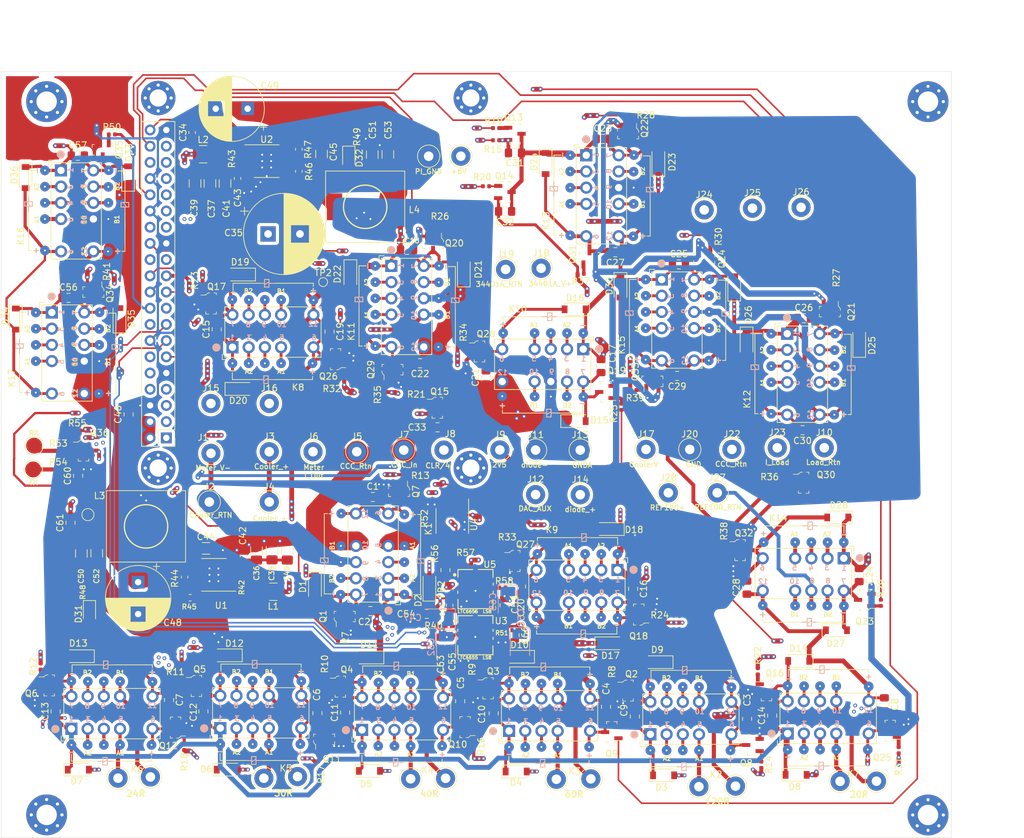
<source format=kicad_pcb>
(kicad_pcb (version 20171130) (host pcbnew 5.1.6-c6e7f7d~86~ubuntu18.04.1)
  (layers (0 F.Cu signal) (1 In1.Cu signal hide) (2 In2.Cu signal hide) (31 B.Cu signal hide) (34 B.Paste user hide) (35 F.Paste user hide) (36 B.SilkS user hide) (37 F.SilkS user) (38 B.Mask user hide) (39 F.Mask user hide) (44 Edge.Cuts user))
  (net 0 "")
  (net 1 K1_RESET)
  (net 2 +5V)
  (net 3 K1_SET)
  (net 4 K2_RESET)
  (net 5 K3_RESET)
  (net 6 K4_RESET)
  (net 7 K5_RESET)
  (net 8 K6_RESET)
  (net 9 K2_SET)
  (net 10 K3_SET)
  (net 11 K4_SET)
  (net 12 K5_SET)
  (net 13 K6_SET)
  (net 14 K8_SET)
  (net 15 K9_SET)
  (net 16 K10_SET)
  (net 17 K11_SET)
  (net 18 K8_RESET)
  (net 19 K9_RESET)
  (net 20 K10_RESET)
  (net 21 K11_RESET)
  (net 22 K13_SET)
  (net 23 K14_SET)
  (net 24 K15_SET)
  (net 25 K12_SET)
  (net 26 K13_RESET)
  (net 27 K14_RESET)
  (net 28 K15_RESET)
  (net 29 K12_RESET)
  (net 30 K2_RESET_SIGNL)
  (net 31 BANK_B_RESET)
  (net 32 BANK_A_RESET)
  (net 33 +6V)
  (net 34 "Net-(C36-Pad1)")
  (net 35 "Net-(C37-Pad1)")
  (net 36 /PI_Power_Supply/PI_PS)
  (net 37 PI_GND)
  (net 38 PI_+5V)
  (net 39 K7_RESET)
  (net 40 K7_SET)
  (net 41 "Net-(D31-Pad1)")
  (net 42 "Net-(D32-Pad1)")
  (net 43 /PWR_RTN)
  (net 44 "Net-(J3-Pad1)")
  (net 45 "Net-(J5-Pad1)")
  (net 46 /PWR_IN)
  (net 47 "Net-(J7-Pad1)")
  (net 48 /34401_A/COOLERV_div4)
  (net 49 /34401_A/2V5_filt)
  (net 50 /34401_B/LOAD_RTN)
  (net 51 /34401_A/GNDA)
  (net 52 /34401_A/LOAD+)
  (net 53 /34401_A/LOAD_RTN)
  (net 54 /34401_B/CoolerV)
  (net 55 /34401_A/34401A_V+)
  (net 56 /34401_A/34401A_RTN)
  (net 57 /34401_B/GND)
  (net 58 /34401_B/VLoad_div8)
  (net 59 /34401_B/I_LOAD)
  (net 60 /34401_B/34401B_V+)
  (net 61 /34401_B/34401B_RTN)
  (net 62 /34401_B/34401B_I+)
  (net 63 /34401_B/REF100_RTN)
  (net 64 /34401_B/REF100+)
  (net 65 /Resistor_Array/RES_RTN)
  (net 66 /Resistor_Array/RES_IN)
  (net 67 "Net-(K2-Pad8)")
  (net 68 "Net-(K2-Pad10)")
  (net 69 "Net-(K2-Pad3)")
  (net 70 "Net-(K2-Pad5)")
  (net 71 "Net-(K3-Pad8)")
  (net 72 "Net-(K3-Pad10)")
  (net 73 "Net-(K3-Pad3)")
  (net 74 "Net-(K3-Pad5)")
  (net 75 "Net-(K4-Pad8)")
  (net 76 "Net-(K4-Pad10)")
  (net 77 "Net-(K4-Pad3)")
  (net 78 "Net-(K4-Pad5)")
  (net 79 "Net-(K5-Pad8)")
  (net 80 "Net-(K5-Pad10)")
  (net 81 "Net-(K5-Pad3)")
  (net 82 "Net-(K5-Pad5)")
  (net 83 "Net-(K6-Pad8)")
  (net 84 "Net-(K6-Pad10)")
  (net 85 "Net-(K6-Pad3)")
  (net 86 "Net-(K6-Pad5)")
  (net 87 "Net-(K7-Pad8)")
  (net 88 "Net-(K7-Pad10)")
  (net 89 "Net-(K7-Pad3)")
  (net 90 "Net-(K7-Pad5)")
  (net 91 "Net-(K8-Pad8)")
  (net 92 "Net-(K8-Pad3)")
  (net 93 "Net-(K9-Pad8)")
  (net 94 "Net-(K9-Pad3)")
  (net 95 "Net-(K10-Pad8)")
  (net 96 "Net-(K10-Pad3)")
  (net 97 "Net-(K11-Pad8)")
  (net 98 "Net-(K11-Pad3)")
  (net 99 "Net-(K12-Pad8)")
  (net 100 "Net-(K12-Pad3)")
  (net 101 "Net-(K13-Pad8)")
  (net 102 "Net-(K13-Pad3)")
  (net 103 "Net-(K14-Pad8)")
  (net 104 "Net-(K14-Pad3)")
  (net 105 "Net-(K15-Pad8)")
  (net 106 "Net-(K15-Pad3)")
  (net 107 K11_SET_SIGNL)
  (net 108 K12_SET_SIGNL)
  (net 109 K10_SET_SIGNL)
  (net 110 K13_SET_SIGNL)
  (net 111 K9_SET_SIGNL)
  (net 112 K8_SET_SIGNL)
  (net 113 K14_SET_SIGNL)
  (net 114 RES_ARRAY_RESET_SIGNL)
  (net 115 K7_SET_SIGNL)
  (net 116 "Net-(PI1-Pad28)")
  (net 117 "Net-(PI1-Pad27)")
  (net 118 K15_SET_SIGNL)
  (net 119 BANK_A_RESET_SIGNL)
  (net 120 K6_SET_SIGNL)
  (net 121 BANK_B_RESET_SIGNL)
  (net 122 K5_SET_SIGNL)
  (net 123 K4_SET_SIGNL)
  (net 124 "Net-(PI1-Pad17)")
  (net 125 K3_SET_SIGNL)
  (net 126 K2_SET_SIGNL)
  (net 127 K1_RESET_SIGNL)
  (net 128 K1_SET_SGNL)
  (net 129 "Net-(PI1-Pad5)")
  (net 130 "Net-(PI1-Pad1)")
  (net 131 "Net-(Q1-Pad1)")
  (net 132 "Net-(Q2-Pad1)")
  (net 133 "Net-(Q3-Pad1)")
  (net 134 "Net-(Q4-Pad1)")
  (net 135 "Net-(Q5-Pad1)")
  (net 136 "Net-(Q6-Pad1)")
  (net 137 "Net-(Q7-Pad1)")
  (net 138 "Net-(Q8-Pad1)")
  (net 139 "Net-(Q9-Pad1)")
  (net 140 "Net-(Q10-Pad1)")
  (net 141 "Net-(Q11-Pad1)")
  (net 142 "Net-(Q12-Pad1)")
  (net 143 "Net-(Q13-Pad1)")
  (net 144 "Net-(Q14-Pad1)")
  (net 145 "Net-(Q15-Pad1)")
  (net 146 "Net-(Q16-Pad1)")
  (net 147 "Net-(Q17-Pad1)")
  (net 148 "Net-(Q18-Pad1)")
  (net 149 "Net-(Q19-Pad1)")
  (net 150 "Net-(Q20-Pad1)")
  (net 151 "Net-(Q21-Pad1)")
  (net 152 "Net-(Q22-Pad1)")
  (net 153 "Net-(Q23-Pad1)")
  (net 154 "Net-(Q24-Pad1)")
  (net 155 "Net-(Q25-Pad1)")
  (net 156 "Net-(Q26-Pad1)")
  (net 157 "Net-(Q27-Pad1)")
  (net 158 "Net-(Q28-Pad1)")
  (net 159 "Net-(Q29-Pad1)")
  (net 160 "Net-(Q30-Pad1)")
  (net 161 "Net-(Q31-Pad1)")
  (net 162 "Net-(Q32-Pad1)")
  (net 163 "Net-(Q33-Pad1)")
  (net 164 "Net-(R42-Pad1)")
  (net 165 "Net-(R43-Pad1)")
  (net 166 "Net-(R44-Pad2)")
  (net 167 "Net-(R46-Pad2)")
  (net 168 "Net-(U1-Pad5)")
  (net 169 "Net-(U1-Pad4)")
  (net 170 "Net-(U1-Pad1)")
  (net 171 "Net-(U2-Pad5)")
  (net 172 "Net-(U2-Pad4)")
  (net 173 "Net-(U2-Pad1)")
  (net 174 /PI_Power_Supply/+5V_unfilt)
  (net 175 K17_SET)
  (net 176 K16_SET)
  (net 177 Vref_OUT)
  (net 178 CAL_RESET)
  (net 179 DAC_AUX)
  (net 180 DAC_AUX_BUF)
  (net 181 "Net-(K16-Pad4)")
  (net 182 "Net-(K16-Pad8)")
  (net 183 "Net-(K16-Pad3)")
  (net 184 "Net-(K17-Pad8)")
  (net 185 "Net-(K17-Pad3)")
  (net 186 K16_SET_SIGNL)
  (net 187 K17_SET_SIGNL)
  (net 188 CAL_RESET_SIGNL)
  (net 189 RX)
  (net 190 TX)
  (net 191 LTC2057_SHDN)
  (net 192 "Net-(Q34-Pad1)")
  (net 193 "Net-(Q35-Pad1)")
  (net 194 "Net-(Q36-Pad1)")
  (net 195 "Net-(R40-Pad2)")
  (net 196 "Net-(R51-Pad2)")
  (net 197 "Net-(R52-Pad2)")
  (net 198 "Net-(R52-Pad1)")
  (net 199 "Net-(R53-Pad1)")
  (net 200 "Net-(R54-Pad1)")
  (net 201 "Net-(FB2-Pad2)")
  (net 202 "Net-(R57-Pad2)")
  (net 203 "Net-(R58-Pad2)")
  (module Package_SO:SOIC-8-1EP_3.9x4.9mm_P1.27mm_EP2.514x3.2mm_ThermalVias (layer F.Cu) (at 70.906 106.862 180)
    (fp_text reference U1 (at -1.15 -4.79 180) (layer F.SilkS))
    (fp_text value TPS7A7002)
    (pad 9 smd rect (at 0 0 180) (size 1.9 2.5) (layers B.Cu) (net 37 PI_GND))
    (pad 9 thru_hole circle (at 0.7 1 180) (size 0.5 0.5) (drill 0.3) (layers *.Cu) (net 37 PI_GND))
    (pad 9 thru_hole circle (at -0.7 1 180) (size 0.5 0.5) (drill 0.3) (layers *.Cu) (net 37 PI_GND))
    (pad 9 thru_hole circle (at 0.7 0 180) (size 0.5 0.5) (drill 0.3) (layers *.Cu) (net 37 PI_GND))
    (pad 9 thru_hole circle (at -0.7 0 180) (size 0.5 0.5) (drill 0.3) (layers *.Cu) (net 37 PI_GND))
    (pad 9 thru_hole circle (at 0.7 -1 180) (size 0.5 0.5) (drill 0.3) (layers *.Cu) (net 37 PI_GND))
    (pad 9 thru_hole circle (at -0.7 -1 180) (size 0.5 0.5) (drill 0.3) (layers *.Cu) (net 37 PI_GND))
    (pad 9 smd rect (at 0 0 180) (size 2.514 3.2) (layers F.Cu F.Mask) (net 37 PI_GND))
    (pad 8 smd roundrect (at 2.6375 -1.905 180) (size 1.625 0.6) (layers F.Cu F.Paste F.Mask) (net 37 PI_GND))
    (pad 7 smd roundrect (at 2.6375 -0.635 180) (size 1.625 0.6) (layers F.Cu F.Paste F.Mask) (net 166 "Net-(R44-Pad2)"))
    (pad 6 smd roundrect (at 2.6375 0.635 180) (size 1.625 0.6) (layers F.Cu F.Paste F.Mask) (net 36 /PI_Power_Supply/PI_PS))
    (pad 5 smd roundrect (at 2.6375 1.905 180) (size 1.625 0.6) (layers F.Cu F.Paste F.Mask) (net 168 "Net-(U1-Pad5)"))
    (pad 4 smd roundrect (at -2.6375 1.905 180) (size 1.625 0.6) (layers F.Cu F.Paste F.Mask) (net 169 "Net-(U1-Pad4)"))
    (pad 3 smd roundrect (at -2.6375 0.635 180) (size 1.625 0.6) (layers F.Cu F.Paste F.Mask) (net 34 "Net-(C36-Pad1)"))
    (pad 2 smd roundrect (at -2.6375 -0.635 180) (size 1.625 0.6) (layers F.Cu F.Paste F.Mask) (net 164 "Net-(R42-Pad1)"))
    (pad 1 smd roundrect (at -2.6375 -1.905 180) (size 1.625 0.6) (layers F.Cu F.Paste F.Mask) (net 170 "Net-(U1-Pad1)"))
  )
  (module Footprints:Panasonic_TX2_2 (layer F.Cu) (at 50.58 78.44 90)
    (fp_text reference K17 (at 2.425 -11.375 90) (layer F.SilkS))
    (fp_text value TXS2)
    (fp_text user 7 (at 12.725 -1.4 90) (layer F.SilkS) (effects (font (size 0.7 0.7))))
    (fp_text user 8 (at 10.175 -1.425 90) (layer F.SilkS) (effects (font (size 0.7 0.7))))
    (fp_text user 9 (at 7.6 -1.4 90) (layer F.SilkS) (effects (font (size 0.7 0.7))))
    (fp_text user 10 (at 4.975 -1.425 90) (layer F.SilkS) (effects (font (size 0.7 0.7))))
    (fp_text user 12 (at 0.05 -1.425 90) (layer F.SilkS) (effects (font (size 0.7 0.7))))
    (fp_text user 6 (at -0.05 -3.6 90) (layer F.SilkS) (effects (font (size 0.7 0.7))))
    (fp_text user 5 (at 5.025 -3.6 90) (layer F.SilkS) (effects (font (size 0.7 0.7))))
    (fp_text user 4 (at 7.575 -3.6 90) (layer F.SilkS) (effects (font (size 0.7 0.7))))
    (fp_text user 3 (at 10.125 -3.625 90) (layer F.SilkS) (effects (font (size 0.7 0.7))))
    (fp_text user 1 (at 12.75 -3.525 90) (layer F.SilkS) (effects (font (size 0.7 0.7))))
    (fp_text user B2 (at 10.2 3.725 90) (layer F.SilkS) (effects (font (size 0.7 0.7))))
    (fp_text user B1 (at 5.025 3.7 90) (layer F.SilkS) (effects (font (size 0.7 0.7))))
    (fp_text user A2 (at 10.1 -8.875 90) (layer F.SilkS) (effects (font (size 0.7 0.7))))
    (fp_text user A1 (at 5.025 -8.875 90) (layer F.SilkS) (effects (font (size 0.7 0.7))))
    (fp_text user 4 (at 7.575 -3.55 90) (layer B.SilkS) (effects (font (size 0.8 0.8)) (justify mirror)))
    (fp_text user 1 (at 12.75 -3.55 90) (layer B.SilkS) (effects (font (size 0.8 0.8)) (justify mirror)))
    (fp_text user 7 (at 12.675 -1.425 90) (layer B.SilkS) (effects (font (size 0.8 0.8)) (justify mirror)))
    (fp_text user 8 (at 10.225 -1.525 90) (layer B.SilkS) (effects (font (size 0.8 0.8)) (justify mirror)))
    (fp_text user 6 (at -0.075 -3.55 90) (layer B.SilkS) (effects (font (size 0.8 0.8)) (justify mirror)))
    (fp_text user 12 (at 0.05 -1.425 90) (layer B.SilkS) (effects (font (size 0.8 0.8)) (justify mirror)))
    (fp_text user 10 (at 4.975 -1.5 90) (layer B.SilkS) (effects (font (size 0.8 0.8)) (justify mirror)))
    (fp_text user 5 (at 4.975 -3.575 90) (layer B.SilkS) (effects (font (size 0.8 0.8)) (justify mirror)))
    (fp_text user 9 (at 7.75 -1.525 90) (layer B.SilkS) (effects (font (size 0.8 0.8)) (justify mirror)))
    (fp_text user 3 (at 10.075 -3.6 90) (layer B.SilkS) (effects (font (size 0.8 0.8)) (justify mirror)))
    (pad 4 thru_hole circle (at 7.62 -7.6 180) (size 1.5 1.5) (drill 0.3) (layers *.Cu *.Mask) (net 177 Vref_OUT))
    (pad 9 thru_hole circle (at 7.625 2.35 180) (size 1.5 1.5) (drill 0.3) (layers *.Cu *.Mask) (net 37 PI_GND))
    (pad 9 thru_hole circle (at 7.62 0 180) (size 1.9 1.9) (drill 1.15) (layers *.Cu *.Mask) (net 37 PI_GND))
    (pad 4 thru_hole circle (at 7.62 -5.08 180) (size 1.9 1.9) (drill 1.15) (layers *.Cu *.Mask) (net 177 Vref_OUT))
    (pad 8 thru_hole circle (at 10.16 0 180) (size 1.9 1.9) (drill 1.15) (layers *.Cu *.Mask) (net 184 "Net-(K17-Pad8)"))
    (pad 7 thru_hole circle (at 12.7 0 180) (size 1.9 1.9) (drill 1.15) (layers *.Cu *.Mask) (net 175 K17_SET))
    (pad 10 thru_hole circle (at 5.08 0 180) (size 1.9 1.9) (drill 1.15) (layers *.Cu *.Mask) (net 51 /34401_A/GNDA))
    (pad 6 thru_hole circle (at 0 -5.08 180) (size 1.9 1.9) (drill 1.15) (layers *.Cu *.Mask) (net 178 CAL_RESET))
    (pad 1 thru_hole rect (at 12.7 -5.08 180) (size 1.9 1.9) (drill 1.15) (layers *.Cu *.Mask) (net 38 PI_+5V))
    (pad 12 thru_hole circle (at 0 0 270) (size 1.9 1.9) (drill 1.15) (layers *.Cu *.Mask) (net 38 PI_+5V))
    (pad 3 thru_hole circle (at 10.16 -5.08 180) (size 1.9 1.9) (drill 1.15) (layers *.Cu *.Mask) (net 185 "Net-(K17-Pad3)"))
    (pad 5 thru_hole circle (at 5.08 -5.08 180) (size 1.9 1.9) (drill 1.15) (layers *.Cu *.Mask) (net 180 DAC_AUX_BUF))
    (pad 12 thru_hole circle (at 0 2.3 180) (size 1.5 1.5) (drill 0.3) (layers *.Cu *.Mask) (net 38 PI_+5V))
    (pad 10 thru_hole circle (at 5.075 2.35 180) (size 1.5 1.5) (drill 0.3) (layers *.Cu *.Mask) (net 51 /34401_A/GNDA))
    (pad 8 thru_hole circle (at 10.125 2.35 180) (size 1.5 1.5) (drill 0.3) (layers *.Cu *.Mask) (net 184 "Net-(K17-Pad8)"))
    (pad 7 thru_hole circle (at 12.725 2.4 180) (size 1.5 1.5) (drill 0.3) (layers *.Cu *.Mask) (net 175 K17_SET))
    (pad 1 thru_hole circle (at 12.7 -7.6 180) (size 1.5 1.5) (drill 0.3) (layers *.Cu *.Mask) (net 38 PI_+5V))
    (pad 3 thru_hole circle (at 10.16 -7.6 180) (size 1.5 1.5) (drill 0.3) (layers *.Cu *.Mask) (net 185 "Net-(K17-Pad3)"))
    (pad 5 thru_hole circle (at 5.08 -7.6 180) (size 1.5 1.5) (drill 0.3) (layers *.Cu *.Mask) (net 180 DAC_AUX_BUF))
    (pad 6 thru_hole circle (at 0.15 -7.6 180) (size 1.5 1.5) (drill 0.3) (layers *.Cu *.Mask) (net 178 CAL_RESET))
  )
  (module Footprints:Panasonic_TX2_2 (layer F.Cu) (at 52.01 56.17 90)
    (fp_text reference K16 (at 2.425 -11.375 90) (layer F.SilkS))
    (fp_text value TXS2)
    (fp_text user 7 (at 12.725 -1.4 90) (layer F.SilkS) (effects (font (size 0.7 0.7))))
    (fp_text user 8 (at 10.175 -1.425 90) (layer F.SilkS) (effects (font (size 0.7 0.7))))
    (fp_text user 9 (at 7.6 -1.4 90) (layer F.SilkS) (effects (font (size 0.7 0.7))))
    (fp_text user 10 (at 4.975 -1.425 90) (layer F.SilkS) (effects (font (size 0.7 0.7))))
    (fp_text user 12 (at 0.05 -1.425 90) (layer F.SilkS) (effects (font (size 0.7 0.7))))
    (fp_text user 6 (at -0.05 -3.6 90) (layer F.SilkS) (effects (font (size 0.7 0.7))))
    (fp_text user 5 (at 5.025 -3.6 90) (layer F.SilkS) (effects (font (size 0.7 0.7))))
    (fp_text user 4 (at 7.575 -3.6 90) (layer F.SilkS) (effects (font (size 0.7 0.7))))
    (fp_text user 3 (at 10.125 -3.625 90) (layer F.SilkS) (effects (font (size 0.7 0.7))))
    (fp_text user 1 (at 12.75 -3.525 90) (layer F.SilkS) (effects (font (size 0.7 0.7))))
    (fp_text user B2 (at 10.2 3.725 90) (layer F.SilkS) (effects (font (size 0.7 0.7))))
    (fp_text user B1 (at 5.025 3.7 90) (layer F.SilkS) (effects (font (size 0.7 0.7))))
    (fp_text user A2 (at 10.1 -8.875 90) (layer F.SilkS) (effects (font (size 0.7 0.7))))
    (fp_text user A1 (at 5.025 -8.875 90) (layer F.SilkS) (effects (font (size 0.7 0.7))))
    (fp_text user 4 (at 7.575 -3.55 90) (layer B.SilkS) (effects (font (size 0.8 0.8)) (justify mirror)))
    (fp_text user 1 (at 12.75 -3.55 90) (layer B.SilkS) (effects (font (size 0.8 0.8)) (justify mirror)))
    (fp_text user 7 (at 12.675 -1.425 90) (layer B.SilkS) (effects (font (size 0.8 0.8)) (justify mirror)))
    (fp_text user 8 (at 10.225 -1.525 90) (layer B.SilkS) (effects (font (size 0.8 0.8)) (justify mirror)))
    (fp_text user 6 (at -0.075 -3.55 90) (layer B.SilkS) (effects (font (size 0.8 0.8)) (justify mirror)))
    (fp_text user 12 (at 0.05 -1.425 90) (layer B.SilkS) (effects (font (size 0.8 0.8)) (justify mirror)))
    (fp_text user 10 (at 4.975 -1.5 90) (layer B.SilkS) (effects (font (size 0.8 0.8)) (justify mirror)))
    (fp_text user 5 (at 4.975 -3.575 90) (layer B.SilkS) (effects (font (size 0.8 0.8)) (justify mirror)))
    (fp_text user 9 (at 7.75 -1.525 90) (layer B.SilkS) (effects (font (size 0.8 0.8)) (justify mirror)))
    (fp_text user 3 (at 10.075 -3.6 90) (layer B.SilkS) (effects (font (size 0.8 0.8)) (justify mirror)))
    (pad 4 thru_hole circle (at 7.62 -7.6 180) (size 1.5 1.5) (drill 0.3) (layers *.Cu *.Mask) (net 181 "Net-(K16-Pad4)"))
    (pad 9 thru_hole circle (at 7.625 2.35 180) (size 1.5 1.5) (drill 0.3) (layers *.Cu *.Mask) (net 181 "Net-(K16-Pad4)"))
    (pad 9 thru_hole circle (at 7.62 0 180) (size 1.9 1.9) (drill 1.15) (layers *.Cu *.Mask) (net 181 "Net-(K16-Pad4)"))
    (pad 4 thru_hole circle (at 7.62 -5.08 180) (size 1.9 1.9) (drill 1.15) (layers *.Cu *.Mask) (net 181 "Net-(K16-Pad4)"))
    (pad 8 thru_hole circle (at 10.16 0 180) (size 1.9 1.9) (drill 1.15) (layers *.Cu *.Mask) (net 182 "Net-(K16-Pad8)"))
    (pad 7 thru_hole circle (at 12.7 0 180) (size 1.9 1.9) (drill 1.15) (layers *.Cu *.Mask) (net 176 K16_SET))
    (pad 10 thru_hole circle (at 5.08 0 180) (size 1.9 1.9) (drill 1.15) (layers *.Cu *.Mask) (net 51 /34401_A/GNDA))
    (pad 6 thru_hole circle (at 0 -5.08 180) (size 1.9 1.9) (drill 1.15) (layers *.Cu *.Mask) (net 178 CAL_RESET))
    (pad 1 thru_hole rect (at 12.7 -5.08 180) (size 1.9 1.9) (drill 1.15) (layers *.Cu *.Mask) (net 38 PI_+5V))
    (pad 12 thru_hole circle (at 0 0 270) (size 1.9 1.9) (drill 1.15) (layers *.Cu *.Mask) (net 38 PI_+5V))
    (pad 3 thru_hole circle (at 10.16 -5.08 180) (size 1.9 1.9) (drill 1.15) (layers *.Cu *.Mask) (net 183 "Net-(K16-Pad3)"))
    (pad 5 thru_hole circle (at 5.08 -5.08 180) (size 1.9 1.9) (drill 1.15) (layers *.Cu *.Mask) (net 180 DAC_AUX_BUF))
    (pad 12 thru_hole circle (at 0 2.3 180) (size 1.5 1.5) (drill 0.3) (layers *.Cu *.Mask) (net 38 PI_+5V))
    (pad 10 thru_hole circle (at 5.075 2.35 180) (size 1.5 1.5) (drill 0.3) (layers *.Cu *.Mask) (net 51 /34401_A/GNDA))
    (pad 8 thru_hole circle (at 10.125 2.35 180) (size 1.5 1.5) (drill 0.3) (layers *.Cu *.Mask) (net 182 "Net-(K16-Pad8)"))
    (pad 7 thru_hole circle (at 12.725 2.4 180) (size 1.5 1.5) (drill 0.3) (layers *.Cu *.Mask) (net 176 K16_SET))
    (pad 1 thru_hole circle (at 12.7 -7.6 180) (size 1.5 1.5) (drill 0.3) (layers *.Cu *.Mask) (net 38 PI_+5V))
    (pad 3 thru_hole circle (at 10.16 -7.6 180) (size 1.5 1.5) (drill 0.3) (layers *.Cu *.Mask) (net 183 "Net-(K16-Pad3)"))
    (pad 5 thru_hole circle (at 5.08 -7.6 180) (size 1.5 1.5) (drill 0.3) (layers *.Cu *.Mask) (net 180 DAC_AUX_BUF))
    (pad 6 thru_hole circle (at 0.15 -7.6 180) (size 1.5 1.5) (drill 0.3) (layers *.Cu *.Mask) (net 178 CAL_RESET))
  )
  (module Footprints:Panasonic_TX2_2 (layer F.Cu) (at 146.174 73.272 90)
    (fp_text reference K15 (at 2.425 -11.375 90) (layer F.SilkS))
    (fp_text value TXS2)
    (fp_text user 7 (at 12.675 -1.425 90) (layer B.SilkS) (effects (font (size 0.8 0.8)) (justify mirror)))
    (fp_text user 8 (at 10.225 -1.525 90) (layer B.SilkS) (effects (font (size 0.8 0.8)) (justify mirror)))
    (fp_text user 9 (at 7.75 -1.525 90) (layer B.SilkS) (effects (font (size 0.8 0.8)) (justify mirror)))
    (fp_text user 10 (at 4.975 -1.5 90) (layer B.SilkS) (effects (font (size 0.8 0.8)) (justify mirror)))
    (fp_text user 12 (at 0.05 -1.425 90) (layer B.SilkS) (effects (font (size 0.8 0.8)) (justify mirror)))
    (fp_text user 6 (at -0.075 -3.55 90) (layer B.SilkS) (effects (font (size 0.8 0.8)) (justify mirror)))
    (fp_text user 5 (at 4.975 -3.575 90) (layer B.SilkS) (effects (font (size 0.8 0.8)) (justify mirror)))
    (fp_text user 4 (at 7.575 -3.55 90) (layer B.SilkS) (effects (font (size 0.8 0.8)) (justify mirror)))
    (fp_text user 3 (at 10.075 -3.6 90) (layer B.SilkS) (effects (font (size 0.8 0.8)) (justify mirror)))
    (fp_text user 1 (at 12.75 -3.55 90) (layer B.SilkS) (effects (font (size 0.8 0.8)) (justify mirror)))
    (fp_text user B2 (at 10.2 3.725 90) (layer F.SilkS) (effects (font (size 0.7 0.7))))
    (fp_text user B1 (at 5.025 3.7 90) (layer F.SilkS) (effects (font (size 0.7 0.7))))
    (fp_text user A2 (at 10.1 -8.875 90) (layer F.SilkS) (effects (font (size 0.7 0.7))))
    (fp_text user A1 (at 5.025 -8.875 90) (layer F.SilkS) (effects (font (size 0.7 0.7))))
    (fp_text user 4 (at 7.575 -3.55 90) (layer B.SilkS) (effects (font (size 0.8 0.8)) (justify mirror)))
    (fp_text user 1 (at 12.75 -3.55 90) (layer B.SilkS) (effects (font (size 0.8 0.8)) (justify mirror)))
    (fp_text user 7 (at 12.675 -1.425 90) (layer B.SilkS) (effects (font (size 0.8 0.8)) (justify mirror)))
    (fp_text user 8 (at 10.225 -1.525 90) (layer B.SilkS) (effects (font (size 0.8 0.8)) (justify mirror)))
    (fp_text user 6 (at -0.075 -3.55 90) (layer B.SilkS) (effects (font (size 0.8 0.8)) (justify mirror)))
    (fp_text user 12 (at 0.05 -1.425 90) (layer B.SilkS) (effects (font (size 0.8 0.8)) (justify mirror)))
    (fp_text user 10 (at 4.975 -1.5 90) (layer B.SilkS) (effects (font (size 0.8 0.8)) (justify mirror)))
    (fp_text user 5 (at 4.975 -3.575 90) (layer B.SilkS) (effects (font (size 0.8 0.8)) (justify mirror)))
    (fp_text user 9 (at 7.75 -1.525 90) (layer B.SilkS) (effects (font (size 0.8 0.8)) (justify mirror)))
    (fp_text user 3 (at 10.075 -3.6 90) (layer B.SilkS) (effects (font (size 0.8 0.8)) (justify mirror)))
    (pad 4 thru_hole circle (at 7.62 -7.6 180) (size 1.5 1.5) (drill 0.3) (layers *.Cu *.Mask) (net 58 /34401_B/VLoad_div8))
    (pad 9 thru_hole circle (at 7.625 2.35 180) (size 1.5 1.5) (drill 0.3) (layers *.Cu *.Mask) (net 50 /34401_B/LOAD_RTN))
    (pad 9 thru_hole circle (at 7.62 0 180) (size 1.9 1.9) (drill 1.15) (layers *.Cu *.Mask) (net 50 /34401_B/LOAD_RTN))
    (pad 4 thru_hole circle (at 7.62 -5.08 180) (size 1.9 1.9) (drill 1.15) (layers *.Cu *.Mask) (net 58 /34401_B/VLoad_div8))
    (pad 8 thru_hole circle (at 10.16 0 180) (size 1.9 1.9) (drill 1.15) (layers *.Cu *.Mask) (net 105 "Net-(K15-Pad8)"))
    (pad 7 thru_hole circle (at 12.7 0 180) (size 1.9 1.9) (drill 1.15) (layers *.Cu *.Mask) (net 24 K15_SET))
    (pad 10 thru_hole circle (at 5.08 0 180) (size 1.9 1.9) (drill 1.15) (layers *.Cu *.Mask) (net 61 /34401_B/34401B_RTN))
    (pad 6 thru_hole circle (at 0 -5.08 180) (size 1.9 1.9) (drill 1.15) (layers *.Cu *.Mask) (net 28 K15_RESET))
    (pad 1 thru_hole rect (at 12.7 -5.08 180) (size 1.9 1.9) (drill 1.15) (layers *.Cu *.Mask) (net 2 +5V))
    (pad 12 thru_hole circle (at 0 0 270) (size 1.9 1.9) (drill 1.15) (layers *.Cu *.Mask) (net 2 +5V))
    (pad 3 thru_hole circle (at 10.16 -5.08 180) (size 1.9 1.9) (drill 1.15) (layers *.Cu *.Mask) (net 106 "Net-(K15-Pad3)"))
    (pad 5 thru_hole circle (at 5.08 -5.08 180) (size 1.9 1.9) (drill 1.15) (layers *.Cu *.Mask) (net 60 /34401_B/34401B_V+))
    (pad 12 thru_hole circle (at 0 2.3 180) (size 1.5 1.5) (drill 0.3) (layers *.Cu *.Mask) (net 2 +5V))
    (pad 10 thru_hole circle (at 5.075 2.35 180) (size 1.5 1.5) (drill 0.3) (layers *.Cu *.Mask) (net 61 /34401_B/34401B_RTN))
    (pad 8 thru_hole circle (at 10.125 2.35 180) (size 1.5 1.5) (drill 0.3) (layers *.Cu *.Mask) (net 105 "Net-(K15-Pad8)"))
    (pad 7 thru_hole circle (at 12.725 2.4 180) (size 1.5 1.5) (drill 0.3) (layers *.Cu *.Mask) (net 24 K15_SET))
    (pad 1 thru_hole circle (at 12.7 -7.6 180) (size 1.5 1.5) (drill 0.3) (layers *.Cu *.Mask) (net 2 +5V))
    (pad 3 thru_hole circle (at 10.16 -7.6 180) (size 1.5 1.5) (drill 0.3) (layers *.Cu *.Mask) (net 106 "Net-(K15-Pad3)"))
    (pad 5 thru_hole circle (at 5.08 -7.6 180) (size 1.5 1.5) (drill 0.3) (layers *.Cu *.Mask) (net 60 /34401_B/34401B_V+))
    (pad 6 thru_hole circle (at 0.15 -7.6 180) (size 1.5 1.5) (drill 0.3) (layers *.Cu *.Mask) (net 28 K15_RESET))
  )
  (module Footprints:Panasonic_TX2_2 (layer F.Cu) (at 156.924 109.342)
    (fp_text reference K14 (at 2.425 -11.375) (layer F.SilkS))
    (fp_text value TXS2)
    (fp_text user 7 (at 12.675 -1.425) (layer B.SilkS) (effects (font (size 0.8 0.8)) (justify mirror)))
    (fp_text user 8 (at 10.225 -1.525) (layer B.SilkS) (effects (font (size 0.8 0.8)) (justify mirror)))
    (fp_text user 9 (at 7.75 -1.525) (layer B.SilkS) (effects (font (size 0.8 0.8)) (justify mirror)))
    (fp_text user 10 (at 4.975 -1.5) (layer B.SilkS) (effects (font (size 0.8 0.8)) (justify mirror)))
    (fp_text user 12 (at 0.05 -1.425) (layer B.SilkS) (effects (font (size 0.8 0.8)) (justify mirror)))
    (fp_text user 6 (at -0.075 -3.55) (layer B.SilkS) (effects (font (size 0.8 0.8)) (justify mirror)))
    (fp_text user 5 (at 4.975 -3.575) (layer B.SilkS) (effects (font (size 0.8 0.8)) (justify mirror)))
    (fp_text user 4 (at 7.575 -3.55) (layer B.SilkS) (effects (font (size 0.8 0.8)) (justify mirror)))
    (fp_text user 3 (at 10.075 -3.6) (layer B.SilkS) (effects (font (size 0.8 0.8)) (justify mirror)))
    (fp_text user 1 (at 12.75 -3.55) (layer B.SilkS) (effects (font (size 0.8 0.8)) (justify mirror)))
    (fp_text user B2 (at 10.2 3.725) (layer F.SilkS) (effects (font (size 0.7 0.7))))
    (fp_text user B1 (at 5.025 3.7) (layer F.SilkS) (effects (font (size 0.7 0.7))))
    (fp_text user A2 (at 10.1 -8.875) (layer F.SilkS) (effects (font (size 0.7 0.7))))
    (fp_text user A1 (at 5.025 -8.875) (layer F.SilkS) (effects (font (size 0.7 0.7))))
    (fp_text user 4 (at 7.575 -3.55) (layer B.SilkS) (effects (font (size 0.8 0.8)) (justify mirror)))
    (fp_text user 1 (at 12.75 -3.55) (layer B.SilkS) (effects (font (size 0.8 0.8)) (justify mirror)))
    (fp_text user 7 (at 12.675 -1.425) (layer B.SilkS) (effects (font (size 0.8 0.8)) (justify mirror)))
    (fp_text user 8 (at 10.225 -1.525) (layer B.SilkS) (effects (font (size 0.8 0.8)) (justify mirror)))
    (fp_text user 6 (at -0.075 -3.55) (layer B.SilkS) (effects (font (size 0.8 0.8)) (justify mirror)))
    (fp_text user 12 (at 0.05 -1.425) (layer B.SilkS) (effects (font (size 0.8 0.8)) (justify mirror)))
    (fp_text user 10 (at 4.975 -1.5) (layer B.SilkS) (effects (font (size 0.8 0.8)) (justify mirror)))
    (fp_text user 5 (at 4.975 -3.575) (layer B.SilkS) (effects (font (size 0.8 0.8)) (justify mirror)))
    (fp_text user 9 (at 7.75 -1.525) (layer B.SilkS) (effects (font (size 0.8 0.8)) (justify mirror)))
    (fp_text user 3 (at 10.075 -3.6) (layer B.SilkS) (effects (font (size 0.8 0.8)) (justify mirror)))
    (pad 4 thru_hole circle (at 7.62 -7.6 90) (size 1.5 1.5) (drill 0.3) (layers *.Cu *.Mask) (net 64 /34401_B/REF100+))
    (pad 9 thru_hole circle (at 7.625 2.35 90) (size 1.5 1.5) (drill 0.3) (layers *.Cu *.Mask) (net 63 /34401_B/REF100_RTN))
    (pad 9 thru_hole circle (at 7.62 0 90) (size 1.9 1.9) (drill 1.15) (layers *.Cu *.Mask) (net 63 /34401_B/REF100_RTN))
    (pad 4 thru_hole circle (at 7.62 -5.08 90) (size 1.9 1.9) (drill 1.15) (layers *.Cu *.Mask) (net 64 /34401_B/REF100+))
    (pad 8 thru_hole circle (at 10.16 0 90) (size 1.9 1.9) (drill 1.15) (layers *.Cu *.Mask) (net 103 "Net-(K14-Pad8)"))
    (pad 7 thru_hole circle (at 12.7 0 90) (size 1.9 1.9) (drill 1.15) (layers *.Cu *.Mask) (net 23 K14_SET))
    (pad 10 thru_hole circle (at 5.08 0 90) (size 1.9 1.9) (drill 1.15) (layers *.Cu *.Mask) (net 61 /34401_B/34401B_RTN))
    (pad 6 thru_hole circle (at 0 -5.08 90) (size 1.9 1.9) (drill 1.15) (layers *.Cu *.Mask) (net 27 K14_RESET))
    (pad 1 thru_hole rect (at 12.7 -5.08 90) (size 1.9 1.9) (drill 1.15) (layers *.Cu *.Mask) (net 2 +5V))
    (pad 12 thru_hole circle (at 0 0 180) (size 1.9 1.9) (drill 1.15) (layers *.Cu *.Mask) (net 2 +5V))
    (pad 3 thru_hole circle (at 10.16 -5.08 90) (size 1.9 1.9) (drill 1.15) (layers *.Cu *.Mask) (net 104 "Net-(K14-Pad3)"))
    (pad 5 thru_hole circle (at 5.08 -5.08 90) (size 1.9 1.9) (drill 1.15) (layers *.Cu *.Mask) (net 62 /34401_B/34401B_I+))
    (pad 12 thru_hole circle (at 0 2.3 90) (size 1.5 1.5) (drill 0.3) (layers *.Cu *.Mask) (net 2 +5V))
    (pad 10 thru_hole circle (at 5.075 2.35 90) (size 1.5 1.5) (drill 0.3) (layers *.Cu *.Mask) (net 61 /34401_B/34401B_RTN))
    (pad 8 thru_hole circle (at 10.125 2.35 90) (size 1.5 1.5) (drill 0.3) (layers *.Cu *.Mask) (net 103 "Net-(K14-Pad8)"))
    (pad 7 thru_hole circle (at 12.725 2.4 90) (size 1.5 1.5) (drill 0.3) (layers *.Cu *.Mask) (net 23 K14_SET))
    (pad 1 thru_hole circle (at 12.7 -7.6 90) (size 1.5 1.5) (drill 0.3) (layers *.Cu *.Mask) (net 2 +5V))
    (pad 3 thru_hole circle (at 10.16 -7.6 90) (size 1.5 1.5) (drill 0.3) (layers *.Cu *.Mask) (net 104 "Net-(K14-Pad3)"))
    (pad 5 thru_hole circle (at 5.08 -7.6 90) (size 1.5 1.5) (drill 0.3) (layers *.Cu *.Mask) (net 62 /34401_B/34401B_I+))
    (pad 6 thru_hole circle (at 0.15 -7.6 90) (size 1.5 1.5) (drill 0.3) (layers *.Cu *.Mask) (net 27 K14_RESET))
  )
  (module Footprints:Panasonic_TX2_2 (layer F.Cu) (at 134.34 53.79 90)
    (fp_text reference K13 (at 2.425 -11.375 90) (layer F.SilkS))
    (fp_text value TXS2)
    (fp_text user 7 (at 12.675 -1.425 90) (layer B.SilkS) (effects (font (size 0.8 0.8)) (justify mirror)))
    (fp_text user 8 (at 10.225 -1.525 90) (layer B.SilkS) (effects (font (size 0.8 0.8)) (justify mirror)))
    (fp_text user 9 (at 7.75 -1.525 90) (layer B.SilkS) (effects (font (size 0.8 0.8)) (justify mirror)))
    (fp_text user 10 (at 4.975 -1.5 90) (layer B.SilkS) (effects (font (size 0.8 0.8)) (justify mirror)))
    (fp_text user 12 (at 0.05 -1.425 90) (layer B.SilkS) (effects (font (size 0.8 0.8)) (justify mirror)))
    (fp_text user 6 (at -0.075 -3.55 90) (layer B.SilkS) (effects (font (size 0.8 0.8)) (justify mirror)))
    (fp_text user 5 (at 4.975 -3.575 90) (layer B.SilkS) (effects (font (size 0.8 0.8)) (justify mirror)))
    (fp_text user 4 (at 7.575 -3.55 90) (layer B.SilkS) (effects (font (size 0.8 0.8)) (justify mirror)))
    (fp_text user 3 (at 10.075 -3.6 90) (layer B.SilkS) (effects (font (size 0.8 0.8)) (justify mirror)))
    (fp_text user 1 (at 12.75 -3.55 90) (layer B.SilkS) (effects (font (size 0.8 0.8)) (justify mirror)))
    (fp_text user B2 (at 10.2 3.725 90) (layer F.SilkS) (effects (font (size 0.7 0.7))))
    (fp_text user B1 (at 5.025 3.7 90) (layer F.SilkS) (effects (font (size 0.7 0.7))))
    (fp_text user A2 (at 10.1 -8.875 90) (layer F.SilkS) (effects (font (size 0.7 0.7))))
    (fp_text user A1 (at 5.025 -8.875 90) (layer F.SilkS) (effects (font (size 0.7 0.7))))
    (fp_text user 4 (at 7.575 -3.55 90) (layer B.SilkS) (effects (font (size 0.8 0.8)) (justify mirror)))
    (fp_text user 1 (at 12.75 -3.55 90) (layer B.SilkS) (effects (font (size 0.8 0.8)) (justify mirror)))
    (fp_text user 7 (at 12.675 -1.425 90) (layer B.SilkS) (effects (font (size 0.8 0.8)) (justify mirror)))
    (fp_text user 8 (at 10.225 -1.525 90) (layer B.SilkS) (effects (font (size 0.8 0.8)) (justify mirror)))
    (fp_text user 6 (at -0.075 -3.55 90) (layer B.SilkS) (effects (font (size 0.8 0.8)) (justify mirror)))
    (fp_text user 12 (at 0.05 -1.425 90) (layer B.SilkS) (effects (font (size 0.8 0.8)) (justify mirror)))
    (fp_text user 10 (at 4.975 -1.5 90) (layer B.SilkS) (effects (font (size 0.8 0.8)) (justify mirror)))
    (fp_text user 5 (at 4.975 -3.575 90) (layer B.SilkS) (effects (font (size 0.8 0.8)) (justify mirror)))
    (fp_text user 9 (at 7.75 -1.525 90) (layer B.SilkS) (effects (font (size 0.8 0.8)) (justify mirror)))
    (fp_text user 3 (at 10.075 -3.6 90) (layer B.SilkS) (effects (font (size 0.8 0.8)) (justify mirror)))
    (pad 4 thru_hole circle (at 7.62 -7.6 180) (size 1.5 1.5) (drill 0.3) (layers *.Cu *.Mask) (net 54 /34401_B/CoolerV))
    (pad 9 thru_hole circle (at 7.625 2.35 180) (size 1.5 1.5) (drill 0.3) (layers *.Cu *.Mask) (net 57 /34401_B/GND))
    (pad 9 thru_hole circle (at 7.62 0 180) (size 1.9 1.9) (drill 1.15) (layers *.Cu *.Mask) (net 57 /34401_B/GND))
    (pad 4 thru_hole circle (at 7.62 -5.08 180) (size 1.9 1.9) (drill 1.15) (layers *.Cu *.Mask) (net 54 /34401_B/CoolerV))
    (pad 8 thru_hole circle (at 10.16 0 180) (size 1.9 1.9) (drill 1.15) (layers *.Cu *.Mask) (net 101 "Net-(K13-Pad8)"))
    (pad 7 thru_hole circle (at 12.7 0 180) (size 1.9 1.9) (drill 1.15) (layers *.Cu *.Mask) (net 22 K13_SET))
    (pad 10 thru_hole circle (at 5.08 0 180) (size 1.9 1.9) (drill 1.15) (layers *.Cu *.Mask) (net 61 /34401_B/34401B_RTN))
    (pad 6 thru_hole circle (at 0 -5.08 180) (size 1.9 1.9) (drill 1.15) (layers *.Cu *.Mask) (net 26 K13_RESET))
    (pad 1 thru_hole rect (at 12.7 -5.08 180) (size 1.9 1.9) (drill 1.15) (layers *.Cu *.Mask) (net 2 +5V))
    (pad 12 thru_hole circle (at 0 0 270) (size 1.9 1.9) (drill 1.15) (layers *.Cu *.Mask) (net 2 +5V))
    (pad 3 thru_hole circle (at 10.16 -5.08 180) (size 1.9 1.9) (drill 1.15) (layers *.Cu *.Mask) (net 102 "Net-(K13-Pad3)"))
    (pad 5 thru_hole circle (at 5.08 -5.08 180) (size 1.9 1.9) (drill 1.15) (layers *.Cu *.Mask) (net 60 /34401_B/34401B_V+))
    (pad 12 thru_hole circle (at 0 2.3 180) (size 1.5 1.5) (drill 0.3) (layers *.Cu *.Mask) (net 2 +5V))
    (pad 10 thru_hole circle (at 5.075 2.35 180) (size 1.5 1.5) (drill 0.3) (layers *.Cu *.Mask) (net 61 /34401_B/34401B_RTN))
    (pad 8 thru_hole circle (at 10.125 2.35 180) (size 1.5 1.5) (drill 0.3) (layers *.Cu *.Mask) (net 101 "Net-(K13-Pad8)"))
    (pad 7 thru_hole circle (at 12.725 2.4 180) (size 1.5 1.5) (drill 0.3) (layers *.Cu *.Mask) (net 22 K13_SET))
    (pad 1 thru_hole circle (at 12.7 -7.6 180) (size 1.5 1.5) (drill 0.3) (layers *.Cu *.Mask) (net 2 +5V))
    (pad 3 thru_hole circle (at 10.16 -7.6 180) (size 1.5 1.5) (drill 0.3) (layers *.Cu *.Mask) (net 102 "Net-(K13-Pad3)"))
    (pad 5 thru_hole circle (at 5.08 -7.6 180) (size 1.5 1.5) (drill 0.3) (layers *.Cu *.Mask) (net 60 /34401_B/34401B_V+))
    (pad 6 thru_hole circle (at 0.15 -7.6 180) (size 1.5 1.5) (drill 0.3) (layers *.Cu *.Mask) (net 26 K13_RESET))
  )
  (module Footprints:Panasonic_TX2_2 (layer F.Cu) (at 165.84 81.76 90)
    (fp_text reference K12 (at 2.425 -11.375 90) (layer F.SilkS))
    (fp_text value TXS2)
    (fp_text user 7 (at 12.675 -1.425 90) (layer B.SilkS) (effects (font (size 0.8 0.8)) (justify mirror)))
    (fp_text user 8 (at 10.225 -1.525 90) (layer B.SilkS) (effects (font (size 0.8 0.8)) (justify mirror)))
    (fp_text user 9 (at 7.75 -1.525 90) (layer B.SilkS) (effects (font (size 0.8 0.8)) (justify mirror)))
    (fp_text user 10 (at 4.975 -1.5 90) (layer B.SilkS) (effects (font (size 0.8 0.8)) (justify mirror)))
    (fp_text user 12 (at 0.05 -1.425 90) (layer B.SilkS) (effects (font (size 0.8 0.8)) (justify mirror)))
    (fp_text user 6 (at -0.075 -3.55 90) (layer B.SilkS) (effects (font (size 0.8 0.8)) (justify mirror)))
    (fp_text user 5 (at 4.975 -3.575 90) (layer B.SilkS) (effects (font (size 0.8 0.8)) (justify mirror)))
    (fp_text user 4 (at 7.575 -3.55 90) (layer B.SilkS) (effects (font (size 0.8 0.8)) (justify mirror)))
    (fp_text user 3 (at 10.075 -3.6 90) (layer B.SilkS) (effects (font (size 0.8 0.8)) (justify mirror)))
    (fp_text user 1 (at 12.75 -3.55 90) (layer B.SilkS) (effects (font (size 0.8 0.8)) (justify mirror)))
    (fp_text user B2 (at 10.2 3.725 90) (layer F.SilkS) (effects (font (size 0.7 0.7))))
    (fp_text user B1 (at 5.025 3.7 90) (layer F.SilkS) (effects (font (size 0.7 0.7))))
    (fp_text user A2 (at 10.1 -8.875 90) (layer F.SilkS) (effects (font (size 0.7 0.7))))
    (fp_text user A1 (at 5.025 -8.875 90) (layer F.SilkS) (effects (font (size 0.7 0.7))))
    (fp_text user 4 (at 7.575 -3.55 90) (layer B.SilkS) (effects (font (size 0.8 0.8)) (justify mirror)))
    (fp_text user 1 (at 12.75 -3.55 90) (layer B.SilkS) (effects (font (size 0.8 0.8)) (justify mirror)))
    (fp_text user 7 (at 12.675 -1.425 90) (layer B.SilkS) (effects (font (size 0.8 0.8)) (justify mirror)))
    (fp_text user 8 (at 10.225 -1.525 90) (layer B.SilkS) (effects (font (size 0.8 0.8)) (justify mirror)))
    (fp_text user 6 (at -0.075 -3.55 90) (layer B.SilkS) (effects (font (size 0.8 0.8)) (justify mirror)))
    (fp_text user 12 (at 0.05 -1.425 90) (layer B.SilkS) (effects (font (size 0.8 0.8)) (justify mirror)))
    (fp_text user 10 (at 4.975 -1.5 90) (layer B.SilkS) (effects (font (size 0.8 0.8)) (justify mirror)))
    (fp_text user 5 (at 4.975 -3.575 90) (layer B.SilkS) (effects (font (size 0.8 0.8)) (justify mirror)))
    (fp_text user 9 (at 7.75 -1.525 90) (layer B.SilkS) (effects (font (size 0.8 0.8)) (justify mirror)))
    (fp_text user 3 (at 10.075 -3.6 90) (layer B.SilkS) (effects (font (size 0.8 0.8)) (justify mirror)))
    (pad 4 thru_hole circle (at 7.62 -7.6 180) (size 1.5 1.5) (drill 0.3) (layers *.Cu *.Mask) (net 59 /34401_B/I_LOAD))
    (pad 9 thru_hole circle (at 7.625 2.35 180) (size 1.5 1.5) (drill 0.3) (layers *.Cu *.Mask) (net 50 /34401_B/LOAD_RTN))
    (pad 9 thru_hole circle (at 7.62 0 180) (size 1.9 1.9) (drill 1.15) (layers *.Cu *.Mask) (net 50 /34401_B/LOAD_RTN))
    (pad 4 thru_hole circle (at 7.62 -5.08 180) (size 1.9 1.9) (drill 1.15) (layers *.Cu *.Mask) (net 59 /34401_B/I_LOAD))
    (pad 8 thru_hole circle (at 10.16 0 180) (size 1.9 1.9) (drill 1.15) (layers *.Cu *.Mask) (net 99 "Net-(K12-Pad8)"))
    (pad 7 thru_hole circle (at 12.7 0 180) (size 1.9 1.9) (drill 1.15) (layers *.Cu *.Mask) (net 25 K12_SET))
    (pad 10 thru_hole circle (at 5.08 0 180) (size 1.9 1.9) (drill 1.15) (layers *.Cu *.Mask) (net 61 /34401_B/34401B_RTN))
    (pad 6 thru_hole circle (at 0 -5.08 180) (size 1.9 1.9) (drill 1.15) (layers *.Cu *.Mask) (net 29 K12_RESET))
    (pad 1 thru_hole rect (at 12.7 -5.08 180) (size 1.9 1.9) (drill 1.15) (layers *.Cu *.Mask) (net 2 +5V))
    (pad 12 thru_hole circle (at 0 0 270) (size 1.9 1.9) (drill 1.15) (layers *.Cu *.Mask) (net 2 +5V))
    (pad 3 thru_hole circle (at 10.16 -5.08 180) (size 1.9 1.9) (drill 1.15) (layers *.Cu *.Mask) (net 100 "Net-(K12-Pad3)"))
    (pad 5 thru_hole circle (at 5.08 -5.08 180) (size 1.9 1.9) (drill 1.15) (layers *.Cu *.Mask) (net 62 /34401_B/34401B_I+))
    (pad 12 thru_hole circle (at 0 2.3 180) (size 1.5 1.5) (drill 0.3) (layers *.Cu *.Mask) (net 2 +5V))
    (pad 10 thru_hole circle (at 5.075 2.35 180) (size 1.5 1.5) (drill 0.3) (layers *.Cu *.Mask) (net 61 /34401_B/34401B_RTN))
    (pad 8 thru_hole circle (at 10.125 2.35 180) (size 1.5 1.5) (drill 0.3) (layers *.Cu *.Mask) (net 99 "Net-(K12-Pad8)"))
    (pad 7 thru_hole circle (at 12.725 2.4 180) (size 1.5 1.5) (drill 0.3) (layers *.Cu *.Mask) (net 25 K12_SET))
    (pad 1 thru_hole circle (at 12.7 -7.6 180) (size 1.5 1.5) (drill 0.3) (layers *.Cu *.Mask) (net 2 +5V))
    (pad 3 thru_hole circle (at 10.16 -7.6 180) (size 1.5 1.5) (drill 0.3) (layers *.Cu *.Mask) (net 100 "Net-(K12-Pad3)"))
    (pad 5 thru_hole circle (at 5.08 -7.6 180) (size 1.5 1.5) (drill 0.3) (layers *.Cu *.Mask) (net 62 /34401_B/34401B_I+))
    (pad 6 thru_hole circle (at 0.15 -7.6 180) (size 1.5 1.5) (drill 0.3) (layers *.Cu *.Mask) (net 29 K12_RESET))
  )
  (module Footprints:Panasonic_TX2_2 (layer F.Cu) (at 103.792 71.142 90)
    (fp_text reference K11 (at 2.425 -11.375 90) (layer F.SilkS))
    (fp_text value TXS2)
    (fp_text user 7 (at 12.675 -1.425 90) (layer B.SilkS) (effects (font (size 0.8 0.8)) (justify mirror)))
    (fp_text user 8 (at 10.225 -1.525 90) (layer B.SilkS) (effects (font (size 0.8 0.8)) (justify mirror)))
    (fp_text user 9 (at 7.75 -1.525 90) (layer B.SilkS) (effects (font (size 0.8 0.8)) (justify mirror)))
    (fp_text user 10 (at 4.975 -1.5 90) (layer B.SilkS) (effects (font (size 0.8 0.8)) (justify mirror)))
    (fp_text user 12 (at 0.05 -1.425 90) (layer B.SilkS) (effects (font (size 0.8 0.8)) (justify mirror)))
    (fp_text user 6 (at -0.075 -3.55 90) (layer B.SilkS) (effects (font (size 0.8 0.8)) (justify mirror)))
    (fp_text user 5 (at 4.975 -3.575 90) (layer B.SilkS) (effects (font (size 0.8 0.8)) (justify mirror)))
    (fp_text user 4 (at 7.575 -3.55 90) (layer B.SilkS) (effects (font (size 0.8 0.8)) (justify mirror)))
    (fp_text user 3 (at 10.075 -3.6 90) (layer B.SilkS) (effects (font (size 0.8 0.8)) (justify mirror)))
    (fp_text user 1 (at 12.75 -3.55 90) (layer B.SilkS) (effects (font (size 0.8 0.8)) (justify mirror)))
    (fp_text user B2 (at 10.2 3.725 90) (layer F.SilkS) (effects (font (size 0.7 0.7))))
    (fp_text user B1 (at 5.025 3.7 90) (layer F.SilkS) (effects (font (size 0.7 0.7))))
    (fp_text user A2 (at 10.1 -8.875 90) (layer F.SilkS) (effects (font (size 0.7 0.7))))
    (fp_text user A1 (at 5.025 -8.875 90) (layer F.SilkS) (effects (font (size 0.7 0.7))))
    (fp_text user 4 (at 7.575 -3.55 90) (layer B.SilkS) (effects (font (size 0.8 0.8)) (justify mirror)))
    (fp_text user 1 (at 12.75 -3.55 90) (layer B.SilkS) (effects (font (size 0.8 0.8)) (justify mirror)))
    (fp_text user 7 (at 12.675 -1.425 90) (layer B.SilkS) (effects (font (size 0.8 0.8)) (justify mirror)))
    (fp_text user 8 (at 10.225 -1.525 90) (layer B.SilkS) (effects (font (size 0.8 0.8)) (justify mirror)))
    (fp_text user 6 (at -0.075 -3.55 90) (layer B.SilkS) (effects (font (size 0.8 0.8)) (justify mirror)))
    (fp_text user 12 (at 0.05 -1.425 90) (layer B.SilkS) (effects (font (size 0.8 0.8)) (justify mirror)))
    (fp_text user 10 (at 4.975 -1.5 90) (layer B.SilkS) (effects (font (size 0.8 0.8)) (justify mirror)))
    (fp_text user 5 (at 4.975 -3.575 90) (layer B.SilkS) (effects (font (size 0.8 0.8)) (justify mirror)))
    (fp_text user 9 (at 7.75 -1.525 90) (layer B.SilkS) (effects (font (size 0.8 0.8)) (justify mirror)))
    (fp_text user 3 (at 10.075 -3.6 90) (layer B.SilkS) (effects (font (size 0.8 0.8)) (justify mirror)))
    (pad 4 thru_hole circle (at 7.62 -7.6 180) (size 1.5 1.5) (drill 0.3) (layers *.Cu *.Mask) (net 48 /34401_A/COOLERV_div4))
    (pad 9 thru_hole circle (at 7.625 2.35 180) (size 1.5 1.5) (drill 0.3) (layers *.Cu *.Mask) (net 51 /34401_A/GNDA))
    (pad 9 thru_hole circle (at 7.62 0 180) (size 1.9 1.9) (drill 1.15) (layers *.Cu *.Mask) (net 51 /34401_A/GNDA))
    (pad 4 thru_hole circle (at 7.62 -5.08 180) (size 1.9 1.9) (drill 1.15) (layers *.Cu *.Mask) (net 48 /34401_A/COOLERV_div4))
    (pad 8 thru_hole circle (at 10.16 0 180) (size 1.9 1.9) (drill 1.15) (layers *.Cu *.Mask) (net 97 "Net-(K11-Pad8)"))
    (pad 7 thru_hole circle (at 12.7 0 180) (size 1.9 1.9) (drill 1.15) (layers *.Cu *.Mask) (net 17 K11_SET))
    (pad 10 thru_hole circle (at 5.08 0 180) (size 1.9 1.9) (drill 1.15) (layers *.Cu *.Mask) (net 56 /34401_A/34401A_RTN))
    (pad 6 thru_hole circle (at 0 -5.08 180) (size 1.9 1.9) (drill 1.15) (layers *.Cu *.Mask) (net 21 K11_RESET))
    (pad 1 thru_hole rect (at 12.7 -5.08 180) (size 1.9 1.9) (drill 1.15) (layers *.Cu *.Mask) (net 2 +5V))
    (pad 12 thru_hole circle (at 0 0 270) (size 1.9 1.9) (drill 1.15) (layers *.Cu *.Mask) (net 2 +5V))
    (pad 3 thru_hole circle (at 10.16 -5.08 180) (size 1.9 1.9) (drill 1.15) (layers *.Cu *.Mask) (net 98 "Net-(K11-Pad3)"))
    (pad 5 thru_hole circle (at 5.08 -5.08 180) (size 1.9 1.9) (drill 1.15) (layers *.Cu *.Mask) (net 55 /34401_A/34401A_V+))
    (pad 12 thru_hole circle (at 0 2.3 180) (size 1.5 1.5) (drill 0.3) (layers *.Cu *.Mask) (net 2 +5V))
    (pad 10 thru_hole circle (at 5.075 2.35 180) (size 1.5 1.5) (drill 0.3) (layers *.Cu *.Mask) (net 56 /34401_A/34401A_RTN))
    (pad 8 thru_hole circle (at 10.125 2.35 180) (size 1.5 1.5) (drill 0.3) (layers *.Cu *.Mask) (net 97 "Net-(K11-Pad8)"))
    (pad 7 thru_hole circle (at 12.725 2.4 180) (size 1.5 1.5) (drill 0.3) (layers *.Cu *.Mask) (net 17 K11_SET))
    (pad 1 thru_hole circle (at 12.7 -7.6 180) (size 1.5 1.5) (drill 0.3) (layers *.Cu *.Mask) (net 2 +5V))
    (pad 3 thru_hole circle (at 10.16 -7.6 180) (size 1.5 1.5) (drill 0.3) (layers *.Cu *.Mask) (net 98 "Net-(K11-Pad3)"))
    (pad 5 thru_hole circle (at 5.08 -7.6 180) (size 1.5 1.5) (drill 0.3) (layers *.Cu *.Mask) (net 55 /34401_A/34401A_V+))
    (pad 6 thru_hole circle (at 0.15 -7.6 180) (size 1.5 1.5) (drill 0.3) (layers *.Cu *.Mask) (net 21 K11_RESET))
  )
  (module Footprints:Panasonic_TX2_2 (layer F.Cu) (at 116.09 76.56)
    (fp_text reference K10 (at 2.425 -11.375) (layer F.SilkS))
    (fp_text value TXS2)
    (fp_text user 7 (at 12.675 -1.425) (layer B.SilkS) (effects (font (size 0.8 0.8)) (justify mirror)))
    (fp_text user 8 (at 10.225 -1.525) (layer B.SilkS) (effects (font (size 0.8 0.8)) (justify mirror)))
    (fp_text user 9 (at 7.75 -1.525) (layer B.SilkS) (effects (font (size 0.8 0.8)) (justify mirror)))
    (fp_text user 10 (at 4.975 -1.5) (layer B.SilkS) (effects (font (size 0.8 0.8)) (justify mirror)))
    (fp_text user 12 (at 0.05 -1.425) (layer B.SilkS) (effects (font (size 0.8 0.8)) (justify mirror)))
    (fp_text user 6 (at -0.075 -3.55) (layer B.SilkS) (effects (font (size 0.8 0.8)) (justify mirror)))
    (fp_text user 5 (at 4.975 -3.575) (layer B.SilkS) (effects (font (size 0.8 0.8)) (justify mirror)))
    (fp_text user 4 (at 7.575 -3.55) (layer B.SilkS) (effects (font (size 0.8 0.8)) (justify mirror)))
    (fp_text user 3 (at 10.075 -3.6) (layer B.SilkS) (effects (font (size 0.8 0.8)) (justify mirror)))
    (fp_text user 1 (at 12.75 -3.55) (layer B.SilkS) (effects (font (size 0.8 0.8)) (justify mirror)))
    (fp_text user B2 (at 10.2 3.725) (layer F.SilkS) (effects (font (size 0.7 0.7))))
    (fp_text user B1 (at 5.025 3.7) (layer F.SilkS) (effects (font (size 0.7 0.7))))
    (fp_text user A2 (at 10.1 -8.875) (layer F.SilkS) (effects (font (size 0.7 0.7))))
    (fp_text user A1 (at 5.025 -8.875) (layer F.SilkS) (effects (font (size 0.7 0.7))))
    (fp_text user 4 (at 7.575 -3.55) (layer B.SilkS) (effects (font (size 0.8 0.8)) (justify mirror)))
    (fp_text user 1 (at 12.75 -3.55) (layer B.SilkS) (effects (font (size 0.8 0.8)) (justify mirror)))
    (fp_text user 7 (at 12.675 -1.425) (layer B.SilkS) (effects (font (size 0.8 0.8)) (justify mirror)))
    (fp_text user 8 (at 10.225 -1.525) (layer B.SilkS) (effects (font (size 0.8 0.8)) (justify mirror)))
    (fp_text user 6 (at -0.075 -3.55) (layer B.SilkS) (effects (font (size 0.8 0.8)) (justify mirror)))
    (fp_text user 12 (at 0.05 -1.425) (layer B.SilkS) (effects (font (size 0.8 0.8)) (justify mirror)))
    (fp_text user 10 (at 4.975 -1.5) (layer B.SilkS) (effects (font (size 0.8 0.8)) (justify mirror)))
    (fp_text user 5 (at 4.975 -3.575) (layer B.SilkS) (effects (font (size 0.8 0.8)) (justify mirror)))
    (fp_text user 9 (at 7.75 -1.525) (layer B.SilkS) (effects (font (size 0.8 0.8)) (justify mirror)))
    (fp_text user 3 (at 10.075 -3.6) (layer B.SilkS) (effects (font (size 0.8 0.8)) (justify mirror)))
    (pad 4 thru_hole circle (at 7.62 -7.6 90) (size 1.5 1.5) (drill 0.3) (layers *.Cu *.Mask) (net 180 DAC_AUX_BUF))
    (pad 9 thru_hole circle (at 7.625 2.35 90) (size 1.5 1.5) (drill 0.3) (layers *.Cu *.Mask) (net 51 /34401_A/GNDA))
    (pad 9 thru_hole circle (at 7.62 0 90) (size 1.9 1.9) (drill 1.15) (layers *.Cu *.Mask) (net 51 /34401_A/GNDA))
    (pad 4 thru_hole circle (at 7.62 -5.08 90) (size 1.9 1.9) (drill 1.15) (layers *.Cu *.Mask) (net 180 DAC_AUX_BUF))
    (pad 8 thru_hole circle (at 10.16 0 90) (size 1.9 1.9) (drill 1.15) (layers *.Cu *.Mask) (net 95 "Net-(K10-Pad8)"))
    (pad 7 thru_hole circle (at 12.7 0 90) (size 1.9 1.9) (drill 1.15) (layers *.Cu *.Mask) (net 16 K10_SET))
    (pad 10 thru_hole circle (at 5.08 0 90) (size 1.9 1.9) (drill 1.15) (layers *.Cu *.Mask) (net 56 /34401_A/34401A_RTN))
    (pad 6 thru_hole circle (at 0 -5.08 90) (size 1.9 1.9) (drill 1.15) (layers *.Cu *.Mask) (net 20 K10_RESET))
    (pad 1 thru_hole rect (at 12.7 -5.08 90) (size 1.9 1.9) (drill 1.15) (layers *.Cu *.Mask) (net 2 +5V))
    (pad 12 thru_hole circle (at 0 0 180) (size 1.9 1.9) (drill 1.15) (layers *.Cu *.Mask) (net 2 +5V))
    (pad 3 thru_hole circle (at 10.16 -5.08 90) (size 1.9 1.9) (drill 1.15) (layers *.Cu *.Mask) (net 96 "Net-(K10-Pad3)"))
    (pad 5 thru_hole circle (at 5.08 -5.08 90) (size 1.9 1.9) (drill 1.15) (layers *.Cu *.Mask) (net 55 /34401_A/34401A_V+))
    (pad 12 thru_hole circle (at 0 2.3 90) (size 1.5 1.5) (drill 0.3) (layers *.Cu *.Mask) (net 2 +5V))
    (pad 10 thru_hole circle (at 5.075 2.35 90) (size 1.5 1.5) (drill 0.3) (layers *.Cu *.Mask) (net 56 /34401_A/34401A_RTN))
    (pad 8 thru_hole circle (at 10.125 2.35 90) (size 1.5 1.5) (drill 0.3) (layers *.Cu *.Mask) (net 95 "Net-(K10-Pad8)"))
    (pad 7 thru_hole circle (at 12.725 2.4 90) (size 1.5 1.5) (drill 0.3) (layers *.Cu *.Mask) (net 16 K10_SET))
    (pad 1 thru_hole circle (at 12.7 -7.6 90) (size 1.5 1.5) (drill 0.3) (layers *.Cu *.Mask) (net 2 +5V))
    (pad 3 thru_hole circle (at 10.16 -7.6 90) (size 1.5 1.5) (drill 0.3) (layers *.Cu *.Mask) (net 96 "Net-(K10-Pad3)"))
    (pad 5 thru_hole circle (at 5.08 -7.6 90) (size 1.5 1.5) (drill 0.3) (layers *.Cu *.Mask) (net 55 /34401_A/34401A_V+))
    (pad 6 thru_hole circle (at 0.15 -7.6 90) (size 1.5 1.5) (drill 0.3) (layers *.Cu *.Mask) (net 20 K10_RESET))
  )
  (module Footprints:Panasonic_TX2_2 (layer F.Cu) (at 121.458 111.178)
    (fp_text reference K9 (at 2.425 -11.375) (layer F.SilkS))
    (fp_text value TXS2)
    (fp_text user 7 (at 12.675 -1.425) (layer B.SilkS) (effects (font (size 0.8 0.8)) (justify mirror)))
    (fp_text user 8 (at 10.225 -1.525) (layer B.SilkS) (effects (font (size 0.8 0.8)) (justify mirror)))
    (fp_text user 9 (at 7.75 -1.525) (layer B.SilkS) (effects (font (size 0.8 0.8)) (justify mirror)))
    (fp_text user 10 (at 4.975 -1.5) (layer B.SilkS) (effects (font (size 0.8 0.8)) (justify mirror)))
    (fp_text user 12 (at 0.05 -1.425) (layer B.SilkS) (effects (font (size 0.8 0.8)) (justify mirror)))
    (fp_text user 6 (at -0.075 -3.55) (layer B.SilkS) (effects (font (size 0.8 0.8)) (justify mirror)))
    (fp_text user 5 (at 4.975 -3.575) (layer B.SilkS) (effects (font (size 0.8 0.8)) (justify mirror)))
    (fp_text user 4 (at 7.575 -3.55) (layer B.SilkS) (effects (font (size 0.8 0.8)) (justify mirror)))
    (fp_text user 3 (at 10.075 -3.6) (layer B.SilkS) (effects (font (size 0.8 0.8)) (justify mirror)))
    (fp_text user 1 (at 12.75 -3.55) (layer B.SilkS) (effects (font (size 0.8 0.8)) (justify mirror)))
    (fp_text user B2 (at 10.2 3.725) (layer F.SilkS) (effects (font (size 0.7 0.7))))
    (fp_text user B1 (at 5.025 3.7) (layer F.SilkS) (effects (font (size 0.7 0.7))))
    (fp_text user A2 (at 10.1 -8.875) (layer F.SilkS) (effects (font (size 0.7 0.7))))
    (fp_text user A1 (at 5.025 -8.875) (layer F.SilkS) (effects (font (size 0.7 0.7))))
    (fp_text user 4 (at 7.575 -3.55) (layer B.SilkS) (effects (font (size 0.8 0.8)) (justify mirror)))
    (fp_text user 1 (at 12.75 -3.55) (layer B.SilkS) (effects (font (size 0.8 0.8)) (justify mirror)))
    (fp_text user 7 (at 12.675 -1.425) (layer B.SilkS) (effects (font (size 0.8 0.8)) (justify mirror)))
    (fp_text user 8 (at 10.225 -1.525) (layer B.SilkS) (effects (font (size 0.8 0.8)) (justify mirror)))
    (fp_text user 6 (at -0.075 -3.55) (layer B.SilkS) (effects (font (size 0.8 0.8)) (justify mirror)))
    (fp_text user 12 (at 0.05 -1.425) (layer B.SilkS) (effects (font (size 0.8 0.8)) (justify mirror)))
    (fp_text user 10 (at 4.975 -1.5) (layer B.SilkS) (effects (font (size 0.8 0.8)) (justify mirror)))
    (fp_text user 5 (at 4.975 -3.575) (layer B.SilkS) (effects (font (size 0.8 0.8)) (justify mirror)))
    (fp_text user 9 (at 7.75 -1.525) (layer B.SilkS) (effects (font (size 0.8 0.8)) (justify mirror)))
    (fp_text user 3 (at 10.075 -3.6) (layer B.SilkS) (effects (font (size 0.8 0.8)) (justify mirror)))
    (pad 4 thru_hole circle (at 7.62 -7.6 90) (size 1.5 1.5) (drill 0.3) (layers *.Cu *.Mask) (net 49 /34401_A/2V5_filt))
    (pad 9 thru_hole circle (at 7.625 2.35 90) (size 1.5 1.5) (drill 0.3) (layers *.Cu *.Mask) (net 51 /34401_A/GNDA))
    (pad 9 thru_hole circle (at 7.62 0 90) (size 1.9 1.9) (drill 1.15) (layers *.Cu *.Mask) (net 51 /34401_A/GNDA))
    (pad 4 thru_hole circle (at 7.62 -5.08 90) (size 1.9 1.9) (drill 1.15) (layers *.Cu *.Mask) (net 49 /34401_A/2V5_filt))
    (pad 8 thru_hole circle (at 10.16 0 90) (size 1.9 1.9) (drill 1.15) (layers *.Cu *.Mask) (net 93 "Net-(K9-Pad8)"))
    (pad 7 thru_hole circle (at 12.7 0 90) (size 1.9 1.9) (drill 1.15) (layers *.Cu *.Mask) (net 15 K9_SET))
    (pad 10 thru_hole circle (at 5.08 0 90) (size 1.9 1.9) (drill 1.15) (layers *.Cu *.Mask) (net 56 /34401_A/34401A_RTN))
    (pad 6 thru_hole circle (at 0 -5.08 90) (size 1.9 1.9) (drill 1.15) (layers *.Cu *.Mask) (net 19 K9_RESET))
    (pad 1 thru_hole rect (at 12.7 -5.08 90) (size 1.9 1.9) (drill 1.15) (layers *.Cu *.Mask) (net 2 +5V))
    (pad 12 thru_hole circle (at 0 0 180) (size 1.9 1.9) (drill 1.15) (layers *.Cu *.Mask) (net 2 +5V))
    (pad 3 thru_hole circle (at 10.16 -5.08 90) (size 1.9 1.9) (drill 1.15) (layers *.Cu *.Mask) (net 94 "Net-(K9-Pad3)"))
    (pad 5 thru_hole circle (at 5.08 -5.08 90) (size 1.9 1.9) (drill 1.15) (layers *.Cu *.Mask) (net 55 /34401_A/34401A_V+))
    (pad 12 thru_hole circle (at 0 2.3 90) (size 1.5 1.5) (drill 0.3) (layers *.Cu *.Mask) (net 2 +5V))
    (pad 10 thru_hole circle (at 5.075 2.35 90) (size 1.5 1.5) (drill 0.3) (layers *.Cu *.Mask) (net 56 /34401_A/34401A_RTN))
    (pad 8 thru_hole circle (at 10.125 2.35 90) (size 1.5 1.5) (drill 0.3) (layers *.Cu *.Mask) (net 93 "Net-(K9-Pad8)"))
    (pad 7 thru_hole circle (at 12.725 2.4 90) (size 1.5 1.5) (drill 0.3) (layers *.Cu *.Mask) (net 15 K9_SET))
    (pad 1 thru_hole circle (at 12.7 -7.6 90) (size 1.5 1.5) (drill 0.3) (layers *.Cu *.Mask) (net 2 +5V))
    (pad 3 thru_hole circle (at 10.16 -7.6 90) (size 1.5 1.5) (drill 0.3) (layers *.Cu *.Mask) (net 94 "Net-(K9-Pad3)"))
    (pad 5 thru_hole circle (at 5.08 -7.6 90) (size 1.5 1.5) (drill 0.3) (layers *.Cu *.Mask) (net 55 /34401_A/34401A_V+))
    (pad 6 thru_hole circle (at 0.15 -7.6 90) (size 1.5 1.5) (drill 0.3) (layers *.Cu *.Mask) (net 19 K9_RESET))
  )
  (module Footprints:Panasonic_TX2_2 (layer F.Cu) (at 86.51 66.10436 180)
    (fp_text reference K8 (at 2.425 -11.375) (layer F.SilkS))
    (fp_text value TXS2)
    (fp_text user 7 (at 12.675 -1.425) (layer B.SilkS) (effects (font (size 0.8 0.8)) (justify mirror)))
    (fp_text user 8 (at 10.225 -1.525) (layer B.SilkS) (effects (font (size 0.8 0.8)) (justify mirror)))
    (fp_text user 9 (at 7.75 -1.525) (layer B.SilkS) (effects (font (size 0.8 0.8)) (justify mirror)))
    (fp_text user 10 (at 4.975 -1.5) (layer B.SilkS) (effects (font (size 0.8 0.8)) (justify mirror)))
    (fp_text user 12 (at 0.05 -1.425) (layer B.SilkS) (effects (font (size 0.8 0.8)) (justify mirror)))
    (fp_text user 6 (at -0.075 -3.55) (layer B.SilkS) (effects (font (size 0.8 0.8)) (justify mirror)))
    (fp_text user 5 (at 4.975 -3.575) (layer B.SilkS) (effects (font (size 0.8 0.8)) (justify mirror)))
    (fp_text user 4 (at 7.575 -3.55) (layer B.SilkS) (effects (font (size 0.8 0.8)) (justify mirror)))
    (fp_text user 3 (at 10.075 -3.6) (layer B.SilkS) (effects (font (size 0.8 0.8)) (justify mirror)))
    (fp_text user 1 (at 12.75 -3.55) (layer B.SilkS) (effects (font (size 0.8 0.8)) (justify mirror)))
    (fp_text user B2 (at 10.2 3.725) (layer F.SilkS) (effects (font (size 0.7 0.7))))
    (fp_text user B1 (at 5.025 3.7) (layer F.SilkS) (effects (font (size 0.7 0.7))))
    (fp_text user A2 (at 10.1 -8.875) (layer F.SilkS) (effects (font (size 0.7 0.7))))
    (fp_text user A1 (at 5.025 -8.875) (layer F.SilkS) (effects (font (size 0.7 0.7))))
    (fp_text user 4 (at 7.575 -3.55) (layer B.SilkS) (effects (font (size 0.8 0.8)) (justify mirror)))
    (fp_text user 1 (at 12.75 -3.55) (layer B.SilkS) (effects (font (size 0.8 0.8)) (justify mirror)))
    (fp_text user 7 (at 12.675 -1.425) (layer B.SilkS) (effects (font (size 0.8 0.8)) (justify mirror)))
    (fp_text user 8 (at 10.225 -1.525) (layer B.SilkS) (effects (font (size 0.8 0.8)) (justify mirror)))
    (fp_text user 6 (at -0.075 -3.55) (layer B.SilkS) (effects (font (size 0.8 0.8)) (justify mirror)))
    (fp_text user 12 (at 0.05 -1.425) (layer B.SilkS) (effects (font (size 0.8 0.8)) (justify mirror)))
    (fp_text user 10 (at 4.975 -1.5) (layer B.SilkS) (effects (font (size 0.8 0.8)) (justify mirror)))
    (fp_text user 5 (at 4.975 -3.575) (layer B.SilkS) (effects (font (size 0.8 0.8)) (justify mirror)))
    (fp_text user 9 (at 7.75 -1.525) (layer B.SilkS) (effects (font (size 0.8 0.8)) (justify mirror)))
    (fp_text user 3 (at 10.075 -3.6) (layer B.SilkS) (effects (font (size 0.8 0.8)) (justify mirror)))
    (pad 4 thru_hole circle (at 7.62 -7.6 270) (size 1.5 1.5) (drill 0.3) (layers *.Cu *.Mask) (net 52 /34401_A/LOAD+))
    (pad 9 thru_hole circle (at 7.625 2.35 270) (size 1.5 1.5) (drill 0.3) (layers *.Cu *.Mask) (net 53 /34401_A/LOAD_RTN))
    (pad 9 thru_hole circle (at 7.62 0 270) (size 1.9 1.9) (drill 1.15) (layers *.Cu *.Mask) (net 53 /34401_A/LOAD_RTN))
    (pad 4 thru_hole circle (at 7.62 -5.08 270) (size 1.9 1.9) (drill 1.15) (layers *.Cu *.Mask) (net 52 /34401_A/LOAD+))
    (pad 8 thru_hole circle (at 10.16 0 270) (size 1.9 1.9) (drill 1.15) (layers *.Cu *.Mask) (net 91 "Net-(K8-Pad8)"))
    (pad 7 thru_hole circle (at 12.7 0 270) (size 1.9 1.9) (drill 1.15) (layers *.Cu *.Mask) (net 14 K8_SET))
    (pad 10 thru_hole circle (at 5.08 0 270) (size 1.9 1.9) (drill 1.15) (layers *.Cu *.Mask) (net 56 /34401_A/34401A_RTN))
    (pad 6 thru_hole circle (at 0 -5.08 270) (size 1.9 1.9) (drill 1.15) (layers *.Cu *.Mask) (net 18 K8_RESET))
    (pad 1 thru_hole rect (at 12.7 -5.08 270) (size 1.9 1.9) (drill 1.15) (layers *.Cu *.Mask) (net 2 +5V))
    (pad 12 thru_hole circle (at 0 0) (size 1.9 1.9) (drill 1.15) (layers *.Cu *.Mask) (net 2 +5V))
    (pad 3 thru_hole circle (at 10.16 -5.08 270) (size 1.9 1.9) (drill 1.15) (layers *.Cu *.Mask) (net 92 "Net-(K8-Pad3)"))
    (pad 5 thru_hole circle (at 5.08 -5.08 270) (size 1.9 1.9) (drill 1.15) (layers *.Cu *.Mask) (net 55 /34401_A/34401A_V+))
    (pad 12 thru_hole circle (at 0 2.3 270) (size 1.5 1.5) (drill 0.3) (layers *.Cu *.Mask) (net 2 +5V))
    (pad 10 thru_hole circle (at 5.075 2.35 270) (size 1.5 1.5) (drill 0.3) (layers *.Cu *.Mask) (net 56 /34401_A/34401A_RTN))
    (pad 8 thru_hole circle (at 10.125 2.35 270) (size 1.5 1.5) (drill 0.3) (layers *.Cu *.Mask) (net 91 "Net-(K8-Pad8)"))
    (pad 7 thru_hole circle (at 12.725 2.4 270) (size 1.5 1.5) (drill 0.3) (layers *.Cu *.Mask) (net 14 K8_SET))
    (pad 1 thru_hole circle (at 12.7 -7.6 270) (size 1.5 1.5) (drill 0.3) (layers *.Cu *.Mask) (net 2 +5V))
    (pad 3 thru_hole circle (at 10.16 -7.6 270) (size 1.5 1.5) (drill 0.3) (layers *.Cu *.Mask) (net 92 "Net-(K8-Pad3)"))
    (pad 5 thru_hole circle (at 5.08 -7.6 270) (size 1.5 1.5) (drill 0.3) (layers *.Cu *.Mask) (net 55 /34401_A/34401A_V+))
    (pad 6 thru_hole circle (at 0.15 -7.6 270) (size 1.5 1.5) (drill 0.3) (layers *.Cu *.Mask) (net 18 K8_RESET))
  )
  (module Footprints:Panasonic_TX2_2 (layer F.Cu) (at 173.53 126.65 180)
    (fp_text reference K7 (at 2.425 -11.375) (layer F.SilkS))
    (fp_text value "2A Relay")
    (fp_text user 7 (at 12.675 -1.425) (layer B.SilkS) (effects (font (size 0.8 0.8)) (justify mirror)))
    (fp_text user 8 (at 10.225 -1.525) (layer B.SilkS) (effects (font (size 0.8 0.8)) (justify mirror)))
    (fp_text user 9 (at 7.75 -1.525) (layer B.SilkS) (effects (font (size 0.8 0.8)) (justify mirror)))
    (fp_text user 10 (at 4.975 -1.5) (layer B.SilkS) (effects (font (size 0.8 0.8)) (justify mirror)))
    (fp_text user 12 (at 0.05 -1.425) (layer B.SilkS) (effects (font (size 0.8 0.8)) (justify mirror)))
    (fp_text user 6 (at -0.075 -3.55) (layer B.SilkS) (effects (font (size 0.8 0.8)) (justify mirror)))
    (fp_text user 5 (at 4.975 -3.575) (layer B.SilkS) (effects (font (size 0.8 0.8)) (justify mirror)))
    (fp_text user 4 (at 7.575 -3.55) (layer B.SilkS) (effects (font (size 0.8 0.8)) (justify mirror)))
    (fp_text user 3 (at 10.075 -3.6) (layer B.SilkS) (effects (font (size 0.8 0.8)) (justify mirror)))
    (fp_text user 1 (at 12.75 -3.55) (layer B.SilkS) (effects (font (size 0.8 0.8)) (justify mirror)))
    (fp_text user B2 (at 10.2 3.725) (layer F.SilkS) (effects (font (size 0.7 0.7))))
    (fp_text user B1 (at 5.025 3.7) (layer F.SilkS) (effects (font (size 0.7 0.7))))
    (fp_text user A2 (at 10.1 -8.875) (layer F.SilkS) (effects (font (size 0.7 0.7))))
    (fp_text user A1 (at 5.025 -8.875) (layer F.SilkS) (effects (font (size 0.7 0.7))))
    (fp_text user 4 (at 7.575 -3.55) (layer B.SilkS) (effects (font (size 0.8 0.8)) (justify mirror)))
    (fp_text user 1 (at 12.75 -3.55) (layer B.SilkS) (effects (font (size 0.8 0.8)) (justify mirror)))
    (fp_text user 7 (at 12.675 -1.425) (layer B.SilkS) (effects (font (size 0.8 0.8)) (justify mirror)))
    (fp_text user 8 (at 10.225 -1.525) (layer B.SilkS) (effects (font (size 0.8 0.8)) (justify mirror)))
    (fp_text user 6 (at -0.075 -3.55) (layer B.SilkS) (effects (font (size 0.8 0.8)) (justify mirror)))
    (fp_text user 12 (at 0.05 -1.425) (layer B.SilkS) (effects (font (size 0.8 0.8)) (justify mirror)))
    (fp_text user 10 (at 4.975 -1.5) (layer B.SilkS) (effects (font (size 0.8 0.8)) (justify mirror)))
    (fp_text user 5 (at 4.975 -3.575) (layer B.SilkS) (effects (font (size 0.8 0.8)) (justify mirror)))
    (fp_text user 9 (at 7.75 -1.525) (layer B.SilkS) (effects (font (size 0.8 0.8)) (justify mirror)))
    (fp_text user 3 (at 10.075 -3.6) (layer B.SilkS) (effects (font (size 0.8 0.8)) (justify mirror)))
    (pad 4 thru_hole circle (at 7.62 -7.6 270) (size 1.5 1.5) (drill 0.3) (layers *.Cu *.Mask) (net 65 /Resistor_Array/RES_RTN))
    (pad 9 thru_hole circle (at 7.625 2.35 270) (size 1.5 1.5) (drill 0.3) (layers *.Cu *.Mask) (net 66 /Resistor_Array/RES_IN))
    (pad 9 thru_hole circle (at 7.62 0 270) (size 1.9 1.9) (drill 1.15) (layers *.Cu *.Mask) (net 66 /Resistor_Array/RES_IN))
    (pad 4 thru_hole circle (at 7.62 -5.08 270) (size 1.9 1.9) (drill 1.15) (layers *.Cu *.Mask) (net 65 /Resistor_Array/RES_RTN))
    (pad 8 thru_hole circle (at 10.16 0 270) (size 1.9 1.9) (drill 1.15) (layers *.Cu *.Mask) (net 87 "Net-(K7-Pad8)"))
    (pad 7 thru_hole circle (at 12.7 0 270) (size 1.9 1.9) (drill 1.15) (layers *.Cu *.Mask) (net 40 K7_SET))
    (pad 10 thru_hole circle (at 5.08 0 270) (size 1.9 1.9) (drill 1.15) (layers *.Cu *.Mask) (net 88 "Net-(K7-Pad10)"))
    (pad 6 thru_hole circle (at 0 -5.08 270) (size 1.9 1.9) (drill 1.15) (layers *.Cu *.Mask) (net 39 K7_RESET))
    (pad 1 thru_hole rect (at 12.7 -5.08 270) (size 1.9 1.9) (drill 1.15) (layers *.Cu *.Mask) (net 2 +5V))
    (pad 12 thru_hole circle (at 0 0) (size 1.9 1.9) (drill 1.15) (layers *.Cu *.Mask) (net 2 +5V))
    (pad 3 thru_hole circle (at 10.16 -5.08 270) (size 1.9 1.9) (drill 1.15) (layers *.Cu *.Mask) (net 89 "Net-(K7-Pad3)"))
    (pad 5 thru_hole circle (at 5.08 -5.08 270) (size 1.9 1.9) (drill 1.15) (layers *.Cu *.Mask) (net 90 "Net-(K7-Pad5)"))
    (pad 12 thru_hole circle (at 0 2.3 270) (size 1.5 1.5) (drill 0.3) (layers *.Cu *.Mask) (net 2 +5V))
    (pad 10 thru_hole circle (at 5.075 2.35 270) (size 1.5 1.5) (drill 0.3) (layers *.Cu *.Mask) (net 88 "Net-(K7-Pad10)"))
    (pad 8 thru_hole circle (at 10.125 2.35 270) (size 1.5 1.5) (drill 0.3) (layers *.Cu *.Mask) (net 87 "Net-(K7-Pad8)"))
    (pad 7 thru_hole circle (at 12.725 2.4 270) (size 1.5 1.5) (drill 0.3) (layers *.Cu *.Mask) (net 40 K7_SET))
    (pad 1 thru_hole circle (at 12.7 -7.6 270) (size 1.5 1.5) (drill 0.3) (layers *.Cu *.Mask) (net 2 +5V))
    (pad 3 thru_hole circle (at 10.16 -7.6 270) (size 1.5 1.5) (drill 0.3) (layers *.Cu *.Mask) (net 89 "Net-(K7-Pad3)"))
    (pad 5 thru_hole circle (at 5.08 -7.6 270) (size 1.5 1.5) (drill 0.3) (layers *.Cu *.Mask) (net 90 "Net-(K7-Pad5)"))
    (pad 6 thru_hole circle (at 0.15 -7.6 270) (size 1.5 1.5) (drill 0.3) (layers *.Cu *.Mask) (net 39 K7_RESET))
  )
  (module Footprints:Panasonic_TX2_2 (layer F.Cu) (at 61.27 125.912 180)
    (fp_text reference K6 (at 2.425 -11.375) (layer F.SilkS))
    (fp_text value "2A Relay")
    (fp_text user 7 (at 12.675 -1.425) (layer B.SilkS) (effects (font (size 0.8 0.8)) (justify mirror)))
    (fp_text user 8 (at 10.225 -1.525) (layer B.SilkS) (effects (font (size 0.8 0.8)) (justify mirror)))
    (fp_text user 9 (at 7.75 -1.525) (layer B.SilkS) (effects (font (size 0.8 0.8)) (justify mirror)))
    (fp_text user 10 (at 4.975 -1.5) (layer B.SilkS) (effects (font (size 0.8 0.8)) (justify mirror)))
    (fp_text user 12 (at 0.05 -1.425) (layer B.SilkS) (effects (font (size 0.8 0.8)) (justify mirror)))
    (fp_text user 6 (at -0.075 -3.55) (layer B.SilkS) (effects (font (size 0.8 0.8)) (justify mirror)))
    (fp_text user 5 (at 4.975 -3.575) (layer B.SilkS) (effects (font (size 0.8 0.8)) (justify mirror)))
    (fp_text user 4 (at 7.575 -3.55) (layer B.SilkS) (effects (font (size 0.8 0.8)) (justify mirror)))
    (fp_text user 3 (at 10.075 -3.6) (layer B.SilkS) (effects (font (size 0.8 0.8)) (justify mirror)))
    (fp_text user 1 (at 12.75 -3.55) (layer B.SilkS) (effects (font (size 0.8 0.8)) (justify mirror)))
    (fp_text user B2 (at 10.2 3.725) (layer F.SilkS) (effects (font (size 0.7 0.7))))
    (fp_text user B1 (at 5.025 3.7) (layer F.SilkS) (effects (font (size 0.7 0.7))))
    (fp_text user A2 (at 10.1 -8.875) (layer F.SilkS) (effects (font (size 0.7 0.7))))
    (fp_text user A1 (at 5.025 -8.875) (layer F.SilkS) (effects (font (size 0.7 0.7))))
    (fp_text user 4 (at 7.575 -3.55) (layer B.SilkS) (effects (font (size 0.8 0.8)) (justify mirror)))
    (fp_text user 1 (at 12.75 -3.55) (layer B.SilkS) (effects (font (size 0.8 0.8)) (justify mirror)))
    (fp_text user 7 (at 12.675 -1.425) (layer B.SilkS) (effects (font (size 0.8 0.8)) (justify mirror)))
    (fp_text user 8 (at 10.225 -1.525) (layer B.SilkS) (effects (font (size 0.8 0.8)) (justify mirror)))
    (fp_text user 6 (at -0.075 -3.55) (layer B.SilkS) (effects (font (size 0.8 0.8)) (justify mirror)))
    (fp_text user 12 (at 0.05 -1.425) (layer B.SilkS) (effects (font (size 0.8 0.8)) (justify mirror)))
    (fp_text user 10 (at 4.975 -1.5) (layer B.SilkS) (effects (font (size 0.8 0.8)) (justify mirror)))
    (fp_text user 5 (at 4.975 -3.575) (layer B.SilkS) (effects (font (size 0.8 0.8)) (justify mirror)))
    (fp_text user 9 (at 7.75 -1.525) (layer B.SilkS) (effects (font (size 0.8 0.8)) (justify mirror)))
    (fp_text user 3 (at 10.075 -3.6) (layer B.SilkS) (effects (font (size 0.8 0.8)) (justify mirror)))
    (pad 4 thru_hole circle (at 7.62 -7.6 270) (size 1.5 1.5) (drill 0.3) (layers *.Cu *.Mask) (net 65 /Resistor_Array/RES_RTN))
    (pad 9 thru_hole circle (at 7.625 2.35 270) (size 1.5 1.5) (drill 0.3) (layers *.Cu *.Mask) (net 66 /Resistor_Array/RES_IN))
    (pad 9 thru_hole circle (at 7.62 0 270) (size 1.9 1.9) (drill 1.15) (layers *.Cu *.Mask) (net 66 /Resistor_Array/RES_IN))
    (pad 4 thru_hole circle (at 7.62 -5.08 270) (size 1.9 1.9) (drill 1.15) (layers *.Cu *.Mask) (net 65 /Resistor_Array/RES_RTN))
    (pad 8 thru_hole circle (at 10.16 0 270) (size 1.9 1.9) (drill 1.15) (layers *.Cu *.Mask) (net 83 "Net-(K6-Pad8)"))
    (pad 7 thru_hole circle (at 12.7 0 270) (size 1.9 1.9) (drill 1.15) (layers *.Cu *.Mask) (net 13 K6_SET))
    (pad 10 thru_hole circle (at 5.08 0 270) (size 1.9 1.9) (drill 1.15) (layers *.Cu *.Mask) (net 84 "Net-(K6-Pad10)"))
    (pad 6 thru_hole circle (at 0 -5.08 270) (size 1.9 1.9) (drill 1.15) (layers *.Cu *.Mask) (net 8 K6_RESET))
    (pad 1 thru_hole rect (at 12.7 -5.08 270) (size 1.9 1.9) (drill 1.15) (layers *.Cu *.Mask) (net 2 +5V))
    (pad 12 thru_hole circle (at 0 0) (size 1.9 1.9) (drill 1.15) (layers *.Cu *.Mask) (net 2 +5V))
    (pad 3 thru_hole circle (at 10.16 -5.08 270) (size 1.9 1.9) (drill 1.15) (layers *.Cu *.Mask) (net 85 "Net-(K6-Pad3)"))
    (pad 5 thru_hole circle (at 5.08 -5.08 270) (size 1.9 1.9) (drill 1.15) (layers *.Cu *.Mask) (net 86 "Net-(K6-Pad5)"))
    (pad 12 thru_hole circle (at 0 2.3 270) (size 1.5 1.5) (drill 0.3) (layers *.Cu *.Mask) (net 2 +5V))
    (pad 10 thru_hole circle (at 5.075 2.35 270) (size 1.5 1.5) (drill 0.3) (layers *.Cu *.Mask) (net 84 "Net-(K6-Pad10)"))
    (pad 8 thru_hole circle (at 10.125 2.35 270) (size 1.5 1.5) (drill 0.3) (layers *.Cu *.Mask) (net 83 "Net-(K6-Pad8)"))
    (pad 7 thru_hole circle (at 12.725 2.4 270) (size 1.5 1.5) (drill 0.3) (layers *.Cu *.Mask) (net 13 K6_SET))
    (pad 1 thru_hole circle (at 12.7 -7.6 270) (size 1.5 1.5) (drill 0.3) (layers *.Cu *.Mask) (net 2 +5V))
    (pad 3 thru_hole circle (at 10.16 -7.6 270) (size 1.5 1.5) (drill 0.3) (layers *.Cu *.Mask) (net 85 "Net-(K6-Pad3)"))
    (pad 5 thru_hole circle (at 5.08 -7.6 270) (size 1.5 1.5) (drill 0.3) (layers *.Cu *.Mask) (net 86 "Net-(K6-Pad5)"))
    (pad 6 thru_hole circle (at 0.15 -7.6 270) (size 1.5 1.5) (drill 0.3) (layers *.Cu *.Mask) (net 8 K6_RESET))
  )
  (module Footprints:Panasonic_TX2_2 (layer F.Cu) (at 84.6 125.8 180)
    (fp_text reference K5 (at 2.425 -11.375) (layer F.SilkS))
    (fp_text value "2A Relay")
    (fp_text user 7 (at 12.675 -1.425) (layer B.SilkS) (effects (font (size 0.8 0.8)) (justify mirror)))
    (fp_text user 8 (at 10.225 -1.525) (layer B.SilkS) (effects (font (size 0.8 0.8)) (justify mirror)))
    (fp_text user 9 (at 7.75 -1.525) (layer B.SilkS) (effects (font (size 0.8 0.8)) (justify mirror)))
    (fp_text user 10 (at 4.975 -1.5) (layer B.SilkS) (effects (font (size 0.8 0.8)) (justify mirror)))
    (fp_text user 12 (at 0.05 -1.425) (layer B.SilkS) (effects (font (size 0.8 0.8)) (justify mirror)))
    (fp_text user 6 (at -0.075 -3.55) (layer B.SilkS) (effects (font (size 0.8 0.8)) (justify mirror)))
    (fp_text user 5 (at 4.975 -3.575) (layer B.SilkS) (effects (font (size 0.8 0.8)) (justify mirror)))
    (fp_text user 4 (at 7.575 -3.55) (layer B.SilkS) (effects (font (size 0.8 0.8)) (justify mirror)))
    (fp_text user 3 (at 10.075 -3.6) (layer B.SilkS) (effects (font (size 0.8 0.8)) (justify mirror)))
    (fp_text user 1 (at 12.75 -3.55) (layer B.SilkS) (effects (font (size 0.8 0.8)) (justify mirror)))
    (fp_text user B2 (at 10.2 3.725) (layer F.SilkS) (effects (font (size 0.7 0.7))))
    (fp_text user B1 (at 5.025 3.7) (layer F.SilkS) (effects (font (size 0.7 0.7))))
    (fp_text user A2 (at 10.1 -8.875) (layer F.SilkS) (effects (font (size 0.7 0.7))))
    (fp_text user A1 (at 5.025 -8.875) (layer F.SilkS) (effects (font (size 0.7 0.7))))
    (fp_text user 4 (at 7.575 -3.55) (layer B.SilkS) (effects (font (size 0.8 0.8)) (justify mirror)))
    (fp_text user 1 (at 12.75 -3.55) (layer B.SilkS) (effects (font (size 0.8 0.8)) (justify mirror)))
    (fp_text user 7 (at 12.675 -1.425) (layer B.SilkS) (effects (font (size 0.8 0.8)) (justify mirror)))
    (fp_text user 8 (at 10.225 -1.525) (layer B.SilkS) (effects (font (size 0.8 0.8)) (justify mirror)))
    (fp_text user 6 (at -0.075 -3.55) (layer B.SilkS) (effects (font (size 0.8 0.8)) (justify mirror)))
    (fp_text user 12 (at 0.05 -1.425) (layer B.SilkS) (effects (font (size 0.8 0.8)) (justify mirror)))
    (fp_text user 10 (at 4.975 -1.5) (layer B.SilkS) (effects (font (size 0.8 0.8)) (justify mirror)))
    (fp_text user 5 (at 4.975 -3.575) (layer B.SilkS) (effects (font (size 0.8 0.8)) (justify mirror)))
    (fp_text user 9 (at 7.75 -1.525) (layer B.SilkS) (effects (font (size 0.8 0.8)) (justify mirror)))
    (fp_text user 3 (at 10.075 -3.6) (layer B.SilkS) (effects (font (size 0.8 0.8)) (justify mirror)))
    (pad 4 thru_hole circle (at 7.62 -7.6 270) (size 1.5 1.5) (drill 0.3) (layers *.Cu *.Mask) (net 65 /Resistor_Array/RES_RTN))
    (pad 9 thru_hole circle (at 7.625 2.35 270) (size 1.5 1.5) (drill 0.3) (layers *.Cu *.Mask) (net 66 /Resistor_Array/RES_IN))
    (pad 9 thru_hole circle (at 7.62 0 270) (size 1.9 1.9) (drill 1.15) (layers *.Cu *.Mask) (net 66 /Resistor_Array/RES_IN))
    (pad 4 thru_hole circle (at 7.62 -5.08 270) (size 1.9 1.9) (drill 1.15) (layers *.Cu *.Mask) (net 65 /Resistor_Array/RES_RTN))
    (pad 8 thru_hole circle (at 10.16 0 270) (size 1.9 1.9) (drill 1.15) (layers *.Cu *.Mask) (net 79 "Net-(K5-Pad8)"))
    (pad 7 thru_hole circle (at 12.7 0 270) (size 1.9 1.9) (drill 1.15) (layers *.Cu *.Mask) (net 12 K5_SET))
    (pad 10 thru_hole circle (at 5.08 0 270) (size 1.9 1.9) (drill 1.15) (layers *.Cu *.Mask) (net 80 "Net-(K5-Pad10)"))
    (pad 6 thru_hole circle (at 0 -5.08 270) (size 1.9 1.9) (drill 1.15) (layers *.Cu *.Mask) (net 7 K5_RESET))
    (pad 1 thru_hole rect (at 12.7 -5.08 270) (size 1.9 1.9) (drill 1.15) (layers *.Cu *.Mask) (net 2 +5V))
    (pad 12 thru_hole circle (at 0 0) (size 1.9 1.9) (drill 1.15) (layers *.Cu *.Mask) (net 2 +5V))
    (pad 3 thru_hole circle (at 10.16 -5.08 270) (size 1.9 1.9) (drill 1.15) (layers *.Cu *.Mask) (net 81 "Net-(K5-Pad3)"))
    (pad 5 thru_hole circle (at 5.08 -5.08 270) (size 1.9 1.9) (drill 1.15) (layers *.Cu *.Mask) (net 82 "Net-(K5-Pad5)"))
    (pad 12 thru_hole circle (at 0 2.3 270) (size 1.5 1.5) (drill 0.3) (layers *.Cu *.Mask) (net 2 +5V))
    (pad 10 thru_hole circle (at 5.075 2.35 270) (size 1.5 1.5) (drill 0.3) (layers *.Cu *.Mask) (net 80 "Net-(K5-Pad10)"))
    (pad 8 thru_hole circle (at 10.125 2.35 270) (size 1.5 1.5) (drill 0.3) (layers *.Cu *.Mask) (net 79 "Net-(K5-Pad8)"))
    (pad 7 thru_hole circle (at 12.725 2.4 270) (size 1.5 1.5) (drill 0.3) (layers *.Cu *.Mask) (net 12 K5_SET))
    (pad 1 thru_hole circle (at 12.7 -7.6 270) (size 1.5 1.5) (drill 0.3) (layers *.Cu *.Mask) (net 2 +5V))
    (pad 3 thru_hole circle (at 10.16 -7.6 270) (size 1.5 1.5) (drill 0.3) (layers *.Cu *.Mask) (net 81 "Net-(K5-Pad3)"))
    (pad 5 thru_hole circle (at 5.08 -7.6 270) (size 1.5 1.5) (drill 0.3) (layers *.Cu *.Mask) (net 82 "Net-(K5-Pad5)"))
    (pad 6 thru_hole circle (at 0.15 -7.6 270) (size 1.5 1.5) (drill 0.3) (layers *.Cu *.Mask) (net 7 K5_RESET))
  )
  (module Footprints:Panasonic_TX2_2 (layer F.Cu) (at 106.82 126.088 180)
    (fp_text reference K4 (at 2.425 -11.375) (layer F.SilkS))
    (fp_text value "2A Relay")
    (fp_text user 7 (at 12.675 -1.425) (layer B.SilkS) (effects (font (size 0.8 0.8)) (justify mirror)))
    (fp_text user 8 (at 10.225 -1.525) (layer B.SilkS) (effects (font (size 0.8 0.8)) (justify mirror)))
    (fp_text user 9 (at 7.75 -1.525) (layer B.SilkS) (effects (font (size 0.8 0.8)) (justify mirror)))
    (fp_text user 10 (at 4.975 -1.5) (layer B.SilkS) (effects (font (size 0.8 0.8)) (justify mirror)))
    (fp_text user 12 (at 0.05 -1.425) (layer B.SilkS) (effects (font (size 0.8 0.8)) (justify mirror)))
    (fp_text user 6 (at -0.075 -3.55) (layer B.SilkS) (effects (font (size 0.8 0.8)) (justify mirror)))
    (fp_text user 5 (at 4.975 -3.575) (layer B.SilkS) (effects (font (size 0.8 0.8)) (justify mirror)))
    (fp_text user 4 (at 7.575 -3.55) (layer B.SilkS) (effects (font (size 0.8 0.8)) (justify mirror)))
    (fp_text user 3 (at 10.075 -3.6) (layer B.SilkS) (effects (font (size 0.8 0.8)) (justify mirror)))
    (fp_text user 1 (at 12.75 -3.55) (layer B.SilkS) (effects (font (size 0.8 0.8)) (justify mirror)))
    (fp_text user B2 (at 10.2 3.725) (layer F.SilkS) (effects (font (size 0.7 0.7))))
    (fp_text user B1 (at 5.025 3.7) (layer F.SilkS) (effects (font (size 0.7 0.7))))
    (fp_text user A2 (at 10.1 -8.875) (layer F.SilkS) (effects (font (size 0.7 0.7))))
    (fp_text user A1 (at 5.025 -8.875) (layer F.SilkS) (effects (font (size 0.7 0.7))))
    (fp_text user 4 (at 7.575 -3.55) (layer B.SilkS) (effects (font (size 0.8 0.8)) (justify mirror)))
    (fp_text user 1 (at 12.75 -3.55) (layer B.SilkS) (effects (font (size 0.8 0.8)) (justify mirror)))
    (fp_text user 7 (at 12.675 -1.425) (layer B.SilkS) (effects (font (size 0.8 0.8)) (justify mirror)))
    (fp_text user 8 (at 10.225 -1.525) (layer B.SilkS) (effects (font (size 0.8 0.8)) (justify mirror)))
    (fp_text user 6 (at -0.075 -3.55) (layer B.SilkS) (effects (font (size 0.8 0.8)) (justify mirror)))
    (fp_text user 12 (at 0.05 -1.425) (layer B.SilkS) (effects (font (size 0.8 0.8)) (justify mirror)))
    (fp_text user 10 (at 4.975 -1.5) (layer B.SilkS) (effects (font (size 0.8 0.8)) (justify mirror)))
    (fp_text user 5 (at 4.975 -3.575) (layer B.SilkS) (effects (font (size 0.8 0.8)) (justify mirror)))
    (fp_text user 9 (at 7.75 -1.525) (layer B.SilkS) (effects (font (size 0.8 0.8)) (justify mirror)))
    (fp_text user 3 (at 10.075 -3.6) (layer B.SilkS) (effects (font (size 0.8 0.8)) (justify mirror)))
    (pad 4 thru_hole circle (at 7.62 -7.6 270) (size 1.5 1.5) (drill 0.3) (layers *.Cu *.Mask) (net 65 /Resistor_Array/RES_RTN))
    (pad 9 thru_hole circle (at 7.625 2.35 270) (size 1.5 1.5) (drill 0.3) (layers *.Cu *.Mask) (net 66 /Resistor_Array/RES_IN))
    (pad 9 thru_hole circle (at 7.62 0 270) (size 1.9 1.9) (drill 1.15) (layers *.Cu *.Mask) (net 66 /Resistor_Array/RES_IN))
    (pad 4 thru_hole circle (at 7.62 -5.08 270) (size 1.9 1.9) (drill 1.15) (layers *.Cu *.Mask) (net 65 /Resistor_Array/RES_RTN))
    (pad 8 thru_hole circle (at 10.16 0 270) (size 1.9 1.9) (drill 1.15) (layers *.Cu *.Mask) (net 75 "Net-(K4-Pad8)"))
    (pad 7 thru_hole circle (at 12.7 0 270) (size 1.9 1.9) (drill 1.15) (layers *.Cu *.Mask) (net 11 K4_SET))
    (pad 10 thru_hole circle (at 5.08 0 270) (size 1.9 1.9) (drill 1.15) (layers *.Cu *.Mask) (net 76 "Net-(K4-Pad10)"))
    (pad 6 thru_hole circle (at 0 -5.08 270) (size 1.9 1.9) (drill 1.15) (layers *.Cu *.Mask) (net 6 K4_RESET))
    (pad 1 thru_hole rect (at 12.7 -5.08 270) (size 1.9 1.9) (drill 1.15) (layers *.Cu *.Mask) (net 2 +5V))
    (pad 12 thru_hole circle (at 0 0) (size 1.9 1.9) (drill 1.15) (layers *.Cu *.Mask) (net 2 +5V))
    (pad 3 thru_hole circle (at 10.16 -5.08 270) (size 1.9 1.9) (drill 1.15) (layers *.Cu *.Mask) (net 77 "Net-(K4-Pad3)"))
    (pad 5 thru_hole circle (at 5.08 -5.08 270) (size 1.9 1.9) (drill 1.15) (layers *.Cu *.Mask) (net 78 "Net-(K4-Pad5)"))
    (pad 12 thru_hole circle (at 0 2.3 270) (size 1.5 1.5) (drill 0.3) (layers *.Cu *.Mask) (net 2 +5V))
    (pad 10 thru_hole circle (at 5.075 2.35 270) (size 1.5 1.5) (drill 0.3) (layers *.Cu *.Mask) (net 76 "Net-(K4-Pad10)"))
    (pad 8 thru_hole circle (at 10.125 2.35 270) (size 1.5 1.5) (drill 0.3) (layers *.Cu *.Mask) (net 75 "Net-(K4-Pad8)"))
    (pad 7 thru_hole circle (at 12.725 2.4 270) (size 1.5 1.5) (drill 0.3) (layers *.Cu *.Mask) (net 11 K4_SET))
    (pad 1 thru_hole circle (at 12.7 -7.6 270) (size 1.5 1.5) (drill 0.3) (layers *.Cu *.Mask) (net 2 +5V))
    (pad 3 thru_hole circle (at 10.16 -7.6 270) (size 1.5 1.5) (drill 0.3) (layers *.Cu *.Mask) (net 77 "Net-(K4-Pad3)"))
    (pad 5 thru_hole circle (at 5.08 -7.6 270) (size 1.5 1.5) (drill 0.3) (layers *.Cu *.Mask) (net 78 "Net-(K4-Pad5)"))
    (pad 6 thru_hole circle (at 0.15 -7.6 270) (size 1.5 1.5) (drill 0.3) (layers *.Cu *.Mask) (net 6 K4_RESET))
  )
  (module Footprints:Panasonic_TX2_2 (layer F.Cu) (at 129.86 126.244 180)
    (fp_text reference K3 (at 2.425 -11.375) (layer F.SilkS))
    (fp_text value "2A Relay")
    (fp_text user 7 (at 12.675 -1.425) (layer B.SilkS) (effects (font (size 0.8 0.8)) (justify mirror)))
    (fp_text user 8 (at 10.225 -1.525) (layer B.SilkS) (effects (font (size 0.8 0.8)) (justify mirror)))
    (fp_text user 9 (at 7.75 -1.525) (layer B.SilkS) (effects (font (size 0.8 0.8)) (justify mirror)))
    (fp_text user 10 (at 4.975 -1.5) (layer B.SilkS) (effects (font (size 0.8 0.8)) (justify mirror)))
    (fp_text user 12 (at 0.05 -1.425) (layer B.SilkS) (effects (font (size 0.8 0.8)) (justify mirror)))
    (fp_text user 6 (at -0.075 -3.55) (layer B.SilkS) (effects (font (size 0.8 0.8)) (justify mirror)))
    (fp_text user 5 (at 4.975 -3.575) (layer B.SilkS) (effects (font (size 0.8 0.8)) (justify mirror)))
    (fp_text user 4 (at 7.575 -3.55) (layer B.SilkS) (effects (font (size 0.8 0.8)) (justify mirror)))
    (fp_text user 3 (at 10.075 -3.6) (layer B.SilkS) (effects (font (size 0.8 0.8)) (justify mirror)))
    (fp_text user 1 (at 12.75 -3.55) (layer B.SilkS) (effects (font (size 0.8 0.8)) (justify mirror)))
    (fp_text user B2 (at 10.2 3.725) (layer F.SilkS) (effects (font (size 0.7 0.7))))
    (fp_text user B1 (at 5.025 3.7) (layer F.SilkS) (effects (font (size 0.7 0.7))))
    (fp_text user A2 (at 10.1 -8.875) (layer F.SilkS) (effects (font (size 0.7 0.7))))
    (fp_text user A1 (at 5.025 -8.875) (layer F.SilkS) (effects (font (size 0.7 0.7))))
    (fp_text user 4 (at 7.575 -3.55) (layer B.SilkS) (effects (font (size 0.8 0.8)) (justify mirror)))
    (fp_text user 1 (at 12.75 -3.55) (layer B.SilkS) (effects (font (size 0.8 0.8)) (justify mirror)))
    (fp_text user 7 (at 12.675 -1.425) (layer B.SilkS) (effects (font (size 0.8 0.8)) (justify mirror)))
    (fp_text user 8 (at 10.225 -1.525) (layer B.SilkS) (effects (font (size 0.8 0.8)) (justify mirror)))
    (fp_text user 6 (at -0.075 -3.55) (layer B.SilkS) (effects (font (size 0.8 0.8)) (justify mirror)))
    (fp_text user 12 (at 0.05 -1.425) (layer B.SilkS) (effects (font (size 0.8 0.8)) (justify mirror)))
    (fp_text user 10 (at 4.975 -1.5) (layer B.SilkS) (effects (font (size 0.8 0.8)) (justify mirror)))
    (fp_text user 5 (at 4.975 -3.575) (layer B.SilkS) (effects (font (size 0.8 0.8)) (justify mirror)))
    (fp_text user 9 (at 7.75 -1.525) (layer B.SilkS) (effects (font (size 0.8 0.8)) (justify mirror)))
    (fp_text user 3 (at 10.075 -3.6) (layer B.SilkS) (effects (font (size 0.8 0.8)) (justify mirror)))
    (pad 4 thru_hole circle (at 7.62 -7.6 270) (size 1.5 1.5) (drill 0.3) (layers *.Cu *.Mask) (net 65 /Resistor_Array/RES_RTN))
    (pad 9 thru_hole circle (at 7.625 2.35 270) (size 1.5 1.5) (drill 0.3) (layers *.Cu *.Mask) (net 66 /Resistor_Array/RES_IN))
    (pad 9 thru_hole circle (at 7.62 0 270) (size 1.9 1.9) (drill 1.15) (layers *.Cu *.Mask) (net 66 /Resistor_Array/RES_IN))
    (pad 4 thru_hole circle (at 7.62 -5.08 270) (size 1.9 1.9) (drill 1.15) (layers *.Cu *.Mask) (net 65 /Resistor_Array/RES_RTN))
    (pad 8 thru_hole circle (at 10.16 0 270) (size 1.9 1.9) (drill 1.15) (layers *.Cu *.Mask) (net 71 "Net-(K3-Pad8)"))
    (pad 7 thru_hole circle (at 12.7 0 270) (size 1.9 1.9) (drill 1.15) (layers *.Cu *.Mask) (net 10 K3_SET))
    (pad 10 thru_hole circle (at 5.08 0 270) (size 1.9 1.9) (drill 1.15) (layers *.Cu *.Mask) (net 72 "Net-(K3-Pad10)"))
    (pad 6 thru_hole circle (at 0 -5.08 270) (size 1.9 1.9) (drill 1.15) (layers *.Cu *.Mask) (net 5 K3_RESET))
    (pad 1 thru_hole rect (at 12.7 -5.08 270) (size 1.9 1.9) (drill 1.15) (layers *.Cu *.Mask) (net 2 +5V))
    (pad 12 thru_hole circle (at 0 0) (size 1.9 1.9) (drill 1.15) (layers *.Cu *.Mask) (net 2 +5V))
    (pad 3 thru_hole circle (at 10.16 -5.08 270) (size 1.9 1.9) (drill 1.15) (layers *.Cu *.Mask) (net 73 "Net-(K3-Pad3)"))
    (pad 5 thru_hole circle (at 5.08 -5.08 270) (size 1.9 1.9) (drill 1.15) (layers *.Cu *.Mask) (net 74 "Net-(K3-Pad5)"))
    (pad 12 thru_hole circle (at 0 2.3 270) (size 1.5 1.5) (drill 0.3) (layers *.Cu *.Mask) (net 2 +5V))
    (pad 10 thru_hole circle (at 5.075 2.35 270) (size 1.5 1.5) (drill 0.3) (layers *.Cu *.Mask) (net 72 "Net-(K3-Pad10)"))
    (pad 8 thru_hole circle (at 10.125 2.35 270) (size 1.5 1.5) (drill 0.3) (layers *.Cu *.Mask) (net 71 "Net-(K3-Pad8)"))
    (pad 7 thru_hole circle (at 12.725 2.4 270) (size 1.5 1.5) (drill 0.3) (layers *.Cu *.Mask) (net 10 K3_SET))
    (pad 1 thru_hole circle (at 12.7 -7.6 270) (size 1.5 1.5) (drill 0.3) (layers *.Cu *.Mask) (net 2 +5V))
    (pad 3 thru_hole circle (at 10.16 -7.6 270) (size 1.5 1.5) (drill 0.3) (layers *.Cu *.Mask) (net 73 "Net-(K3-Pad3)"))
    (pad 5 thru_hole circle (at 5.08 -7.6 270) (size 1.5 1.5) (drill 0.3) (layers *.Cu *.Mask) (net 74 "Net-(K3-Pad5)"))
    (pad 6 thru_hole circle (at 0.15 -7.6 270) (size 1.5 1.5) (drill 0.3) (layers *.Cu *.Mask) (net 5 K3_RESET))
  )
  (module Footprints:Panasonic_TX2_2 (layer F.Cu) (at 152.016 126.772 180)
    (fp_text reference K2 (at 2.425 -11.375) (layer F.SilkS))
    (fp_text value "2A Relay")
    (fp_text user 7 (at 12.675 -1.425) (layer B.SilkS) (effects (font (size 0.8 0.8)) (justify mirror)))
    (fp_text user 8 (at 10.225 -1.525) (layer B.SilkS) (effects (font (size 0.8 0.8)) (justify mirror)))
    (fp_text user 9 (at 7.75 -1.525) (layer B.SilkS) (effects (font (size 0.8 0.8)) (justify mirror)))
    (fp_text user 10 (at 4.975 -1.5) (layer B.SilkS) (effects (font (size 0.8 0.8)) (justify mirror)))
    (fp_text user 12 (at 0.05 -1.425) (layer B.SilkS) (effects (font (size 0.8 0.8)) (justify mirror)))
    (fp_text user 6 (at -0.075 -3.55) (layer B.SilkS) (effects (font (size 0.8 0.8)) (justify mirror)))
    (fp_text user 5 (at 4.975 -3.575) (layer B.SilkS) (effects (font (size 0.8 0.8)) (justify mirror)))
    (fp_text user 4 (at 7.575 -3.55) (layer B.SilkS) (effects (font (size 0.8 0.8)) (justify mirror)))
    (fp_text user 3 (at 10.075 -3.6) (layer B.SilkS) (effects (font (size 0.8 0.8)) (justify mirror)))
    (fp_text user 1 (at 12.75 -3.55) (layer B.SilkS) (effects (font (size 0.8 0.8)) (justify mirror)))
    (fp_text user B2 (at 10.2 3.725) (layer F.SilkS) (effects (font (size 0.7 0.7))))
    (fp_text user B1 (at 5.025 3.7) (layer F.SilkS) (effects (font (size 0.7 0.7))))
    (fp_text user A2 (at 10.1 -8.875) (layer F.SilkS) (effects (font (size 0.7 0.7))))
    (fp_text user A1 (at 5.025 -8.875) (layer F.SilkS) (effects (font (size 0.7 0.7))))
    (fp_text user 4 (at 7.575 -3.55) (layer B.SilkS) (effects (font (size 0.8 0.8)) (justify mirror)))
    (fp_text user 1 (at 12.75 -3.55) (layer B.SilkS) (effects (font (size 0.8 0.8)) (justify mirror)))
    (fp_text user 7 (at 12.675 -1.425) (layer B.SilkS) (effects (font (size 0.8 0.8)) (justify mirror)))
    (fp_text user 8 (at 10.225 -1.525) (layer B.SilkS) (effects (font (size 0.8 0.8)) (justify mirror)))
    (fp_text user 6 (at -0.075 -3.55) (layer B.SilkS) (effects (font (size 0.8 0.8)) (justify mirror)))
    (fp_text user 12 (at 0.05 -1.425) (layer B.SilkS) (effects (font (size 0.8 0.8)) (justify mirror)))
    (fp_text user 10 (at 4.975 -1.5) (layer B.SilkS) (effects (font (size 0.8 0.8)) (justify mirror)))
    (fp_text user 5 (at 4.975 -3.575) (layer B.SilkS) (effects (font (size 0.8 0.8)) (justify mirror)))
    (fp_text user 9 (at 7.75 -1.525) (layer B.SilkS) (effects (font (size 0.8 0.8)) (justify mirror)))
    (fp_text user 3 (at 10.075 -3.6) (layer B.SilkS) (effects (font (size 0.8 0.8)) (justify mirror)))
    (pad 4 thru_hole circle (at 7.62 -7.6 270) (size 1.5 1.5) (drill 0.3) (layers *.Cu *.Mask) (net 65 /Resistor_Array/RES_RTN))
    (pad 9 thru_hole circle (at 7.625 2.35 270) (size 1.5 1.5) (drill 0.3) (layers *.Cu *.Mask) (net 66 /Resistor_Array/RES_IN))
    (pad 9 thru_hole circle (at 7.62 0 270) (size 1.9 1.9) (drill 1.15) (layers *.Cu *.Mask) (net 66 /Resistor_Array/RES_IN))
    (pad 4 thru_hole circle (at 7.62 -5.08 270) (size 1.9 1.9) (drill 1.15) (layers *.Cu *.Mask) (net 65 /Resistor_Array/RES_RTN))
    (pad 8 thru_hole circle (at 10.16 0 270) (size 1.9 1.9) (drill 1.15) (layers *.Cu *.Mask) (net 67 "Net-(K2-Pad8)"))
    (pad 7 thru_hole circle (at 12.7 0 270) (size 1.9 1.9) (drill 1.15) (layers *.Cu *.Mask) (net 9 K2_SET))
    (pad 10 thru_hole circle (at 5.08 0 270) (size 1.9 1.9) (drill 1.15) (layers *.Cu *.Mask) (net 68 "Net-(K2-Pad10)"))
    (pad 6 thru_hole circle (at 0 -5.08 270) (size 1.9 1.9) (drill 1.15) (layers *.Cu *.Mask) (net 4 K2_RESET))
    (pad 1 thru_hole rect (at 12.7 -5.08 270) (size 1.9 1.9) (drill 1.15) (layers *.Cu *.Mask) (net 2 +5V))
    (pad 12 thru_hole circle (at 0 0) (size 1.9 1.9) (drill 1.15) (layers *.Cu *.Mask) (net 2 +5V))
    (pad 3 thru_hole circle (at 10.16 -5.08 270) (size 1.9 1.9) (drill 1.15) (layers *.Cu *.Mask) (net 69 "Net-(K2-Pad3)"))
    (pad 5 thru_hole circle (at 5.08 -5.08 270) (size 1.9 1.9) (drill 1.15) (layers *.Cu *.Mask) (net 70 "Net-(K2-Pad5)"))
    (pad 12 thru_hole circle (at 0 2.3 270) (size 1.5 1.5) (drill 0.3) (layers *.Cu *.Mask) (net 2 +5V))
    (pad 10 thru_hole circle (at 5.075 2.35 270) (size 1.5 1.5) (drill 0.3) (layers *.Cu *.Mask) (net 68 "Net-(K2-Pad10)"))
    (pad 8 thru_hole circle (at 10.125 2.35 270) (size 1.5 1.5) (drill 0.3) (layers *.Cu *.Mask) (net 67 "Net-(K2-Pad8)"))
    (pad 7 thru_hole circle (at 12.725 2.4 270) (size 1.5 1.5) (drill 0.3) (layers *.Cu *.Mask) (net 9 K2_SET))
    (pad 1 thru_hole circle (at 12.7 -7.6 270) (size 1.5 1.5) (drill 0.3) (layers *.Cu *.Mask) (net 2 +5V))
    (pad 3 thru_hole circle (at 10.16 -7.6 270) (size 1.5 1.5) (drill 0.3) (layers *.Cu *.Mask) (net 69 "Net-(K2-Pad3)"))
    (pad 5 thru_hole circle (at 5.08 -7.6 270) (size 1.5 1.5) (drill 0.3) (layers *.Cu *.Mask) (net 70 "Net-(K2-Pad5)"))
    (pad 6 thru_hole circle (at 0.15 -7.6 270) (size 1.5 1.5) (drill 0.3) (layers *.Cu *.Mask) (net 4 K2_RESET))
  )
  (module Footprints:Panasonic_TX2_2 (layer F.Cu) (at 93.15236 97.244 270)
    (fp_text reference K1 (at 2.425 -11.375 90) (layer F.SilkS))
    (fp_text value "2A Relay")
    (fp_text user 7 (at 12.675 -1.425 90) (layer B.SilkS) (effects (font (size 0.8 0.8)) (justify mirror)))
    (fp_text user 8 (at 10.225 -1.525 90) (layer B.SilkS) (effects (font (size 0.8 0.8)) (justify mirror)))
    (fp_text user 9 (at 7.75 -1.525 90) (layer B.SilkS) (effects (font (size 0.8 0.8)) (justify mirror)))
    (fp_text user 10 (at 4.975 -1.5 90) (layer B.SilkS) (effects (font (size 0.8 0.8)) (justify mirror)))
    (fp_text user 12 (at 0.05 -1.425 90) (layer B.SilkS) (effects (font (size 0.8 0.8)) (justify mirror)))
    (fp_text user 6 (at -0.075 -3.55 90) (layer B.SilkS) (effects (font (size 0.8 0.8)) (justify mirror)))
    (fp_text user 5 (at 4.975 -3.575 90) (layer B.SilkS) (effects (font (size 0.8 0.8)) (justify mirror)))
    (fp_text user 4 (at 7.575 -3.55 90) (layer B.SilkS) (effects (font (size 0.8 0.8)) (justify mirror)))
    (fp_text user 3 (at 10.075 -3.6 90) (layer B.SilkS) (effects (font (size 0.8 0.8)) (justify mirror)))
    (fp_text user 1 (at 12.75 -3.55 90) (layer B.SilkS) (effects (font (size 0.8 0.8)) (justify mirror)))
    (fp_text user B2 (at 10.2 3.725 90) (layer F.SilkS) (effects (font (size 0.7 0.7))))
    (fp_text user B1 (at 5.025 3.7 90) (layer F.SilkS) (effects (font (size 0.7 0.7))))
    (fp_text user A2 (at 10.1 -8.875 90) (layer F.SilkS) (effects (font (size 0.7 0.7))))
    (fp_text user A1 (at 5.025 -8.875 90) (layer F.SilkS) (effects (font (size 0.7 0.7))))
    (fp_text user 4 (at 7.575 -3.55 90) (layer B.SilkS) (effects (font (size 0.8 0.8)) (justify mirror)))
    (fp_text user 1 (at 12.75 -3.55 90) (layer B.SilkS) (effects (font (size 0.8 0.8)) (justify mirror)))
    (fp_text user 7 (at 12.675 -1.425 90) (layer B.SilkS) (effects (font (size 0.8 0.8)) (justify mirror)))
    (fp_text user 8 (at 10.225 -1.525 90) (layer B.SilkS) (effects (font (size 0.8 0.8)) (justify mirror)))
    (fp_text user 6 (at -0.075 -3.55 90) (layer B.SilkS) (effects (font (size 0.8 0.8)) (justify mirror)))
    (fp_text user 12 (at 0.05 -1.425 90) (layer B.SilkS) (effects (font (size 0.8 0.8)) (justify mirror)))
    (fp_text user 10 (at 4.975 -1.5 90) (layer B.SilkS) (effects (font (size 0.8 0.8)) (justify mirror)))
    (fp_text user 5 (at 4.975 -3.575 90) (layer B.SilkS) (effects (font (size 0.8 0.8)) (justify mirror)))
    (fp_text user 9 (at 7.75 -1.525 90) (layer B.SilkS) (effects (font (size 0.8 0.8)) (justify mirror)))
    (fp_text user 3 (at 10.075 -3.6 90) (layer B.SilkS) (effects (font (size 0.8 0.8)) (justify mirror)))
    (pad 4 thru_hole circle (at 7.62 -7.6) (size 1.5 1.5) (drill 0.3) (layers *.Cu *.Mask) (net 46 /PWR_IN))
    (pad 9 thru_hole circle (at 7.625 2.35) (size 1.5 1.5) (drill 0.3) (layers *.Cu *.Mask) (net 43 /PWR_RTN))
    (pad 9 thru_hole circle (at 7.62 0) (size 1.9 1.9) (drill 1.15) (layers *.Cu *.Mask) (net 43 /PWR_RTN))
    (pad 4 thru_hole circle (at 7.62 -5.08) (size 1.9 1.9) (drill 1.15) (layers *.Cu *.Mask) (net 46 /PWR_IN))
    (pad 8 thru_hole circle (at 10.16 0) (size 1.9 1.9) (drill 1.15) (layers *.Cu *.Mask) (net 65 /Resistor_Array/RES_RTN))
    (pad 7 thru_hole circle (at 12.7 0) (size 1.9 1.9) (drill 1.15) (layers *.Cu *.Mask) (net 3 K1_SET))
    (pad 10 thru_hole circle (at 5.08 0) (size 1.9 1.9) (drill 1.15) (layers *.Cu *.Mask) (net 45 "Net-(J5-Pad1)"))
    (pad 6 thru_hole circle (at 0 -5.08) (size 1.9 1.9) (drill 1.15) (layers *.Cu *.Mask) (net 1 K1_RESET))
    (pad 1 thru_hole rect (at 12.7 -5.08) (size 1.9 1.9) (drill 1.15) (layers *.Cu *.Mask) (net 2 +5V))
    (pad 12 thru_hole circle (at 0 0 90) (size 1.9 1.9) (drill 1.15) (layers *.Cu *.Mask) (net 2 +5V))
    (pad 3 thru_hole circle (at 10.16 -5.08) (size 1.9 1.9) (drill 1.15) (layers *.Cu *.Mask) (net 66 /Resistor_Array/RES_IN))
    (pad 5 thru_hole circle (at 5.08 -5.08) (size 1.9 1.9) (drill 1.15) (layers *.Cu *.Mask) (net 47 "Net-(J7-Pad1)"))
    (pad 12 thru_hole circle (at 0 2.3) (size 1.5 1.5) (drill 0.3) (layers *.Cu *.Mask) (net 2 +5V))
    (pad 10 thru_hole circle (at 5.075 2.35) (size 1.5 1.5) (drill 0.3) (layers *.Cu *.Mask) (net 45 "Net-(J5-Pad1)"))
    (pad 8 thru_hole circle (at 10.125 2.35) (size 1.5 1.5) (drill 0.3) (layers *.Cu *.Mask) (net 65 /Resistor_Array/RES_RTN))
    (pad 7 thru_hole circle (at 12.725 2.4) (size 1.5 1.5) (drill 0.3) (layers *.Cu *.Mask) (net 3 K1_SET))
    (pad 1 thru_hole circle (at 12.7 -7.6) (size 1.5 1.5) (drill 0.3) (layers *.Cu *.Mask) (net 2 +5V))
    (pad 3 thru_hole circle (at 10.16 -7.6) (size 1.5 1.5) (drill 0.3) (layers *.Cu *.Mask) (net 66 /Resistor_Array/RES_IN))
    (pad 5 thru_hole circle (at 5.08 -7.6) (size 1.5 1.5) (drill 0.3) (layers *.Cu *.Mask) (net 47 "Net-(J7-Pad1)"))
    (pad 6 thru_hole circle (at 0.15 -7.6) (size 1.5 1.5) (drill 0.3) (layers *.Cu *.Mask) (net 1 K1_RESET))
  )
  (module Inductor_SMD:L_0805_2012Metric_Pad1.15x1.40mm_HandSolder (layer F.Cu) (at 107.19 106.11 90)
    (fp_text reference FB2 (at -3.05 -0.64 90) (layer F.SilkS))
    (fp_text value Ferrite_Bead_Small)
    (pad 2 smd roundrect (at 1.025 0 90) (size 1.15 1.4) (layers F.Cu F.Paste F.Mask) (roundrect_rratio 0.217391) (net 201 "Net-(FB2-Pad2)"))
    (pad 1 smd roundrect (at -1.025 0 90) (size 1.15 1.4) (layers F.Cu F.Paste F.Mask) (roundrect_rratio 0.217391) (net 180 DAC_AUX_BUF))
  )
  (module Footprints:LTC6655_LS8 (layer F.Cu) (at 111.9 108.95)
    (fp_text reference U5 (at 2.25 -3.72) (layer F.SilkS))
    (fp_text value LTC6655 hide)
    (fp_text user "LTC6655  LS8" (at -0.14 3.65) (layer F.SilkS) (effects (font (size 0.5 0.5) (thickness 0.125))))
    (pad 1 smd rect (at -2.15 -1.27) (size 1.5 0.72) (layers F.Cu F.Paste F.Mask) (net 202 "Net-(R57-Pad2)"))
    (pad 2 smd rect (at -2.15 0) (size 1.5 0.72) (layers F.Cu F.Paste F.Mask) (net 2 +5V))
    (pad 3 smd rect (at -2.15 1.27) (size 1.5 0.72) (layers F.Cu F.Paste F.Mask) (net 37 PI_GND))
    (pad 4 smd rect (at 0 2.28 90) (size 1.75 0.72) (layers F.Cu F.Paste F.Mask) (net 37 PI_GND))
    (pad 5 smd rect (at 2.15 1.27) (size 1.5 0.72) (layers F.Cu F.Paste F.Mask) (net 37 PI_GND))
    (pad 6 smd rect (at 2.15 0) (size 1.5 0.72) (layers F.Cu F.Paste F.Mask) (net 203 "Net-(R58-Pad2)"))
    (pad 7 smd rect (at 2.15 -1.27) (size 1.5 0.72) (layers F.Cu F.Paste F.Mask) (net 203 "Net-(R58-Pad2)"))
    (pad 8 smd rect (at 0 -1.75 90) (size 2.5 0.72) (layers F.Cu F.Paste F.Mask) (net 37 PI_GND))
  )
  (module Package_SO:SO-8_3.9x4.9mm_P1.27mm (layer F.Cu) (at 108.27 98.41 270)
    (fp_text reference U4 (at 0.56 -3.38 90) (layer F.SilkS))
    (fp_text value LTC2057 hide)
    (pad 8 smd roundrect (at 2.575 -1.905 270) (size 1.75 0.6) (layers F.Cu F.Paste F.Mask) (net 37 PI_GND))
    (pad 7 smd roundrect (at 2.575 -0.635 270) (size 1.75 0.6) (layers F.Cu F.Paste F.Mask) (net 2 +5V))
    (pad 6 smd roundrect (at 2.575 0.635 270) (size 1.75 0.6) (layers F.Cu F.Paste F.Mask) (net 198 "Net-(R52-Pad1)"))
    (pad 5 smd roundrect (at 2.575 1.905 270) (size 1.75 0.6) (layers F.Cu F.Paste F.Mask))
    (pad 4 smd roundrect (at -2.575 1.905 270) (size 1.75 0.6) (layers F.Cu F.Paste F.Mask) (net 37 PI_GND))
    (pad 3 smd roundrect (at -2.575 0.635 270) (size 1.75 0.6) (layers F.Cu F.Paste F.Mask) (net 197 "Net-(R52-Pad2)"))
    (pad 2 smd roundrect (at -2.575 -0.635 270) (size 1.75 0.6) (layers F.Cu F.Paste F.Mask) (net 179 DAC_AUX))
    (pad 1 smd roundrect (at -2.575 -1.905 270) (size 1.75 0.6) (layers F.Cu F.Paste F.Mask) (net 191 LTC2057_SHDN))
  )
  (module Footprints:LTC6655_LS8 (layer F.Cu) (at 111.88 116.18)
    (fp_text reference U3 (at 4.05 -2.1) (layer F.SilkS))
    (fp_text value LTC6655 hide)
    (fp_text user "LTC6655  LS8" (at -0.14 3.65) (layer F.SilkS) (effects (font (size 0.5 0.5) (thickness 0.125))))
    (pad 1 smd rect (at -2.15 -1.27) (size 1.5 0.72) (layers F.Cu F.Paste F.Mask) (net 195 "Net-(R40-Pad2)"))
    (pad 2 smd rect (at -2.15 0) (size 1.5 0.72) (layers F.Cu F.Paste F.Mask) (net 2 +5V))
    (pad 3 smd rect (at -2.15 1.27) (size 1.5 0.72) (layers F.Cu F.Paste F.Mask) (net 37 PI_GND))
    (pad 4 smd rect (at 0 2.28 90) (size 1.75 0.72) (layers F.Cu F.Paste F.Mask) (net 37 PI_GND))
    (pad 5 smd rect (at 2.15 1.27) (size 1.5 0.72) (layers F.Cu F.Paste F.Mask) (net 37 PI_GND))
    (pad 6 smd rect (at 2.15 0) (size 1.5 0.72) (layers F.Cu F.Paste F.Mask) (net 196 "Net-(R51-Pad2)"))
    (pad 7 smd rect (at 2.15 -1.27) (size 1.5 0.72) (layers F.Cu F.Paste F.Mask) (net 196 "Net-(R51-Pad2)"))
    (pad 8 smd rect (at 0 -1.75 90) (size 2.5 0.72) (layers F.Cu F.Paste F.Mask) (net 37 PI_GND))
  )
  (module TestPoint:TestPoint_THTPad_D3.0mm_Drill1.5mm (layer F.Cu) (at 109.61 41.24)
    (fp_text reference TP18 hide)
    (fp_text value +6V)
    (pad 1 thru_hole circle (at 0 0) (size 3 3) (drill 1.5) (layers *.Cu *.Mask) (net 33 +6V))
  )
  (module TestPoint:TestPoint_THTPad_D3.0mm_Drill1.5mm (layer F.Cu) (at 104.56 41.24)
    (fp_text reference TP17 hide)
    (fp_text value GND)
    (pad 1 thru_hole circle (at 0 0) (size 3 3) (drill 1.5) (layers *.Cu *.Mask) (net 37 PI_GND))
  )
  (module TestPoint:TestPoint_Pad_D2.5mm (layer F.Cu) (at 42.57 90.34 90)
    (fp_text reference TP16 hide)
    (fp_text value TX)
    (pad 1 smd circle (at 0 0 90) (size 2.5 2.5) (layers F.Cu F.Mask) (net 200 "Net-(R54-Pad1)"))
  )
  (module TestPoint:TestPoint_Pad_D2.5mm (layer F.Cu) (at 42.72 86.61 270)
    (fp_text reference TP15 hide)
    (fp_text value RX)
    (pad 1 smd circle (at 0 0 270) (size 2.5 2.5) (layers F.Cu F.Mask) (net 199 "Net-(R53-Pad1)"))
  )
  (module Capacitor_SMD:C_0402_1005Metric (layer F.Cu) (at 116.11 108.89 180)
    (fp_text reference R58 (at -0.3 1.07) (layer F.SilkS))
    (fp_text value 50R)
    (pad 2 smd roundrect (at 0.485 0 180) (size 0.59 0.64) (layers F.Cu F.Paste F.Mask) (net 203 "Net-(R58-Pad2)"))
    (pad 1 smd roundrect (at -0.485 0 180) (size 0.59 0.64) (layers F.Cu F.Paste F.Mask) (net 177 Vref_OUT))
  )
  (module Capacitor_SMD:C_0402_1005Metric (layer F.Cu) (at 110 105.37 180)
    (fp_text reference R57 (at -0.34 1.98) (layer F.SilkS))
    (fp_text value 1k hide)
    (pad 2 smd roundrect (at 0.485 0 180) (size 0.59 0.64) (layers F.Cu F.Paste F.Mask) (net 202 "Net-(R57-Pad2)"))
    (pad 1 smd roundrect (at -0.485 0 180) (size 0.59 0.64) (layers F.Cu F.Paste F.Mask) (net 2 +5V))
  )
  (module Capacitor_SMD:C_0402_1005Metric (layer F.Cu) (at 107.6 103.09 90)
    (fp_text reference R56 (at -0.46 -2.08 90) (layer F.SilkS))
    (fp_text value 50R)
    (pad 2 smd roundrect (at 0.485 0 90) (size 0.59 0.64) (layers F.Cu F.Paste F.Mask) (net 198 "Net-(R52-Pad1)"))
    (pad 1 smd roundrect (at -0.485 0 90) (size 0.59 0.64) (layers F.Cu F.Paste F.Mask) (net 201 "Net-(FB2-Pad2)"))
  )
  (module Capacitor_SMD:C_0402_1005Metric (layer F.Cu) (at 49.49 84.25)
    (fp_text reference R55 (at 0 -1.17) (layer F.SilkS))
    (fp_text value 100R)
    (pad 2 smd roundrect (at 0.485 0) (size 0.59 0.64) (layers F.Cu F.Paste F.Mask) (net 188 CAL_RESET_SIGNL))
    (pad 1 smd roundrect (at -0.485 0) (size 0.59 0.64) (layers F.Cu F.Paste F.Mask) (net 194 "Net-(Q36-Pad1)"))
  )
  (module Capacitor_SMD:C_0402_1005Metric (layer F.Cu) (at 46.51 90.34)
    (fp_text reference R54 (at 0 -1.17) (layer F.SilkS))
    (fp_text value 50R)
    (pad 2 smd roundrect (at 0.485 0) (size 0.59 0.64) (layers F.Cu F.Paste F.Mask) (net 190 TX))
    (pad 1 smd roundrect (at -0.485 0) (size 0.59 0.64) (layers F.Cu F.Paste F.Mask) (net 200 "Net-(R54-Pad1)"))
  )
  (module Capacitor_SMD:C_0402_1005Metric (layer F.Cu) (at 46.51 87.42)
    (fp_text reference R53 (at 0 -1.17) (layer F.SilkS))
    (fp_text value 50R)
    (pad 2 smd roundrect (at 0.485 0) (size 0.59 0.64) (layers F.Cu F.Paste F.Mask) (net 189 RX))
    (pad 1 smd roundrect (at -0.485 0) (size 0.59 0.64) (layers F.Cu F.Paste F.Mask) (net 199 "Net-(R53-Pad1)"))
  )
  (module Capacitor_SMD:C_0402_1005Metric (layer F.Cu) (at 104.98 98.11 90)
    (fp_text reference R52 (at 0.09 -1.08 90) (layer F.SilkS))
    (fp_text value 100R hide)
    (pad 2 smd roundrect (at 0.485 0 90) (size 0.59 0.64) (layers F.Cu F.Paste F.Mask) (net 197 "Net-(R52-Pad2)"))
    (pad 1 smd roundrect (at -0.485 0 90) (size 0.59 0.64) (layers F.Cu F.Paste F.Mask) (net 198 "Net-(R52-Pad1)"))
  )
  (module Capacitor_SMD:C_0402_1005Metric (layer F.Cu) (at 116.07 114.96 180)
    (fp_text reference R51 (at 0.05 -1.01) (layer F.SilkS) (effects (font (size 0.7 0.7))))
    (fp_text value 50R)
    (pad 2 smd roundrect (at 0.485 0 180) (size 0.59 0.64) (layers F.Cu F.Paste F.Mask) (net 196 "Net-(R51-Pad2)"))
    (pad 1 smd roundrect (at -0.485 0 180) (size 0.59 0.64) (layers F.Cu F.Paste F.Mask) (net 177 Vref_OUT))
  )
  (module Capacitor_SMD:C_0402_1005Metric (layer F.Cu) (at 54.91 37.83)
    (fp_text reference R50 (at 0 -1.17) (layer F.SilkS))
    (fp_text value 300R)
    (pad 2 smd roundrect (at 0.485 0) (size 0.59 0.64) (layers F.Cu F.Paste F.Mask) (net 186 K16_SET_SIGNL))
    (pad 1 smd roundrect (at -0.485 0) (size 0.59 0.64) (layers F.Cu F.Paste F.Mask) (net 193 "Net-(Q35-Pad1)"))
  )
  (module Capacitor_SMD:C_0402_1005Metric (layer F.Cu) (at 52.97 59.58 90)
    (fp_text reference R41 (at 0.27 1.13 90) (layer F.SilkS))
    (fp_text value 300R)
    (pad 2 smd roundrect (at 0.485 0 90) (size 0.59 0.64) (layers F.Cu F.Paste F.Mask) (net 187 K17_SET_SIGNL))
    (pad 1 smd roundrect (at -0.485 0 90) (size 0.59 0.64) (layers F.Cu F.Paste F.Mask) (net 192 "Net-(Q34-Pad1)"))
  )
  (module Capacitor_SMD:C_0402_1005Metric (layer F.Cu) (at 107.71 114.94)
    (fp_text reference R40 (at -2.38 -0.11) (layer F.SilkS))
    (fp_text value 1k)
    (pad 2 smd roundrect (at 0.485 0) (size 0.59 0.64) (layers F.Cu F.Paste F.Mask) (net 195 "Net-(R40-Pad2)"))
    (pad 1 smd roundrect (at -0.485 0) (size 0.59 0.64) (layers F.Cu F.Paste F.Mask) (net 2 +5V))
  )
  (module digikey-footprints:SOT-23-3 (layer F.Cu) (at 50.46 87.38)
    (fp_text reference Q36 (at 2.51 -2.78) (layer F.SilkS))
    (fp_text value MMBT2222A)
    (pad 1 smd rect (at -1.05 -0.95) (size 1.3 0.6) (layers F.Cu F.Paste F.Mask) (net 194 "Net-(Q36-Pad1)"))
    (pad 2 smd rect (at -1.05 0.95) (size 1.3 0.6) (layers F.Cu F.Paste F.Mask) (net 37 PI_GND))
    (pad 3 smd rect (at 1.05 0) (size 1.3 0.6) (layers F.Cu F.Paste F.Mask) (net 178 CAL_RESET))
  )
  (module digikey-footprints:SOT-23-3 (layer F.Cu) (at 53.47 40.24 270)
    (fp_text reference Q35 (at -0.02 -2.58 90) (layer F.SilkS))
    (fp_text value MMBT2222A)
    (pad 1 smd rect (at -1.05 -0.95 270) (size 1.3 0.6) (layers F.Cu F.Paste F.Mask) (net 193 "Net-(Q35-Pad1)"))
    (pad 2 smd rect (at -1.05 0.95 270) (size 1.3 0.6) (layers F.Cu F.Paste F.Mask) (net 37 PI_GND))
    (pad 3 smd rect (at 1.05 0 270) (size 1.3 0.6) (layers F.Cu F.Paste F.Mask) (net 176 K16_SET))
  )
  (module digikey-footprints:SOT-23-3 (layer F.Cu) (at 52.01 62.53 270)
    (fp_text reference Q34 (at 0.21 -2.61 90) (layer F.SilkS))
    (fp_text value MMBT2222A)
    (pad 1 smd rect (at -1.05 -0.95 270) (size 1.3 0.6) (layers F.Cu F.Paste F.Mask) (net 192 "Net-(Q34-Pad1)"))
    (pad 2 smd rect (at -1.05 0.95 270) (size 1.3 0.6) (layers F.Cu F.Paste F.Mask) (net 37 PI_GND))
    (pad 3 smd rect (at 1.05 0 270) (size 1.3 0.6) (layers F.Cu F.Paste F.Mask) (net 175 K17_SET))
  )
  (module Diode_SMD:D_SOD-123 (layer F.Cu) (at 41.38 44.59 270)
    (fp_text reference D36 (at -0.4 1.74 90) (layer F.SilkS))
    (fp_text value 1N4148W)
    (pad 2 smd rect (at 1.65 0 270) (size 0.9 1.2) (layers F.Cu F.Paste F.Mask) (net 178 CAL_RESET))
    (pad 1 smd rect (at -1.65 0 270) (size 0.9 1.2) (layers F.Cu F.Paste F.Mask) (net 38 PI_+5V))
  )
  (module Diode_SMD:D_SOD-123 (layer F.Cu) (at 56.1 66.7 90)
    (fp_text reference D35 (at 0 1.89 90) (layer F.SilkS))
    (fp_text value 1N4148W)
    (pad 2 smd rect (at 1.65 0 90) (size 0.9 1.2) (layers F.Cu F.Paste F.Mask) (net 175 K17_SET))
    (pad 1 smd rect (at -1.65 0 90) (size 0.9 1.2) (layers F.Cu F.Paste F.Mask) (net 38 PI_+5V))
  )
  (module Diode_SMD:D_SOD-123 (layer F.Cu) (at 39.85 66.77 270)
    (fp_text reference D34 (at -0.5 1.63 90) (layer F.SilkS))
    (fp_text value 1N4148W)
    (pad 2 smd rect (at 1.65 0 270) (size 0.9 1.2) (layers F.Cu F.Paste F.Mask) (net 178 CAL_RESET))
    (pad 1 smd rect (at -1.65 0 270) (size 0.9 1.2) (layers F.Cu F.Paste F.Mask) (net 38 PI_+5V))
  )
  (module Diode_SMD:D_SOD-123 (layer F.Cu) (at 57.45 44.48 90)
    (fp_text reference D33 (at 3.81 0.14 90) (layer F.SilkS))
    (fp_text value 1N4148W)
    (pad 2 smd rect (at 1.65 0 90) (size 0.9 1.2) (layers F.Cu F.Paste F.Mask) (net 176 K16_SET))
    (pad 1 smd rect (at -1.65 0 90) (size 0.9 1.2) (layers F.Cu F.Paste F.Mask) (net 38 PI_+5V))
  )
  (module Capacitor_SMD:C_0805_2012Metric_Pad1.15x1.40mm_HandSolder (layer F.Cu) (at 118.03 116.32 270)
    (fp_text reference C66 (at 0 -1.65 90) (layer F.SilkS))
    (fp_text value 10uF)
    (pad 2 smd roundrect (at 1.025 0 270) (size 1.15 1.4) (layers F.Cu F.Paste F.Mask) (roundrect_rratio 0.217391) (net 37 PI_GND))
    (pad 1 smd roundrect (at -1.025 0 270) (size 1.15 1.4) (layers F.Cu F.Paste F.Mask) (roundrect_rratio 0.217391) (net 177 Vref_OUT))
  )
  (module Capacitor_Tantalum_SMD:CP_EIA-3528-21_Kemet-B_Pad1.50x2.35mm_HandSolder (layer B.Cu) (at 116.98 111.1 270)
    (fp_text reference C65 (at 0 2.35 270) (layer B.SilkS) (effects (justify mirror)))
    (fp_text value 4.7uF)
    (pad 2 smd roundrect (at 1.625 0 270) (size 1.5 2.35) (layers B.Cu B.Paste B.Mask) (roundrect_rratio 0.166667) (net 37 PI_GND))
    (pad 1 smd roundrect (at -1.625 0 270) (size 1.5 2.35) (layers B.Cu B.Paste B.Mask) (roundrect_rratio 0.166667) (net 177 Vref_OUT))
  )
  (module Capacitor_SMD:C_0603_1608Metric_Pad1.05x0.95mm_HandSolder (layer F.Cu) (at 107.85 111.62 270)
    (fp_text reference C64 (at 0.76 1.11 90) (layer F.SilkS) (effects (font (size 0.7 0.7))))
    (fp_text value .1uF)
    (pad 2 smd roundrect (at 0.875 0 270) (size 1.05 0.95) (layers F.Cu F.Paste F.Mask) (net 37 PI_GND))
    (pad 1 smd roundrect (at -0.875 0 270) (size 1.05 0.95) (layers F.Cu F.Paste F.Mask) (net 2 +5V))
  )
  (module Capacitor_SMD:C_0805_2012Metric_Pad1.15x1.40mm_HandSolder (layer F.Cu) (at 106.39 117.65 270)
    (fp_text reference C63 (at 3.22 -0.06 90) (layer F.SilkS))
    (fp_text value 10uF)
    (pad 2 smd roundrect (at 1.025 0 270) (size 1.15 1.4) (layers F.Cu F.Paste F.Mask) (roundrect_rratio 0.217391) (net 37 PI_GND))
    (pad 1 smd roundrect (at -1.025 0 270) (size 1.15 1.4) (layers F.Cu F.Paste F.Mask) (roundrect_rratio 0.217391) (net 2 +5V))
  )
  (module Capacitor_Tantalum_SMD:CP_EIA-3528-21_Kemet-B_Pad1.50x2.35mm_HandSolder (layer B.Cu) (at 107.29 118.17 270)
    (fp_text reference C62 (at 0 2.35 90) (layer B.SilkS) (effects (justify mirror)))
    (fp_text value 4.7uF)
    (pad 2 smd roundrect (at 1.625 0 270) (size 1.5 2.35) (layers B.Cu B.Paste B.Mask) (roundrect_rratio 0.166667) (net 37 PI_GND))
    (pad 1 smd roundrect (at -1.625 0 270) (size 1.5 2.35) (layers B.Cu B.Paste B.Mask) (roundrect_rratio 0.166667) (net 2 +5V))
  )
  (module Capacitor_SMD:C_0805_2012Metric_Pad1.15x1.40mm_HandSolder (layer F.Cu) (at 48.42 98.7 90)
    (fp_text reference C61 (at 0 -1.65 90) (layer F.SilkS))
    (fp_text value 10uF)
    (pad 2 smd roundrect (at 1.025 0 90) (size 1.15 1.4) (layers F.Cu F.Paste F.Mask) (roundrect_rratio 0.217391) (net 178 CAL_RESET))
    (pad 1 smd roundrect (at -1.025 0 90) (size 1.15 1.4) (layers F.Cu F.Paste F.Mask) (roundrect_rratio 0.217391) (net 38 PI_+5V))
  )
  (module Capacitor_SMD:C_0805_2012Metric_Pad1.15x1.40mm_HandSolder (layer F.Cu) (at 49.62 91.34 90)
    (fp_text reference C60 (at 0 -1.65 90) (layer F.SilkS))
    (fp_text value 1uF)
    (pad 2 smd roundrect (at 1.025 0 90) (size 1.15 1.4) (layers F.Cu F.Paste F.Mask) (roundrect_rratio 0.217391) (net 37 PI_GND))
    (pad 1 smd roundrect (at -1.025 0 90) (size 1.15 1.4) (layers F.Cu F.Paste F.Mask) (roundrect_rratio 0.217391) (net 2 +5V))
  )
  (module Capacitor_SMD:C_0805_2012Metric_Pad1.15x1.40mm_HandSolder (layer F.Cu) (at 116.46 111.62 270)
    (fp_text reference C59 (at -0.1 -1.63 90) (layer F.SilkS))
    (fp_text value 10uF)
    (pad 2 smd roundrect (at 1.025 0 270) (size 1.15 1.4) (layers F.Cu F.Paste F.Mask) (roundrect_rratio 0.217391) (net 37 PI_GND))
    (pad 1 smd roundrect (at -1.025 0 270) (size 1.15 1.4) (layers F.Cu F.Paste F.Mask) (roundrect_rratio 0.217391) (net 177 Vref_OUT))
  )
  (module Capacitor_Tantalum_SMD:CP_EIA-3528-21_Kemet-B_Pad1.50x2.35mm_HandSolder (layer B.Cu) (at 118.87 117.78 270)
    (fp_text reference C58 (at -4.18 -0.21 270) (layer B.SilkS) (effects (justify mirror)))
    (fp_text value 4.7uF)
    (pad 2 smd roundrect (at 1.625 0 270) (size 1.5 2.35) (layers B.Cu B.Paste B.Mask) (roundrect_rratio 0.166667) (net 37 PI_GND))
    (pad 1 smd roundrect (at -1.625 0 270) (size 1.5 2.35) (layers B.Cu B.Paste B.Mask) (roundrect_rratio 0.166667) (net 177 Vref_OUT))
  )
  (module Capacitor_SMD:C_0805_2012Metric_Pad1.15x1.40mm_HandSolder (layer F.Cu) (at 49.57 41.17)
    (fp_text reference C57 (at 0 -1.65) (layer F.SilkS))
    (fp_text value 10uF)
    (pad 2 smd roundrect (at 1.025 0) (size 1.15 1.4) (layers F.Cu F.Paste F.Mask) (roundrect_rratio 0.217391) (net 176 K16_SET))
    (pad 1 smd roundrect (at -1.025 0) (size 1.15 1.4) (layers F.Cu F.Paste F.Mask) (roundrect_rratio 0.217391) (net 38 PI_+5V))
  )
  (module Capacitor_SMD:C_0805_2012Metric_Pad1.15x1.40mm_HandSolder (layer F.Cu) (at 48.11 63.44)
    (fp_text reference C56 (at 0 -1.65) (layer F.SilkS))
    (fp_text value 10uF)
    (pad 2 smd roundrect (at 1.025 0) (size 1.15 1.4) (layers F.Cu F.Paste F.Mask) (roundrect_rratio 0.217391) (net 175 K17_SET))
    (pad 1 smd roundrect (at -1.025 0) (size 1.15 1.4) (layers F.Cu F.Paste F.Mask) (roundrect_rratio 0.217391) (net 38 PI_+5V))
  )
  (module Capacitor_SMD:C_0603_1608Metric_Pad1.05x0.95mm_HandSolder (layer F.Cu) (at 108.13 117.44 270)
    (fp_text reference C55 (at 3.04 -0.12 90) (layer F.SilkS))
    (fp_text value .1uF)
    (pad 2 smd roundrect (at 0.875 0 270) (size 1.05 0.95) (layers F.Cu F.Paste F.Mask) (net 37 PI_GND))
    (pad 1 smd roundrect (at -0.875 0 270) (size 1.05 0.95) (layers F.Cu F.Paste F.Mask) (net 2 +5V))
  )
  (module Capacitor_SMD:C_0805_2012Metric_Pad1.15x1.40mm_HandSolder (layer F.Cu) (at 104.26 112.97 180)
    (fp_text reference C54 (at 3.23 -0.03) (layer F.SilkS))
    (fp_text value 10uF)
    (pad 2 smd roundrect (at 1.025 0 180) (size 1.15 1.4) (layers F.Cu F.Paste F.Mask) (roundrect_rratio 0.217391) (net 37 PI_GND))
    (pad 1 smd roundrect (at -1.025 0 180) (size 1.15 1.4) (layers F.Cu F.Paste F.Mask) (roundrect_rratio 0.217391) (net 2 +5V))
  )
  (module Capacitor_Tantalum_SMD:CP_EIA-3528-21_Kemet-B_Pad1.50x2.35mm_HandSolder (layer B.Cu) (at 106.1 113.72 180)
    (fp_text reference C47 (at 4.07 0.14) (layer B.SilkS) (effects (justify mirror)))
    (fp_text value 4.7uF)
    (pad 2 smd roundrect (at 1.625 0 180) (size 1.5 2.35) (layers B.Cu B.Paste B.Mask) (roundrect_rratio 0.166667) (net 37 PI_GND))
    (pad 1 smd roundrect (at -1.625 0 180) (size 1.5 2.35) (layers B.Cu B.Paste B.Mask) (roundrect_rratio 0.166667) (net 2 +5V))
  )
  (module MountingHole:MountingHole_3.2mm_M3_Pad_Via (layer F.Cu) (at 44.68 32.69)
    (fp_text reference H8 hide)
    (fp_text value MountingHole hide)
    (pad 1 thru_hole circle (at 1.697056 -1.697056) (size 0.8 0.8) (drill 0.5) (layers *.Cu *.Mask))
    (pad 1 thru_hole circle (at 0 -2.4) (size 0.8 0.8) (drill 0.5) (layers *.Cu *.Mask))
    (pad 1 thru_hole circle (at -1.697056 -1.697056) (size 0.8 0.8) (drill 0.5) (layers *.Cu *.Mask))
    (pad 1 thru_hole circle (at -2.4 0) (size 0.8 0.8) (drill 0.5) (layers *.Cu *.Mask))
    (pad 1 thru_hole circle (at -1.697056 1.697056) (size 0.8 0.8) (drill 0.5) (layers *.Cu *.Mask))
    (pad 1 thru_hole circle (at 0 2.4) (size 0.8 0.8) (drill 0.5) (layers *.Cu *.Mask))
    (pad 1 thru_hole circle (at 1.697056 1.697056) (size 0.8 0.8) (drill 0.5) (layers *.Cu *.Mask))
    (pad 1 thru_hole circle (at 2.4 0) (size 0.8 0.8) (drill 0.5) (layers *.Cu *.Mask))
    (pad 1 thru_hole circle (at 0 0) (size 6.4 6.4) (drill 3.2) (layers *.Cu *.Mask))
  )
  (module MountingHole:MountingHole_3.2mm_M3_Pad_Via (layer F.Cu) (at 182.83 32.69)
    (fp_text reference H7 hide)
    (fp_text value MountingHole hide)
    (pad 1 thru_hole circle (at 1.697056 -1.697056) (size 0.8 0.8) (drill 0.5) (layers *.Cu *.Mask))
    (pad 1 thru_hole circle (at 0 -2.4) (size 0.8 0.8) (drill 0.5) (layers *.Cu *.Mask))
    (pad 1 thru_hole circle (at -1.697056 -1.697056) (size 0.8 0.8) (drill 0.5) (layers *.Cu *.Mask))
    (pad 1 thru_hole circle (at -2.4 0) (size 0.8 0.8) (drill 0.5) (layers *.Cu *.Mask))
    (pad 1 thru_hole circle (at -1.697056 1.697056) (size 0.8 0.8) (drill 0.5) (layers *.Cu *.Mask))
    (pad 1 thru_hole circle (at 0 2.4) (size 0.8 0.8) (drill 0.5) (layers *.Cu *.Mask))
    (pad 1 thru_hole circle (at 1.697056 1.697056) (size 0.8 0.8) (drill 0.5) (layers *.Cu *.Mask))
    (pad 1 thru_hole circle (at 2.4 0) (size 0.8 0.8) (drill 0.5) (layers *.Cu *.Mask))
    (pad 1 thru_hole circle (at 0 0) (size 6.4 6.4) (drill 3.2) (layers *.Cu *.Mask))
  )
  (module MountingHole:MountingHole_3.2mm_M3_Pad_Via (layer F.Cu) (at 44.68 144.48)
    (fp_text reference H6 hide)
    (fp_text value MountingHole hide)
    (pad 1 thru_hole circle (at 1.697056 -1.697056) (size 0.8 0.8) (drill 0.5) (layers *.Cu *.Mask))
    (pad 1 thru_hole circle (at 0 -2.4) (size 0.8 0.8) (drill 0.5) (layers *.Cu *.Mask))
    (pad 1 thru_hole circle (at -1.697056 -1.697056) (size 0.8 0.8) (drill 0.5) (layers *.Cu *.Mask))
    (pad 1 thru_hole circle (at -2.4 0) (size 0.8 0.8) (drill 0.5) (layers *.Cu *.Mask))
    (pad 1 thru_hole circle (at -1.697056 1.697056) (size 0.8 0.8) (drill 0.5) (layers *.Cu *.Mask))
    (pad 1 thru_hole circle (at 0 2.4) (size 0.8 0.8) (drill 0.5) (layers *.Cu *.Mask))
    (pad 1 thru_hole circle (at 1.697056 1.697056) (size 0.8 0.8) (drill 0.5) (layers *.Cu *.Mask))
    (pad 1 thru_hole circle (at 2.4 0) (size 0.8 0.8) (drill 0.5) (layers *.Cu *.Mask))
    (pad 1 thru_hole circle (at 0 0) (size 6.4 6.4) (drill 3.2) (layers *.Cu *.Mask))
  )
  (module MountingHole:MountingHole_3.2mm_M3_Pad_Via (layer F.Cu) (at 182.83 144.5)
    (fp_text reference H5 hide)
    (fp_text value MountingHole hide)
    (pad 1 thru_hole circle (at 1.697056 -1.697056) (size 0.8 0.8) (drill 0.5) (layers *.Cu *.Mask))
    (pad 1 thru_hole circle (at 0 -2.4) (size 0.8 0.8) (drill 0.5) (layers *.Cu *.Mask))
    (pad 1 thru_hole circle (at -1.697056 -1.697056) (size 0.8 0.8) (drill 0.5) (layers *.Cu *.Mask))
    (pad 1 thru_hole circle (at -2.4 0) (size 0.8 0.8) (drill 0.5) (layers *.Cu *.Mask))
    (pad 1 thru_hole circle (at -1.697056 1.697056) (size 0.8 0.8) (drill 0.5) (layers *.Cu *.Mask))
    (pad 1 thru_hole circle (at 0 2.4) (size 0.8 0.8) (drill 0.5) (layers *.Cu *.Mask))
    (pad 1 thru_hole circle (at 1.697056 1.697056) (size 0.8 0.8) (drill 0.5) (layers *.Cu *.Mask))
    (pad 1 thru_hole circle (at 2.4 0) (size 0.8 0.8) (drill 0.5) (layers *.Cu *.Mask))
    (pad 1 thru_hole circle (at 0 0) (size 6.4 6.4) (drill 3.2) (layers *.Cu *.Mask))
  )
  (module MountingHole:MountingHole_2.7mm_M2.5_Pad_Via (layer F.Cu) (at 111.17 32.12)
    (fp_text reference H4 hide)
    (fp_text value MountingHole)
    (pad 1 thru_hole circle (at 1.431891 -1.431891) (size 0.8 0.8) (drill 0.5) (layers *.Cu *.Mask))
    (pad 1 thru_hole circle (at 0 -2.025) (size 0.8 0.8) (drill 0.5) (layers *.Cu *.Mask))
    (pad 1 thru_hole circle (at -1.431891 -1.431891) (size 0.8 0.8) (drill 0.5) (layers *.Cu *.Mask))
    (pad 1 thru_hole circle (at -2.025 0) (size 0.8 0.8) (drill 0.5) (layers *.Cu *.Mask))
    (pad 1 thru_hole circle (at -1.431891 1.431891) (size 0.8 0.8) (drill 0.5) (layers *.Cu *.Mask))
    (pad 1 thru_hole circle (at 0 2.025) (size 0.8 0.8) (drill 0.5) (layers *.Cu *.Mask))
    (pad 1 thru_hole circle (at 1.431891 1.431891) (size 0.8 0.8) (drill 0.5) (layers *.Cu *.Mask))
    (pad 1 thru_hole circle (at 2.025 0) (size 0.8 0.8) (drill 0.5) (layers *.Cu *.Mask))
    (pad 1 thru_hole circle (at 0 0) (size 5.4 5.4) (drill 2.7) (layers *.Cu *.Mask))
  )
  (module MountingHole:MountingHole_2.7mm_M2.5_Pad_Via (layer F.Cu) (at 62.17 90.12)
    (fp_text reference H3 hide)
    (fp_text value MountingHole hide)
    (pad 1 thru_hole circle (at 1.431891 -1.431891) (size 0.8 0.8) (drill 0.5) (layers *.Cu *.Mask))
    (pad 1 thru_hole circle (at 0 -2.025) (size 0.8 0.8) (drill 0.5) (layers *.Cu *.Mask))
    (pad 1 thru_hole circle (at -1.431891 -1.431891) (size 0.8 0.8) (drill 0.5) (layers *.Cu *.Mask))
    (pad 1 thru_hole circle (at -2.025 0) (size 0.8 0.8) (drill 0.5) (layers *.Cu *.Mask))
    (pad 1 thru_hole circle (at -1.431891 1.431891) (size 0.8 0.8) (drill 0.5) (layers *.Cu *.Mask))
    (pad 1 thru_hole circle (at 0 2.025) (size 0.8 0.8) (drill 0.5) (layers *.Cu *.Mask))
    (pad 1 thru_hole circle (at 1.431891 1.431891) (size 0.8 0.8) (drill 0.5) (layers *.Cu *.Mask))
    (pad 1 thru_hole circle (at 2.025 0) (size 0.8 0.8) (drill 0.5) (layers *.Cu *.Mask))
    (pad 1 thru_hole circle (at 0 0) (size 5.4 5.4) (drill 2.7) (layers *.Cu *.Mask))
  )
  (module MountingHole:MountingHole_2.7mm_M2.5_Pad_Via (layer F.Cu) (at 111.17 90.12)
    (fp_text reference H2 hide)
    (fp_text value MountingHole)
    (pad 1 thru_hole circle (at 1.431891 -1.431891) (size 0.8 0.8) (drill 0.5) (layers *.Cu *.Mask))
    (pad 1 thru_hole circle (at 0 -2.025) (size 0.8 0.8) (drill 0.5) (layers *.Cu *.Mask))
    (pad 1 thru_hole circle (at -1.431891 -1.431891) (size 0.8 0.8) (drill 0.5) (layers *.Cu *.Mask))
    (pad 1 thru_hole circle (at -2.025 0) (size 0.8 0.8) (drill 0.5) (layers *.Cu *.Mask))
    (pad 1 thru_hole circle (at -1.431891 1.431891) (size 0.8 0.8) (drill 0.5) (layers *.Cu *.Mask))
    (pad 1 thru_hole circle (at 0 2.025) (size 0.8 0.8) (drill 0.5) (layers *.Cu *.Mask))
    (pad 1 thru_hole circle (at 1.431891 1.431891) (size 0.8 0.8) (drill 0.5) (layers *.Cu *.Mask))
    (pad 1 thru_hole circle (at 2.025 0) (size 0.8 0.8) (drill 0.5) (layers *.Cu *.Mask))
    (pad 1 thru_hole circle (at 0 0) (size 5.4 5.4) (drill 2.7) (layers *.Cu *.Mask))
  )
  (module MountingHole:MountingHole_2.7mm_M2.5_Pad_Via (layer F.Cu) (at 62.17 32.12)
    (fp_text reference H1 hide)
    (fp_text value MountingHole hide)
    (pad 1 thru_hole circle (at 1.431891 -1.431891) (size 0.8 0.8) (drill 0.5) (layers *.Cu *.Mask))
    (pad 1 thru_hole circle (at 0 -2.025) (size 0.8 0.8) (drill 0.5) (layers *.Cu *.Mask))
    (pad 1 thru_hole circle (at -1.431891 -1.431891) (size 0.8 0.8) (drill 0.5) (layers *.Cu *.Mask))
    (pad 1 thru_hole circle (at -2.025 0) (size 0.8 0.8) (drill 0.5) (layers *.Cu *.Mask))
    (pad 1 thru_hole circle (at -1.431891 1.431891) (size 0.8 0.8) (drill 0.5) (layers *.Cu *.Mask))
    (pad 1 thru_hole circle (at 0 2.025) (size 0.8 0.8) (drill 0.5) (layers *.Cu *.Mask))
    (pad 1 thru_hole circle (at 1.431891 1.431891) (size 0.8 0.8) (drill 0.5) (layers *.Cu *.Mask))
    (pad 1 thru_hole circle (at 2.025 0) (size 0.8 0.8) (drill 0.5) (layers *.Cu *.Mask))
    (pad 1 thru_hole circle (at 0 0) (size 5.4 5.4) (drill 2.7) (layers *.Cu *.Mask))
  )
  (module TestPoint:TestPoint_THTPad_D3.0mm_Drill1.5mm (layer F.Cu) (at 142.13 94)
    (fp_text reference J28 (at 0 -2.398) (layer F.SilkS))
    (fp_text value REF100+)
    (pad 1 thru_hole circle (at 0 0) (size 3 3) (drill 1.5) (layers *.Cu *.Mask) (net 64 /34401_B/REF100+))
  )
  (module TestPoint:TestPoint_THTPad_D3.0mm_Drill1.5mm (layer F.Cu) (at 149.79 94)
    (fp_text reference J27 (at 0 -2.398) (layer F.SilkS))
    (fp_text value REF100_RTN hide)
    (pad 1 thru_hole circle (at 0 0) (size 3 3) (drill 1.5) (layers *.Cu *.Mask) (net 63 /34401_B/REF100_RTN))
  )
  (module TestPoint:TestPoint_THTPad_D3.0mm_Drill1.5mm (layer F.Cu) (at 162.93 49.26)
    (fp_text reference J26 (at 0 -2.398) (layer F.SilkS))
    (fp_text value AMP_IN)
    (pad 1 thru_hole circle (at 0 0) (size 3 3) (drill 1.5) (layers *.Cu *.Mask) (net 62 /34401_B/34401B_I+))
  )
  (module TestPoint:TestPoint_THTPad_D3.0mm_Drill1.5mm (layer F.Cu) (at 155.32 49.4)
    (fp_text reference J25 (at 0 -2.398) (layer F.SilkS))
    (fp_text value RTN)
    (pad 1 thru_hole circle (at 0 0) (size 3 3) (drill 1.5) (layers *.Cu *.Mask) (net 61 /34401_B/34401B_RTN))
  )
  (module TestPoint:TestPoint_THTPad_D3.0mm_Drill1.5mm (layer F.Cu) (at 147.75 49.66)
    (fp_text reference J24 (at 0 -2.398) (layer F.SilkS))
    (fp_text value VIN)
    (pad 1 thru_hole circle (at 0 0) (size 3 3) (drill 1.5) (layers *.Cu *.Mask) (net 60 /34401_B/34401B_V+))
  )
  (module TestPoint:TestPoint_THTPad_D3.0mm_Drill1.5mm (layer F.Cu) (at 159.204 86.946)
    (fp_text reference J23 (at 0 -2.398) (layer F.SilkS))
    (fp_text value ILoad)
    (pad 1 thru_hole circle (at 0 0) (size 3 3) (drill 1.5) (layers *.Cu *.Mask) (net 59 /34401_B/I_LOAD))
  )
  (module TestPoint:TestPoint_THTPad_D3.0mm_Drill1.5mm (layer F.Cu) (at 152.092 87.2)
    (fp_text reference J22 (at 0 -2.398) (layer F.SilkS))
    (fp_text value VLoad/8)
    (pad 1 thru_hole circle (at 0 0) (size 3 3) (drill 1.5) (layers *.Cu *.Mask) (net 58 /34401_B/VLoad_div8))
  )
  (module TestPoint:TestPoint_THTPad_D3.0mm_Drill1.5mm (layer F.Cu) (at 145.488 87.2)
    (fp_text reference J20 (at 0 -2.398) (layer F.SilkS))
    (fp_text value GND)
    (pad 1 thru_hole circle (at 0 0) (size 3 3) (drill 1.5) (layers *.Cu *.Mask) (net 57 /34401_B/GND))
  )
  (module TestPoint:TestPoint_THTPad_D3.0mm_Drill1.5mm (layer F.Cu) (at 116.62 58.99)
    (fp_text reference J19 (at 0 -2.398) (layer F.SilkS))
    (fp_text value RTN)
    (pad 1 thru_hole circle (at 0 0) (size 3 3) (drill 1.5) (layers *.Cu *.Mask) (net 56 /34401_A/34401A_RTN))
  )
  (module TestPoint:TestPoint_THTPad_D3.0mm_Drill1.5mm (layer F.Cu) (at 122.19 58.81)
    (fp_text reference J18 (at 0 -2.398) (layer F.SilkS))
    (fp_text value VIN)
    (pad 1 thru_hole circle (at 0 0) (size 3 3) (drill 1.5) (layers *.Cu *.Mask) (net 55 /34401_A/34401A_V+))
  )
  (module TestPoint:TestPoint_THTPad_D3.0mm_Drill1.5mm (layer F.Cu) (at 138.63 87.2)
    (fp_text reference J17 (at 0 -2.398) (layer F.SilkS))
    (fp_text value CoolerV)
    (pad 1 thru_hole circle (at 0 0) (size 3 3) (drill 1.5) (layers *.Cu *.Mask) (net 54 /34401_B/CoolerV))
  )
  (module TestPoint:TestPoint_THTPad_D3.0mm_Drill1.5mm (layer F.Cu) (at 79.58 80)
    (fp_text reference J16 (at 0 -2.398) (layer F.SilkS))
    (fp_text value VLoad_RTN)
    (pad 1 thru_hole circle (at 0 0) (size 3 3) (drill 1.5) (layers *.Cu *.Mask) (net 53 /34401_A/LOAD_RTN))
  )
  (module TestPoint:TestPoint_THTPad_D3.0mm_Drill1.5mm (layer F.Cu) (at 70.43 80)
    (fp_text reference J15 (at 0 -2.398) (layer F.SilkS))
    (fp_text value VLoad+)
    (pad 1 thru_hole circle (at 0 0) (size 3 3) (drill 1.5) (layers *.Cu *.Mask) (net 52 /34401_A/LOAD+))
  )
  (module TestPoint:TestPoint_THTPad_D3.0mm_Drill1.5mm (layer F.Cu) (at 128.32 94.3)
    (fp_text reference J14 (at 0 -2.398) (layer F.SilkS))
    (fp_text value Diode_SNS_+)
    (pad 1 thru_hole circle (at 0 0) (size 3 3) (drill 1.5) (layers *.Cu *.Mask) (net 180 DAC_AUX_BUF))
  )
  (module TestPoint:TestPoint_THTPad_D3.0mm_Drill1.5mm (layer F.Cu) (at 128.32 87.3)
    (fp_text reference J13 (at 0 -2.398) (layer F.SilkS))
    (fp_text value Diode_SNS-)
    (pad 1 thru_hole circle (at 0 0) (size 3 3) (drill 1.5) (layers *.Cu *.Mask) (net 51 /34401_A/GNDA))
  )
  (module TestPoint:TestPoint_THTPad_D3.0mm_Drill1.5mm (layer F.Cu) (at 121.32 94.28)
    (fp_text reference J12 (at 0 -2.398) (layer F.SilkS))
    (fp_text value DAC_AUX)
    (pad 1 thru_hole circle (at 0 0) (size 3 3) (drill 1.5) (layers *.Cu *.Mask) (net 179 DAC_AUX))
  )
  (module TestPoint:TestPoint_THTPad_D3.0mm_Drill1.5mm (layer F.Cu) (at 121.32 87.3)
    (fp_text reference J11 (at 0 -2.398) (layer F.SilkS))
    (fp_text value GNDA)
    (pad 1 thru_hole circle (at 0 0) (size 3 3) (drill 1.5) (layers *.Cu *.Mask) (net 51 /34401_A/GNDA))
  )
  (module TestPoint:TestPoint_THTPad_D3.0mm_Drill1.5mm (layer F.Cu) (at 166.57 86.946)
    (fp_text reference J10 (at 0 -2.398) (layer F.SilkS))
    (fp_text value ILoad_RTN)
    (pad 1 thru_hole circle (at 0 0) (size 3 3) (drill 1.5) (layers *.Cu *.Mask) (net 50 /34401_B/LOAD_RTN))
  )
  (module TestPoint:TestPoint_THTPad_D3.0mm_Drill1.5mm (layer F.Cu) (at 115.72 87.28)
    (fp_text reference J9 (at 0 -2.398) (layer F.SilkS))
    (fp_text value 2V5_Filt)
    (pad 1 thru_hole circle (at 0 0) (size 3 3) (drill 1.5) (layers *.Cu *.Mask) (net 49 /34401_A/2V5_filt))
  )
  (module TestPoint:TestPoint_THTPad_D3.0mm_Drill1.5mm (layer F.Cu) (at 106.95 87.3)
    (fp_text reference J8 (at 0.99 -2.54) (layer F.SilkS))
    (fp_text value CoolerV/4)
    (pad 1 thru_hole circle (at 0 0) (size 3 3) (drill 1.5) (layers *.Cu *.Mask) (net 48 /34401_A/COOLERV_div4))
  )
  (module TestPoint:TestPoint_THTPad_D3.0mm_Drill1.5mm (layer F.Cu) (at 100.66 87.308)
    (fp_text reference J7 (at 0 -2.398) (layer F.SilkS))
    (fp_text value CCC_IN)
    (pad 1 thru_hole circle (at 0 0) (size 3 3) (drill 1.5) (layers *.Cu *.Mask) (net 47 "Net-(J7-Pad1)"))
  )
  (module TestPoint:TestPoint_THTPad_D3.0mm_Drill1.5mm (layer F.Cu) (at 86.436 87.562)
    (fp_text reference J6 (at 0 -2.398) (layer F.SilkS))
    (fp_text value Meter_OUT)
    (pad 1 thru_hole circle (at 0 0) (size 3 3) (drill 1.5) (layers *.Cu *.Mask) (net 46 /PWR_IN))
  )
  (module TestPoint:TestPoint_THTPad_D3.0mm_Drill1.5mm (layer F.Cu) (at 93.294 87.562)
    (fp_text reference J5 (at 0 -2.398) (layer F.SilkS))
    (fp_text value CCC_RTN)
    (pad 1 thru_hole circle (at 0 0) (size 3 3) (drill 1.5) (layers *.Cu *.Mask) (net 45 "Net-(J5-Pad1)"))
  )
  (module TestPoint:TestPoint_THTPad_D3.0mm_Drill1.5mm (layer F.Cu) (at 79.578 95.436)
    (fp_text reference J4 (at 0 -2.398) (layer F.SilkS))
    (fp_text value Cool_PWR_+)
    (pad 1 thru_hole circle (at 0 0) (size 3 3) (drill 1.5) (layers *.Cu *.Mask) (net 44 "Net-(J3-Pad1)"))
  )
  (module TestPoint:TestPoint_THTPad_D3.0mm_Drill1.5mm (layer F.Cu) (at 79.578 87.562)
    (fp_text reference J3 (at 0 -2.398) (layer F.SilkS))
    (fp_text value Cool_PWR_+)
    (pad 1 thru_hole circle (at 0 0) (size 3 3) (drill 1.5) (layers *.Cu *.Mask) (net 44 "Net-(J3-Pad1)"))
  )
  (module TestPoint:TestPoint_THTPad_D3.0mm_Drill1.5mm (layer F.Cu) (at 70.18 95.436)
    (fp_text reference J2 (at 0 -2.398) (layer F.SilkS))
    (fp_text value Cool_Pwr_RTN)
    (pad 1 thru_hole circle (at 0 0) (size 3 3) (drill 1.5) (layers *.Cu *.Mask) (net 43 /PWR_RTN))
  )
  (module TestPoint:TestPoint_THTPad_D3.0mm_Drill1.5mm (layer F.Cu) (at 70.434 87.816)
    (fp_text reference J1 (at -1.204 -2.486) (layer F.SilkS))
    (fp_text value Meter_V-)
    (pad 1 thru_hole circle (at 0 0) (size 3 3) (drill 1.5) (layers *.Cu *.Mask) (net 43 /PWR_RTN))
  )
  (module Package_SO:SOIC-8-1EP_3.9x4.9mm_P1.27mm_EP2.514x3.2mm_ThermalVias (layer F.Cu) (at 79.17 42.01)
    (fp_text reference U2 (at 0 -3.4) (layer F.SilkS))
    (fp_text value TPS7A7002)
    (pad 9 smd rect (at 0 0) (size 1.9 2.5) (layers B.Cu) (net 37 PI_GND))
    (pad 9 thru_hole circle (at 0.7 1) (size 0.5 0.5) (drill 0.3) (layers *.Cu) (net 37 PI_GND))
    (pad 9 thru_hole circle (at -0.7 1) (size 0.5 0.5) (drill 0.3) (layers *.Cu) (net 37 PI_GND))
    (pad 9 thru_hole circle (at 0.7 0) (size 0.5 0.5) (drill 0.3) (layers *.Cu) (net 37 PI_GND))
    (pad 9 thru_hole circle (at -0.7 0) (size 0.5 0.5) (drill 0.3) (layers *.Cu) (net 37 PI_GND))
    (pad 9 thru_hole circle (at 0.7 -1) (size 0.5 0.5) (drill 0.3) (layers *.Cu) (net 37 PI_GND))
    (pad 9 thru_hole circle (at -0.7 -1) (size 0.5 0.5) (drill 0.3) (layers *.Cu) (net 37 PI_GND))
    (pad 9 smd rect (at 0 0) (size 2.514 3.2) (layers F.Cu F.Mask) (net 37 PI_GND))
    (pad 8 smd roundrect (at 2.6375 -1.905) (size 1.625 0.6) (layers F.Cu F.Paste F.Mask) (net 37 PI_GND))
    (pad 7 smd roundrect (at 2.6375 -0.635) (size 1.625 0.6) (layers F.Cu F.Paste F.Mask) (net 167 "Net-(R46-Pad2)"))
    (pad 6 smd roundrect (at 2.6375 0.635) (size 1.625 0.6) (layers F.Cu F.Paste F.Mask) (net 174 /PI_Power_Supply/+5V_unfilt))
    (pad 5 smd roundrect (at 2.6375 1.905) (size 1.625 0.6) (layers F.Cu F.Paste F.Mask) (net 171 "Net-(U2-Pad5)"))
    (pad 4 smd roundrect (at -2.6375 1.905) (size 1.625 0.6) (layers F.Cu F.Paste F.Mask) (net 172 "Net-(U2-Pad4)"))
    (pad 3 smd roundrect (at -2.6375 0.635) (size 1.625 0.6) (layers F.Cu F.Paste F.Mask) (net 35 "Net-(C37-Pad1)"))
    (pad 2 smd roundrect (at -2.6375 -0.635) (size 1.625 0.6) (layers F.Cu F.Paste F.Mask) (net 165 "Net-(R43-Pad1)"))
    (pad 1 smd roundrect (at -2.6375 -1.905) (size 1.625 0.6) (layers F.Cu F.Paste F.Mask) (net 173 "Net-(U2-Pad1)"))
  )
  (module TestPoint:TestPoint_THTPad_D3.0mm_Drill1.5mm (layer F.Cu) (at 124.58 138.9 180)
    (fp_text reference TP14 hide)
    (fp_text value TestPoint_Small hide)
    (pad 1 thru_hole circle (at 0 0 180) (size 3 3) (drill 1.5) (layers *.Cu *.Mask) (net 74 "Net-(K3-Pad5)"))
  )
  (module TestPoint:TestPoint_THTPad_D3.0mm_Drill1.5mm (layer F.Cu) (at 129.98 138.84 180)
    (fp_text reference TP13 hide)
    (fp_text value TestPoint_Small hide)
    (pad 1 thru_hole circle (at 0 0 180) (size 3 3) (drill 1.5) (layers *.Cu *.Mask) (net 72 "Net-(K3-Pad10)"))
  )
  (module TestPoint:TestPoint_THTPad_D3.0mm_Drill1.5mm (layer F.Cu) (at 146.92 140.06 180)
    (fp_text reference TP12 hide)
    (fp_text value TestPoint_Small hide)
    (pad 1 thru_hole circle (at 0 0 180) (size 3 3) (drill 1.5) (layers *.Cu *.Mask) (net 70 "Net-(K2-Pad5)"))
  )
  (module TestPoint:TestPoint_THTPad_D3.0mm_Drill1.5mm (layer F.Cu) (at 152.65 139.98 180)
    (fp_text reference TP11 hide)
    (fp_text value TestPoint_Small hide)
    (pad 1 thru_hole circle (at 0 0 180) (size 3 3) (drill 1.5) (layers *.Cu *.Mask) (net 68 "Net-(K2-Pad10)"))
  )
  (module TestPoint:TestPoint_THTPad_D3.0mm_Drill1.5mm (layer F.Cu) (at 169.05 139.23 180)
    (fp_text reference TP10 hide)
    (fp_text value TestPoint_Small hide)
    (pad 1 thru_hole circle (at 0 0 180) (size 3 3) (drill 1.5) (layers *.Cu *.Mask) (net 90 "Net-(K7-Pad5)"))
  )
  (module TestPoint:TestPoint_THTPad_D3.0mm_Drill1.5mm (layer F.Cu) (at 174.75 139.2 180)
    (fp_text reference TP9 hide)
    (fp_text value TestPoint_Small hide)
    (pad 1 thru_hole circle (at 0 0 180) (size 3 3) (drill 1.5) (layers *.Cu *.Mask) (net 88 "Net-(K7-Pad10)"))
  )
  (module TestPoint:TestPoint_THTPad_D3.0mm_Drill1.5mm (layer F.Cu) (at 55.87 138.73 180)
    (fp_text reference TP8 hide)
    (fp_text value TestPoint_Small hide)
    (pad 1 thru_hole circle (at 0 0 180) (size 3 3) (drill 1.5) (layers *.Cu *.Mask) (net 86 "Net-(K6-Pad5)"))
  )
  (module TestPoint:TestPoint_THTPad_D3.0mm_Drill1.5mm (layer F.Cu) (at 60.95 138.54 180)
    (fp_text reference TP7 hide)
    (fp_text value TestPoint_Small hide)
    (pad 1 thru_hole circle (at 0 0 180) (size 3 3) (drill 1.5) (layers *.Cu *.Mask) (net 84 "Net-(K6-Pad10)"))
  )
  (module TestPoint:TestPoint_THTPad_D3.0mm_Drill1.5mm (layer F.Cu) (at 78.73 138.74 180)
    (fp_text reference TP6 hide)
    (fp_text value TestPoint_Small hide)
    (pad 1 thru_hole circle (at 0 0 180) (size 3 3) (drill 1.5) (layers *.Cu *.Mask) (net 82 "Net-(K5-Pad5)"))
  )
  (module TestPoint:TestPoint_THTPad_D3.0mm_Drill1.5mm (layer F.Cu) (at 84.01 138.48 180)
    (fp_text reference TP5 hide)
    (fp_text value TestPoint_Small hide)
    (pad 1 thru_hole circle (at 0 0 180) (size 3 3) (drill 1.5) (layers *.Cu *.Mask) (net 80 "Net-(K5-Pad10)"))
  )
  (module TestPoint:TestPoint_THTPad_D3.0mm_Drill1.5mm (layer F.Cu) (at 101.74 138.83 180)
    (fp_text reference TP4 hide)
    (fp_text value TestPoint_Small hide)
    (pad 1 thru_hole circle (at 0 0 180) (size 3 3) (drill 1.5) (layers *.Cu *.Mask) (net 78 "Net-(K4-Pad5)"))
  )
  (module TestPoint:TestPoint_THTPad_D3.0mm_Drill1.5mm (layer F.Cu) (at 107.21 138.75 180)
    (fp_text reference TP3 hide)
    (fp_text value TestPoint_Small hide)
    (pad 1 thru_hole circle (at 0 0 180) (size 3 3) (drill 1.5) (layers *.Cu *.Mask) (net 76 "Net-(K4-Pad10)"))
  )
  (module TestPoint:TestPoint_Pad_D1.0mm (layer F.Cu) (at 88.02 60.97)
    (fp_text reference TP2 (at 0 -1.448) (layer F.SilkS))
    (fp_text value +5V hide)
    (pad 1 smd circle (at 0 0) (size 1 1) (layers F.Cu F.Mask) (net 2 +5V))
  )
  (module TestPoint:TestPoint_Pad_D1.5mm (layer F.Cu) (at 51.15 97.42 180)
    (fp_text reference TP1 hide)
    (fp_text value PI_+5V)
    (pad 1 smd circle (at 0 0 180) (size 1.5 1.5) (layers F.Cu F.Mask) (net 38 PI_+5V))
  )
  (module Resistor_SMD:R_0402_1005Metric (layer F.Cu) (at 92.05 38.58 90)
    (fp_text reference R49 (at 0.38 1.28 90) (layer F.SilkS))
    (fp_text value 500R hide)
    (pad 2 smd roundrect (at 0.485 0 90) (size 0.59 0.64) (layers F.Cu F.Paste F.Mask) (net 37 PI_GND))
    (pad 1 smd roundrect (at -0.485 0 90) (size 0.59 0.64) (layers F.Cu F.Paste F.Mask) (net 42 "Net-(D32-Pad1)"))
  )
  (module Resistor_SMD:R_0402_1005Metric (layer F.Cu) (at 51.436 109.592 90)
    (fp_text reference R48 (at 0.01 -1.09 90) (layer F.SilkS) (effects (font (size 0.8 0.8))))
    (fp_text value 500R hide)
    (pad 2 smd roundrect (at 0.485 0 90) (size 0.59 0.64) (layers F.Cu F.Paste F.Mask) (net 37 PI_GND))
    (pad 1 smd roundrect (at -0.485 0 90) (size 0.59 0.64) (layers F.Cu F.Paste F.Mask) (net 41 "Net-(D31-Pad1)"))
  )
  (module Resistor_SMD:R_0603_1608Metric_Pad1.05x0.95mm_HandSolder (layer F.Cu) (at 84.22 40.15 90)
    (fp_text reference R47 (at -0.04 1.43 90) (layer F.SilkS))
    (fp_text value 2.2k hide)
    (pad 2 smd roundrect (at 0.875 0 90) (size 1.05 0.95) (layers F.Cu F.Paste F.Mask) (net 37 PI_GND))
    (pad 1 smd roundrect (at -0.875 0 90) (size 1.05 0.95) (layers F.Cu F.Paste F.Mask) (net 167 "Net-(R46-Pad2)"))
  )
  (module Resistor_SMD:R_0603_1608Metric_Pad1.05x0.95mm_HandSolder (layer F.Cu) (at 84.22 43.61 90)
    (fp_text reference R46 (at -0.04 1.59 90) (layer F.SilkS))
    (fp_text value 20k hide)
    (pad 2 smd roundrect (at 0.875 0 90) (size 1.05 0.95) (layers F.Cu F.Paste F.Mask) (net 167 "Net-(R46-Pad2)"))
    (pad 1 smd roundrect (at -0.875 0 90) (size 1.05 0.95) (layers F.Cu F.Paste F.Mask) (net 174 /PI_Power_Supply/+5V_unfilt))
  )
  (module Resistor_SMD:R_0603_1608Metric_Pad1.05x0.95mm_HandSolder (layer F.Cu) (at 67.166 110.452)
    (fp_text reference R45 (at -0.135 1.41) (layer F.SilkS) (effects (font (size 0.8 0.8))))
    (fp_text value 2.2k hide)
    (pad 2 smd roundrect (at 0.875 0) (size 1.05 0.95) (layers F.Cu F.Paste F.Mask) (net 37 PI_GND))
    (pad 1 smd roundrect (at -0.875 0) (size 1.05 0.95) (layers F.Cu F.Paste F.Mask) (net 166 "Net-(R44-Pad2)"))
  )
  (module Resistor_SMD:R_0603_1608Metric_Pad1.05x0.95mm_HandSolder (layer F.Cu) (at 66.306 107.212 270)
    (fp_text reference R44 (at 0.21 1.53 90) (layer F.SilkS))
    (fp_text value 20k hide)
    (pad 2 smd roundrect (at 0.875 0 270) (size 1.05 0.95) (layers F.Cu F.Paste F.Mask) (net 166 "Net-(R44-Pad2)"))
    (pad 1 smd roundrect (at -0.875 0 270) (size 1.05 0.95) (layers F.Cu F.Paste F.Mask) (net 36 /PI_Power_Supply/PI_PS))
  )
  (module Resistor_SMD:R_0402_1005Metric (layer F.Cu) (at 74.87 41.99 270)
    (fp_text reference R43 (at -0.34 1.16 90) (layer F.SilkS))
    (fp_text value 1K hide)
    (pad 2 smd roundrect (at 0.485 0 270) (size 0.59 0.64) (layers F.Cu F.Paste F.Mask) (net 35 "Net-(C37-Pad1)"))
    (pad 1 smd roundrect (at -0.485 0 270) (size 0.59 0.64) (layers F.Cu F.Paste F.Mask) (net 165 "Net-(R43-Pad1)"))
  )
  (module Resistor_SMD:R_0402_1005Metric (layer F.Cu) (at 75.306 106.802 90)
    (fp_text reference R42 (at -2.03 -0.05 90) (layer F.SilkS) (effects (font (size 0.8 0.8))))
    (fp_text value 1K hide)
    (pad 2 smd roundrect (at 0.485 0 90) (size 0.59 0.64) (layers F.Cu F.Paste F.Mask) (net 34 "Net-(C36-Pad1)"))
    (pad 1 smd roundrect (at -0.485 0 90) (size 0.59 0.64) (layers F.Cu F.Paste F.Mask) (net 164 "Net-(R42-Pad1)"))
  )
  (module Capacitor_SMD:C_0402_1005Metric (layer F.Cu) (at 136.63 77.9 180)
    (fp_text reference R39 (at -0.3 -1.23) (layer F.SilkS))
    (fp_text value 300R hide)
    (pad 2 smd roundrect (at 0.485 0 180) (size 0.59 0.64) (layers F.Cu F.Paste F.Mask) (net 31 BANK_B_RESET))
    (pad 1 smd roundrect (at -0.485 0 180) (size 0.59 0.64) (layers F.Cu F.Paste F.Mask) (net 163 "Net-(Q33-Pad1)"))
  )
  (module Capacitor_SMD:C_0402_1005Metric (layer F.Cu) (at 152.03 100 90)
    (fp_text reference R38 (at 0 -1.17 90) (layer F.SilkS))
    (fp_text value 300R hide)
    (pad 2 smd roundrect (at 0.485 0 90) (size 0.59 0.64) (layers F.Cu F.Paste F.Mask) (net 31 BANK_B_RESET))
    (pad 1 smd roundrect (at -0.485 0 90) (size 0.59 0.64) (layers F.Cu F.Paste F.Mask) (net 162 "Net-(Q32-Pad1)"))
  )
  (module Capacitor_SMD:C_0402_1005Metric (layer F.Cu) (at 128.39 59.66 180)
    (fp_text reference R37 (at 0 -1.17) (layer F.SilkS))
    (fp_text value 300R hide)
    (pad 2 smd roundrect (at 0.485 0 180) (size 0.59 0.64) (layers F.Cu F.Paste F.Mask) (net 31 BANK_B_RESET))
    (pad 1 smd roundrect (at -0.485 0 180) (size 0.59 0.64) (layers F.Cu F.Paste F.Mask) (net 161 "Net-(Q31-Pad1)"))
  )
  (module Capacitor_SMD:C_0402_1005Metric (layer F.Cu) (at 160.39 91.48 180)
    (fp_text reference R36 (at 2.39 -0.03) (layer F.SilkS))
    (fp_text value 300R hide)
    (pad 2 smd roundrect (at 0.485 0 180) (size 0.59 0.64) (layers F.Cu F.Paste F.Mask) (net 31 BANK_B_RESET))
    (pad 1 smd roundrect (at -0.485 0 180) (size 0.59 0.64) (layers F.Cu F.Paste F.Mask) (net 160 "Net-(Q30-Pad1)"))
  )
  (module Capacitor_SMD:C_0402_1005Metric (layer F.Cu) (at 97.85 77.73 270)
    (fp_text reference R35 (at 0.89 1.28 90) (layer F.SilkS))
    (fp_text value 300R hide)
    (pad 2 smd roundrect (at 0.485 0 270) (size 0.59 0.64) (layers F.Cu F.Paste F.Mask) (net 32 BANK_A_RESET))
    (pad 1 smd roundrect (at -0.485 0 270) (size 0.59 0.64) (layers F.Cu F.Paste F.Mask) (net 159 "Net-(Q29-Pad1)"))
  )
  (module Capacitor_SMD:C_0402_1005Metric (layer F.Cu) (at 111.18 68.86 90)
    (fp_text reference R34 (at 0 -1.17 90) (layer F.SilkS))
    (fp_text value 300R hide)
    (pad 2 smd roundrect (at 0.485 0 90) (size 0.59 0.64) (layers F.Cu F.Paste F.Mask) (net 32 BANK_A_RESET))
    (pad 1 smd roundrect (at -0.485 0 90) (size 0.59 0.64) (layers F.Cu F.Paste F.Mask) (net 158 "Net-(Q28-Pad1)"))
  )
  (module Capacitor_SMD:C_0402_1005Metric (layer F.Cu) (at 117.18 102.12 180)
    (fp_text reference R33 (at 0.3 1.17) (layer F.SilkS))
    (fp_text value 300R hide)
    (pad 2 smd roundrect (at 0.485 0 180) (size 0.59 0.64) (layers F.Cu F.Paste F.Mask) (net 32 BANK_A_RESET))
    (pad 1 smd roundrect (at -0.485 0 180) (size 0.59 0.64) (layers F.Cu F.Paste F.Mask) (net 157 "Net-(Q27-Pad1)"))
  )
  (module Capacitor_SMD:C_0402_1005Metric (layer F.Cu) (at 91.33 76.02 270)
    (fp_text reference R32 (at 1.67 1.94 180) (layer F.SilkS))
    (fp_text value 300R hide)
    (pad 2 smd roundrect (at 0.485 0 270) (size 0.59 0.64) (layers F.Cu F.Paste F.Mask) (net 32 BANK_A_RESET))
    (pad 1 smd roundrect (at -0.485 0 270) (size 0.59 0.64) (layers F.Cu F.Paste F.Mask) (net 156 "Net-(Q26-Pad1)"))
  )
  (module Capacitor_SMD:C_0402_1005Metric (layer F.Cu) (at 178.23 134.34 270)
    (fp_text reference R31 (at 2.56 0.02 90) (layer F.SilkS))
    (fp_text value 300R hide)
    (pad 2 smd roundrect (at 0.485 0 270) (size 0.59 0.64) (layers F.Cu F.Paste F.Mask) (net 30 K2_RESET_SIGNL))
    (pad 1 smd roundrect (at -0.485 0 270) (size 0.59 0.64) (layers F.Cu F.Paste F.Mask) (net 155 "Net-(Q25-Pad1)"))
  )
  (module Capacitor_SMD:C_0402_1005Metric (layer F.Cu) (at 148.73 54.12 90)
    (fp_text reference R30 (at 0.29 1.26 90) (layer F.SilkS))
    (fp_text value 300R hide)
    (pad 2 smd roundrect (at 0.485 0 90) (size 0.59 0.64) (layers F.Cu F.Paste F.Mask) (net 118 K15_SET_SIGNL))
    (pad 1 smd roundrect (at -0.485 0 90) (size 0.59 0.64) (layers F.Cu F.Paste F.Mask) (net 154 "Net-(Q24-Pad1)"))
  )
  (module Capacitor_SMD:C_0402_1005Metric (layer F.Cu) (at 175.44 111.25 90)
    (fp_text reference R29 (at 2.27 0.07 90) (layer F.SilkS))
    (fp_text value 300R hide)
    (pad 2 smd roundrect (at 0.485 0 90) (size 0.59 0.64) (layers F.Cu F.Paste F.Mask) (net 113 K14_SET_SIGNL))
    (pad 1 smd roundrect (at -0.485 0 90) (size 0.59 0.64) (layers F.Cu F.Paste F.Mask) (net 153 "Net-(Q23-Pad1)"))
  )
  (module Capacitor_SMD:C_0402_1005Metric (layer F.Cu) (at 136.26 34.87 180)
    (fp_text reference R28 (at -2.34 0.06) (layer F.SilkS))
    (fp_text value 300R hide)
    (pad 2 smd roundrect (at 0.485 0 180) (size 0.59 0.64) (layers F.Cu F.Paste F.Mask) (net 110 K13_SET_SIGNL))
    (pad 1 smd roundrect (at -0.485 0 180) (size 0.59 0.64) (layers F.Cu F.Paste F.Mask) (net 152 "Net-(Q22-Pad1)"))
  )
  (module Capacitor_SMD:C_0402_1005Metric (layer F.Cu) (at 168.4 62.67 90)
    (fp_text reference R27 (at 2.35 0.07 90) (layer F.SilkS))
    (fp_text value 300R hide)
    (pad 2 smd roundrect (at 0.485 0 90) (size 0.59 0.64) (layers F.Cu F.Paste F.Mask) (net 108 K12_SET_SIGNL))
    (pad 1 smd roundrect (at -0.485 0 90) (size 0.59 0.64) (layers F.Cu F.Paste F.Mask) (net 151 "Net-(Q21-Pad1)"))
  )
  (module Capacitor_SMD:C_0402_1005Metric (layer F.Cu) (at 106.21 51.97 180)
    (fp_text reference R26 (at -0.13 1.3) (layer F.SilkS))
    (fp_text value 300R hide)
    (pad 2 smd roundrect (at 0.485 0 180) (size 0.59 0.64) (layers F.Cu F.Paste F.Mask) (net 107 K11_SET_SIGNL))
    (pad 1 smd roundrect (at -0.485 0 180) (size 0.59 0.64) (layers F.Cu F.Paste F.Mask) (net 150 "Net-(Q20-Pad1)"))
  )
  (module Capacitor_SMD:C_0402_1005Metric (layer F.Cu) (at 134.78 80.52 270)
    (fp_text reference R25 (at 1.08 1.19 90) (layer F.SilkS))
    (fp_text value 300R hide)
    (pad 2 smd roundrect (at 0.485 0 270) (size 0.59 0.64) (layers F.Cu F.Paste F.Mask) (net 109 K10_SET_SIGNL))
    (pad 1 smd roundrect (at -0.485 0 270) (size 0.59 0.64) (layers F.Cu F.Paste F.Mask) (net 149 "Net-(Q19-Pad1)"))
  )
  (module Capacitor_SMD:C_0402_1005Metric (layer F.Cu) (at 140.783 114.348)
    (fp_text reference R24 (at 0 -1.17) (layer F.SilkS))
    (fp_text value 300R hide)
    (pad 2 smd roundrect (at 0.485 0) (size 0.59 0.64) (layers F.Cu F.Paste F.Mask) (net 111 K9_SET_SIGNL))
    (pad 1 smd roundrect (at -0.485 0) (size 0.59 0.64) (layers F.Cu F.Paste F.Mask) (net 148 "Net-(Q18-Pad1)"))
  )
  (module Capacitor_SMD:C_0402_1005Metric (layer F.Cu) (at 69.12 61.36 90)
    (fp_text reference R23 (at 0.63 -1.22 90) (layer F.SilkS))
    (fp_text value 300R hide)
    (pad 2 smd roundrect (at 0.485 0 90) (size 0.59 0.64) (layers F.Cu F.Paste F.Mask) (net 112 K8_SET_SIGNL))
    (pad 1 smd roundrect (at -0.485 0 90) (size 0.59 0.64) (layers F.Cu F.Paste F.Mask) (net 147 "Net-(Q17-Pad1)"))
  )
  (module Capacitor_SMD:C_0402_1005Metric (layer F.Cu) (at 156.15 121.97 90)
    (fp_text reference R22 (at 2.47 0 90) (layer F.SilkS))
    (fp_text value 300R hide)
    (pad 2 smd roundrect (at 0.485 0 90) (size 0.59 0.64) (layers F.Cu F.Paste F.Mask) (net 115 K7_SET_SIGNL))
    (pad 1 smd roundrect (at -0.485 0 90) (size 0.59 0.64) (layers F.Cu F.Paste F.Mask) (net 146 "Net-(Q16-Pad1)"))
  )
  (module Capacitor_SMD:C_0402_1005Metric (layer F.Cu) (at 102.93 79.73 180)
    (fp_text reference R21 (at 0.3 1.16) (layer F.SilkS))
    (fp_text value 100R hide)
    (pad 2 smd roundrect (at 0.485 0 180) (size 0.59 0.64) (layers F.Cu F.Paste F.Mask) (net 119 BANK_A_RESET_SIGNL))
    (pad 1 smd roundrect (at -0.485 0 180) (size 0.59 0.64) (layers F.Cu F.Paste F.Mask) (net 145 "Net-(Q15-Pad1)"))
  )
  (module Capacitor_SMD:C_0402_1005Metric (layer F.Cu) (at 113.55 45.95 180)
    (fp_text reference R20 (at 0.59 1.45) (layer F.SilkS))
    (fp_text value 100R hide)
    (pad 2 smd roundrect (at 0.485 0 180) (size 0.59 0.64) (layers F.Cu F.Paste F.Mask) (net 121 BANK_B_RESET_SIGNL))
    (pad 1 smd roundrect (at -0.485 0 180) (size 0.59 0.64) (layers F.Cu F.Paste F.Mask) (net 144 "Net-(Q14-Pad1)"))
  )
  (module Capacitor_SMD:C_0402_1005Metric (layer F.Cu) (at 115.13 36.83 180)
    (fp_text reference R19 (at 0.39 1.13) (layer F.SilkS))
    (fp_text value 100R hide)
    (pad 2 smd roundrect (at 0.485 0 180) (size 0.59 0.64) (layers F.Cu F.Paste F.Mask) (net 114 RES_ARRAY_RESET_SIGNL))
    (pad 1 smd roundrect (at -0.485 0 180) (size 0.59 0.64) (layers F.Cu F.Paste F.Mask) (net 143 "Net-(Q13-Pad1)"))
  )
  (module Capacitor_SMD:C_0402_1005Metric (layer F.Cu) (at 66.24 133.84 270)
    (fp_text reference R18 (at 2.35 -0.02 90) (layer F.SilkS))
    (fp_text value 300R hide)
    (pad 2 smd roundrect (at 0.485 0 270) (size 0.59 0.64) (layers F.Cu F.Paste F.Mask) (net 30 K2_RESET_SIGNL))
    (pad 1 smd roundrect (at -0.485 0 270) (size 0.59 0.64) (layers F.Cu F.Paste F.Mask) (net 142 "Net-(Q12-Pad1)"))
  )
  (module Capacitor_SMD:C_0402_1005Metric (layer F.Cu) (at 87.24 135.6 270)
    (fp_text reference R17 (at 2.54 -0.44 90) (layer F.SilkS))
    (fp_text value 300R hide)
    (pad 2 smd roundrect (at 0.485 0 270) (size 0.59 0.64) (layers F.Cu F.Paste F.Mask) (net 30 K2_RESET_SIGNL))
    (pad 1 smd roundrect (at -0.485 0 270) (size 0.59 0.64) (layers F.Cu F.Paste F.Mask) (net 141 "Net-(Q11-Pad1)"))
  )
  (module Capacitor_SMD:C_0402_1005Metric (layer F.Cu) (at 111.63 133.72 270)
    (fp_text reference R16 (at 0 -1.17 90) (layer F.SilkS))
    (fp_text value 300R hide)
    (pad 2 smd roundrect (at 0.485 0 270) (size 0.59 0.64) (layers F.Cu F.Paste F.Mask) (net 30 K2_RESET_SIGNL))
    (pad 1 smd roundrect (at -0.485 0 270) (size 0.59 0.64) (layers F.Cu F.Paste F.Mask) (net 140 "Net-(Q10-Pad1)"))
  )
  (module Capacitor_SMD:C_0402_1005Metric (layer F.Cu) (at 115.13 38.74)
    (fp_text reference R15 (at -0.48 1.42) (layer F.SilkS))
    (fp_text value 300R hide)
    (pad 2 smd roundrect (at 0.485 0) (size 0.59 0.64) (layers F.Cu F.Paste F.Mask) (net 30 K2_RESET_SIGNL))
    (pad 1 smd roundrect (at -0.485 0) (size 0.59 0.64) (layers F.Cu F.Paste F.Mask) (net 139 "Net-(Q9-Pad1)"))
  )
  (module Capacitor_SMD:C_0402_1005Metric (layer F.Cu) (at 156.7 136.63 270)
    (fp_text reference R14 (at 0 -1.17 90) (layer F.SilkS))
    (fp_text value 300R hide)
    (pad 2 smd roundrect (at 0.485 0 270) (size 0.59 0.64) (layers F.Cu F.Paste F.Mask) (net 30 K2_RESET_SIGNL))
    (pad 1 smd roundrect (at -0.485 0 270) (size 0.59 0.64) (layers F.Cu F.Paste F.Mask) (net 138 "Net-(Q8-Pad1)"))
  )
  (module Capacitor_SMD:C_0402_1005Metric (layer F.Cu) (at 100.96 91.1 180)
    (fp_text reference R13 (at -2.3 -0.2) (layer F.SilkS))
    (fp_text value 300R hide)
    (pad 2 smd roundrect (at 0.485 0 180) (size 0.59 0.64) (layers F.Cu F.Paste F.Mask) (net 127 K1_RESET_SIGNL))
    (pad 1 smd roundrect (at -0.485 0 180) (size 0.59 0.64) (layers F.Cu F.Paste F.Mask) (net 137 "Net-(Q7-Pad1)"))
  )
  (module Capacitor_SMD:C_0402_1005Metric (layer F.Cu) (at 43.74 121.22 90)
    (fp_text reference R12 (at 0 -1.17 90) (layer F.SilkS))
    (fp_text value 300R hide)
    (pad 2 smd roundrect (at 0.485 0 90) (size 0.59 0.64) (layers F.Cu F.Paste F.Mask) (net 120 K6_SET_SIGNL))
    (pad 1 smd roundrect (at -0.485 0 90) (size 0.59 0.64) (layers F.Cu F.Paste F.Mask) (net 136 "Net-(Q6-Pad1)"))
  )
  (module Capacitor_SMD:C_0402_1005Metric (layer F.Cu) (at 65.114 123.262 180)
    (fp_text reference R11 (at 0.264 1.202) (layer F.SilkS))
    (fp_text value 300R hide)
    (pad 2 smd roundrect (at 0.485 0 180) (size 0.59 0.64) (layers F.Cu F.Paste F.Mask) (net 122 K5_SET_SIGNL))
    (pad 1 smd roundrect (at -0.485 0 180) (size 0.59 0.64) (layers F.Cu F.Paste F.Mask) (net 135 "Net-(Q5-Pad1)"))
  )
  (module Capacitor_SMD:C_0402_1005Metric (layer F.Cu) (at 89.37 121.29 90)
    (fp_text reference R10 (at 0.46 -1.1 90) (layer F.SilkS))
    (fp_text value 300R hide)
    (pad 2 smd roundrect (at 0.485 0 90) (size 0.59 0.64) (layers F.Cu F.Paste F.Mask) (net 123 K4_SET_SIGNL))
    (pad 1 smd roundrect (at -0.485 0 90) (size 0.59 0.64) (layers F.Cu F.Paste F.Mask) (net 134 "Net-(Q4-Pad1)"))
  )
  (module Capacitor_SMD:C_0402_1005Metric (layer F.Cu) (at 112.55 121.68 90)
    (fp_text reference R9 (at 0 -1.17 90) (layer F.SilkS))
    (fp_text value 300R hide)
    (pad 2 smd roundrect (at 0.485 0 90) (size 0.59 0.64) (layers F.Cu F.Paste F.Mask) (net 125 K3_SET_SIGNL))
    (pad 1 smd roundrect (at -0.485 0 90) (size 0.59 0.64) (layers F.Cu F.Paste F.Mask) (net 133 "Net-(Q3-Pad1)"))
  )
  (module Capacitor_SMD:C_0402_1005Metric (layer F.Cu) (at 134.47 122.05 90)
    (fp_text reference R8 (at 0 -1.17 90) (layer F.SilkS))
    (fp_text value 300R hide)
    (pad 2 smd roundrect (at 0.485 0 90) (size 0.59 0.64) (layers F.Cu F.Paste F.Mask) (net 126 K2_SET_SIGNL))
    (pad 1 smd roundrect (at -0.485 0 90) (size 0.59 0.64) (layers F.Cu F.Paste F.Mask) (net 132 "Net-(Q2-Pad1)"))
  )
  (module Capacitor_SMD:C_0402_1005Metric (layer F.Cu) (at 90.358 116.734 270)
    (fp_text reference R7 (at 0 -1.17 90) (layer F.SilkS))
    (fp_text value 300R hide)
    (pad 2 smd roundrect (at 0.485 0 270) (size 0.59 0.64) (layers F.Cu F.Paste F.Mask) (net 128 K1_SET_SGNL))
    (pad 1 smd roundrect (at -0.485 0 270) (size 0.59 0.64) (layers F.Cu F.Paste F.Mask) (net 131 "Net-(Q1-Pad1)"))
  )
  (module digikey-footprints:SOT-23-3 (layer F.Cu) (at 139.63 76.528 90)
    (fp_text reference Q33 (at 1.508 -2.67 90) (layer F.SilkS))
    (fp_text value MMBT2222A hide)
    (pad 1 smd rect (at -1.05 -0.95 90) (size 1.3 0.6) (layers F.Cu F.Paste F.Mask) (net 163 "Net-(Q33-Pad1)"))
    (pad 2 smd rect (at -1.05 0.95 90) (size 1.3 0.6) (layers F.Cu F.Paste F.Mask) (net 37 PI_GND))
    (pad 3 smd rect (at 1.05 0 90) (size 1.3 0.6) (layers F.Cu F.Paste F.Mask) (net 28 K15_RESET))
  )
  (module digikey-footprints:SOT-23-3 (layer F.Cu) (at 153.368 102.992)
    (fp_text reference Q32 (at 0.612 -2.672) (layer F.SilkS))
    (fp_text value MMBT2222A hide)
    (pad 1 smd rect (at -1.05 -0.95) (size 1.3 0.6) (layers F.Cu F.Paste F.Mask) (net 162 "Net-(Q32-Pad1)"))
    (pad 2 smd rect (at -1.05 0.95) (size 1.3 0.6) (layers F.Cu F.Paste F.Mask) (net 37 PI_GND))
    (pad 3 smd rect (at 1.05 0) (size 1.3 0.6) (layers F.Cu F.Paste F.Mask) (net 27 K14_RESET))
  )
  (module digikey-footprints:SOT-23-3 (layer F.Cu) (at 129.77 57.17 90)
    (fp_text reference Q31 (at 0.58 -2.61 90) (layer F.SilkS))
    (fp_text value MMBT2222A hide)
    (pad 1 smd rect (at -1.05 -0.95 90) (size 1.3 0.6) (layers F.Cu F.Paste F.Mask) (net 161 "Net-(Q31-Pad1)"))
    (pad 2 smd rect (at -1.05 0.95 90) (size 1.3 0.6) (layers F.Cu F.Paste F.Mask) (net 37 PI_GND))
    (pad 3 smd rect (at 1.05 0 90) (size 1.3 0.6) (layers F.Cu F.Paste F.Mask) (net 26 K13_RESET))
  )
  (module digikey-footprints:SOT-23-3 (layer F.Cu) (at 163.33 92.42)
    (fp_text reference Q30 (at 3.52 -1.24) (layer F.SilkS))
    (fp_text value MMBT2222A hide)
    (pad 1 smd rect (at -1.05 -0.95) (size 1.3 0.6) (layers F.Cu F.Paste F.Mask) (net 160 "Net-(Q30-Pad1)"))
    (pad 2 smd rect (at -1.05 0.95) (size 1.3 0.6) (layers F.Cu F.Paste F.Mask) (net 37 PI_GND))
    (pad 3 smd rect (at 1.05 0) (size 1.3 0.6) (layers F.Cu F.Paste F.Mask) (net 29 K12_RESET))
  )
  (module digikey-footprints:SOT-23-3 (layer F.Cu) (at 98.894 74.71 90)
    (fp_text reference Q29 (at 0.025 -3.375 90) (layer F.SilkS))
    (fp_text value MMBT2222A hide)
    (pad 1 smd rect (at -1.05 -0.95 90) (size 1.3 0.6) (layers F.Cu F.Paste F.Mask) (net 159 "Net-(Q29-Pad1)"))
    (pad 2 smd rect (at -1.05 0.95 90) (size 1.3 0.6) (layers F.Cu F.Paste F.Mask) (net 37 PI_GND))
    (pad 3 smd rect (at 1.05 0 90) (size 1.3 0.6) (layers F.Cu F.Paste F.Mask) (net 21 K11_RESET))
  )
  (module digikey-footprints:SOT-23-3 (layer F.Cu) (at 112.53 71.844)
    (fp_text reference Q28 (at 1.02 -2.744) (layer F.SilkS))
    (fp_text value MMBT2222A hide)
    (pad 1 smd rect (at -1.05 -0.95) (size 1.3 0.6) (layers F.Cu F.Paste F.Mask) (net 158 "Net-(Q28-Pad1)"))
    (pad 2 smd rect (at -1.05 0.95) (size 1.3 0.6) (layers F.Cu F.Paste F.Mask) (net 37 PI_GND))
    (pad 3 smd rect (at 1.05 0) (size 1.3 0.6) (layers F.Cu F.Paste F.Mask) (net 20 K10_RESET))
  )
  (module digikey-footprints:SOT-23-3 (layer F.Cu) (at 118.068 104.688)
    (fp_text reference Q27 (at 1.652 -2.598) (layer F.SilkS))
    (fp_text value MMBT2222A hide)
    (pad 1 smd rect (at -1.05 -0.95) (size 1.3 0.6) (layers F.Cu F.Paste F.Mask) (net 157 "Net-(Q27-Pad1)"))
    (pad 2 smd rect (at -1.05 0.95) (size 1.3 0.6) (layers F.Cu F.Paste F.Mask) (net 37 PI_GND))
    (pad 3 smd rect (at 1.05 0) (size 1.3 0.6) (layers F.Cu F.Paste F.Mask) (net 19 K9_RESET))
  )
  (module digikey-footprints:SOT-23-3 (layer F.Cu) (at 89.97 73.06 180)
    (fp_text reference Q26 (at 1.12 -2.69) (layer F.SilkS))
    (fp_text value MMBT2222A hide)
    (pad 1 smd rect (at -1.05 -0.95 180) (size 1.3 0.6) (layers F.Cu F.Paste F.Mask) (net 156 "Net-(Q26-Pad1)"))
    (pad 2 smd rect (at -1.05 0.95 180) (size 1.3 0.6) (layers F.Cu F.Paste F.Mask) (net 37 PI_GND))
    (pad 3 smd rect (at 1.05 0 180) (size 1.3 0.6) (layers F.Cu F.Paste F.Mask) (net 18 K8_RESET))
  )
  (module digikey-footprints:SOT-23-3 (layer F.Cu) (at 176.9 131.3 180)
    (fp_text reference Q25 (at 1.25 -4.18) (layer F.SilkS))
    (fp_text value MMBT2222A hide)
    (pad 1 smd rect (at -1.05 -0.95 180) (size 1.3 0.6) (layers F.Cu F.Paste F.Mask) (net 155 "Net-(Q25-Pad1)"))
    (pad 2 smd rect (at -1.05 0.95 180) (size 1.3 0.6) (layers F.Cu F.Paste F.Mask) (net 37 PI_GND))
    (pad 3 smd rect (at 1.05 0 180) (size 1.3 0.6) (layers F.Cu F.Paste F.Mask) (net 39 K7_RESET))
  )
  (module digikey-footprints:SOT-23-3 (layer F.Cu) (at 147.758 57.224 270)
    (fp_text reference Q24 (at 0.106 -2.762 90) (layer F.SilkS))
    (fp_text value MMBT2222A hide)
    (pad 1 smd rect (at -1.05 -0.95 270) (size 1.3 0.6) (layers F.Cu F.Paste F.Mask) (net 154 "Net-(Q24-Pad1)"))
    (pad 2 smd rect (at -1.05 0.95 270) (size 1.3 0.6) (layers F.Cu F.Paste F.Mask) (net 37 PI_GND))
    (pad 3 smd rect (at 1.05 0 270) (size 1.3 0.6) (layers F.Cu F.Paste F.Mask) (net 24 K15_SET))
  )
  (module digikey-footprints:SOT-23-3 (layer F.Cu) (at 172.92 110.78 180)
    (fp_text reference Q23 (at 0.025 -3.375) (layer F.SilkS))
    (fp_text value MMBT2222A hide)
    (pad 1 smd rect (at -1.05 -0.95 180) (size 1.3 0.6) (layers F.Cu F.Paste F.Mask) (net 153 "Net-(Q23-Pad1)"))
    (pad 2 smd rect (at -1.05 0.95 180) (size 1.3 0.6) (layers F.Cu F.Paste F.Mask) (net 37 PI_GND))
    (pad 3 smd rect (at 1.05 0 180) (size 1.3 0.6) (layers F.Cu F.Paste F.Mask) (net 23 K14_SET))
  )
  (module digikey-footprints:SOT-23-3 (layer F.Cu) (at 135.82 37.69 270)
    (fp_text reference Q22 (at -0.81 -2.6 90) (layer F.SilkS))
    (fp_text value MMBT2222A hide)
    (pad 1 smd rect (at -1.05 -0.95 270) (size 1.3 0.6) (layers F.Cu F.Paste F.Mask) (net 152 "Net-(Q22-Pad1)"))
    (pad 2 smd rect (at -1.05 0.95 270) (size 1.3 0.6) (layers F.Cu F.Paste F.Mask) (net 37 PI_GND))
    (pad 3 smd rect (at 1.05 0 270) (size 1.3 0.6) (layers F.Cu F.Paste F.Mask) (net 22 K13_SET))
  )
  (module digikey-footprints:SOT-23-3 (layer F.Cu) (at 167.44 65.594 270)
    (fp_text reference Q21 (at 0.025 -3.375 90) (layer F.SilkS))
    (fp_text value MMBT2222A hide)
    (pad 1 smd rect (at -1.05 -0.95 270) (size 1.3 0.6) (layers F.Cu F.Paste F.Mask) (net 151 "Net-(Q21-Pad1)"))
    (pad 2 smd rect (at -1.05 0.95 270) (size 1.3 0.6) (layers F.Cu F.Paste F.Mask) (net 37 PI_GND))
    (pad 3 smd rect (at 1.05 0 270) (size 1.3 0.6) (layers F.Cu F.Paste F.Mask) (net 25 K12_SET))
  )
  (module digikey-footprints:SOT-23-3 (layer F.Cu) (at 105.244 54.898 270)
    (fp_text reference Q20 (at -0.018 -3.346 180) (layer F.SilkS))
    (fp_text value MMBT2222A hide)
    (pad 1 smd rect (at -1.05 -0.95 270) (size 1.3 0.6) (layers F.Cu F.Paste F.Mask) (net 150 "Net-(Q20-Pad1)"))
    (pad 2 smd rect (at -1.05 0.95 270) (size 1.3 0.6) (layers F.Cu F.Paste F.Mask) (net 37 PI_GND))
    (pad 3 smd rect (at 1.05 0 270) (size 1.3 0.6) (layers F.Cu F.Paste F.Mask) (net 17 K11_SET))
  )
  (module digikey-footprints:SOT-23-3 (layer F.Cu) (at 132.342 78.194 180)
    (fp_text reference Q19 (at -1.658 3.344 180) (layer F.SilkS))
    (fp_text value MMBT2222A hide)
    (pad 1 smd rect (at -1.05 -0.95 180) (size 1.3 0.6) (layers F.Cu F.Paste F.Mask) (net 149 "Net-(Q19-Pad1)"))
    (pad 2 smd rect (at -1.05 0.95 180) (size 1.3 0.6) (layers F.Cu F.Paste F.Mask) (net 37 PI_GND))
    (pad 3 smd rect (at 1.05 0 180) (size 1.3 0.6) (layers F.Cu F.Paste F.Mask) (net 16 K10_SET))
  )
  (module digikey-footprints:SOT-23-3 (layer F.Cu) (at 137.498 113.088 180)
    (fp_text reference Q18 (at 0.025 -3.375) (layer F.SilkS))
    (fp_text value MMBT2222A hide)
    (pad 1 smd rect (at -1.05 -0.95 180) (size 1.3 0.6) (layers F.Cu F.Paste F.Mask) (net 148 "Net-(Q18-Pad1)"))
    (pad 2 smd rect (at -1.05 0.95 180) (size 1.3 0.6) (layers F.Cu F.Paste F.Mask) (net 37 PI_GND))
    (pad 3 smd rect (at 1.05 0 180) (size 1.3 0.6) (layers F.Cu F.Paste F.Mask) (net 15 K9_SET))
  )
  (module digikey-footprints:SOT-23-3 (layer F.Cu) (at 70.45 64.33)
    (fp_text reference Q17 (at 0.86 -2.64) (layer F.SilkS))
    (fp_text value MMBT2222A hide)
    (pad 1 smd rect (at -1.05 -0.95) (size 1.3 0.6) (layers F.Cu F.Paste F.Mask) (net 147 "Net-(Q17-Pad1)"))
    (pad 2 smd rect (at -1.05 0.95) (size 1.3 0.6) (layers F.Cu F.Paste F.Mask) (net 37 PI_GND))
    (pad 3 smd rect (at 1.05 0) (size 1.3 0.6) (layers F.Cu F.Paste F.Mask) (net 14 K8_SET))
  )
  (module digikey-footprints:SOT-23-3 (layer F.Cu) (at 157.51 124.96)
    (fp_text reference Q16 (at 1.3 -2.7) (layer F.SilkS))
    (fp_text value MMBT2222A hide)
    (pad 1 smd rect (at -1.05 -0.95) (size 1.3 0.6) (layers F.Cu F.Paste F.Mask) (net 146 "Net-(Q16-Pad1)"))
    (pad 2 smd rect (at -1.05 0.95) (size 1.3 0.6) (layers F.Cu F.Paste F.Mask) (net 37 PI_GND))
    (pad 3 smd rect (at 1.05 0) (size 1.3 0.6) (layers F.Cu F.Paste F.Mask) (net 40 K7_SET))
  )
  (module digikey-footprints:SOT-23-3 (layer F.Cu) (at 105.914 80.664)
    (fp_text reference Q15 (at 0.366 -2.544) (layer F.SilkS))
    (fp_text value MMBT2222A hide)
    (pad 1 smd rect (at -1.05 -0.95) (size 1.3 0.6) (layers F.Cu F.Paste F.Mask) (net 145 "Net-(Q15-Pad1)"))
    (pad 2 smd rect (at -1.05 0.95) (size 1.3 0.6) (layers F.Cu F.Paste F.Mask) (net 32 BANK_A_RESET))
    (pad 3 smd rect (at 1.05 0) (size 1.3 0.6) (layers F.Cu F.Paste F.Mask) (net 2 +5V))
  )
  (module digikey-footprints:SOT-23-3 (layer F.Cu) (at 116.51 46.86)
    (fp_text reference Q14 (at -0.1 -2.53) (layer F.SilkS))
    (fp_text value MMBT2222A hide)
    (pad 1 smd rect (at -1.05 -0.95) (size 1.3 0.6) (layers F.Cu F.Paste F.Mask) (net 144 "Net-(Q14-Pad1)"))
    (pad 2 smd rect (at -1.05 0.95) (size 1.3 0.6) (layers F.Cu F.Paste F.Mask) (net 31 BANK_B_RESET))
    (pad 3 smd rect (at 1.05 0) (size 1.3 0.6) (layers F.Cu F.Paste F.Mask) (net 2 +5V))
  )
  (module digikey-footprints:SOT-23-3 (layer F.Cu) (at 118.07 37.728)
    (fp_text reference Q13 (at -0.2 -2.558) (layer F.SilkS))
    (fp_text value MMBT2222A hide)
    (pad 1 smd rect (at -1.05 -0.95) (size 1.3 0.6) (layers F.Cu F.Paste F.Mask) (net 143 "Net-(Q13-Pad1)"))
    (pad 2 smd rect (at -1.05 0.95) (size 1.3 0.6) (layers F.Cu F.Paste F.Mask) (net 30 K2_RESET_SIGNL))
    (pad 3 smd rect (at 1.05 0) (size 1.3 0.6) (layers F.Cu F.Paste F.Mask) (net 2 +5V))
  )
  (module digikey-footprints:SOT-23-3 (layer F.Cu) (at 64.888 130.792 180)
    (fp_text reference Q12 (at 1.118 -2.858) (layer F.SilkS))
    (fp_text value MMBT2222A hide)
    (pad 1 smd rect (at -1.05 -0.95 180) (size 1.3 0.6) (layers F.Cu F.Paste F.Mask) (net 142 "Net-(Q12-Pad1)"))
    (pad 2 smd rect (at -1.05 0.95 180) (size 1.3 0.6) (layers F.Cu F.Paste F.Mask) (net 37 PI_GND))
    (pad 3 smd rect (at 1.05 0 180) (size 1.3 0.6) (layers F.Cu F.Paste F.Mask) (net 8 K6_RESET))
  )
  (module digikey-footprints:SOT-23-3 (layer F.Cu) (at 88.18 132.65 90)
    (fp_text reference Q11 (at -3.08 1.23 180) (layer F.SilkS))
    (fp_text value MMBT2222A hide)
    (pad 1 smd rect (at -1.05 -0.95 90) (size 1.3 0.6) (layers F.Cu F.Paste F.Mask) (net 141 "Net-(Q11-Pad1)"))
    (pad 2 smd rect (at -1.05 0.95 90) (size 1.3 0.6) (layers F.Cu F.Paste F.Mask) (net 37 PI_GND))
    (pad 3 smd rect (at 1.05 0 90) (size 1.3 0.6) (layers F.Cu F.Paste F.Mask) (net 7 K5_RESET))
  )
  (module digikey-footprints:SOT-23-3 (layer F.Cu) (at 110.266 130.732 180)
    (fp_text reference Q10 (at 1.136 -2.708) (layer F.SilkS))
    (fp_text value MMBT2222A hide)
    (pad 1 smd rect (at -1.05 -0.95 180) (size 1.3 0.6) (layers F.Cu F.Paste F.Mask) (net 140 "Net-(Q10-Pad1)"))
    (pad 2 smd rect (at -1.05 0.95 180) (size 1.3 0.6) (layers F.Cu F.Paste F.Mask) (net 37 PI_GND))
    (pad 3 smd rect (at 1.05 0 180) (size 1.3 0.6) (layers F.Cu F.Paste F.Mask) (net 6 K4_RESET))
  )
  (module digikey-footprints:SOT-23-3 (layer F.Cu) (at 133.26 131.514 180)
    (fp_text reference Q9 (at 0.025 -3.375) (layer F.SilkS))
    (fp_text value MMBT2222A hide)
    (pad 1 smd rect (at -1.05 -0.95 180) (size 1.3 0.6) (layers F.Cu F.Paste F.Mask) (net 139 "Net-(Q9-Pad1)"))
    (pad 2 smd rect (at -1.05 0.95 180) (size 1.3 0.6) (layers F.Cu F.Paste F.Mask) (net 37 PI_GND))
    (pad 3 smd rect (at 1.05 0 180) (size 1.3 0.6) (layers F.Cu F.Paste F.Mask) (net 5 K3_RESET))
  )
  (module digikey-footprints:SOT-23-3 (layer F.Cu) (at 155.386 133.532 180)
    (fp_text reference Q8 (at 1.036 -2.838) (layer F.SilkS))
    (fp_text value MMBT2222A hide)
    (pad 1 smd rect (at -1.05 -0.95 180) (size 1.3 0.6) (layers F.Cu F.Paste F.Mask) (net 138 "Net-(Q8-Pad1)"))
    (pad 2 smd rect (at -1.05 0.95 180) (size 1.3 0.6) (layers F.Cu F.Paste F.Mask) (net 37 PI_GND))
    (pad 3 smd rect (at 1.05 0 180) (size 1.3 0.6) (layers F.Cu F.Paste F.Mask) (net 4 K2_RESET))
  )
  (module digikey-footprints:SOT-23-3 (layer F.Cu) (at 99.918 93.754 270)
    (fp_text reference Q7 (at 0.036 -2.662 90) (layer F.SilkS))
    (fp_text value MMBT2222A hide)
    (pad 1 smd rect (at -1.05 -0.95 270) (size 1.3 0.6) (layers F.Cu F.Paste F.Mask) (net 137 "Net-(Q7-Pad1)"))
    (pad 2 smd rect (at -1.05 0.95 270) (size 1.3 0.6) (layers F.Cu F.Paste F.Mask) (net 37 PI_GND))
    (pad 3 smd rect (at 1.05 0 270) (size 1.3 0.6) (layers F.Cu F.Paste F.Mask) (net 1 K1_RESET))
  )
  (module digikey-footprints:SOT-23-3 (layer F.Cu) (at 45.076 124.188)
    (fp_text reference Q6 (at -2.794 1.27) (layer F.SilkS))
    (fp_text value MMBT2222A hide)
    (pad 1 smd rect (at -1.05 -0.95) (size 1.3 0.6) (layers F.Cu F.Paste F.Mask) (net 136 "Net-(Q6-Pad1)"))
    (pad 2 smd rect (at -1.05 0.95) (size 1.3 0.6) (layers F.Cu F.Paste F.Mask) (net 37 PI_GND))
    (pad 3 smd rect (at 1.05 0) (size 1.3 0.6) (layers F.Cu F.Paste F.Mask) (net 13 K6_SET))
  )
  (module digikey-footprints:SOT-23-3 (layer F.Cu) (at 68.162 124.278)
    (fp_text reference Q5 (at 0.508 -2.618) (layer F.SilkS))
    (fp_text value MMBT2222A hide)
    (pad 1 smd rect (at -1.05 -0.95) (size 1.3 0.6) (layers F.Cu F.Paste F.Mask) (net 135 "Net-(Q5-Pad1)"))
    (pad 2 smd rect (at -1.05 0.95) (size 1.3 0.6) (layers F.Cu F.Paste F.Mask) (net 37 PI_GND))
    (pad 3 smd rect (at 1.05 0) (size 1.3 0.6) (layers F.Cu F.Paste F.Mask) (net 12 K5_SET))
  )
  (module digikey-footprints:SOT-23-3 (layer F.Cu) (at 90.708 124.382)
    (fp_text reference Q4 (at 1.032 -2.672) (layer F.SilkS))
    (fp_text value MMBT2222A hide)
    (pad 1 smd rect (at -1.05 -0.95) (size 1.3 0.6) (layers F.Cu F.Paste F.Mask) (net 134 "Net-(Q4-Pad1)"))
    (pad 2 smd rect (at -1.05 0.95) (size 1.3 0.6) (layers F.Cu F.Paste F.Mask) (net 37 PI_GND))
    (pad 3 smd rect (at 1.05 0) (size 1.3 0.6) (layers F.Cu F.Paste F.Mask) (net 11 K4_SET))
  )
  (module digikey-footprints:SOT-23-3 (layer F.Cu) (at 113.87 124.654)
    (fp_text reference Q3 (at 0.81 -2.674) (layer F.SilkS))
    (fp_text value MMBT2222A hide)
    (pad 1 smd rect (at -1.05 -0.95) (size 1.3 0.6) (layers F.Cu F.Paste F.Mask) (net 133 "Net-(Q3-Pad1)"))
    (pad 2 smd rect (at -1.05 0.95) (size 1.3 0.6) (layers F.Cu F.Paste F.Mask) (net 37 PI_GND))
    (pad 3 smd rect (at 1.05 0) (size 1.3 0.6) (layers F.Cu F.Paste F.Mask) (net 10 K3_SET))
  )
  (module digikey-footprints:SOT-23-3 (layer F.Cu) (at 135.806 125.012)
    (fp_text reference Q2 (at 0.554 -2.602) (layer F.SilkS))
    (fp_text value MMBT2222A hide)
    (pad 1 smd rect (at -1.05 -0.95) (size 1.3 0.6) (layers F.Cu F.Paste F.Mask) (net 132 "Net-(Q2-Pad1)"))
    (pad 2 smd rect (at -1.05 0.95) (size 1.3 0.6) (layers F.Cu F.Paste F.Mask) (net 37 PI_GND))
    (pad 3 smd rect (at 1.05 0) (size 1.3 0.6) (layers F.Cu F.Paste F.Mask) (net 9 K2_SET))
  )
  (module digikey-footprints:SOT-23-3 (layer F.Cu) (at 91.398 113.394 90)
    (fp_text reference Q1 (at 0.025 -3.375 90) (layer F.SilkS))
    (fp_text value MMBT2222A hide)
    (pad 1 smd rect (at -1.05 -0.95 90) (size 1.3 0.6) (layers F.Cu F.Paste F.Mask) (net 131 "Net-(Q1-Pad1)"))
    (pad 2 smd rect (at -1.05 0.95 90) (size 1.3 0.6) (layers F.Cu F.Paste F.Mask) (net 37 PI_GND))
    (pad 3 smd rect (at 1.05 0 90) (size 1.3 0.6) (layers F.Cu F.Paste F.Mask) (net 3 K1_SET))
  )
  (module Connector_PinHeader_2.54mm:PinHeader_2x20_P2.54mm_Vertical (layer F.Cu) (at 63.44 85.39 180)
    (fp_text reference PI1 hide)
    (fp_text value RPI_3B+_Header hide)
    (pad 40 thru_hole oval (at 2.54 48.26 180) (size 1.7 1.7) (drill 1) (layers *.Cu *.Mask) (net 107 K11_SET_SIGNL))
    (pad 39 thru_hole oval (at 0 48.26 180) (size 1.7 1.7) (drill 1) (layers *.Cu *.Mask) (net 37 PI_GND))
    (pad 38 thru_hole oval (at 2.54 45.72 180) (size 1.7 1.7) (drill 1) (layers *.Cu *.Mask) (net 108 K12_SET_SIGNL))
    (pad 37 thru_hole oval (at 0 45.72 180) (size 1.7 1.7) (drill 1) (layers *.Cu *.Mask) (net 109 K10_SET_SIGNL))
    (pad 36 thru_hole oval (at 2.54 43.18 180) (size 1.7 1.7) (drill 1) (layers *.Cu *.Mask) (net 110 K13_SET_SIGNL))
    (pad 35 thru_hole oval (at 0 43.18 180) (size 1.7 1.7) (drill 1) (layers *.Cu *.Mask) (net 111 K9_SET_SIGNL))
    (pad 34 thru_hole oval (at 2.54 40.64 180) (size 1.7 1.7) (drill 1) (layers *.Cu *.Mask) (net 37 PI_GND))
    (pad 33 thru_hole oval (at 0 40.64 180) (size 1.7 1.7) (drill 1) (layers *.Cu *.Mask) (net 112 K8_SET_SIGNL))
    (pad 32 thru_hole oval (at 2.54 38.1 180) (size 1.7 1.7) (drill 1) (layers *.Cu *.Mask) (net 113 K14_SET_SIGNL))
    (pad 31 thru_hole oval (at 0 38.1 180) (size 1.7 1.7) (drill 1) (layers *.Cu *.Mask) (net 114 RES_ARRAY_RESET_SIGNL))
    (pad 30 thru_hole oval (at 2.54 35.56 180) (size 1.7 1.7) (drill 1) (layers *.Cu *.Mask) (net 37 PI_GND))
    (pad 29 thru_hole oval (at 0 35.56 180) (size 1.7 1.7) (drill 1) (layers *.Cu *.Mask) (net 115 K7_SET_SIGNL))
    (pad 28 thru_hole oval (at 2.54 33.02 180) (size 1.7 1.7) (drill 1) (layers *.Cu *.Mask) (net 116 "Net-(PI1-Pad28)"))
    (pad 27 thru_hole oval (at 0 33.02 180) (size 1.7 1.7) (drill 1) (layers *.Cu *.Mask) (net 117 "Net-(PI1-Pad27)"))
    (pad 26 thru_hole oval (at 2.54 30.48 180) (size 1.7 1.7) (drill 1) (layers *.Cu *.Mask) (net 118 K15_SET_SIGNL))
    (pad 25 thru_hole oval (at 0 30.48 180) (size 1.7 1.7) (drill 1) (layers *.Cu *.Mask) (net 37 PI_GND))
    (pad 24 thru_hole oval (at 2.54 27.94 180) (size 1.7 1.7) (drill 1) (layers *.Cu *.Mask) (net 119 BANK_A_RESET_SIGNL))
    (pad 23 thru_hole oval (at 0 27.94 180) (size 1.7 1.7) (drill 1) (layers *.Cu *.Mask) (net 120 K6_SET_SIGNL))
    (pad 22 thru_hole oval (at 2.54 25.4 180) (size 1.7 1.7) (drill 1) (layers *.Cu *.Mask) (net 121 BANK_B_RESET_SIGNL))
    (pad 21 thru_hole oval (at 0 25.4 180) (size 1.7 1.7) (drill 1) (layers *.Cu *.Mask) (net 122 K5_SET_SIGNL))
    (pad 20 thru_hole oval (at 2.54 22.86 180) (size 1.7 1.7) (drill 1) (layers *.Cu *.Mask) (net 37 PI_GND))
    (pad 19 thru_hole oval (at 0 22.86 180) (size 1.7 1.7) (drill 1) (layers *.Cu *.Mask) (net 123 K4_SET_SIGNL))
    (pad 18 thru_hole oval (at 2.54 20.32 180) (size 1.7 1.7) (drill 1) (layers *.Cu *.Mask) (net 186 K16_SET_SIGNL))
    (pad 17 thru_hole oval (at 0 20.32 180) (size 1.7 1.7) (drill 1) (layers *.Cu *.Mask) (net 124 "Net-(PI1-Pad17)"))
    (pad 16 thru_hole oval (at 2.54 17.78 180) (size 1.7 1.7) (drill 1) (layers *.Cu *.Mask) (net 187 K17_SET_SIGNL))
    (pad 15 thru_hole oval (at 0 17.78 180) (size 1.7 1.7) (drill 1) (layers *.Cu *.Mask) (net 125 K3_SET_SIGNL))
    (pad 14 thru_hole oval (at 2.54 15.24 180) (size 1.7 1.7) (drill 1) (layers *.Cu *.Mask) (net 37 PI_GND))
    (pad 13 thru_hole oval (at 0 15.24 180) (size 1.7 1.7) (drill 1) (layers *.Cu *.Mask) (net 126 K2_SET_SIGNL))
    (pad 12 thru_hole oval (at 2.54 12.7 180) (size 1.7 1.7) (drill 1) (layers *.Cu *.Mask) (net 188 CAL_RESET_SIGNL))
    (pad 11 thru_hole oval (at 0 12.7 180) (size 1.7 1.7) (drill 1) (layers *.Cu *.Mask) (net 127 K1_RESET_SIGNL))
    (pad 10 thru_hole oval (at 2.54 10.16 180) (size 1.7 1.7) (drill 1) (layers *.Cu *.Mask) (net 189 RX))
    (pad 9 thru_hole oval (at 0 10.16 180) (size 1.7 1.7) (drill 1) (layers *.Cu *.Mask) (net 37 PI_GND))
    (pad 8 thru_hole oval (at 2.54 7.62 180) (size 1.7 1.7) (drill 1) (layers *.Cu *.Mask) (net 190 TX))
    (pad 7 thru_hole oval (at 0 7.62 180) (size 1.7 1.7) (drill 1) (layers *.Cu *.Mask) (net 128 K1_SET_SGNL))
    (pad 6 thru_hole oval (at 2.54 5.08 180) (size 1.7 1.7) (drill 1) (layers *.Cu *.Mask) (net 37 PI_GND))
    (pad 5 thru_hole oval (at 0 5.08 180) (size 1.7 1.7) (drill 1) (layers *.Cu *.Mask) (net 129 "Net-(PI1-Pad5)"))
    (pad 4 thru_hole oval (at 2.54 2.54 180) (size 1.7 1.7) (drill 1) (layers *.Cu *.Mask) (net 38 PI_+5V))
    (pad 3 thru_hole oval (at 0 2.54 180) (size 1.7 1.7) (drill 1) (layers *.Cu *.Mask) (net 191 LTC2057_SHDN))
    (pad 2 thru_hole oval (at 2.54 0 180) (size 1.7 1.7) (drill 1) (layers *.Cu *.Mask) (net 38 PI_+5V))
    (pad 1 thru_hole rect (at 0 0 180) (size 1.7 1.7) (drill 1) (layers *.Cu *.Mask) (net 130 "Net-(PI1-Pad1)"))
  )
  (module Pi_BlackBox_V4:Sumida_CDRH105 (layer F.Cu) (at 94.61 49.17)
    (fp_text reference L4 (at 7.7 0.47) (layer F.SilkS))
    (fp_text value 22uH hide)
    (pad 1 smd rect (at -4.8 0) (size 2.4 4.2) (layers F.Cu F.Paste F.Mask) (net 174 /PI_Power_Supply/+5V_unfilt))
    (pad 2 smd rect (at 4.8 0) (size 2.4 4.2) (layers F.Cu F.Paste F.Mask) (net 2 +5V))
  )
  (module Pi_BlackBox_V4:Sumida_CDRH105 (layer F.Cu) (at 60.266 99.262 180)
    (fp_text reference L3 (at 7.296 4.802) (layer F.SilkS))
    (fp_text value 22uH hide)
    (pad 1 smd rect (at -4.8 0 180) (size 2.4 4.2) (layers F.Cu F.Paste F.Mask) (net 36 /PI_Power_Supply/PI_PS))
    (pad 2 smd rect (at 4.8 0 180) (size 2.4 4.2) (layers F.Cu F.Paste F.Mask) (net 38 PI_+5V))
  )
  (module Pi_BlackBox_V4:10uH_Wurth_74479887310A (layer F.Cu) (at 69.21 40.93)
    (fp_text reference L2 (at 0 -2.28) (layer F.SilkS))
    (fp_text value 10uH hide)
    (pad 1 smd roundrect (at -1.1 0) (size 1 2.4) (layers F.Cu F.Paste F.Mask) (roundrect_rratio 0.175) (net 33 +6V))
    (pad 2 smd roundrect (at 1.1 0) (size 1 2.4) (layers F.Cu F.Paste F.Mask) (roundrect_rratio 0.175) (net 35 "Net-(C37-Pad1)"))
  )
  (module Pi_BlackBox_V4:10uH_Wurth_74479887310A (layer F.Cu) (at 80.216 109.512 180)
    (fp_text reference L1 (at 0 -2.28) (layer F.SilkS))
    (fp_text value 10uH hide)
    (pad 1 smd roundrect (at -1.1 0 180) (size 1 2.4) (layers F.Cu F.Paste F.Mask) (roundrect_rratio 0.175) (net 33 +6V))
    (pad 2 smd roundrect (at 1.1 0 180) (size 1 2.4) (layers F.Cu F.Paste F.Mask) (roundrect_rratio 0.175) (net 34 "Net-(C36-Pad1)"))
  )
  (module LED_SMD:LED_0805_2012Metric_Pad1.15x1.40mm_HandSolder (layer F.Cu) (at 92.04 41.53 270)
    (fp_text reference D32 (at 0 -1.65 90) (layer F.SilkS))
    (fp_text value "LED GRN" hide)
    (pad 2 smd roundrect (at 1.025 0 270) (size 1.15 1.4) (layers F.Cu F.Paste F.Mask) (roundrect_rratio 0.217391) (net 2 +5V))
    (pad 1 smd roundrect (at -1.025 0 270) (size 1.15 1.4) (layers F.Cu F.Paste F.Mask) (roundrect_rratio 0.217391) (net 42 "Net-(D32-Pad1)"))
  )
  (module LED_SMD:LED_0805_2012Metric_Pad1.15x1.40mm_HandSolder (layer F.Cu) (at 51.396 112.752 270)
    (fp_text reference D31 (at 0.24 1.71 90) (layer F.SilkS))
    (fp_text value "LED GRN" hide)
    (pad 2 smd roundrect (at 1.025 0 270) (size 1.15 1.4) (layers F.Cu F.Paste F.Mask) (roundrect_rratio 0.217391) (net 38 PI_+5V))
    (pad 1 smd roundrect (at -1.025 0 270) (size 1.15 1.4) (layers F.Cu F.Paste F.Mask) (roundrect_rratio 0.217391) (net 41 "Net-(D31-Pad1)"))
  )
  (module Diode_SMD:D_SOD-123 (layer F.Cu) (at 134.624 61.722 270)
    (fp_text reference D30 (at -0.16 1.75 90) (layer F.SilkS))
    (fp_text value 1N4148W hide)
    (pad 2 smd rect (at 1.65 0 270) (size 0.9 1.2) (layers F.Cu F.Paste F.Mask) (net 28 K15_RESET))
    (pad 1 smd rect (at -1.65 0 270) (size 0.9 1.2) (layers F.Cu F.Paste F.Mask) (net 2 +5V))
  )
  (module Diode_SMD:D_SOD-123 (layer F.Cu) (at 152.454 61.702 90)
    (fp_text reference D29 hide)
    (fp_text value 1N4148W hide)
    (pad 2 smd rect (at 1.65 0 90) (size 0.9 1.2) (layers F.Cu F.Paste F.Mask) (net 24 K15_SET))
    (pad 1 smd rect (at -1.65 0 90) (size 0.9 1.2) (layers F.Cu F.Paste F.Mask) (net 2 +5V))
  )
  (module Diode_SMD:D_SOD-123 (layer F.Cu) (at 168.68 97.86 180)
    (fp_text reference D28 (at -0.18 1.92) (layer F.SilkS))
    (fp_text value 1N4148W hide)
    (pad 2 smd rect (at 1.65 0 180) (size 0.9 1.2) (layers F.Cu F.Paste F.Mask) (net 27 K14_RESET))
    (pad 1 smd rect (at -1.65 0 180) (size 0.9 1.2) (layers F.Cu F.Paste F.Mask) (net 2 +5V))
  )
  (module Diode_SMD:D_SOD-123 (layer F.Cu) (at 168.48 115.54)
    (fp_text reference D27 (at -0.13 2.09) (layer F.SilkS))
    (fp_text value 1N4148W hide)
    (pad 2 smd rect (at 1.65 0) (size 0.9 1.2) (layers F.Cu F.Paste F.Mask) (net 23 K14_SET))
    (pad 1 smd rect (at -1.65 0) (size 0.9 1.2) (layers F.Cu F.Paste F.Mask) (net 2 +5V))
  )
  (module Diode_SMD:D_SOD-123 (layer F.Cu) (at 154.39 70.27 270)
    (fp_text reference D26 (at -4.17 -0.3 90) (layer F.SilkS))
    (fp_text value 1N4148W hide)
    (pad 2 smd rect (at 1.65 0 270) (size 0.9 1.2) (layers F.Cu F.Paste F.Mask) (net 29 K12_RESET))
    (pad 1 smd rect (at -1.65 0 270) (size 0.9 1.2) (layers F.Cu F.Paste F.Mask) (net 2 +5V))
  )
  (module Diode_SMD:D_SOD-123 (layer F.Cu) (at 172.05 70.51 90)
    (fp_text reference D25 (at -0.4 2 90) (layer F.SilkS))
    (fp_text value 1N4148W hide)
    (pad 2 smd rect (at 1.65 0 90) (size 0.9 1.2) (layers F.Cu F.Paste F.Mask) (net 25 K12_SET))
    (pad 1 smd rect (at -1.65 0 90) (size 0.9 1.2) (layers F.Cu F.Paste F.Mask) (net 2 +5V))
  )
  (module Diode_SMD:D_SOD-123 (layer F.Cu) (at 122.89 42.39 270)
    (fp_text reference D24 (at -0.27 1.8 90) (layer F.SilkS))
    (fp_text value 1N4148W hide)
    (pad 2 smd rect (at 1.65 0 270) (size 0.9 1.2) (layers F.Cu F.Paste F.Mask) (net 26 K13_RESET))
    (pad 1 smd rect (at -1.65 0 270) (size 0.9 1.2) (layers F.Cu F.Paste F.Mask) (net 2 +5V))
  )
  (module Diode_SMD:D_SOD-123 (layer F.Cu) (at 140.56 42.17 90)
    (fp_text reference D23 (at 0.006 2.17 90) (layer F.SilkS))
    (fp_text value 1N4148W hide)
    (pad 2 smd rect (at 1.65 0 90) (size 0.9 1.2) (layers F.Cu F.Paste F.Mask) (net 22 K13_SET))
    (pad 1 smd rect (at -1.65 0 90) (size 0.9 1.2) (layers F.Cu F.Paste F.Mask) (net 2 +5V))
  )
  (module Diode_SMD:D_SOD-123 (layer F.Cu) (at 92.29 59.724 270)
    (fp_text reference D22 (at 0 2.032 90) (layer F.SilkS))
    (fp_text value 1N4148W hide)
    (pad 2 smd rect (at 1.65 0 270) (size 0.9 1.2) (layers F.Cu F.Paste F.Mask) (net 21 K11_RESET))
    (pad 1 smd rect (at -1.65 0 270) (size 0.9 1.2) (layers F.Cu F.Paste F.Mask) (net 2 +5V))
  )
  (module Diode_SMD:D_SOD-123 (layer F.Cu) (at 110.07 59.47 90)
    (fp_text reference D21 (at 0.508 2.286 90) (layer F.SilkS))
    (fp_text value 1N4148W hide)
    (pad 2 smd rect (at 1.65 0 90) (size 0.9 1.2) (layers F.Cu F.Paste F.Mask) (net 17 K11_SET))
    (pad 1 smd rect (at -1.65 0 90) (size 0.9 1.2) (layers F.Cu F.Paste F.Mask) (net 2 +5V))
  )
  (module Diode_SMD:D_SOD-123 (layer F.Cu) (at 74.9 77.72)
    (fp_text reference D20 (at -0.18 1.83) (layer F.SilkS))
    (fp_text value 1N4148W hide)
    (pad 2 smd rect (at 1.65 0) (size 0.9 1.2) (layers F.Cu F.Paste F.Mask) (net 18 K8_RESET))
    (pad 1 smd rect (at -1.65 0) (size 0.9 1.2) (layers F.Cu F.Paste F.Mask) (net 2 +5V))
  )
  (module Diode_SMD:D_SOD-123 (layer F.Cu) (at 75.16 59.79 180)
    (fp_text reference D19 (at 0.14 1.96) (layer F.SilkS))
    (fp_text value 1N4148W hide)
    (pad 2 smd rect (at 1.65 0 180) (size 0.9 1.2) (layers F.Cu F.Paste F.Mask) (net 14 K8_SET))
    (pad 1 smd rect (at -1.65 0 180) (size 0.9 1.2) (layers F.Cu F.Paste F.Mask) (net 2 +5V))
  )
  (module Diode_SMD:D_SOD-123 (layer F.Cu) (at 132.958 99.678 180)
    (fp_text reference D18 (at -3.792 -0.102) (layer F.SilkS))
    (fp_text value 1N4148W hide)
    (pad 2 smd rect (at 1.65 0 180) (size 0.9 1.2) (layers F.Cu F.Paste F.Mask) (net 19 K9_RESET))
    (pad 1 smd rect (at -1.65 0 180) (size 0.9 1.2) (layers F.Cu F.Paste F.Mask) (net 2 +5V))
  )
  (module Diode_SMD:D_SOD-123 (layer F.Cu) (at 132.858 117.588)
    (fp_text reference D17 (at 0.2 1.93) (layer F.SilkS))
    (fp_text value 1N4148W hide)
    (pad 2 smd rect (at 1.65 0) (size 0.9 1.2) (layers F.Cu F.Paste F.Mask) (net 15 K9_SET))
    (pad 1 smd rect (at -1.65 0) (size 0.9 1.2) (layers F.Cu F.Paste F.Mask) (net 2 +5V))
  )
  (module Diode_SMD:D_SOD-123 (layer F.Cu) (at 127.516 65.24 180)
    (fp_text reference D16 (at 0 1.778) (layer F.SilkS))
    (fp_text value 1N4148W hide)
    (pad 2 smd rect (at 1.65 0 180) (size 0.9 1.2) (layers F.Cu F.Paste F.Mask) (net 20 K10_RESET))
    (pad 1 smd rect (at -1.65 0 180) (size 0.9 1.2) (layers F.Cu F.Paste F.Mask) (net 2 +5V))
  )
  (module Diode_SMD:D_SOD-123 (layer F.Cu) (at 127.516 82.766)
    (fp_text reference D15 (at 3.824 -0.156) (layer F.SilkS))
    (fp_text value 1N4148W hide)
    (pad 2 smd rect (at 1.65 0) (size 0.9 1.2) (layers F.Cu F.Paste F.Mask) (net 16 K10_SET))
    (pad 1 smd rect (at -1.65 0) (size 0.9 1.2) (layers F.Cu F.Paste F.Mask) (net 2 +5V))
  )
  (module Diode_SMD:D_SOD-123 (layer F.Cu) (at 162.56 120.35 180)
    (fp_text reference D14 (at 0.03 1.97) (layer F.SilkS))
    (fp_text value 1N4148W hide)
    (pad 2 smd rect (at 1.65 0 180) (size 0.9 1.2) (layers F.Cu F.Paste F.Mask) (net 40 K7_SET))
    (pad 1 smd rect (at -1.65 0 180) (size 0.9 1.2) (layers F.Cu F.Paste F.Mask) (net 2 +5V))
  )
  (module Diode_SMD:D_SOD-123 (layer F.Cu) (at 49.902 119.616 180)
    (fp_text reference D13 (at 0.254 2.032) (layer F.SilkS))
    (fp_text value 1N4148W hide)
    (pad 2 smd rect (at 1.65 0 180) (size 0.9 1.2) (layers F.Cu F.Paste F.Mask) (net 13 K6_SET))
    (pad 1 smd rect (at -1.65 0 180) (size 0.9 1.2) (layers F.Cu F.Paste F.Mask) (net 2 +5V))
  )
  (module Diode_SMD:D_SOD-123 (layer F.Cu) (at 73.09 119.48 180)
    (fp_text reference D12 (at -1.03 1.87) (layer F.SilkS))
    (fp_text value 1N4148W hide)
    (pad 2 smd rect (at 1.65 0 180) (size 0.9 1.2) (layers F.Cu F.Paste F.Mask) (net 12 K5_SET))
    (pad 1 smd rect (at -1.65 0 180) (size 0.9 1.2) (layers F.Cu F.Paste F.Mask) (net 2 +5V))
  )
  (module Diode_SMD:D_SOD-123 (layer F.Cu) (at 95.28 119.81 180)
    (fp_text reference D11 (at 0 2.032) (layer F.SilkS))
    (fp_text value 1N4148W hide)
    (pad 2 smd rect (at 1.65 0 180) (size 0.9 1.2) (layers F.Cu F.Paste F.Mask) (net 11 K4_SET))
    (pad 1 smd rect (at -1.65 0 180) (size 0.9 1.2) (layers F.Cu F.Paste F.Mask) (net 2 +5V))
  )
  (module Diode_SMD:D_SOD-123 (layer F.Cu) (at 118.89 119.704 180)
    (fp_text reference D10 (at 0.08 1.87) (layer F.SilkS))
    (fp_text value 1N4148W hide)
    (pad 2 smd rect (at 1.65 0 180) (size 0.9 1.2) (layers F.Cu F.Paste F.Mask) (net 10 K3_SET))
    (pad 1 smd rect (at -1.65 0 180) (size 0.9 1.2) (layers F.Cu F.Paste F.Mask) (net 2 +5V))
  )
  (module Diode_SMD:D_SOD-123 (layer F.Cu) (at 140.616 120.552 180)
    (fp_text reference D9 (at 0.22 1.95) (layer F.SilkS))
    (fp_text value 1N4148W hide)
    (pad 2 smd rect (at 1.65 0 180) (size 0.9 1.2) (layers F.Cu F.Paste F.Mask) (net 9 K2_SET))
    (pad 1 smd rect (at -1.65 0 180) (size 0.9 1.2) (layers F.Cu F.Paste F.Mask) (net 2 +5V))
  )
  (module Diode_SMD:D_SOD-123 (layer F.Cu) (at 162.16 138.21)
    (fp_text reference D8 (at -0.22 1.85) (layer F.SilkS))
    (fp_text value 1N4148W hide)
    (pad 2 smd rect (at 1.65 0) (size 0.9 1.2) (layers F.Cu F.Paste F.Mask) (net 39 K7_RESET))
    (pad 1 smd rect (at -1.65 0) (size 0.9 1.2) (layers F.Cu F.Paste F.Mask) (net 2 +5V))
  )
  (module Diode_SMD:D_SOD-123 (layer F.Cu) (at 49.648 137.396)
    (fp_text reference D7 (at -0.254 1.778) (layer F.SilkS))
    (fp_text value 1N4148W hide)
    (pad 2 smd rect (at 1.65 0) (size 0.9 1.2) (layers F.Cu F.Paste F.Mask) (net 8 K6_RESET))
    (pad 1 smd rect (at -1.65 0) (size 0.9 1.2) (layers F.Cu F.Paste F.Mask) (net 2 +5V))
  )
  (module Diode_SMD:D_SOD-123 (layer F.Cu) (at 73 137.39)
    (fp_text reference D6 (at -3.3 -0.07) (layer F.SilkS))
    (fp_text value 1N4148W hide)
    (pad 2 smd rect (at 1.65 0) (size 0.9 1.2) (layers F.Cu F.Paste F.Mask) (net 7 K5_RESET))
    (pad 1 smd rect (at -1.65 0) (size 0.9 1.2) (layers F.Cu F.Paste F.Mask) (net 2 +5V))
  )
  (module Diode_SMD:D_SOD-123 (layer F.Cu) (at 95.28 137.59)
    (fp_text reference D5 (at -0.508 2.032) (layer F.SilkS))
    (fp_text value 1N4148W hide)
    (pad 2 smd rect (at 1.65 0) (size 0.9 1.2) (layers F.Cu F.Paste F.Mask) (net 6 K4_RESET))
    (pad 1 smd rect (at -1.65 0) (size 0.9 1.2) (layers F.Cu F.Paste F.Mask) (net 2 +5V))
  )
  (module Diode_SMD:D_SOD-123 (layer F.Cu) (at 118.28 137.684)
    (fp_text reference D4 (at -0.03 1.73) (layer F.SilkS))
    (fp_text value 1N4148W hide)
    (pad 2 smd rect (at 1.65 0) (size 0.9 1.2) (layers F.Cu F.Paste F.Mask) (net 5 K3_RESET))
    (pad 1 smd rect (at -1.65 0) (size 0.9 1.2) (layers F.Cu F.Paste F.Mask) (net 2 +5V))
  )
  (module Diode_SMD:D_SOD-123 (layer F.Cu) (at 141.386 138.282)
    (fp_text reference D3 (at -0.34 1.88) (layer F.SilkS))
    (fp_text value 1N4148W hide)
    (pad 2 smd rect (at 1.65 0) (size 0.9 1.2) (layers F.Cu F.Paste F.Mask) (net 4 K2_RESET))
    (pad 1 smd rect (at -1.65 0) (size 0.9 1.2) (layers F.Cu F.Paste F.Mask) (net 2 +5V))
  )
  (module Diode_SMD:D_SOD-123 (layer F.Cu) (at 104.678 108.734 90)
    (fp_text reference D2 (at -2.176 -1.758 90) (layer F.SilkS))
    (fp_text value 1N4148W hide)
    (pad 2 smd rect (at 1.65 0 90) (size 0.9 1.2) (layers F.Cu F.Paste F.Mask) (net 1 K1_RESET))
    (pad 1 smd rect (at -1.65 0 90) (size 0.9 1.2) (layers F.Cu F.Paste F.Mask) (net 2 +5V))
  )
  (module Diode_SMD:D_SOD-123 (layer F.Cu) (at 86.738 108.584 270)
    (fp_text reference D1 (at 0.118 1.91 90) (layer F.SilkS))
    (fp_text value 1N4148W hide)
    (pad 2 smd rect (at 1.65 0 270) (size 0.9 1.2) (layers F.Cu F.Paste F.Mask) (net 3 K1_SET))
    (pad 1 smd rect (at -1.65 0 270) (size 0.9 1.2) (layers F.Cu F.Paste F.Mask) (net 2 +5V))
  )
  (module Capacitor_SMD:C_1206_3216Metric_Pad1.42x1.75mm_HandSolder (layer F.Cu) (at 98.17 40.95 90)
    (fp_text reference C53 (at 3.8 0.05 90) (layer F.SilkS))
    (fp_text value 10uF hide)
    (pad 2 smd roundrect (at 1.4875 0 90) (size 1.425 1.75) (layers F.Cu F.Paste F.Mask) (roundrect_rratio 0.175439) (net 37 PI_GND))
    (pad 1 smd roundrect (at -1.4875 0 90) (size 1.425 1.75) (layers F.Cu F.Paste F.Mask) (roundrect_rratio 0.175439) (net 2 +5V))
  )
  (module Capacitor_SMD:C_1206_3216Metric_Pad1.42x1.75mm_HandSolder (layer F.Cu) (at 52.536 103.472 270)
    (fp_text reference C52 (at 3.6 0.04 90) (layer F.SilkS) (effects (font (size 0.8 0.8))))
    (fp_text value 10uF hide)
    (pad 2 smd roundrect (at 1.4875 0 270) (size 1.425 1.75) (layers F.Cu F.Paste F.Mask) (roundrect_rratio 0.175439) (net 37 PI_GND))
    (pad 1 smd roundrect (at -1.4875 0 270) (size 1.425 1.75) (layers F.Cu F.Paste F.Mask) (roundrect_rratio 0.175439) (net 38 PI_+5V))
  )
  (module Capacitor_SMD:C_1206_3216Metric_Pad1.42x1.75mm_HandSolder (layer F.Cu) (at 95.72 41 90)
    (fp_text reference C51 (at 3.89 0.05 90) (layer F.SilkS))
    (fp_text value 10uF hide)
    (pad 2 smd roundrect (at 1.4875 0 90) (size 1.425 1.75) (layers F.Cu F.Paste F.Mask) (roundrect_rratio 0.175439) (net 37 PI_GND))
    (pad 1 smd roundrect (at -1.4875 0 90) (size 1.425 1.75) (layers F.Cu F.Paste F.Mask) (roundrect_rratio 0.175439) (net 2 +5V))
  )
  (module Capacitor_SMD:C_1206_3216Metric_Pad1.42x1.75mm_HandSolder (layer F.Cu) (at 50.126 103.502 270)
    (fp_text reference C50 (at 3.57 0.04 90) (layer F.SilkS) (effects (font (size 0.8 0.8))))
    (fp_text value 10uF hide)
    (pad 2 smd roundrect (at 1.4875 0 270) (size 1.425 1.75) (layers F.Cu F.Paste F.Mask) (roundrect_rratio 0.175439) (net 37 PI_GND))
    (pad 1 smd roundrect (at -1.4875 0 270) (size 1.425 1.75) (layers F.Cu F.Paste F.Mask) (roundrect_rratio 0.175439) (net 38 PI_+5V))
  )
  (module Capacitor_THT:CP_Radial_D10.0mm_P5.00mm (layer F.Cu) (at 76.19 33.8 180)
    (fp_text reference C49 (at -3.45 3.61) (layer F.SilkS))
    (fp_text value 560uF hide)
    (pad 2 thru_hole circle (at 5 0 180) (size 2 2) (drill 1) (layers *.Cu *.Mask) (net 37 PI_GND))
    (pad 1 thru_hole rect (at 0 0 180) (size 2 2) (drill 1) (layers *.Cu *.Mask) (net 2 +5V))
  )
  (module Capacitor_THT:CP_Radial_D10.0mm_P5.00mm (layer F.Cu) (at 59.026 108.012 270)
    (fp_text reference C48 (at 6.34 -5.4 180) (layer F.SilkS))
    (fp_text value 560uF)
    (pad 2 thru_hole circle (at 5 0 270) (size 2 2) (drill 1) (layers *.Cu *.Mask) (net 37 PI_GND))
    (pad 1 thru_hole rect (at 0 0 270) (size 2 2) (drill 1) (layers *.Cu *.Mask) (net 38 PI_+5V))
  )
  (module Capacitor_SMD:C_0805_2012Metric_Pad1.15x1.40mm_HandSolder (layer F.Cu) (at 57.534 81.709 90)
    (fp_text reference C46 (at 0 -1.65 90) (layer F.SilkS))
    (fp_text value 10uF hide)
    (pad 2 smd roundrect (at 1.025 0 90) (size 1.15 1.4) (layers F.Cu F.Paste F.Mask) (roundrect_rratio 0.217391) (net 37 PI_GND))
    (pad 1 smd roundrect (at -1.025 0 90) (size 1.15 1.4) (layers F.Cu F.Paste F.Mask) (roundrect_rratio 0.217391) (net 38 PI_+5V))
  )
  (module Capacitor_SMD:C_1206_3216Metric_Pad1.42x1.75mm_HandSolder (layer F.Cu) (at 87.77 40.9 90)
    (fp_text reference C45 (at 0.33 1.88 90) (layer F.SilkS))
    (fp_text value 10uF hide)
    (pad 2 smd roundrect (at 1.4875 0 90) (size 1.425 1.75) (layers F.Cu F.Paste F.Mask) (roundrect_rratio 0.175439) (net 37 PI_GND))
    (pad 1 smd roundrect (at -1.4875 0 90) (size 1.425 1.75) (layers F.Cu F.Paste F.Mask) (roundrect_rratio 0.175439) (net 174 /PI_Power_Supply/+5V_unfilt))
  )
  (module Capacitor_SMD:C_1206_3216Metric_Pad1.42x1.75mm_HandSolder (layer F.Cu) (at 69.666 102.712)
    (fp_text reference C44 (at 0 -1.82) (layer F.SilkS))
    (fp_text value 10uF hide)
    (pad 2 smd roundrect (at 1.4875 0) (size 1.425 1.75) (layers F.Cu F.Paste F.Mask) (roundrect_rratio 0.175439) (net 37 PI_GND))
    (pad 1 smd roundrect (at -1.4875 0) (size 1.425 1.75) (layers F.Cu F.Paste F.Mask) (roundrect_rratio 0.175439) (net 36 /PI_Power_Supply/PI_PS))
  )
  (module Capacitor_SMD:C_0603_1608Metric_Pad1.05x0.95mm_HandSolder (layer F.Cu) (at 74.61 44.73 270)
    (fp_text reference C43 (at 3.04 -0.02 90) (layer F.SilkS))
    (fp_text value .1uF hide)
    (pad 2 smd roundrect (at 0.875 0 270) (size 1.05 0.95) (layers F.Cu F.Paste F.Mask) (net 37 PI_GND))
    (pad 1 smd roundrect (at -0.875 0 270) (size 1.05 0.95) (layers F.Cu F.Paste F.Mask) (net 35 "Net-(C37-Pad1)"))
  )
  (module Capacitor_SMD:C_0603_1608Metric_Pad1.05x0.95mm_HandSolder (layer F.Cu) (at 75.536 103.872 90)
    (fp_text reference C42 (at 3.14 -0.11 90) (layer F.SilkS))
    (fp_text value .1uF hide)
    (pad 2 smd roundrect (at 0.875 0 90) (size 1.05 0.95) (layers F.Cu F.Paste F.Mask) (net 37 PI_GND))
    (pad 1 smd roundrect (at -0.875 0 90) (size 1.05 0.95) (layers F.Cu F.Paste F.Mask) (net 34 "Net-(C36-Pad1)"))
  )
  (module Capacitor_SMD:C_1206_3216Metric_Pad1.42x1.75mm_HandSolder (layer F.Cu) (at 72.64 45.52 270)
    (fp_text reference C41 (at 3.91 -0.2 90) (layer F.SilkS))
    (fp_text value 10uF hide)
    (pad 2 smd roundrect (at 1.4875 0 270) (size 1.425 1.75) (layers F.Cu F.Paste F.Mask) (roundrect_rratio 0.175439) (net 37 PI_GND))
    (pad 1 smd roundrect (at -1.4875 0 270) (size 1.425 1.75) (layers F.Cu F.Paste F.Mask) (roundrect_rratio 0.175439) (net 35 "Net-(C37-Pad1)"))
  )
  (module Capacitor_SMD:C_1206_3216Metric_Pad1.42x1.75mm_HandSolder (layer F.Cu) (at 82.396 103.052 90)
    (fp_text reference C40 (at -3.59 -0.07 90) (layer F.SilkS) (effects (font (size 0.8 0.8))))
    (fp_text value 10uF hide)
    (pad 2 smd roundrect (at 1.4875 0 90) (size 1.425 1.75) (layers F.Cu F.Paste F.Mask) (roundrect_rratio 0.175439) (net 37 PI_GND))
    (pad 1 smd roundrect (at -1.4875 0 90) (size 1.425 1.75) (layers F.Cu F.Paste F.Mask) (roundrect_rratio 0.175439) (net 34 "Net-(C36-Pad1)"))
  )
  (module Capacitor_SMD:C_1206_3216Metric_Pad1.42x1.75mm_HandSolder (layer F.Cu) (at 67.94 45.52 270)
    (fp_text reference C39 (at 3.89 0.13 90) (layer F.SilkS))
    (fp_text value 10uF hide)
    (pad 2 smd roundrect (at 1.4875 0 270) (size 1.425 1.75) (layers F.Cu F.Paste F.Mask) (roundrect_rratio 0.175439) (net 37 PI_GND))
    (pad 1 smd roundrect (at -1.4875 0 270) (size 1.425 1.75) (layers F.Cu F.Paste F.Mask) (roundrect_rratio 0.175439) (net 35 "Net-(C37-Pad1)"))
  )
  (module Capacitor_SMD:C_1206_3216Metric_Pad1.42x1.75mm_HandSolder (layer F.Cu) (at 80.006 103.022 90)
    (fp_text reference C38 (at -3.6 -0.05 90) (layer F.SilkS) (effects (font (size 0.8 0.8))))
    (fp_text value 10uF hide)
    (pad 2 smd roundrect (at 1.4875 0 90) (size 1.425 1.75) (layers F.Cu F.Paste F.Mask) (roundrect_rratio 0.175439) (net 37 PI_GND))
    (pad 1 smd roundrect (at -1.4875 0 90) (size 1.425 1.75) (layers F.Cu F.Paste F.Mask) (roundrect_rratio 0.175439) (net 34 "Net-(C36-Pad1)"))
  )
  (module Capacitor_SMD:C_1206_3216Metric_Pad1.42x1.75mm_HandSolder (layer F.Cu) (at 70.28 45.51 270)
    (fp_text reference C37 (at 3.98 -0.24 90) (layer F.SilkS))
    (fp_text value 10uF hide)
    (pad 2 smd roundrect (at 1.4875 0 270) (size 1.425 1.75) (layers F.Cu F.Paste F.Mask) (roundrect_rratio 0.175439) (net 37 PI_GND))
    (pad 1 smd roundrect (at -1.4875 0 270) (size 1.425 1.75) (layers F.Cu F.Paste F.Mask) (roundrect_rratio 0.175439) (net 35 "Net-(C37-Pad1)"))
  )
  (module Capacitor_SMD:C_1206_3216Metric_Pad1.42x1.75mm_HandSolder (layer F.Cu) (at 77.576 103.052 90)
    (fp_text reference C36 (at -3.54 0.01 90) (layer F.SilkS) (effects (font (size 0.8 0.8))))
    (fp_text value 10uF hide)
    (pad 2 smd roundrect (at 1.4875 0 90) (size 1.425 1.75) (layers F.Cu F.Paste F.Mask) (roundrect_rratio 0.175439) (net 37 PI_GND))
    (pad 1 smd roundrect (at -1.4875 0 90) (size 1.425 1.75) (layers F.Cu F.Paste F.Mask) (roundrect_rratio 0.175439) (net 34 "Net-(C36-Pad1)"))
  )
  (module Capacitor_THT:CP_Radial_D12.5mm_P5.00mm (layer F.Cu) (at 79.39 53.43)
    (fp_text reference C35 (at -5.41 -0.18) (layer F.SilkS))
    (fp_text value 1000uF hide)
    (pad 2 thru_hole circle (at 5 0) (size 2.4 2.4) (drill 1.2) (layers *.Cu *.Mask) (net 37 PI_GND))
    (pad 1 thru_hole rect (at 0 0) (size 2.4 2.4) (drill 1.2) (layers *.Cu *.Mask) (net 33 +6V))
  )
  (module Capacitor_SMD:C_0603_1608Metric_Pad1.05x0.95mm_HandSolder (layer F.Cu) (at 67.49 37.53 90)
    (fp_text reference C34 (at 0 -1.43 90) (layer F.SilkS))
    (fp_text value 1uF hide)
    (pad 2 smd roundrect (at 0.875 0 90) (size 1.05 0.95) (layers F.Cu F.Paste F.Mask) (net 37 PI_GND))
    (pad 1 smd roundrect (at -0.875 0 90) (size 1.05 0.95) (layers F.Cu F.Paste F.Mask) (net 33 +6V))
  )
  (module Capacitor_SMD:C_0805_2012Metric_Pad1.15x1.40mm_HandSolder (layer F.Cu) (at 105.95 83.73 180)
    (fp_text reference C33 (at 3.2 0) (layer F.SilkS))
    (fp_text value 10uF hide)
    (pad 2 smd roundrect (at 1.025 0 180) (size 1.15 1.4) (layers F.Cu F.Paste F.Mask) (roundrect_rratio 0.217391) (net 32 BANK_A_RESET))
    (pad 1 smd roundrect (at -1.025 0 180) (size 1.15 1.4) (layers F.Cu F.Paste F.Mask) (roundrect_rratio 0.217391) (net 2 +5V))
  )
  (module Capacitor_SMD:C_0805_2012Metric_Pad1.15x1.40mm_HandSolder (layer F.Cu) (at 116.54 49.89 180)
    (fp_text reference C32 (at 0 -1.65) (layer F.SilkS))
    (fp_text value 10uF hide)
    (pad 2 smd roundrect (at 1.025 0 180) (size 1.15 1.4) (layers F.Cu F.Paste F.Mask) (roundrect_rratio 0.217391) (net 31 BANK_B_RESET))
    (pad 1 smd roundrect (at -1.025 0 180) (size 1.15 1.4) (layers F.Cu F.Paste F.Mask) (roundrect_rratio 0.217391) (net 2 +5V))
  )
  (module Capacitor_SMD:C_0805_2012Metric_Pad1.15x1.40mm_HandSolder (layer F.Cu) (at 118.09 40.72 180)
    (fp_text reference C31 (at 0.02 -1.58) (layer F.SilkS))
    (fp_text value 10uF hide)
    (pad 2 smd roundrect (at 1.025 0 180) (size 1.15 1.4) (layers F.Cu F.Paste F.Mask) (roundrect_rratio 0.217391) (net 30 K2_RESET_SIGNL))
    (pad 1 smd roundrect (at -1.025 0 180) (size 1.15 1.4) (layers F.Cu F.Paste F.Mask) (roundrect_rratio 0.217391) (net 2 +5V))
  )
  (module Capacitor_SMD:C_0805_2012Metric_Pad1.15x1.40mm_HandSolder (layer F.Cu) (at 163.16 84.19 180)
    (fp_text reference C30 (at 0 -1.65) (layer F.SilkS))
    (fp_text value 10uF hide)
    (pad 2 smd roundrect (at 1.025 0 180) (size 1.15 1.4) (layers F.Cu F.Paste F.Mask) (roundrect_rratio 0.217391) (net 29 K12_RESET))
    (pad 1 smd roundrect (at -1.025 0 180) (size 1.15 1.4) (layers F.Cu F.Paste F.Mask) (roundrect_rratio 0.217391) (net 2 +5V))
  )
  (module Capacitor_SMD:C_0805_2012Metric_Pad1.15x1.40mm_HandSolder (layer F.Cu) (at 143.504 75.672 180)
    (fp_text reference C29 (at 0 -1.65) (layer F.SilkS))
    (fp_text value 10uF hide)
    (pad 2 smd roundrect (at 1.025 0 180) (size 1.15 1.4) (layers F.Cu F.Paste F.Mask) (roundrect_rratio 0.217391) (net 28 K15_RESET))
    (pad 1 smd roundrect (at -1.025 0 180) (size 1.15 1.4) (layers F.Cu F.Paste F.Mask) (roundrect_rratio 0.217391) (net 2 +5V))
  )
  (module Capacitor_SMD:C_0805_2012Metric_Pad1.15x1.40mm_HandSolder (layer F.Cu) (at 154.45 108.86 90)
    (fp_text reference C28 (at 0 -1.65 90) (layer F.SilkS))
    (fp_text value 10uF hide)
    (pad 2 smd roundrect (at 1.025 0 90) (size 1.15 1.4) (layers F.Cu F.Paste F.Mask) (roundrect_rratio 0.217391) (net 27 K14_RESET))
    (pad 1 smd roundrect (at -1.025 0 90) (size 1.15 1.4) (layers F.Cu F.Paste F.Mask) (roundrect_rratio 0.217391) (net 2 +5V))
  )
  (module Capacitor_SMD:C_0805_2012Metric_Pad1.15x1.40mm_HandSolder (layer F.Cu) (at 133.81 56.29 180)
    (fp_text reference C27 (at 0 -1.65) (layer F.SilkS))
    (fp_text value 10uF hide)
    (pad 2 smd roundrect (at 1.025 0 180) (size 1.15 1.4) (layers F.Cu F.Paste F.Mask) (roundrect_rratio 0.217391) (net 26 K13_RESET))
    (pad 1 smd roundrect (at -1.025 0 180) (size 1.15 1.4) (layers F.Cu F.Paste F.Mask) (roundrect_rratio 0.217391) (net 2 +5V))
  )
  (module Capacitor_SMD:C_0805_2012Metric_Pad1.15x1.40mm_HandSolder (layer F.Cu) (at 163.37 66.64)
    (fp_text reference C26 (at 0 -1.65) (layer F.SilkS))
    (fp_text value 10uF hide)
    (pad 2 smd roundrect (at 1.025 0) (size 1.15 1.4) (layers F.Cu F.Paste F.Mask) (roundrect_rratio 0.217391) (net 25 K12_SET))
    (pad 1 smd roundrect (at -1.025 0) (size 1.15 1.4) (layers F.Cu F.Paste F.Mask) (roundrect_rratio 0.217391) (net 2 +5V))
  )
  (module Capacitor_SMD:C_0805_2012Metric_Pad1.15x1.40mm_HandSolder (layer F.Cu) (at 143.784 58.202)
    (fp_text reference C25 (at 0 -1.65) (layer F.SilkS))
    (fp_text value 10uF hide)
    (pad 2 smd roundrect (at 1.025 0) (size 1.15 1.4) (layers F.Cu F.Paste F.Mask) (roundrect_rratio 0.217391) (net 24 K15_SET))
    (pad 1 smd roundrect (at -1.025 0) (size 1.15 1.4) (layers F.Cu F.Paste F.Mask) (roundrect_rratio 0.217391) (net 2 +5V))
  )
  (module Capacitor_SMD:C_0805_2012Metric_Pad1.15x1.40mm_HandSolder (layer F.Cu) (at 172.04 106.89 270)
    (fp_text reference C24 (at 0 -1.65 90) (layer F.SilkS))
    (fp_text value 10uF hide)
    (pad 2 smd roundrect (at 1.025 0 270) (size 1.15 1.4) (layers F.Cu F.Paste F.Mask) (roundrect_rratio 0.217391) (net 23 K14_SET))
    (pad 1 smd roundrect (at -1.025 0 270) (size 1.15 1.4) (layers F.Cu F.Paste F.Mask) (roundrect_rratio 0.217391) (net 2 +5V))
  )
  (module Capacitor_SMD:C_0805_2012Metric_Pad1.15x1.40mm_HandSolder (layer F.Cu) (at 131.85 38.53)
    (fp_text reference C23 (at 0 -1.65) (layer F.SilkS))
    (fp_text value 10uF hide)
    (pad 2 smd roundrect (at 1.025 0) (size 1.15 1.4) (layers F.Cu F.Paste F.Mask) (roundrect_rratio 0.217391) (net 22 K13_SET))
    (pad 1 smd roundrect (at -1.025 0) (size 1.15 1.4) (layers F.Cu F.Paste F.Mask) (roundrect_rratio 0.217391) (net 2 +5V))
  )
  (module Capacitor_SMD:C_0805_2012Metric_Pad1.15x1.40mm_HandSolder (layer F.Cu) (at 103.212 73.694 180)
    (fp_text reference C22 (at 0 -1.65) (layer F.SilkS))
    (fp_text value 10uF hide)
    (pad 2 smd roundrect (at 1.025 0 180) (size 1.15 1.4) (layers F.Cu F.Paste F.Mask) (roundrect_rratio 0.217391) (net 21 K11_RESET))
    (pad 1 smd roundrect (at -1.025 0 180) (size 1.15 1.4) (layers F.Cu F.Paste F.Mask) (roundrect_rratio 0.217391) (net 2 +5V))
  )
  (module Capacitor_SMD:C_0805_2012Metric_Pad1.15x1.40mm_HandSolder (layer F.Cu) (at 113.546 75.908 90)
    (fp_text reference C21 (at 0 -1.65 90) (layer F.SilkS))
    (fp_text value 10uF hide)
    (pad 2 smd roundrect (at 1.025 0 90) (size 1.15 1.4) (layers F.Cu F.Paste F.Mask) (roundrect_rratio 0.217391) (net 20 K10_RESET))
    (pad 1 smd roundrect (at -1.025 0 90) (size 1.15 1.4) (layers F.Cu F.Paste F.Mask) (roundrect_rratio 0.217391) (net 2 +5V))
  )
  (module Capacitor_SMD:C_0805_2012Metric_Pad1.15x1.40mm_HandSolder (layer F.Cu) (at 119.038 108.688 90)
    (fp_text reference C20 (at -3.312 -0.008 90) (layer F.SilkS))
    (fp_text value 10uF hide)
    (pad 2 smd roundrect (at 1.025 0 90) (size 1.15 1.4) (layers F.Cu F.Paste F.Mask) (roundrect_rratio 0.217391) (net 19 K9_RESET))
    (pad 1 smd roundrect (at -1.025 0 90) (size 1.15 1.4) (layers F.Cu F.Paste F.Mask) (roundrect_rratio 0.217391) (net 2 +5V))
  )
  (module Capacitor_SMD:C_0805_2012Metric_Pad1.15x1.40mm_HandSolder (layer F.Cu) (at 89.03 68.75 270)
    (fp_text reference C19 (at 0 -1.65 90) (layer F.SilkS))
    (fp_text value 10uF hide)
    (pad 2 smd roundrect (at 1.025 0 270) (size 1.15 1.4) (layers F.Cu F.Paste F.Mask) (roundrect_rratio 0.217391) (net 18 K8_RESET))
    (pad 1 smd roundrect (at -1.025 0 270) (size 1.15 1.4) (layers F.Cu F.Paste F.Mask) (roundrect_rratio 0.217391) (net 2 +5V))
  )
  (module Capacitor_SMD:C_0805_2012Metric_Pad1.15x1.40mm_HandSolder (layer F.Cu) (at 101.18 55.914)
    (fp_text reference C18 (at 0.78 -1.444) (layer F.SilkS) (effects (font (size 0.8 0.8))))
    (fp_text value 10uF hide)
    (pad 2 smd roundrect (at 1.025 0) (size 1.15 1.4) (layers F.Cu F.Paste F.Mask) (roundrect_rratio 0.217391) (net 17 K11_SET))
    (pad 1 smd roundrect (at -1.025 0) (size 1.15 1.4) (layers F.Cu F.Paste F.Mask) (roundrect_rratio 0.217391) (net 2 +5V))
  )
  (module Capacitor_SMD:C_0805_2012Metric_Pad1.15x1.40mm_HandSolder (layer F.Cu) (at 131.58 74.13 270)
    (fp_text reference C17 (at -1.96 -1.78 90) (layer F.SilkS))
    (fp_text value 10uF hide)
    (pad 2 smd roundrect (at 1.025 0 270) (size 1.15 1.4) (layers F.Cu F.Paste F.Mask) (roundrect_rratio 0.217391) (net 16 K10_SET))
    (pad 1 smd roundrect (at -1.025 0 270) (size 1.15 1.4) (layers F.Cu F.Paste F.Mask) (roundrect_rratio 0.217391) (net 2 +5V))
  )
  (module Capacitor_SMD:C_0805_2012Metric_Pad1.15x1.40mm_HandSolder (layer F.Cu) (at 136.608 109.038 270)
    (fp_text reference C16 (at 0 -1.65 90) (layer F.SilkS))
    (fp_text value 10uF hide)
    (pad 2 smd roundrect (at 1.025 0 270) (size 1.15 1.4) (layers F.Cu F.Paste F.Mask) (roundrect_rratio 0.217391) (net 15 K9_SET))
    (pad 1 smd roundrect (at -1.025 0 270) (size 1.15 1.4) (layers F.Cu F.Paste F.Mask) (roundrect_rratio 0.217391) (net 2 +5V))
  )
  (module Capacitor_SMD:C_0805_2012Metric_Pad1.15x1.40mm_HandSolder (layer F.Cu) (at 71.34 68.38 90)
    (fp_text reference C15 (at 0 -1.65 90) (layer F.SilkS))
    (fp_text value 10uF hide)
    (pad 2 smd roundrect (at 1.025 0 90) (size 1.15 1.4) (layers F.Cu F.Paste F.Mask) (roundrect_rratio 0.217391) (net 14 K8_SET))
    (pad 1 smd roundrect (at -1.025 0 90) (size 1.15 1.4) (layers F.Cu F.Paste F.Mask) (roundrect_rratio 0.217391) (net 2 +5V))
  )
  (module Capacitor_SMD:C_0805_2012Metric_Pad1.15x1.40mm_HandSolder (layer F.Cu) (at 158.41 128.92 90)
    (fp_text reference C14 (at 0 -1.65 90) (layer F.SilkS))
    (fp_text value 10uF hide)
    (pad 2 smd roundrect (at 1.025 0 90) (size 1.15 1.4) (layers F.Cu F.Paste F.Mask) (roundrect_rratio 0.217391) (net 40 K7_SET))
    (pad 1 smd roundrect (at -1.025 0 90) (size 1.15 1.4) (layers F.Cu F.Paste F.Mask) (roundrect_rratio 0.217391) (net 2 +5V))
  )
  (module Capacitor_SMD:C_0805_2012Metric_Pad1.15x1.40mm_HandSolder (layer F.Cu) (at 46.092 128.252 90)
    (fp_text reference C13 (at 0 -1.65 90) (layer F.SilkS))
    (fp_text value 10uF hide)
    (pad 2 smd roundrect (at 1.025 0 90) (size 1.15 1.4) (layers F.Cu F.Paste F.Mask) (roundrect_rratio 0.217391) (net 13 K6_SET))
    (pad 1 smd roundrect (at -1.025 0 90) (size 1.15 1.4) (layers F.Cu F.Paste F.Mask) (roundrect_rratio 0.217391) (net 2 +5V))
  )
  (module Capacitor_SMD:C_0805_2012Metric_Pad1.15x1.40mm_HandSolder (layer F.Cu) (at 69.25 128.26 90)
    (fp_text reference C12 (at -0.13 -1.56 90) (layer F.SilkS))
    (fp_text value 10uF hide)
    (pad 2 smd roundrect (at 1.025 0 90) (size 1.15 1.4) (layers F.Cu F.Paste F.Mask) (roundrect_rratio 0.217391) (net 12 K5_SET))
    (pad 1 smd roundrect (at -1.025 0 90) (size 1.15 1.4) (layers F.Cu F.Paste F.Mask) (roundrect_rratio 0.217391) (net 2 +5V))
  )
  (module Capacitor_SMD:C_0805_2012Metric_Pad1.15x1.40mm_HandSolder (layer F.Cu) (at 91.47 128.446 90)
    (fp_text reference C11 (at 0 -1.65 90) (layer F.SilkS))
    (fp_text value 10uF hide)
    (pad 2 smd roundrect (at 1.025 0 90) (size 1.15 1.4) (layers F.Cu F.Paste F.Mask) (roundrect_rratio 0.217391) (net 11 K4_SET))
    (pad 1 smd roundrect (at -1.025 0 90) (size 1.15 1.4) (layers F.Cu F.Paste F.Mask) (roundrect_rratio 0.217391) (net 2 +5V))
  )
  (module Capacitor_SMD:C_0805_2012Metric_Pad1.15x1.40mm_HandSolder (layer F.Cu) (at 114.76 128.564 90)
    (fp_text reference C10 (at -0.136 -1.88 90) (layer F.SilkS))
    (fp_text value 10uF hide)
    (pad 2 smd roundrect (at 1.025 0 90) (size 1.15 1.4) (layers F.Cu F.Paste F.Mask) (roundrect_rratio 0.217391) (net 10 K3_SET))
    (pad 1 smd roundrect (at -1.025 0 90) (size 1.15 1.4) (layers F.Cu F.Paste F.Mask) (roundrect_rratio 0.217391) (net 2 +5V))
  )
  (module Capacitor_SMD:C_0805_2012Metric_Pad1.15x1.40mm_HandSolder (layer F.Cu) (at 136.876 129.062 90)
    (fp_text reference C9 (at 0.962 -1.696 90) (layer F.SilkS))
    (fp_text value 10uF hide)
    (pad 2 smd roundrect (at 1.025 0 90) (size 1.15 1.4) (layers F.Cu F.Paste F.Mask) (roundrect_rratio 0.217391) (net 9 K2_SET))
    (pad 1 smd roundrect (at -1.025 0 90) (size 1.15 1.4) (layers F.Cu F.Paste F.Mask) (roundrect_rratio 0.217391) (net 2 +5V))
  )
  (module Capacitor_SMD:C_0805_2012Metric_Pad1.15x1.40mm_HandSolder (layer F.Cu) (at 175.99 127.16 270)
    (fp_text reference C8 (at 0 -1.65 90) (layer F.SilkS))
    (fp_text value 10uF hide)
    (pad 2 smd roundrect (at 1.025 0 270) (size 1.15 1.4) (layers F.Cu F.Paste F.Mask) (roundrect_rratio 0.217391) (net 39 K7_RESET))
    (pad 1 smd roundrect (at -1.025 0 270) (size 1.15 1.4) (layers F.Cu F.Paste F.Mask) (roundrect_rratio 0.217391) (net 2 +5V))
  )
  (module Capacitor_SMD:C_0805_2012Metric_Pad1.15x1.40mm_HandSolder (layer F.Cu) (at 63.872 126.474 270)
    (fp_text reference C7 (at 0 -1.65 90) (layer F.SilkS))
    (fp_text value 10uF hide)
    (pad 2 smd roundrect (at 1.025 0 270) (size 1.15 1.4) (layers F.Cu F.Paste F.Mask) (roundrect_rratio 0.217391) (net 8 K6_RESET))
    (pad 1 smd roundrect (at -1.025 0 270) (size 1.15 1.4) (layers F.Cu F.Paste F.Mask) (roundrect_rratio 0.217391) (net 2 +5V))
  )
  (module Capacitor_SMD:C_0805_2012Metric_Pad1.15x1.40mm_HandSolder (layer F.Cu) (at 87.12 128.54 270)
    (fp_text reference C6 (at -2.89 0.09 90) (layer F.SilkS))
    (fp_text value 10uF hide)
    (pad 2 smd roundrect (at 1.025 0 270) (size 1.15 1.4) (layers F.Cu F.Paste F.Mask) (roundrect_rratio 0.217391) (net 7 K5_RESET))
    (pad 1 smd roundrect (at -1.025 0 270) (size 1.15 1.4) (layers F.Cu F.Paste F.Mask) (roundrect_rratio 0.217391) (net 2 +5V))
  )
  (module Capacitor_SMD:C_0805_2012Metric_Pad1.15x1.40mm_HandSolder (layer F.Cu) (at 109.504 126.668 270)
    (fp_text reference C5 (at -2.878 -0.076 90) (layer F.SilkS))
    (fp_text value 10uF hide)
    (pad 2 smd roundrect (at 1.025 0 270) (size 1.15 1.4) (layers F.Cu F.Paste F.Mask) (roundrect_rratio 0.217391) (net 6 K4_RESET))
    (pad 1 smd roundrect (at -1.025 0 270) (size 1.15 1.4) (layers F.Cu F.Paste F.Mask) (roundrect_rratio 0.217391) (net 2 +5V))
  )
  (module Capacitor_SMD:C_0805_2012Metric_Pad1.15x1.40mm_HandSolder (layer F.Cu) (at 132.36 127.544 270)
    (fp_text reference C4 (at -2.844 -0.02 90) (layer F.SilkS))
    (fp_text value 10uF hide)
    (pad 2 smd roundrect (at 1.025 0 270) (size 1.15 1.4) (layers F.Cu F.Paste F.Mask) (roundrect_rratio 0.217391) (net 5 K3_RESET))
    (pad 1 smd roundrect (at -1.025 0 270) (size 1.15 1.4) (layers F.Cu F.Paste F.Mask) (roundrect_rratio 0.217391) (net 2 +5V))
  )
  (module Capacitor_SMD:C_0805_2012Metric_Pad1.15x1.40mm_HandSolder (layer F.Cu) (at 154.476 129.422 270)
    (fp_text reference C3 (at -2.922 -0.004 90) (layer F.SilkS))
    (fp_text value 10uF hide)
    (pad 2 smd roundrect (at 1.025 0 270) (size 1.15 1.4) (layers F.Cu F.Paste F.Mask) (roundrect_rratio 0.217391) (net 4 K2_RESET))
    (pad 1 smd roundrect (at -1.025 0 270) (size 1.15 1.4) (layers F.Cu F.Paste F.Mask) (roundrect_rratio 0.217391) (net 2 +5V))
  )
  (module Capacitor_SMD:C_0805_2012Metric_Pad1.15x1.40mm_HandSolder (layer F.Cu) (at 95.428 112.544 180)
    (fp_text reference C2 (at 0.958 -1.676) (layer F.SilkS))
    (fp_text value 10uF hide)
    (pad 2 smd roundrect (at 1.025 0 180) (size 1.15 1.4) (layers F.Cu F.Paste F.Mask) (roundrect_rratio 0.217391) (net 3 K1_SET))
    (pad 1 smd roundrect (at -1.025 0 180) (size 1.15 1.4) (layers F.Cu F.Paste F.Mask) (roundrect_rratio 0.217391) (net 2 +5V))
  )
  (module Capacitor_SMD:C_0805_2012Metric_Pad1.15x1.40mm_HandSolder (layer F.Cu) (at 95.808 94.654)
    (fp_text reference C1 (at 0 -1.65) (layer F.SilkS))
    (fp_text value 10uF hide)
    (pad 2 smd roundrect (at 1.025 0) (size 1.15 1.4) (layers F.Cu F.Paste F.Mask) (roundrect_rratio 0.217391) (net 1 K1_RESET))
    (pad 1 smd roundrect (at -1.025 0) (size 1.15 1.4) (layers F.Cu F.Paste F.Mask) (roundrect_rratio 0.217391) (net 2 +5V))
  )
  (gr_text 24R (at 58.68 141.16) (layer F.SilkS) (effects (font (size 1 1) (thickness 0.2))))
  (gr_text 30R (at 81.8 141.08) (layer F.SilkS) (effects (font (size 1 1) (thickness 0.2))))
  (gr_text 40R (at 104.67 141.17) (layer F.SilkS) (effects (font (size 1 1) (thickness 0.2))))
  (gr_text 60R (at 127.38 141.25) (layer F.SilkS) (effects (font (size 1 1) (thickness 0.2))))
  (gr_text 120R (at 149.81 142.39) (layer F.SilkS) (effects (font (size 1 1) (thickness 0.2))))
  (gr_text 20R (at 172 141.27) (layer F.SilkS) (effects (font (size 1 1) (thickness 0.2))))
  (gr_text TX (at 42.6 92.41) (layer F.SilkS) (effects (font (size 0.8 0.8))))
  (gr_text RX (at 42.66 84.63) (layer F.SilkS) (effects (font (size 0.8 0.8))))
  (gr_text +6V (at 109.28 43.62) (layer F.SilkS) (effects (font (size 0.8 0.8))))
  (gr_text PI_GND (at 104.54 43.64) (layer F.SilkS) (effects (font (size 0.8 0.8))))
  (gr_text 34401A_V+ (at 123.6 61.22) (layer F.SilkS) (effects (font (size 0.8 0.8))))
  (gr_text "34401A_RTN\n" (at 115.63 61.31) (layer F.SilkS) (effects (font (size 0.8 0.8))))
  (gr_text Load_Rtn (at 166.44 89.22) (layer F.SilkS) (effects (font (size 0.8 0.8))))
  (gr_text I_Load (at 159.2 89.22) (layer F.SilkS) (effects (font (size 0.8 0.8))))
  (gr_text "CCC_Rtn\n" (at 151.97 89.49) (layer F.SilkS) (effects (font (size 0.8 0.8))))
  (gr_text REF100_RTN (at 149.92 96.27) (layer F.SilkS) (effects (font (size 0.8 0.8))))
  (gr_text REF100+ (at 142.01 96.33) (layer F.SilkS) (effects (font (size 0.8 0.8))))
  (gr_text GND (at 146.07 89.55) (layer F.SilkS) (effects (font (size 0.8 0.8))))
  (gr_text CoolerV (at 138.26 89.57) (layer F.SilkS) (effects (font (size 0.8 0.8))))
  (gr_text GNDA (at 128.63 89.68) (layer F.SilkS) (effects (font (size 0.8 0.8))))
  (gr_text diode- (at 121.17 89.63) (layer F.SilkS) (effects (font (size 0.8 0.8))))
  (gr_text diode_+ (at 128.33 96.61) (layer F.SilkS) (effects (font (size 0.8 0.8))))
  (gr_text DAC_AUX (at 121.24 96.47) (layer F.SilkS) (effects (font (size 0.8 0.8))))
  (gr_text 2V5 (at 115.65 89.61) (layer F.SilkS) (effects (font (size 0.8 0.8))))
  (gr_text CLR/4 (at 106 89.74) (layer F.SilkS) (effects (font (size 0.8 0.8))))
  (gr_text "CCC_In\n" (at 100.74 89.62) (layer F.SilkS) (effects (font (size 0.8 0.8))))
  (gr_text "CCC_Rtn\n" (at 93.15 89.83) (layer F.SilkS) (effects (font (size 0.8 0.8))))
  (gr_text "Meter\nI_Out" (at 86.56 90.66) (layer F.SilkS) (effects (font (size 0.8 0.8))))
  (gr_text Cooler_+ (at 79.94 89.88) (layer F.SilkS) (effects (font (size 0.8 0.8))))
  (gr_text Cooler_+ (at 79.73 98.02) (layer F.SilkS) (effects (font (size 0.8 0.8))))
  (gr_text Cooler_RTN (at 70.42 97.5) (layer F.SilkS) (effects (font (size 0.8 0.8))))
  (gr_text Meter_V- (at 70.78 90.09) (layer F.SilkS) (effects (font (size 0.8 0.8))))
  (gr_line (start 37.54 27.92) (end 37.54 148.05) (layer Edge.Cuts) (width 0.05))
  (gr_line (start 186.46 27.92) (end 37.54 27.92) (layer Edge.Cuts) (width 0.05))
  (gr_line (start 186.46 148.05) (end 186.46 27.92) (layer Edge.Cuts) (width 0.05))
  (gr_line (start 37.54 148.05) (end 186.46 148.05) (layer Edge.Cuts) (width 0.05))
  (segment (start 96.833 95.84464) (end 98.23236 97.244) (width 0.45) (layer F.Cu) (net 1))
  (segment (start 96.833 94.654) (end 96.833 95.84464) (width 0.45) (layer F.Cu) (net 1))
  (segment (start 99.918 96.55964) (end 100.75236 97.394) (width 0.45) (layer F.Cu) (net 1))
  (segment (start 99.918 94.804) (end 99.918 96.55964) (width 0.45) (layer F.Cu) (net 1))
  (segment (start 98.91672 96.55964) (end 98.23236 97.244) (width 0.45) (layer F.Cu) (net 1))
  (segment (start 99.918 96.55964) (end 98.91672 96.55964) (width 0.45) (layer F.Cu) (net 1))
  (segment (start 104.678 107.084) (end 104.678 106.092) (width 0.6) (layer F.Cu) (net 1))
  (segment (start 104.678 106.092) (end 104.678 105.452) (width 0.6) (layer F.Cu) (net 1))
  (via (at 104.678 106.092) (size 0.6) (drill 0.3) (layers F.Cu B.Cu) (net 1))
  (segment (start 104.678 105.452) (end 104.678 104.822) (width 0.6) (layer F.Cu) (net 1))
  (via (at 104.678 105.452) (size 0.6) (drill 0.3) (layers F.Cu B.Cu) (net 1))
  (via (at 104.678 104.822) (size 0.6) (drill 0.3) (layers F.Cu B.Cu) (net 1))
  (segment (start 70.845 130.88) (end 69.25 129.285) (width 0.45) (layer F.Cu) (net 2))
  (segment (start 71.9 130.88) (end 70.845 130.88) (width 0.45) (layer F.Cu) (net 2))
  (segment (start 71.9 133.4) (end 71.9 130.88) (width 0.45) (layer F.Cu) (net 2))
  (segment (start 86.315 127.515) (end 84.6 125.8) (width 0.45) (layer F.Cu) (net 2))
  (segment (start 87.12 127.515) (end 86.315 127.515) (width 0.45) (layer F.Cu) (net 2))
  (segment (start 84.6 125.8) (end 84.6 123.5) (width 0.45) (layer F.Cu) (net 2))
  (segment (start 80.58 119.48) (end 74.74 119.48) (width 0.45) (layer F.Cu) (net 2))
  (segment (start 84.6 123.5) (end 80.58 119.48) (width 0.45) (layer F.Cu) (net 2))
  (segment (start 71.9 136.84) (end 71.35 137.39) (width 0.45) (layer F.Cu) (net 2))
  (segment (start 71.9 133.4) (end 71.9 136.84) (width 0.45) (layer F.Cu) (net 2))
  (segment (start 90.85236 97.244) (end 93.15236 97.244) (width 0.45) (layer F.Cu) (net 2))
  (segment (start 94.783 95.61336) (end 93.15236 97.244) (width 0.45) (layer F.Cu) (net 2))
  (segment (start 94.783 94.654) (end 94.783 95.61336) (width 0.45) (layer F.Cu) (net 2))
  (segment (start 100.75236 109.944) (end 98.23236 109.944) (width 0.45) (layer F.Cu) (net 2))
  (segment (start 101.19236 110.384) (end 100.75236 109.944) (width 0.45) (layer F.Cu) (net 2))
  (segment (start 104.678 110.384) (end 101.19236 110.384) (width 0.45) (layer F.Cu) (net 2))
  (segment (start 98.23236 110.76464) (end 96.453 112.544) (width 0.45) (layer F.Cu) (net 2))
  (segment (start 98.23236 109.944) (end 98.23236 110.76464) (width 0.45) (layer F.Cu) (net 2))
  (segment (start 73.81 77.16) (end 73.25 77.72) (width 0.45) (layer F.Cu) (net 2))
  (segment (start 73.81 73.70436) (end 73.81 77.16) (width 0.45) (layer F.Cu) (net 2))
  (segment (start 73.81 71.18436) (end 73.81 73.70436) (width 0.45) (layer F.Cu) (net 2))
  (segment (start 88.13064 67.725) (end 86.51 66.10436) (width 0.45) (layer F.Cu) (net 2))
  (segment (start 89.03 67.725) (end 88.13064 67.725) (width 0.45) (layer F.Cu) (net 2))
  (segment (start 73.81 71.18436) (end 73.11936 71.18436) (width 0.45) (layer F.Cu) (net 2))
  (segment (start 138.641 131.852) (end 136.876 130.087) (width 0.45) (layer F.Cu) (net 2))
  (segment (start 139.316 131.852) (end 138.641 131.852) (width 0.45) (layer F.Cu) (net 2))
  (segment (start 139.316 134.372) (end 139.316 131.852) (width 0.45) (layer F.Cu) (net 2))
  (segment (start 152.016 124.472) (end 152.016 126.772) (width 0.45) (layer F.Cu) (net 2))
  (segment (start 153.641 128.397) (end 152.016 126.772) (width 0.45) (layer F.Cu) (net 2))
  (segment (start 154.476 128.397) (end 153.641 128.397) (width 0.45) (layer F.Cu) (net 2))
  (segment (start 148.096 120.552) (end 142.266 120.552) (width 0.45) (layer F.Cu) (net 2))
  (segment (start 152.016 124.472) (end 148.096 120.552) (width 0.45) (layer F.Cu) (net 2))
  (segment (start 139.736 134.792) (end 139.316 134.372) (width 0.45) (layer F.Cu) (net 2))
  (segment (start 139.736 138.282) (end 139.736 134.792) (width 0.45) (layer F.Cu) (net 2))
  (segment (start 172.05 77.85) (end 172.05 72.16) (width 0.45) (layer F.Cu) (net 2))
  (segment (start 168.14 81.76) (end 172.05 77.85) (width 0.45) (layer F.Cu) (net 2))
  (segment (start 165.84 81.76) (end 168.14 81.76) (width 0.45) (layer F.Cu) (net 2))
  (segment (start 164.185 83.415) (end 165.84 81.76) (width 0.45) (layer F.Cu) (net 2))
  (segment (start 164.185 84.19) (end 164.185 83.415) (width 0.45) (layer F.Cu) (net 2))
  (segment (start 158.24 69.06) (end 160.76 69.06) (width 0.6) (layer F.Cu) (net 2))
  (segment (start 157.8 68.62) (end 158.24 69.06) (width 0.45) (layer F.Cu) (net 2))
  (segment (start 154.39 68.62) (end 157.8 68.62) (width 0.6) (layer F.Cu) (net 2))
  (segment (start 160.76 68.225) (end 162.345 66.64) (width 0.6) (layer F.Cu) (net 2))
  (segment (start 160.76 69.06) (end 160.76 68.225) (width 0.45) (layer F.Cu) (net 2))
  (segment (start 174.045 126.135) (end 173.53 126.65) (width 0.45) (layer F.Cu) (net 2))
  (segment (start 175.99 126.135) (end 174.045 126.135) (width 0.45) (layer F.Cu) (net 2))
  (segment (start 173.53 124.35) (end 173.53 126.65) (width 0.45) (layer F.Cu) (net 2))
  (segment (start 160.195 131.73) (end 158.41 129.945) (width 0.45) (layer F.Cu) (net 2))
  (segment (start 160.83 131.73) (end 160.195 131.73) (width 0.45) (layer F.Cu) (net 2))
  (segment (start 106.82 123.788) (end 106.82 126.088) (width 0.45) (layer F.Cu) (net 2))
  (segment (start 93.167 131.168) (end 91.47 129.471) (width 0.45) (layer F.Cu) (net 2))
  (segment (start 94.12 131.168) (end 93.167 131.168) (width 0.45) (layer F.Cu) (net 2))
  (segment (start 94.12 133.688) (end 94.12 131.168) (width 0.45) (layer F.Cu) (net 2))
  (segment (start 107.265 125.643) (end 106.82 126.088) (width 0.45) (layer F.Cu) (net 2))
  (segment (start 109.504 125.643) (end 107.265 125.643) (width 0.45) (layer F.Cu) (net 2))
  (segment (start 94.12 137.1) (end 93.63 137.59) (width 0.45) (layer F.Cu) (net 2))
  (segment (start 94.12 133.688) (end 94.12 137.1) (width 0.45) (layer F.Cu) (net 2))
  (segment (start 102.842 119.81) (end 96.93 119.81) (width 1) (layer F.Cu) (net 2))
  (segment (start 106.82 123.788) (end 102.842 119.81) (width 1) (layer F.Cu) (net 2))
  (segment (start 140.56 49.87) (end 140.56 46.17) (width 0.5) (layer F.Cu) (net 2))
  (segment (start 136.64 53.79) (end 140.56 49.87) (width 0.5) (layer F.Cu) (net 2))
  (segment (start 134.34 53.79) (end 136.64 53.79) (width 0.45) (layer F.Cu) (net 2))
  (segment (start 134.865 54.315) (end 134.34 53.79) (width 0.45) (layer F.Cu) (net 2))
  (segment (start 126.74 41.09) (end 129.26 41.09) (width 0.45) (layer F.Cu) (net 2))
  (segment (start 123.24 41.09) (end 122.89 40.74) (width 0.45) (layer F.Cu) (net 2))
  (segment (start 126.74 41.09) (end 123.24 41.09) (width 0.45) (layer F.Cu) (net 2))
  (segment (start 98.712 57.357) (end 100.155 55.914) (width 0.45) (layer F.Cu) (net 2))
  (segment (start 98.712 58.442) (end 98.712 57.357) (width 0.45) (layer F.Cu) (net 2))
  (segment (start 96.192 58.442) (end 98.712 58.442) (width 0.45) (layer F.Cu) (net 2))
  (segment (start 104.237 71.587) (end 103.792 71.142) (width 0.45) (layer F.Cu) (net 2))
  (segment (start 92.658 58.442) (end 92.29 58.074) (width 0.45) (layer F.Cu) (net 2))
  (segment (start 96.192 58.442) (end 92.658 58.442) (width 1) (layer F.Cu) (net 2))
  (segment (start 116.09 76.56) (end 116.09 78.86) (width 0.45) (layer F.Cu) (net 2))
  (segment (start 115.717 76.933) (end 116.09 76.56) (width 0.45) (layer F.Cu) (net 2))
  (segment (start 113.546 76.933) (end 115.717 76.933) (width 0.45) (layer F.Cu) (net 2))
  (segment (start 128.79 68.96) (end 128.79 71.48) (width 0.45) (layer F.Cu) (net 2))
  (segment (start 129.166 68.584) (end 128.79 68.96) (width 0.45) (layer F.Cu) (net 2))
  (segment (start 129.166 65.24) (end 129.166 68.584) (width 0.45) (layer F.Cu) (net 2))
  (segment (start 129.955 71.48) (end 131.58 73.105) (width 0.45) (layer F.Cu) (net 2))
  (segment (start 128.79 71.48) (end 129.955 71.48) (width 0.45) (layer F.Cu) (net 2))
  (segment (start 130.135 126.519) (end 129.86 126.244) (width 0.45) (layer F.Cu) (net 2))
  (segment (start 132.36 126.519) (end 130.135 126.519) (width 0.45) (layer F.Cu) (net 2))
  (segment (start 129.86 123.944) (end 129.86 126.244) (width 0.45) (layer F.Cu) (net 2))
  (segment (start 120.54 119.704) (end 125.62 119.704) (width 1) (layer F.Cu) (net 2))
  (segment (start 117.16 133.844) (end 117.16 131.324) (width 0.45) (layer F.Cu) (net 2))
  (segment (start 115.425 129.589) (end 117.16 131.324) (width 0.45) (layer F.Cu) (net 2))
  (segment (start 114.76 129.589) (end 115.425 129.589) (width 0.45) (layer F.Cu) (net 2))
  (segment (start 116.63 134.374) (end 117.16 133.844) (width 0.45) (layer F.Cu) (net 2))
  (segment (start 116.63 137.684) (end 116.63 134.374) (width 0.45) (layer F.Cu) (net 2))
  (segment (start 121.458 111.178) (end 121.458 113.478) (width 0.45) (layer F.Cu) (net 2))
  (segment (start 134.693 106.098) (end 136.608 108.013) (width 1) (layer F.Cu) (net 2))
  (segment (start 134.158 106.098) (end 134.693 106.098) (width 0.45) (layer F.Cu) (net 2))
  (segment (start 134.158 106.098) (end 134.158 103.578) (width 0.45) (layer F.Cu) (net 2))
  (segment (start 134.608 103.128) (end 134.158 103.578) (width 0.45) (layer F.Cu) (net 2))
  (segment (start 134.608 99.678) (end 134.608 103.128) (width 1) (layer F.Cu) (net 2))
  (segment (start 119.993 109.713) (end 121.458 111.178) (width 0.45) (layer F.Cu) (net 2))
  (segment (start 119.038 109.713) (end 119.993 109.713) (width 0.45) (layer F.Cu) (net 2))
  (segment (start 48.57 130.992) (end 48.57 133.512) (width 0.45) (layer F.Cu) (net 2))
  (segment (start 47.807 130.992) (end 46.092 129.277) (width 0.45) (layer F.Cu) (net 2))
  (segment (start 48.57 130.992) (end 47.807 130.992) (width 0.45) (layer F.Cu) (net 2))
  (segment (start 48.57 136.824) (end 47.998 137.396) (width 0.45) (layer F.Cu) (net 2))
  (segment (start 48.57 133.512) (end 48.57 136.824) (width 0.45) (layer F.Cu) (net 2))
  (segment (start 61.733 125.449) (end 61.27 125.912) (width 0.45) (layer F.Cu) (net 2))
  (segment (start 63.872 125.449) (end 61.733 125.449) (width 0.45) (layer F.Cu) (net 2))
  (segment (start 61.27 123.612) (end 61.27 125.912) (width 0.45) (layer F.Cu) (net 2))
  (segment (start 57.274 119.616) (end 61.27 123.612) (width 0.45) (layer F.Cu) (net 2))
  (segment (start 51.552 119.616) (end 57.274 119.616) (width 0.45) (layer F.Cu) (net 2))
  (segment (start 142.759 58.907) (end 141.094 60.572) (width 0.45) (layer F.Cu) (net 2))
  (segment (start 142.759 58.202) (end 142.759 58.907) (width 0.45) (layer F.Cu) (net 2))
  (segment (start 141.094 60.572) (end 138.574 60.572) (width 0.45) (layer F.Cu) (net 2))
  (segment (start 144.529 74.917) (end 146.174 73.272) (width 0.6) (layer F.Cu) (net 2))
  (segment (start 144.529 75.672) (end 144.529 74.917) (width 0.45) (layer F.Cu) (net 2))
  (segment (start 148.474 73.272) (end 146.174 73.272) (width 0.6) (layer F.Cu) (net 2))
  (segment (start 135.124 60.572) (end 134.624 60.072) (width 0.45) (layer F.Cu) (net 2))
  (segment (start 138.574 60.572) (end 135.124 60.572) (width 0.45) (layer F.Cu) (net 2))
  (segment (start 152.454 69.292) (end 152.454 65.756) (width 0.6) (layer F.Cu) (net 2))
  (segment (start 148.474 73.272) (end 152.454 69.292) (width 0.6) (layer F.Cu) (net 2))
  (segment (start 86.738 106.934) (end 85.326 106.934) (width 0.6) (layer F.Cu) (net 2))
  (via (at 85.326 106.934) (size 0.6) (drill 0.3) (layers F.Cu B.Cu) (net 2))
  (via (at 85.33 105.45) (size 0.6) (drill 0.3) (layers F.Cu B.Cu) (net 2))
  (via (at 85.32 106.15) (size 0.6) (drill 0.3) (layers F.Cu B.Cu) (net 2))
  (segment (start 96.453 112.544) (end 96.453 113.777) (width 0.6) (layer F.Cu) (net 2))
  (via (at 96.43 113.76) (size 0.6) (drill 0.3) (layers F.Cu B.Cu) (net 2))
  (via (at 96.17 114.91) (size 0.6) (drill 0.3) (layers F.Cu B.Cu) (net 2))
  (segment (start 96.453 115.023) (end 96.453 115.023) (width 0.6) (layer F.Cu) (net 2))
  (via (at 96.9 114.59) (size 0.6) (drill 0.3) (layers F.Cu B.Cu) (net 2))
  (segment (start 96.93 115.5) (end 96.453 115.023) (width 1) (layer F.Cu) (net 2))
  (segment (start 96.93 119.81) (end 96.93 115.5) (width 1) (layer F.Cu) (net 2))
  (segment (start 149.57 129.12) (end 149.57 129.12) (width 0.75) (layer F.Cu) (net 2))
  (via (at 149.4 128.73) (size 0.6) (drill 0.3) (layers F.Cu B.Cu) (net 2))
  (via (at 150.34 128.62) (size 0.6) (drill 0.3) (layers F.Cu B.Cu) (net 2))
  (via (at 151.19 128.52) (size 0.6) (drill 0.3) (layers F.Cu B.Cu) (net 2))
  (via (at 151.89 129.03) (size 0.6) (drill 0.3) (layers F.Cu B.Cu) (net 2))
  (via (at 44.07 130.71) (size 0.6) (drill 0.3) (layers F.Cu B.Cu) (net 2))
  (via (at 44.07 129.86) (size 0.6) (drill 0.3) (layers F.Cu B.Cu) (net 2))
  (via (at 47.54 129.32) (size 0.6) (drill 0.3) (layers F.Cu B.Cu) (net 2))
  (segment (start 44.07 130.71) (end 44.07 129.86) (width 0.5) (layer F.Cu) (net 2))
  (segment (start 44.07 129.86) (end 44.9 129.03) (width 0.5) (layer F.Cu) (net 2))
  (segment (start 45.845 129.03) (end 46.092 129.277) (width 0.5) (layer F.Cu) (net 2))
  (segment (start 44.9 129.03) (end 45.845 129.03) (width 0.5) (layer F.Cu) (net 2))
  (segment (start 46.092 129.277) (end 47.573 129.277) (width 0.5) (layer F.Cu) (net 2))
  (segment (start 160.51 132.05) (end 160.83 131.73) (width 0.6) (layer F.Cu) (net 2))
  (segment (start 160.51 138.21) (end 160.51 132.05) (width 0.6) (layer F.Cu) (net 2))
  (segment (start 160.83 134.25) (end 160.83 131.73) (width 0.6) (layer F.Cu) (net 2))
  (segment (start 154.476 128.397) (end 155.577 128.397) (width 0.6) (layer F.Cu) (net 2))
  (segment (start 157.125 129.945) (end 158.41 129.945) (width 0.6) (layer F.Cu) (net 2))
  (segment (start 155.577 128.397) (end 157.125 129.945) (width 0.6) (layer F.Cu) (net 2))
  (via (at 172.395 127.785) (size 0.6) (drill 0.3) (layers F.Cu B.Cu) (net 2))
  (via (at 171.42 127.34) (size 0.6) (drill 0.3) (layers F.Cu B.Cu) (net 2))
  (via (at 171.23 128.3) (size 0.6) (drill 0.3) (layers F.Cu B.Cu) (net 2))
  (segment (start 123.656 119.704) (end 125.568 117.792) (width 1) (layer F.Cu) (net 2))
  (segment (start 122.926 119.704) (end 125.62 119.704) (width 1) (layer F.Cu) (net 2))
  (segment (start 120.54 119.704) (end 122.926 119.704) (width 1) (layer F.Cu) (net 2))
  (segment (start 122.926 119.704) (end 123.656 119.704) (width 0.75) (layer F.Cu) (net 2))
  (segment (start 125.568 117.588) (end 125.568 117.792) (width 0.75) (layer F.Cu) (net 2))
  (segment (start 121.458 113.478) (end 125.568 117.588) (width 1) (layer F.Cu) (net 2))
  (segment (start 125.568 117.588) (end 128.902 117.588) (width 1) (layer F.Cu) (net 2))
  (segment (start 129.86 123.944) (end 125.62 119.704) (width 1) (layer F.Cu) (net 2))
  (segment (start 72.03064 69.405) (end 73.81 71.18436) (width 0.6) (layer F.Cu) (net 2))
  (segment (start 71.34 69.405) (end 72.03064 69.405) (width 0.6) (layer F.Cu) (net 2))
  (segment (start 86.51 66.10436) (end 86.51 63.80436) (width 0.6) (layer F.Cu) (net 2))
  (segment (start 92.24036 58.074) (end 92.29 58.074) (width 0.6) (layer F.Cu) (net 2))
  (segment (start 86.51 63.80436) (end 92.24036 58.074) (width 1) (layer F.Cu) (net 2))
  (segment (start 134.608 99.678) (end 134.608 98.082) (width 0.65) (layer F.Cu) (net 2))
  (segment (start 134.608 98.082) (end 134.608 97.412) (width 0.65) (layer F.Cu) (net 2))
  (via (at 134.608 98.082) (size 0.6) (drill 0.3) (layers F.Cu B.Cu) (net 2))
  (segment (start 134.608 97.412) (end 134.608 96.672) (width 0.65) (layer F.Cu) (net 2))
  (via (at 134.63 97.36) (size 0.6) (drill 0.3) (layers F.Cu B.Cu) (net 2))
  (segment (start 134.608 96.672) (end 134.608 96.672) (width 0.65) (layer F.Cu) (net 2))
  (via (at 134.608 96.672) (size 0.6) (drill 0.3) (layers F.Cu B.Cu) (net 2))
  (via (at 118.36 82.34) (size 0.6) (drill 0.3) (layers F.Cu B.Cu) (net 2))
  (via (at 119.51 82.02) (size 0.6) (drill 0.3) (layers F.Cu B.Cu) (net 2))
  (via (at 118.555 81.325) (size 0.6) (drill 0.3) (layers F.Cu B.Cu) (net 2))
  (segment (start 116.09 78.86) (end 120.02 82.79) (width 1) (layer F.Cu) (net 2))
  (segment (start 125.842 82.79) (end 125.866 82.766) (width 0.65) (layer F.Cu) (net 2))
  (segment (start 120.02 82.79) (end 125.842 82.79) (width 0.65) (layer F.Cu) (net 2))
  (segment (start 104.237 73.694) (end 105.554 73.694) (width 1) (layer F.Cu) (net 2))
  (segment (start 108.793 76.933) (end 113.546 76.933) (width 1) (layer F.Cu) (net 2))
  (segment (start 105.554 73.694) (end 108.793 76.933) (width 1) (layer F.Cu) (net 2))
  (segment (start 104.237 73.694) (end 104.237 71.587) (width 0.65) (layer F.Cu) (net 2))
  (segment (start 103.792 71.142) (end 106.092 71.142) (width 0.65) (layer F.Cu) (net 2))
  (segment (start 82.49564 59.79) (end 86.51 63.80436) (width 0.6) (layer F.Cu) (net 2))
  (segment (start 76.81 59.79) (end 77.99 59.79) (width 0.6) (layer F.Cu) (net 2))
  (segment (start 106.092 71.142) (end 109.54 67.694) (width 1) (layer F.Cu) (net 2))
  (segment (start 109.54 61.65) (end 110.07 61.12) (width 0.65) (layer F.Cu) (net 2))
  (segment (start 109.54 67.694) (end 109.54 62.76) (width 1) (layer F.Cu) (net 2))
  (segment (start 130.182 117.588) (end 131.208 117.588) (width 0.75) (layer F.Cu) (net 2))
  (via (at 130.182 117.588) (size 0.6) (drill 0.3) (layers F.Cu B.Cu) (net 2))
  (segment (start 129.552 117.588) (end 130.182 117.588) (width 0.75) (layer F.Cu) (net 2))
  (via (at 129.11 117.57) (size 0.6) (drill 0.3) (layers F.Cu B.Cu) (net 2))
  (segment (start 128.902 117.588) (end 129.552 117.588) (width 0.75) (layer F.Cu) (net 2))
  (via (at 128.17 117.57) (size 0.6) (drill 0.3) (layers F.Cu B.Cu) (net 2))
  (segment (start 136.608 108.013) (end 137.867 108.013) (width 1) (layer F.Cu) (net 2))
  (segment (start 137.867 108.013) (end 138.68 107.2) (width 1) (layer F.Cu) (net 2))
  (segment (start 138.68 107.2) (end 138.68 106.49) (width 0.65) (layer F.Cu) (net 2))
  (segment (start 138.68 107.2) (end 138.68 107.2) (width 0.65) (layer F.Cu) (net 2))
  (via (at 138.68 107.2) (size 0.6) (drill 0.3) (layers F.Cu B.Cu) (net 2))
  (segment (start 138.68 106.49) (end 138.68 105.74) (width 0.65) (layer F.Cu) (net 2))
  (via (at 138.68 106.49) (size 0.6) (drill 0.3) (layers F.Cu B.Cu) (net 2))
  (via (at 138.68 105.74) (size 0.6) (drill 0.3) (layers F.Cu B.Cu) (net 2))
  (segment (start 153.718 69.292) (end 154.39 68.62) (width 0.6) (layer F.Cu) (net 2))
  (segment (start 152.454 69.292) (end 153.718 69.292) (width 0.6) (layer F.Cu) (net 2))
  (segment (start 152.454 64.446) (end 152.454 63.352) (width 0.6) (layer F.Cu) (net 2))
  (via (at 152.454 64.446) (size 0.6) (drill 0.3) (layers F.Cu B.Cu) (net 2))
  (segment (start 152.454 65.106) (end 152.454 64.446) (width 0.6) (layer F.Cu) (net 2))
  (via (at 152.47 65.22) (size 0.6) (drill 0.3) (layers F.Cu B.Cu) (net 2))
  (segment (start 152.454 65.756) (end 152.454 65.106) (width 0.6) (layer F.Cu) (net 2))
  (via (at 152.46 65.96) (size 0.6) (drill 0.3) (layers F.Cu B.Cu) (net 2))
  (segment (start 129.456 65.24) (end 134.624 60.072) (width 0.75) (layer F.Cu) (net 2))
  (segment (start 129.166 65.24) (end 129.456 65.24) (width 0.75) (layer F.Cu) (net 2))
  (segment (start 169.624 101.742) (end 169.624 104.262) (width 0.6) (layer F.Cu) (net 2))
  (segment (start 170.437 104.262) (end 172.04 105.865) (width 0.6) (layer F.Cu) (net 2))
  (segment (start 169.624 104.262) (end 170.437 104.262) (width 0.6) (layer F.Cu) (net 2))
  (segment (start 169.624 101.742) (end 169.624 98.736) (width 0.6) (layer F.Cu) (net 2))
  (segment (start 169.624 98.736) (end 170.57 97.79) (width 0.6) (layer F.Cu) (net 2))
  (segment (start 170.4 97.79) (end 170.33 97.86) (width 0.6) (layer F.Cu) (net 2))
  (segment (start 170.57 97.79) (end 170.4 97.79) (width 0.6) (layer F.Cu) (net 2))
  (segment (start 156.924 111.642) (end 160.972 115.69) (width 0.6) (layer F.Cu) (net 2))
  (segment (start 166.68 115.69) (end 166.83 115.54) (width 0.6) (layer F.Cu) (net 2))
  (segment (start 160.972 115.69) (end 166.68 115.69) (width 0.6) (layer F.Cu) (net 2))
  (segment (start 156.924 109.342) (end 156.924 111.642) (width 0.6) (layer F.Cu) (net 2))
  (segment (start 156.381 109.885) (end 156.924 109.342) (width 0.6) (layer F.Cu) (net 2))
  (segment (start 154.45 109.885) (end 156.381 109.885) (width 0.6) (layer F.Cu) (net 2))
  (segment (start 169.53 120.35) (end 173.53 124.35) (width 0.75) (layer F.Cu) (net 2))
  (segment (start 164.21 120.35) (end 169.53 120.35) (width 0.75) (layer F.Cu) (net 2))
  (segment (start 172.04 105.865) (end 172.525 105.865) (width 0.75) (layer F.Cu) (net 2))
  (segment (start 172.525 105.865) (end 173.195 105.195) (width 0.75) (layer F.Cu) (net 2))
  (segment (start 173.51 104.88) (end 173.51 104.69) (width 0.75) (layer F.Cu) (net 2))
  (segment (start 173.195 105.195) (end 173.51 104.88) (width 0.75) (layer F.Cu) (net 2))
  (via (at 173.195 105.195) (size 0.6) (drill 0.3) (layers F.Cu B.Cu) (net 2))
  (segment (start 173.51 104.69) (end 173.51 104.06) (width 0.75) (layer F.Cu) (net 2))
  (via (at 173.51 104.48) (size 0.6) (drill 0.3) (layers F.Cu B.Cu) (net 2))
  (segment (start 173.51 104.06) (end 173.51 104.06) (width 0.75) (layer F.Cu) (net 2))
  (via (at 173.51 103.72) (size 0.6) (drill 0.3) (layers F.Cu B.Cu) (net 2))
  (segment (start 164.21 118.16) (end 166.83 115.54) (width 0.75) (layer F.Cu) (net 2))
  (segment (start 164.21 120.35) (end 164.21 118.16) (width 0.75) (layer F.Cu) (net 2))
  (segment (start 131.58 73.105) (end 131.58 72.7) (width 0.6) (layer F.Cu) (net 2))
  (segment (start 131.58 72.7) (end 132.005 72.275) (width 0.6) (layer F.Cu) (net 2))
  (via (at 131.96 72.32) (size 0.6) (drill 0.3) (layers F.Cu B.Cu) (net 2))
  (via (at 131.01 69.98) (size 0.6) (drill 0.3) (layers F.Cu B.Cu) (net 2))
  (via (at 131.94 70.44) (size 0.6) (drill 0.3) (layers F.Cu B.Cu) (net 2))
  (segment (start 98.0525 42.555) (end 98.17 42.4375) (width 0.75) (layer F.Cu) (net 2))
  (segment (start 92.04 42.555) (end 98.0525 42.555) (width 0.75) (layer F.Cu) (net 2))
  (segment (start 97.63 42.9775) (end 98.17 42.4375) (width 0.75) (layer F.Cu) (net 2))
  (segment (start 86.6 63.71436) (end 86.51 63.80436) (width 0.5) (layer F.Cu) (net 2))
  (segment (start 100.155 55.914) (end 100.155 54.595) (width 0.65) (layer F.Cu) (net 2))
  (segment (start 100.155 54.595) (end 100.155 53.915) (width 0.65) (layer F.Cu) (net 2))
  (via (at 99.9 54.77) (size 0.6) (drill 0.3) (layers F.Cu B.Cu) (net 2))
  (segment (start 100.155 53.915) (end 100.155 53.295) (width 0.65) (layer F.Cu) (net 2))
  (via (at 100.45 53.9) (size 0.6) (drill 0.3) (layers F.Cu B.Cu) (net 2))
  (segment (start 100.155 53.295) (end 100.155 51.695) (width 0.65) (layer F.Cu) (net 2))
  (via (at 100.2 52.95) (size 0.6) (drill 0.3) (layers F.Cu B.Cu) (net 2))
  (segment (start 109.54 62.17) (end 109.54 61.65) (width 0.65) (layer F.Cu) (net 2))
  (via (at 109.54 62.17) (size 0.6) (drill 0.3) (layers F.Cu B.Cu) (net 2))
  (segment (start 109.54 62.76) (end 109.54 62.17) (width 0.65) (layer F.Cu) (net 2))
  (via (at 109.54 63.17) (size 0.6) (drill 0.3) (layers F.Cu B.Cu) (net 2))
  (segment (start 98.17 47.93) (end 99.41 49.17) (width 0.75) (layer F.Cu) (net 2))
  (segment (start 98.17 42.4375) (end 98.17 47.93) (width 0.75) (layer F.Cu) (net 2))
  (segment (start 100.59 47.99) (end 99.41 49.17) (width 0.75) (layer F.Cu) (net 2))
  (segment (start 100.59 35.83) (end 100.59 47.99) (width 0.75) (layer F.Cu) (net 2))
  (segment (start 76.19 33.8) (end 98.56 33.8) (width 0.75) (layer F.Cu) (net 2))
  (segment (start 98.56 33.8) (end 100.59 35.83) (width 0.75) (layer F.Cu) (net 2))
  (segment (start 100.155 49.915) (end 99.41 49.17) (width 0.75) (layer F.Cu) (net 2))
  (segment (start 100.155 53.295) (end 100.155 49.915) (width 0.75) (layer F.Cu) (net 2))
  (segment (start 86.51 63.80436) (end 88.23 62.08436) (width 0.6) (layer F.Cu) (net 2))
  (segment (start 88.23 61.18) (end 88.02 60.97) (width 0.6) (layer F.Cu) (net 2))
  (segment (start 88.23 62.08436) (end 88.23 61.18) (width 0.6) (layer F.Cu) (net 2))
  (segment (start 77.99 59.79) (end 78.61 59.79) (width 0.6) (layer F.Cu) (net 2))
  (segment (start 78.61 59.79) (end 79.26 59.79) (width 0.6) (layer F.Cu) (net 2))
  (segment (start 79.26 59.79) (end 82.49564 59.79) (width 0.6) (layer F.Cu) (net 2))
  (segment (start 73.81 71.18436) (end 73.81 69.96) (width 0.65) (layer F.Cu) (net 2))
  (segment (start 73.81 69.96) (end 75.41 68.36) (width 0.95) (layer F.Cu) (net 2))
  (segment (start 84.25436 68.36) (end 86.51 66.10436) (width 0.95) (layer F.Cu) (net 2))
  (segment (start 75.41 68.36) (end 84.25436 68.36) (width 0.95) (layer F.Cu) (net 2))
  (segment (start 134.624 56.501) (end 134.835 56.29) (width 0.6) (layer F.Cu) (net 2))
  (segment (start 134.624 60.072) (end 134.624 56.501) (width 0.6) (layer F.Cu) (net 2))
  (segment (start 134.835 54.285) (end 134.34 53.79) (width 0.6) (layer F.Cu) (net 2))
  (segment (start 134.835 56.29) (end 134.835 54.285) (width 0.6) (layer F.Cu) (net 2))
  (segment (start 129.26 40.095) (end 130.825 38.53) (width 0.6) (layer F.Cu) (net 2))
  (segment (start 129.26 41.09) (end 129.26 40.095) (width 0.6) (layer F.Cu) (net 2))
  (segment (start 140.56 44.95) (end 140.56 43.82) (width 0.5) (layer F.Cu) (net 2))
  (via (at 140.56 44.51) (size 0.6) (drill 0.3) (layers F.Cu B.Cu) (net 2))
  (segment (start 140.56 45.55) (end 140.56 44.95) (width 0.5) (layer F.Cu) (net 2))
  (via (at 140.57 45.3) (size 0.6) (drill 0.3) (layers F.Cu B.Cu) (net 2))
  (segment (start 140.56 46.17) (end 140.56 45.55) (width 0.5) (layer F.Cu) (net 2))
  (via (at 140.56 46.17) (size 0.6) (drill 0.3) (layers F.Cu B.Cu) (net 2))
  (segment (start 162.345 67.475) (end 160.76 69.06) (width 0.65) (layer F.Cu) (net 2))
  (segment (start 162.345 66.64) (end 162.345 67.475) (width 0.65) (layer F.Cu) (net 2))
  (segment (start 160.76 69.06) (end 162.62 69.06) (width 0.65) (layer F.Cu) (net 2))
  (segment (start 162.62 69.06) (end 163.49 69.93) (width 0.65) (layer F.Cu) (net 2))
  (segment (start 163.49 79.41) (end 165.84 81.76) (width 0.65) (layer F.Cu) (net 2))
  (segment (start 163.49 69.93) (end 163.49 79.41) (width 0.65) (layer F.Cu) (net 2))
  (segment (start 85.326 105.454) (end 85.33 105.45) (width 0.75) (layer F.Cu) (net 2))
  (segment (start 85.326 106.934) (end 85.326 105.454) (width 0.75) (layer F.Cu) (net 2))
  (segment (start 106.964 78.762) (end 108.793 76.933) (width 1) (layer F.Cu) (net 2))
  (segment (start 119.115 37.733) (end 119.12 37.728) (width 0.6) (layer F.Cu) (net 2))
  (segment (start 117.565 46.865) (end 117.56 46.86) (width 0.25) (layer F.Cu) (net 2))
  (segment (start 117.565 49.89) (end 117.565 46.865) (width 0.5) (layer F.Cu) (net 2))
  (segment (start 106.975 79.775) (end 106.964 79.764) (width 0.5) (layer F.Cu) (net 2))
  (segment (start 106.975 83.73) (end 106.975 79.775) (width 0.5) (layer F.Cu) (net 2))
  (segment (start 106.964 80.664) (end 106.964 79.764) (width 0.65) (layer F.Cu) (net 2))
  (segment (start 106.964 79.764) (end 106.964 78.762) (width 0.65) (layer F.Cu) (net 2))
  (segment (start 117.56 46.86) (end 117.56 46.63) (width 0.65) (layer F.Cu) (net 2))
  (segment (start 119.115 45.075) (end 119.115 40.015) (width 0.65) (layer F.Cu) (net 2))
  (segment (start 117.56 46.63) (end 119.115 45.075) (width 0.65) (layer F.Cu) (net 2))
  (segment (start 119.115 40.72) (end 119.115 40.015) (width 0.6) (layer F.Cu) (net 2))
  (segment (start 119.115 40.015) (end 119.115 37.733) (width 0.6) (layer F.Cu) (net 2))
  (segment (start 126.37 40.72) (end 126.74 41.09) (width 0.75) (layer F.Cu) (net 2))
  (segment (start 119.115 40.72) (end 126.37 40.72) (width 0.75) (layer F.Cu) (net 2))
  (segment (start 104.678 110.384) (end 106.214 110.384) (width 0.5) (layer F.Cu) (net 2))
  (segment (start 106.214 110.384) (end 106.36 110.53) (width 0.5) (layer F.Cu) (net 2))
  (segment (start 106.36 110.53) (end 106.36 111.39) (width 0.5) (layer F.Cu) (net 2))
  (segment (start 106.36 110.53) (end 106.36 110.53) (width 0.5) (layer F.Cu) (net 2))
  (via (at 106.36 110.53) (size 0.6) (drill 0.3) (layers F.Cu B.Cu) (net 2))
  (via (at 106.36 111.39) (size 0.6) (drill 0.3) (layers F.Cu B.Cu) (net 2))
  (segment (start 108.905 100.985) (end 108.905 99.355) (width 0.35) (layer F.Cu) (net 2))
  (segment (start 108.905 99.355) (end 108.73 99.18) (width 0.35) (layer F.Cu) (net 2))
  (segment (start 108.73 99.17) (end 108.71 99.15) (width 0.75) (layer F.Cu) (net 2))
  (via (at 108.71 99.15) (size 0.6) (drill 0.3) (layers F.Cu B.Cu) (net 2))
  (via (at 108.02 98.55) (size 0.6) (drill 0.3) (layers F.Cu B.Cu) (net 2))
  (segment (start 105.31 93.97) (end 104.58 93.97) (width 0.5) (layer F.Cu) (net 2))
  (via (at 105.68 93.96) (size 0.6) (drill 0.3) (layers F.Cu B.Cu) (net 2))
  (segment (start 104.58 93.97) (end 104.58 93.97) (width 0.5) (layer F.Cu) (net 2))
  (via (at 104.58 93.97) (size 0.6) (drill 0.3) (layers F.Cu B.Cu) (net 2))
  (segment (start 109.099998 108.95) (end 109.75 108.95) (width 0.5) (layer F.Cu) (net 2))
  (segment (start 107.635 110.53) (end 107.85 110.745) (width 0.35) (layer F.Cu) (net 2))
  (segment (start 106.36 110.53) (end 107.635 110.53) (width 0.35) (layer F.Cu) (net 2))
  (segment (start 107.85 110.745) (end 107.85 110.05) (width 0.35) (layer F.Cu) (net 2))
  (segment (start 108.95 108.95) (end 109.099998 108.95) (width 0.35) (layer F.Cu) (net 2))
  (segment (start 107.85 110.05) (end 108.95 108.95) (width 0.35) (layer F.Cu) (net 2))
  (segment (start 110.485 105.37) (end 111.17 105.37) (width 0.6) (layer F.Cu) (net 2))
  (segment (start 111.17 105.37) (end 111.23 105.31) (width 0.6) (layer F.Cu) (net 2))
  (segment (start 111.23 105.31) (end 111.23 105.24) (width 0.6) (layer F.Cu) (net 2))
  (segment (start 111.23 104.54) (end 111.23 104.5) (width 0.6) (layer F.Cu) (net 2))
  (via (at 111.23 104.54) (size 0.6) (drill 0.3) (layers F.Cu B.Cu) (net 2))
  (segment (start 111.23 105.24) (end 111.23 104.54) (width 0.6) (layer F.Cu) (net 2))
  (via (at 112.38 104.52) (size 0.6) (drill 0.3) (layers F.Cu B.Cu) (net 2))
  (segment (start 105.285 112.465) (end 106.36 111.39) (width 0.65) (layer F.Cu) (net 2))
  (segment (start 105.285 112.97) (end 105.285 112.465) (width 0.65) (layer F.Cu) (net 2))
  (segment (start 108.13 116.565) (end 108.385 116.565) (width 0.45) (layer F.Cu) (net 2))
  (segment (start 108.77 116.18) (end 109.73 116.18) (width 0.45) (layer F.Cu) (net 2))
  (segment (start 108.385 116.565) (end 108.77 116.18) (width 0.45) (layer F.Cu) (net 2))
  (segment (start 108.07 116.625) (end 108.13 116.565) (width 0.45) (layer F.Cu) (net 2))
  (segment (start 106.39 116.625) (end 107.405 116.625) (width 0.45) (layer F.Cu) (net 2))
  (segment (start 106.39 115.775) (end 106.6025 115.5625) (width 0.45) (layer F.Cu) (net 2))
  (segment (start 106.39 116.625) (end 106.39 115.775) (width 0.45) (layer F.Cu) (net 2))
  (segment (start 107.405 116.625) (end 108.07 116.625) (width 0.45) (layer F.Cu) (net 2))
  (via (at 107.405 116.625) (size 0.6) (drill 0.3) (layers F.Cu B.Cu) (net 2))
  (segment (start 106.6025 115.5625) (end 107.225 114.94) (width 0.45) (layer F.Cu) (net 2))
  (via (at 106.6025 115.5625) (size 0.6) (drill 0.3) (layers F.Cu B.Cu) (net 2))
  (segment (start 107.405 116.365) (end 106.6025 115.5625) (width 0.65) (layer B.Cu) (net 2))
  (segment (start 107.405 116.625) (end 107.405 116.365) (width 0.65) (layer B.Cu) (net 2))
  (segment (start 106.6025 114.8425) (end 107.725 113.72) (width 0.65) (layer B.Cu) (net 2))
  (segment (start 106.6025 115.5625) (end 106.6025 114.8425) (width 0.65) (layer B.Cu) (net 2))
  (segment (start 105.285 114.245) (end 106.6025 115.5625) (width 0.65) (layer F.Cu) (net 2))
  (segment (start 105.285 112.97) (end 105.285 114.245) (width 0.65) (layer F.Cu) (net 2))
  (segment (start 160.83 131.73) (end 160.43 131.73) (width 0.75) (layer B.Cu) (net 2))
  (segment (start 160.43 131.73) (end 156.17 135.99) (width 0.75) (layer B.Cu) (net 2))
  (segment (start 156.17 135.99) (end 117.57 135.99) (width 0.75) (layer B.Cu) (net 2))
  (segment (start 117.16 135.58) (end 117.16 133.844) (width 0.75) (layer B.Cu) (net 2))
  (segment (start 117.57 135.99) (end 117.16 135.58) (width 0.75) (layer B.Cu) (net 2))
  (segment (start 117.16 135.58) (end 115.45 135.58) (width 0.75) (layer B.Cu) (net 2))
  (segment (start 115.45 135.58) (end 113.99 137.04) (width 0.75) (layer B.Cu) (net 2))
  (segment (start 113.99 137.04) (end 110.59 137.04) (width 0.75) (layer B.Cu) (net 2))
  (segment (start 110.59 137.04) (end 109.3 135.75) (width 0.75) (layer B.Cu) (net 2))
  (segment (start 109.3 135.75) (end 94.54 135.75) (width 0.75) (layer B.Cu) (net 2))
  (segment (start 94.12 135.33) (end 94.12 133.688) (width 0.75) (layer B.Cu) (net 2))
  (segment (start 94.54 135.75) (end 94.12 135.33) (width 0.75) (layer B.Cu) (net 2))
  (segment (start 94.54 135.75) (end 89.27 135.75) (width 0.75) (layer B.Cu) (net 2))
  (segment (start 89.27 135.75) (end 87.4 137.62) (width 0.75) (layer B.Cu) (net 2))
  (segment (start 87.4 137.62) (end 87.4 139.66) (width 0.75) (layer B.Cu) (net 2))
  (segment (start 87.4 139.66) (end 85.7 141.36) (width 0.75) (layer B.Cu) (net 2))
  (segment (start 85.7 141.36) (end 76.29 141.36) (width 0.75) (layer B.Cu) (net 2))
  (segment (start 71.9 136.97) (end 71.9 130.88) (width 0.75) (layer B.Cu) (net 2))
  (segment (start 76.29 141.36) (end 71.9 136.97) (width 0.75) (layer B.Cu) (net 2))
  (segment (start 71.9 133.4) (end 65.9 133.4) (width 0.75) (layer B.Cu) (net 2))
  (segment (start 65.9 133.4) (end 63.98 135.32) (width 0.75) (layer B.Cu) (net 2))
  (segment (start 50.378 135.32) (end 48.57 133.512) (width 0.75) (layer B.Cu) (net 2))
  (segment (start 63.98 135.32) (end 50.378 135.32) (width 0.75) (layer B.Cu) (net 2))
  (segment (start 48.57 133.512) (end 48.57 130.992) (width 0.75) (layer B.Cu) (net 2))
  (segment (start 51.552 119.616) (end 51.552 118.222) (width 0.45) (layer F.Cu) (net 2))
  (segment (start 51.552 118.222) (end 46.68 113.35) (width 0.45) (layer F.Cu) (net 2))
  (segment (start 46.68 113.35) (end 46.68 93.64) (width 0.45) (layer F.Cu) (net 2))
  (segment (start 47.955 92.365) (end 49.62 92.365) (width 0.45) (layer F.Cu) (net 2))
  (segment (start 46.68 93.64) (end 47.955 92.365) (width 0.45) (layer F.Cu) (net 2))
  (segment (start 111.23 104.54) (end 112.02 104.54) (width 0.65) (layer F.Cu) (net 2))
  (segment (start 131.96 72.07) (end 132.58 71.45) (width 0.75) (layer F.Cu) (net 2))
  (segment (start 131.96 72.32) (end 131.96 72.07) (width 0.75) (layer F.Cu) (net 2))
  (segment (start 132.58 71.08) (end 131.94 70.44) (width 0.75) (layer F.Cu) (net 2))
  (segment (start 132.58 71.45) (end 132.58 71.08) (width 0.75) (layer F.Cu) (net 2))
  (segment (start 108.55 99) (end 108.07 98.52) (width 0.75) (layer F.Cu) (net 2))
  (segment (start 108.71 99.15) (end 108.09 98.53) (width 0.75) (layer F.Cu) (net 2))
  (segment (start 105.67 93.97) (end 105.68 93.96) (width 0.75) (layer F.Cu) (net 2))
  (segment (start 104.58 93.97) (end 105.67 93.97) (width 0.75) (layer F.Cu) (net 2))
  (segment (start 112.36 104.54) (end 112.38 104.52) (width 0.75) (layer F.Cu) (net 2))
  (segment (start 111.23 104.54) (end 112.36 104.54) (width 0.75) (layer F.Cu) (net 2))
  (segment (start 107.405 116.365) (end 106.6025 115.5625) (width 0.75) (layer F.Cu) (net 2))
  (segment (start 107.405 116.625) (end 107.405 116.365) (width 0.75) (layer F.Cu) (net 2))
  (segment (start 96.43 113.8) (end 96.453 113.777) (width 0.65) (layer F.Cu) (net 2))
  (segment (start 96.43 114.53) (end 96.43 113.8) (width 0.65) (layer F.Cu) (net 2))
  (segment (start 173.195 104.035) (end 173.51 103.72) (width 0.75) (layer F.Cu) (net 2))
  (segment (start 173.195 105.195) (end 173.195 104.035) (width 0.75) (layer F.Cu) (net 2))
  (segment (start 173.51 103.72) (end 173.51 104.48) (width 0.75) (layer F.Cu) (net 2))
  (segment (start 152.533 128.397) (end 154.476 128.397) (width 0.75) (layer F.Cu) (net 2))
  (segment (start 149.57 129.12) (end 151.81 129.12) (width 0.75) (layer F.Cu) (net 2))
  (segment (start 149.4 128.73) (end 149.4 128.95) (width 0.75) (layer F.Cu) (net 2))
  (segment (start 151.81 129.12) (end 152.533 128.397) (width 0.75) (layer F.Cu) (net 2))
  (segment (start 149.4 128.95) (end 149.57 129.12) (width 0.75) (layer F.Cu) (net 2))
  (segment (start 150.98 128.73) (end 151.19 128.52) (width 0.75) (layer F.Cu) (net 2))
  (segment (start 149.4 128.73) (end 150.98 128.73) (width 0.75) (layer F.Cu) (net 2))
  (segment (start 151.38 128.52) (end 151.89 129.03) (width 0.75) (layer F.Cu) (net 2))
  (segment (start 151.19 128.52) (end 151.38 128.52) (width 0.75) (layer F.Cu) (net 2))
  (segment (start 140.56 44.51) (end 140.56 46.17) (width 0.75) (layer F.Cu) (net 2))
  (segment (start 131.48 69.98) (end 131.94 70.44) (width 0.75) (layer F.Cu) (net 2))
  (segment (start 131.01 69.98) (end 131.48 69.98) (width 0.75) (layer F.Cu) (net 2))
  (segment (start 131.96 70.46) (end 131.94 70.44) (width 0.75) (layer F.Cu) (net 2))
  (segment (start 131.96 72.32) (end 131.96 70.46) (width 0.75) (layer F.Cu) (net 2))
  (segment (start 131.96 70.93) (end 131.01 69.98) (width 0.75) (layer F.Cu) (net 2))
  (segment (start 131.96 72.32) (end 131.96 70.93) (width 0.75) (layer F.Cu) (net 2))
  (segment (start 118.36 81.52) (end 118.555 81.325) (width 0.75) (layer F.Cu) (net 2))
  (segment (start 118.36 82.34) (end 118.36 81.52) (width 0.75) (layer F.Cu) (net 2))
  (segment (start 119.19 82.34) (end 119.51 82.02) (width 0.75) (layer F.Cu) (net 2))
  (segment (start 118.36 82.34) (end 119.19 82.34) (width 0.75) (layer F.Cu) (net 2))
  (segment (start 99.9 54.45) (end 100.45 53.9) (width 0.65) (layer F.Cu) (net 2))
  (segment (start 99.9 54.77) (end 99.9 54.45) (width 0.65) (layer F.Cu) (net 2))
  (segment (start 100.2 53.65) (end 100.45 53.9) (width 0.65) (layer F.Cu) (net 2))
  (segment (start 100.2 52.95) (end 100.2 53.65) (width 0.65) (layer F.Cu) (net 2))
  (segment (start 100.2 54.15) (end 99.9 54.45) (width 0.65) (layer F.Cu) (net 2))
  (segment (start 100.2 52.95) (end 100.2 54.15) (width 0.65) (layer F.Cu) (net 2))
  (segment (start 96.17 114.02) (end 96.43 113.76) (width 0.65) (layer F.Cu) (net 2))
  (segment (start 96.17 114.91) (end 96.17 114.02) (width 0.65) (layer F.Cu) (net 2))
  (segment (start 96.43 114.12) (end 96.9 114.59) (width 0.65) (layer F.Cu) (net 2))
  (segment (start 96.43 113.76) (end 96.43 114.12) (width 0.65) (layer F.Cu) (net 2))
  (segment (start 96.49 114.59) (end 96.17 114.91) (width 0.65) (layer F.Cu) (net 2))
  (segment (start 96.9 114.59) (end 96.49 114.59) (width 0.65) (layer F.Cu) (net 2))
  (segment (start 90.77736 109.944) (end 90.75236 109.969) (width 0.45) (layer F.Cu) (net 3))
  (segment (start 93.15236 109.944) (end 90.77736 109.944) (width 0.45) (layer F.Cu) (net 3))
  (segment (start 93.15236 111.29336) (end 94.403 112.544) (width 0.45) (layer F.Cu) (net 3))
  (segment (start 93.15236 109.944) (end 93.15236 111.29336) (width 0.45) (layer F.Cu) (net 3))
  (segment (start 90.75236 111.69836) (end 91.398 112.344) (width 0.45) (layer F.Cu) (net 3))
  (segment (start 90.75236 109.969) (end 90.75236 111.69836) (width 0.45) (layer F.Cu) (net 3))
  (segment (start 90.48736 110.234) (end 90.75236 109.969) (width 0.45) (layer F.Cu) (net 3))
  (segment (start 86.738 110.234) (end 90.48736 110.234) (width 0.45) (layer F.Cu) (net 3))
  (segment (start 153.421 130.447) (end 152.016 131.852) (width 0.45) (layer F.Cu) (net 4))
  (segment (start 154.476 130.447) (end 153.421 130.447) (width 0.45) (layer F.Cu) (net 4))
  (segment (start 151.866 132.002) (end 152.016 131.852) (width 0.45) (layer F.Cu) (net 4))
  (segment (start 152.706 133.532) (end 151.866 134.372) (width 0.45) (layer F.Cu) (net 4))
  (segment (start 154.336 133.532) (end 152.706 133.532) (width 0.45) (layer F.Cu) (net 4))
  (segment (start 151.898 133.532) (end 151.866 133.564) (width 0.45) (layer F.Cu) (net 4))
  (segment (start 154.336 133.532) (end 151.898 133.532) (width 0.45) (layer F.Cu) (net 4))
  (segment (start 151.866 134.372) (end 151.866 133.564) (width 0.45) (layer F.Cu) (net 4))
  (segment (start 151.866 133.564) (end 151.866 132.002) (width 0.45) (layer F.Cu) (net 4))
  (segment (start 143.036 138.282) (end 143.778 138.282) (width 0.6) (layer F.Cu) (net 4))
  (segment (start 143.778 138.282) (end 144.668 138.282) (width 0.6) (layer F.Cu) (net 4))
  (via (at 143.778 138.282) (size 0.6) (drill 0.3) (layers F.Cu B.Cu) (net 4))
  (segment (start 144.668 138.282) (end 144.668 138.282) (width 0.6) (layer F.Cu) (net 4))
  (via (at 144.668 138.282) (size 0.6) (drill 0.3) (layers F.Cu B.Cu) (net 4))
  (segment (start 132.21 128.719) (end 132.36 128.569) (width 0.45) (layer F.Cu) (net 5))
  (segment (start 132.21 131.514) (end 132.21 128.719) (width 0.45) (layer F.Cu) (net 5))
  (segment (start 130.05 131.514) (end 129.86 131.324) (width 0.45) (layer F.Cu) (net 5))
  (segment (start 132.21 131.514) (end 130.05 131.514) (width 0.45) (layer F.Cu) (net 5))
  (segment (start 129.71 131.474) (end 129.86 131.324) (width 0.45) (layer F.Cu) (net 5))
  (segment (start 129.71 133.844) (end 129.71 131.474) (width 0.45) (layer F.Cu) (net 5))
  (segment (start 119.93 137.684) (end 120.806 137.684) (width 0.6) (layer F.Cu) (net 5))
  (segment (start 121.536 137.684) (end 121.536 137.684) (width 0.6) (layer F.Cu) (net 5))
  (via (at 121.536 137.684) (size 0.6) (drill 0.3) (layers F.Cu B.Cu) (net 5))
  (segment (start 120.806 137.684) (end 121.536 137.684) (width 0.6) (layer F.Cu) (net 5))
  (via (at 120.806 137.684) (size 0.6) (drill 0.3) (layers F.Cu B.Cu) (net 5))
  (segment (start 106.67 131.318) (end 106.82 131.168) (width 0.45) (layer F.Cu) (net 6))
  (segment (start 106.67 133.688) (end 106.67 131.318) (width 0.45) (layer F.Cu) (net 6))
  (segment (start 107.256 130.732) (end 106.82 131.168) (width 0.45) (layer F.Cu) (net 6))
  (segment (start 109.216 130.732) (end 107.256 130.732) (width 0.45) (layer F.Cu) (net 6))
  (segment (start 109.504 130.444) (end 109.216 130.732) (width 0.45) (layer F.Cu) (net 6))
  (segment (start 109.504 127.693) (end 109.504 130.444) (width 0.45) (layer F.Cu) (net 6))
  (segment (start 96.93 137.59) (end 97.76 137.59) (width 0.6) (layer F.Cu) (net 6))
  (segment (start 98.43 137.59) (end 98.43 137.59) (width 0.6) (layer F.Cu) (net 6))
  (via (at 98.43 137.59) (size 0.6) (drill 0.3) (layers F.Cu B.Cu) (net 6))
  (segment (start 97.76 137.59) (end 98.43 137.59) (width 0.6) (layer F.Cu) (net 6))
  (via (at 97.76 137.59) (size 0.6) (drill 0.3) (layers F.Cu B.Cu) (net 6))
  (segment (start 84.45 131.03) (end 84.6 130.88) (width 0.45) (layer F.Cu) (net 7))
  (segment (start 84.45 133.4) (end 84.45 131.03) (width 0.45) (layer F.Cu) (net 7))
  (segment (start 85.915 129.565) (end 84.6 130.88) (width 0.45) (layer F.Cu) (net 7))
  (segment (start 87.12 129.565) (end 85.915 129.565) (width 0.45) (layer F.Cu) (net 7))
  (segment (start 88.18 130.625) (end 87.12 129.565) (width 0.45) (layer F.Cu) (net 7))
  (segment (start 88.18 131.6) (end 88.18 130.625) (width 0.45) (layer F.Cu) (net 7))
  (segment (start 74.65 137.39) (end 75.44 137.39) (width 0.6) (layer F.Cu) (net 7))
  (segment (start 76.24 137.39) (end 76.24 137.39) (width 0.6) (layer F.Cu) (net 7))
  (via (at 76.24 137.39) (size 0.6) (drill 0.3) (layers F.Cu B.Cu) (net 7))
  (segment (start 75.44 137.39) (end 76.24 137.39) (width 0.6) (layer F.Cu) (net 7))
  (via (at 75.44 137.39) (size 0.6) (drill 0.3) (layers F.Cu B.Cu) (net 7))
  (segment (start 61.27 133.362) (end 61.12 133.512) (width 0.45) (layer F.Cu) (net 8))
  (segment (start 61.27 130.992) (end 61.27 133.362) (width 0.45) (layer F.Cu) (net 8))
  (segment (start 63.638 130.992) (end 63.838 130.792) (width 0.45) (layer F.Cu) (net 8))
  (segment (start 61.27 130.992) (end 63.638 130.992) (width 0.45) (layer F.Cu) (net 8))
  (segment (start 63.872 130.758) (end 63.838 130.792) (width 0.45) (layer F.Cu) (net 8))
  (segment (start 63.872 127.499) (end 63.872 130.758) (width 0.45) (layer F.Cu) (net 8))
  (segment (start 51.298 137.396) (end 52.204 137.396) (width 0.6) (layer F.Cu) (net 8))
  (segment (start 52.204 137.396) (end 52.884 137.396) (width 0.6) (layer F.Cu) (net 8))
  (via (at 52.204 137.396) (size 0.6) (drill 0.3) (layers F.Cu B.Cu) (net 8))
  (segment (start 52.884 137.396) (end 52.914 137.396) (width 0.6) (layer F.Cu) (net 8))
  (via (at 52.884 137.396) (size 0.6) (drill 0.3) (layers F.Cu B.Cu) (net 8))
  (segment (start 138.141 126.772) (end 136.876 128.037) (width 0.45) (layer F.Cu) (net 9))
  (segment (start 139.316 126.772) (end 138.141 126.772) (width 0.45) (layer F.Cu) (net 9))
  (segment (start 139.291 126.747) (end 139.316 126.772) (width 0.45) (layer F.Cu) (net 9))
  (segment (start 139.291 124.372) (end 139.291 126.747) (width 0.45) (layer F.Cu) (net 9))
  (segment (start 138.966 124.047) (end 139.291 124.372) (width 0.45) (layer F.Cu) (net 9))
  (segment (start 138.966 120.552) (end 138.966 124.047) (width 0.45) (layer F.Cu) (net 9))
  (segment (start 138.616 126.772) (end 136.856 125.012) (width 0.55) (layer F.Cu) (net 9))
  (segment (start 139.316 126.772) (end 138.616 126.772) (width 0.45) (layer F.Cu) (net 9))
  (segment (start 117.135 126.219) (end 117.16 126.244) (width 0.45) (layer F.Cu) (net 10))
  (segment (start 117.135 123.844) (end 117.135 126.219) (width 0.45) (layer F.Cu) (net 10))
  (segment (start 116.055 126.244) (end 114.76 127.539) (width 0.45) (layer F.Cu) (net 10))
  (segment (start 117.16 126.244) (end 116.055 126.244) (width 0.45) (layer F.Cu) (net 10))
  (segment (start 115.73 123.844) (end 114.92 124.654) (width 0.45) (layer F.Cu) (net 10))
  (segment (start 117.135 123.844) (end 115.73 123.844) (width 0.45) (layer F.Cu) (net 10))
  (segment (start 117.24 123.739) (end 117.135 123.844) (width 0.45) (layer F.Cu) (net 10))
  (segment (start 117.24 119.704) (end 117.24 123.739) (width 0.45) (layer F.Cu) (net 10))
  (segment (start 94.095 126.063) (end 94.12 126.088) (width 0.45) (layer F.Cu) (net 11))
  (segment (start 94.095 123.688) (end 94.095 126.063) (width 0.45) (layer F.Cu) (net 11))
  (segment (start 92.452 123.688) (end 91.758 124.382) (width 0.45) (layer F.Cu) (net 11))
  (segment (start 94.095 123.688) (end 92.452 123.688) (width 0.45) (layer F.Cu) (net 11))
  (segment (start 92.803 126.088) (end 91.47 127.421) (width 0.45) (layer F.Cu) (net 11))
  (segment (start 94.12 126.088) (end 92.803 126.088) (width 0.45) (layer F.Cu) (net 11))
  (segment (start 94.095 120.275) (end 93.63 119.81) (width 0.45) (layer F.Cu) (net 11))
  (segment (start 94.095 123.688) (end 94.095 120.275) (width 0.45) (layer F.Cu) (net 11))
  (segment (start 71.875 125.775) (end 71.9 125.8) (width 0.45) (layer F.Cu) (net 12))
  (segment (start 71.875 123.4) (end 71.875 125.775) (width 0.45) (layer F.Cu) (net 12))
  (segment (start 70.685 125.8) (end 69.25 127.235) (width 0.45) (layer F.Cu) (net 12))
  (segment (start 71.9 125.8) (end 70.685 125.8) (width 0.45) (layer F.Cu) (net 12))
  (segment (start 71.875 119.915) (end 71.44 119.48) (width 0.45) (layer F.Cu) (net 12))
  (segment (start 71.875 123.4) (end 71.875 119.915) (width 0.45) (layer F.Cu) (net 12))
  (segment (start 70.734 125.8) (end 69.212 124.278) (width 0.45) (layer F.Cu) (net 12))
  (segment (start 71.9 125.8) (end 70.734 125.8) (width 0.45) (layer F.Cu) (net 12))
  (segment (start 48.545 125.887) (end 48.57 125.912) (width 0.45) (layer F.Cu) (net 13))
  (segment (start 48.545 123.512) (end 48.545 125.887) (width 0.45) (layer F.Cu) (net 13))
  (segment (start 48.252 123.219) (end 48.545 123.512) (width 0.45) (layer F.Cu) (net 13))
  (segment (start 48.252 119.616) (end 48.252 123.219) (width 0.45) (layer F.Cu) (net 13))
  (segment (start 46.802 123.512) (end 46.126 124.188) (width 0.45) (layer F.Cu) (net 13))
  (segment (start 48.545 123.512) (end 46.802 123.512) (width 0.45) (layer F.Cu) (net 13))
  (segment (start 47.407 125.912) (end 46.092 127.227) (width 0.45) (layer F.Cu) (net 13))
  (segment (start 48.57 125.912) (end 47.407 125.912) (width 0.45) (layer F.Cu) (net 13))
  (segment (start 73.785 66.07936) (end 73.81 66.10436) (width 0.45) (layer F.Cu) (net 14))
  (segment (start 73.785 63.70436) (end 73.785 66.07936) (width 0.45) (layer F.Cu) (net 14))
  (segment (start 73.51 63.42936) (end 73.785 63.70436) (width 0.45) (layer F.Cu) (net 14))
  (segment (start 73.51 59.79) (end 73.51 63.42936) (width 0.45) (layer F.Cu) (net 14))
  (segment (start 72.59064 66.10436) (end 71.34 67.355) (width 0.45) (layer F.Cu) (net 14))
  (segment (start 73.81 66.10436) (end 72.59064 66.10436) (width 0.45) (layer F.Cu) (net 14))
  (segment (start 72.03564 64.33) (end 73.81 66.10436) (width 0.6) (layer F.Cu) (net 14))
  (segment (start 71.5 64.33) (end 72.03564 64.33) (width 0.6) (layer F.Cu) (net 14))
  (segment (start 134.158 113.553) (end 134.183 113.578) (width 0.45) (layer F.Cu) (net 15))
  (segment (start 134.158 111.178) (end 134.158 113.553) (width 0.45) (layer F.Cu) (net 15))
  (segment (start 135.493 111.178) (end 136.608 110.063) (width 0.45) (layer F.Cu) (net 15))
  (segment (start 134.158 111.178) (end 135.493 111.178) (width 0.45) (layer F.Cu) (net 15))
  (segment (start 135.958 113.578) (end 136.448 113.088) (width 0.45) (layer F.Cu) (net 15))
  (segment (start 134.183 113.578) (end 135.958 113.578) (width 0.45) (layer F.Cu) (net 15))
  (segment (start 134.508 113.903) (end 134.183 113.578) (width 0.45) (layer F.Cu) (net 15))
  (segment (start 134.508 117.588) (end 134.508 113.903) (width 0.45) (layer F.Cu) (net 15))
  (segment (start 129.166 79.311) (end 128.815 78.96) (width 0.45) (layer F.Cu) (net 16))
  (segment (start 129.166 82.766) (end 129.166 79.311) (width 0.45) (layer F.Cu) (net 16))
  (segment (start 130.526 78.96) (end 131.292 78.194) (width 0.45) (layer F.Cu) (net 16))
  (segment (start 128.815 78.96) (end 130.526 78.96) (width 0.45) (layer F.Cu) (net 16))
  (segment (start 128.79 78.935) (end 128.815 78.96) (width 0.45) (layer F.Cu) (net 16))
  (segment (start 128.79 76.56) (end 128.79 78.935) (width 0.45) (layer F.Cu) (net 16))
  (segment (start 130.175 76.56) (end 131.58 75.155) (width 0.45) (layer F.Cu) (net 16))
  (segment (start 128.79 76.56) (end 130.175 76.56) (width 0.45) (layer F.Cu) (net 16))
  (segment (start 106.167 58.442) (end 106.192 58.417) (width 0.45) (layer F.Cu) (net 17))
  (segment (start 103.792 58.442) (end 106.167 58.442) (width 0.45) (layer F.Cu) (net 17))
  (segment (start 106.192 56.896) (end 105.244 55.948) (width 0.45) (layer F.Cu) (net 17))
  (segment (start 106.192 58.417) (end 106.192 56.896) (width 0.45) (layer F.Cu) (net 17))
  (segment (start 102.205 56.855) (end 103.792 58.442) (width 0.45) (layer F.Cu) (net 17))
  (segment (start 102.205 55.914) (end 102.205 56.855) (width 0.45) (layer F.Cu) (net 17))
  (segment (start 103.792 57.4) (end 105.244 55.948) (width 0.45) (layer F.Cu) (net 17))
  (segment (start 103.792 58.442) (end 103.792 57.4) (width 0.45) (layer F.Cu) (net 17))
  (segment (start 106.789 57.82) (end 106.192 58.417) (width 0.45) (layer F.Cu) (net 17))
  (segment (start 110.07 57.82) (end 106.789 57.82) (width 0.45) (layer F.Cu) (net 17))
  (segment (start 86.51 73.55436) (end 86.36 73.70436) (width 0.45) (layer F.Cu) (net 18))
  (segment (start 86.51 71.18436) (end 86.51 73.55436) (width 0.45) (layer F.Cu) (net 18))
  (segment (start 87.91936 69.775) (end 86.51 71.18436) (width 0.45) (layer F.Cu) (net 18))
  (segment (start 89.03 69.775) (end 87.91936 69.775) (width 0.45) (layer F.Cu) (net 18))
  (segment (start 87.00436 73.06) (end 86.36 73.70436) (width 0.45) (layer F.Cu) (net 18))
  (segment (start 88.92 73.06) (end 87.00436 73.06) (width 0.45) (layer F.Cu) (net 18))
  (segment (start 88.38564 73.06) (end 86.51 71.18436) (width 0.45) (layer F.Cu) (net 18))
  (segment (start 88.92 73.06) (end 88.38564 73.06) (width 0.45) (layer F.Cu) (net 18))
  (segment (start 82.34436 77.72) (end 86.36 73.70436) (width 0.65) (layer F.Cu) (net 18))
  (segment (start 76.55 77.72) (end 82.34436 77.72) (width 0.65) (layer F.Cu) (net 18))
  (segment (start 121.458 103.728) (end 121.608 103.578) (width 0.45) (layer F.Cu) (net 19))
  (segment (start 121.458 106.098) (end 121.458 103.728) (width 0.45) (layer F.Cu) (net 19))
  (segment (start 120.498 104.688) (end 121.608 103.578) (width 0.45) (layer F.Cu) (net 19))
  (segment (start 119.118 104.688) (end 120.498 104.688) (width 0.45) (layer F.Cu) (net 19))
  (segment (start 121.608 103.578) (end 125.584 99.602) (width 0.45) (layer F.Cu) (net 19))
  (segment (start 131.232 99.602) (end 131.308 99.678) (width 0.45) (layer F.Cu) (net 19))
  (segment (start 125.584 99.602) (end 131.232 99.602) (width 0.45) (layer F.Cu) (net 19))
  (segment (start 119.893 107.663) (end 121.458 106.098) (width 0.45) (layer F.Cu) (net 19))
  (segment (start 119.038 107.663) (end 119.893 107.663) (width 0.45) (layer F.Cu) (net 19))
  (segment (start 113.546 71.878) (end 113.58 71.844) (width 0.45) (layer F.Cu) (net 20))
  (segment (start 113.546 74.883) (end 113.546 71.878) (width 0.45) (layer F.Cu) (net 20))
  (segment (start 115.726 71.844) (end 116.09 71.48) (width 0.45) (layer F.Cu) (net 20))
  (segment (start 113.58 71.844) (end 115.726 71.844) (width 0.45) (layer F.Cu) (net 20))
  (segment (start 116.24 71.33) (end 116.09 71.48) (width 0.45) (layer F.Cu) (net 20))
  (segment (start 116.24 68.96) (end 116.24 71.33) (width 0.45) (layer F.Cu) (net 20))
  (segment (start 125.866 65.24) (end 119.134 65.24) (width 0.45) (layer F.Cu) (net 20))
  (segment (start 116.24 68.134) (end 116.24 68.96) (width 0.45) (layer F.Cu) (net 20))
  (segment (start 119.134 65.24) (end 116.24 68.134) (width 0.45) (layer F.Cu) (net 20))
  (segment (start 98.562 70.992) (end 98.712 71.142) (width 0.45) (layer F.Cu) (net 21))
  (segment (start 96.192 70.992) (end 98.562 70.992) (width 0.45) (layer F.Cu) (net 21))
  (segment (start 102.153 73.66) (end 102.187 73.694) (width 0.45) (layer F.Cu) (net 21))
  (segment (start 98.894 73.66) (end 102.153 73.66) (width 0.45) (layer F.Cu) (net 21))
  (segment (start 98.894 71.324) (end 98.712 71.142) (width 0.45) (layer F.Cu) (net 21))
  (segment (start 98.894 73.66) (end 98.894 71.324) (width 0.45) (layer F.Cu) (net 21))
  (segment (start 92.29 67.09) (end 92.29 61.374) (width 0.5) (layer F.Cu) (net 21))
  (segment (start 96.192 70.992) (end 92.29 67.09) (width 0.5) (layer F.Cu) (net 21))
  (segment (start 140.56 40.52) (end 137.77 40.52) (width 0.45) (layer F.Cu) (net 22))
  (segment (start 137.225 41.065) (end 136.74 41.065) (width 0.45) (layer F.Cu) (net 22))
  (segment (start 137.77 40.52) (end 137.225 41.065) (width 0.45) (layer F.Cu) (net 22))
  (segment (start 136.715 41.09) (end 136.74 41.065) (width 0.45) (layer F.Cu) (net 22))
  (segment (start 134.34 41.09) (end 136.715 41.09) (width 0.45) (layer F.Cu) (net 22))
  (segment (start 132.875 39.625) (end 134.34 41.09) (width 0.6) (layer F.Cu) (net 22))
  (segment (start 132.875 38.53) (end 132.875 39.625) (width 0.6) (layer F.Cu) (net 22))
  (segment (start 135.82 40.145) (end 136.74 41.065) (width 0.6) (layer F.Cu) (net 22))
  (segment (start 135.82 38.74) (end 135.82 40.145) (width 0.6) (layer F.Cu) (net 22))
  (segment (start 169.624 111.717) (end 169.649 111.742) (width 0.6) (layer F.Cu) (net 23))
  (segment (start 169.624 109.342) (end 169.624 111.717) (width 0.6) (layer F.Cu) (net 23))
  (segment (start 170.613 109.342) (end 172.04 107.915) (width 0.6) (layer F.Cu) (net 23))
  (segment (start 169.624 109.342) (end 170.613 109.342) (width 0.6) (layer F.Cu) (net 23))
  (segment (start 170.432 109.342) (end 171.87 110.78) (width 0.6) (layer F.Cu) (net 23))
  (segment (start 169.624 109.342) (end 170.432 109.342) (width 0.6) (layer F.Cu) (net 23))
  (segment (start 169.649 115.059) (end 170.13 115.54) (width 0.6) (layer F.Cu) (net 23))
  (segment (start 169.649 111.742) (end 169.649 115.059) (width 0.6) (layer F.Cu) (net 23))
  (segment (start 146.174 59.567) (end 144.809 58.202) (width 0.45) (layer F.Cu) (net 24))
  (segment (start 146.174 60.572) (end 146.174 59.567) (width 0.45) (layer F.Cu) (net 24))
  (segment (start 146.199 60.547) (end 146.174 60.572) (width 0.45) (layer F.Cu) (net 24))
  (segment (start 148.574 60.547) (end 146.199 60.547) (width 0.45) (layer F.Cu) (net 24))
  (segment (start 149.069 60.052) (end 148.574 60.547) (width 0.45) (layer F.Cu) (net 24))
  (segment (start 152.454 60.052) (end 149.069 60.052) (width 0.45) (layer F.Cu) (net 24))
  (segment (start 146.174 59.858) (end 147.758 58.274) (width 0.45) (layer F.Cu) (net 24))
  (segment (start 146.174 60.572) (end 146.174 59.858) (width 0.45) (layer F.Cu) (net 24))
  (segment (start 168.415 68.86) (end 168.24 69.035) (width 0.45) (layer F.Cu) (net 25))
  (segment (start 172.05 68.86) (end 168.415 68.86) (width 0.45) (layer F.Cu) (net 25))
  (segment (start 168.215 69.06) (end 168.24 69.035) (width 0.45) (layer F.Cu) (net 25))
  (segment (start 165.84 69.06) (end 168.215 69.06) (width 0.45) (layer F.Cu) (net 25))
  (segment (start 165.84 68.085) (end 164.395 66.64) (width 0.45) (layer F.Cu) (net 25))
  (segment (start 165.84 69.06) (end 165.84 68.085) (width 0.45) (layer F.Cu) (net 25))
  (segment (start 167.44 67.46) (end 165.84 69.06) (width 0.45) (layer F.Cu) (net 25))
  (segment (start 167.44 66.644) (end 167.44 67.46) (width 0.45) (layer F.Cu) (net 25))
  (segment (start 128.76 54.29001) (end 128.840758 54.29001) (width 0.45) (layer F.Cu) (net 26))
  (segment (start 129.11 53.64) (end 129.26 53.79) (width 0.45) (layer F.Cu) (net 26))
  (segment (start 122.89 49.79) (end 122.89 44.04) (width 0.45) (layer F.Cu) (net 26))
  (segment (start 126.74 53.64) (end 122.89 49.79) (width 0.45) (layer F.Cu) (net 26))
  (segment (start 132.615 56.12) (end 132.785 56.29) (width 0.6) (layer F.Cu) (net 26))
  (segment (start 129.77 56.12) (end 132.615 56.12) (width 0.6) (layer F.Cu) (net 26))
  (segment (start 129.77 54.3) (end 129.26 53.79) (width 0.6) (layer F.Cu) (net 26))
  (segment (start 129.77 56.12) (end 129.77 54.3) (width 0.6) (layer F.Cu) (net 26))
  (segment (start 126.89 53.79) (end 126.74 53.64) (width 0.6) (layer F.Cu) (net 26))
  (segment (start 129.26 53.79) (end 126.89 53.79) (width 0.6) (layer F.Cu) (net 26))
  (segment (start 154.45 106.736) (end 156.924 104.262) (width 0.6) (layer F.Cu) (net 27))
  (segment (start 154.45 107.835) (end 154.45 106.736) (width 0.6) (layer F.Cu) (net 27))
  (segment (start 155.654 102.992) (end 156.924 104.262) (width 0.6) (layer F.Cu) (net 27))
  (segment (start 154.418 102.992) (end 155.654 102.992) (width 0.6) (layer F.Cu) (net 27))
  (segment (start 155.824 102.992) (end 157.074 101.742) (width 0.6) (layer F.Cu) (net 27))
  (segment (start 154.418 102.992) (end 155.824 102.992) (width 0.6) (layer F.Cu) (net 27))
  (segment (start 160.956 97.86) (end 167.03 97.86) (width 0.65) (layer F.Cu) (net 27))
  (segment (start 157.074 101.742) (end 160.956 97.86) (width 0.65) (layer F.Cu) (net 27))
  (segment (start 138.724 73.272) (end 138.574 73.122) (width 0.45) (layer F.Cu) (net 28))
  (segment (start 141.094 73.272) (end 138.724 73.272) (width 0.45) (layer F.Cu) (net 28))
  (segment (start 142.479 74.657) (end 141.094 73.272) (width 0.45) (layer F.Cu) (net 28))
  (segment (start 142.479 75.672) (end 142.479 74.657) (width 0.45) (layer F.Cu) (net 28))
  (segment (start 139.63 74.178) (end 138.574 73.122) (width 0.45) (layer F.Cu) (net 28))
  (segment (start 139.63 75.478) (end 139.63 74.178) (width 0.45) (layer F.Cu) (net 28))
  (segment (start 138.574 73.122) (end 134.55 69.098) (width 0.45) (layer F.Cu) (net 28))
  (segment (start 134.55 63.446) (end 134.624 63.372) (width 0.45) (layer F.Cu) (net 28))
  (segment (start 134.55 69.098) (end 134.55 63.446) (width 0.45) (layer F.Cu) (net 28))
  (segment (start 162.135 83.135) (end 160.76 81.76) (width 0.45) (layer F.Cu) (net 29))
  (segment (start 162.135 84.19) (end 162.135 83.135) (width 0.45) (layer F.Cu) (net 29))
  (segment (start 160.61 81.61) (end 160.76 81.76) (width 0.45) (layer F.Cu) (net 29))
  (segment (start 158.24 81.61) (end 160.61 81.61) (width 0.45) (layer F.Cu) (net 29))
  (segment (start 154.39 77.76) (end 158.24 81.61) (width 0.45) (layer F.Cu) (net 29))
  (segment (start 154.39 71.92) (end 154.39 77.76) (width 0.45) (layer F.Cu) (net 29))
  (segment (start 162.135 84.19) (end 162.135 85.835) (width 0.65) (layer F.Cu) (net 29))
  (segment (start 162.135 85.835) (end 163.31 87.01) (width 0.65) (layer F.Cu) (net 29))
  (segment (start 163.31 87.01) (end 163.31 89.72) (width 0.65) (layer F.Cu) (net 29))
  (segment (start 164.38 90.79) (end 164.38 92.42) (width 0.65) (layer F.Cu) (net 29))
  (segment (start 163.31 89.72) (end 164.38 90.79) (width 0.65) (layer F.Cu) (net 29))
  (segment (start 66.24 134.325) (end 67.095 134.325) (width 0.5) (layer F.Cu) (net 30))
  (segment (start 67.095 134.325) (end 67.29 134.52) (width 0.5) (layer F.Cu) (net 30))
  (segment (start 178.23 134.825) (end 178.23 135.49) (width 0.5) (layer F.Cu) (net 30))
  (segment (start 178.23 135.49) (end 178.23 136.18) (width 0.5) (layer F.Cu) (net 30))
  (via (at 178.23 135.49) (size 0.6) (drill 0.3) (layers F.Cu B.Cu) (net 30))
  (segment (start 178.23 136.18) (end 178.23 136.28) (width 0.5) (layer F.Cu) (net 30))
  (via (at 178.23 136.6) (size 0.6) (drill 0.3) (layers F.Cu B.Cu) (net 30))
  (segment (start 156.7 137.115) (end 156.7 137.66) (width 0.6) (layer F.Cu) (net 30))
  (segment (start 156.7 137.66) (end 156.355 138.005) (width 0.6) (layer F.Cu) (net 30))
  (segment (start 156.27 138.09) (end 156.08 138.09) (width 0.6) (layer F.Cu) (net 30))
  (segment (start 156.08 138.09) (end 155.78 137.79) (width 0.6) (layer F.Cu) (net 30))
  (segment (start 155.375 137.385) (end 155.35 137.36) (width 0.6) (layer F.Cu) (net 30))
  (via (at 155.375 137.385) (size 0.6) (drill 0.3) (layers F.Cu B.Cu) (net 30))
  (segment (start 155.78 137.79) (end 155.375 137.385) (width 0.6) (layer F.Cu) (net 30))
  (via (at 156.12 138.08) (size 0.6) (drill 0.3) (layers F.Cu B.Cu) (net 30))
  (segment (start 156.355 138.005) (end 156.27 138.09) (width 0.6) (layer F.Cu) (net 30))
  (via (at 156.96 138.17) (size 0.6) (drill 0.3) (layers F.Cu B.Cu) (net 30))
  (segment (start 111.63 134.205) (end 111.620557 135.550557) (width 0.5) (layer F.Cu) (net 30))
  (segment (start 111.620557 135.550557) (end 111.62 135.63) (width 0.5) (layer F.Cu) (net 30))
  (via (at 111.76 135.65) (size 0.6) (drill 0.3) (layers F.Cu B.Cu) (net 30))
  (via (at 112.48 135.66) (size 0.6) (drill 0.3) (layers F.Cu B.Cu) (net 30))
  (via (at 113.15 135.64) (size 0.6) (drill 0.3) (layers F.Cu B.Cu) (net 30))
  (segment (start 67.29 134.52) (end 68.2 135.43) (width 0.5) (layer F.Cu) (net 30))
  (via (at 67.29 134.52) (size 0.6) (drill 0.3) (layers F.Cu B.Cu) (net 30))
  (via (at 67.75 135.03) (size 0.6) (drill 0.3) (layers F.Cu B.Cu) (net 30))
  (via (at 68.26 135.51) (size 0.6) (drill 0.3) (layers F.Cu B.Cu) (net 30))
  (segment (start 87.24 136.085) (end 86.675 136.085) (width 0.6) (layer F.Cu) (net 30))
  (segment (start 86.675 136.085) (end 86.22 135.63) (width 0.6) (layer F.Cu) (net 30))
  (segment (start 86.22 135.63) (end 84.91 135.63) (width 0.6) (layer F.Cu) (net 30))
  (via (at 84.76 135.63) (size 0.6) (drill 0.3) (layers F.Cu B.Cu) (net 30))
  (via (at 85.55 135.64) (size 0.6) (drill 0.3) (layers F.Cu B.Cu) (net 30))
  (via (at 86.29 135.64) (size 0.6) (drill 0.3) (layers F.Cu B.Cu) (net 30))
  (segment (start 116.958 38.74) (end 117.02 38.678) (width 0.6) (layer F.Cu) (net 30))
  (segment (start 115.615 38.74) (end 116.958 38.74) (width 0.6) (layer F.Cu) (net 30))
  (segment (start 117.065 38.723) (end 117.02 38.678) (width 0.6) (layer F.Cu) (net 30))
  (segment (start 117.065 40.72) (end 117.065 38.723) (width 0.6) (layer F.Cu) (net 30))
  (via (at 116.13 38.74) (size 0.6) (drill 0.3) (layers F.Cu B.Cu) (net 30))
  (via (at 117.03 38.74) (size 0.6) (drill 0.3) (layers F.Cu B.Cu) (net 30))
  (segment (start 113.14 135.65) (end 113.15 135.64) (width 0.75) (layer F.Cu) (net 30))
  (segment (start 111.76 135.65) (end 113.14 135.65) (width 0.75) (layer F.Cu) (net 30))
  (segment (start 84.77 135.64) (end 84.76 135.63) (width 0.65) (layer F.Cu) (net 30))
  (segment (start 85.55 135.64) (end 84.77 135.64) (width 0.65) (layer F.Cu) (net 30))
  (segment (start 67.78 135.03) (end 68.26 135.51) (width 0.65) (layer F.Cu) (net 30))
  (segment (start 67.75 135.03) (end 67.78 135.03) (width 0.65) (layer F.Cu) (net 30))
  (segment (start 67.75 134.98) (end 67.29 134.52) (width 0.65) (layer F.Cu) (net 30))
  (segment (start 67.75 135.03) (end 67.75 134.98) (width 0.65) (layer F.Cu) (net 30))
  (segment (start 66.435 134.52) (end 66.24 134.325) (width 0.65) (layer F.Cu) (net 30))
  (segment (start 67.29 134.52) (end 66.435 134.52) (width 0.65) (layer F.Cu) (net 30))
  (segment (start 156.87 138.08) (end 156.96 138.17) (width 0.65) (layer F.Cu) (net 30))
  (segment (start 156.12 138.08) (end 156.87 138.08) (width 0.65) (layer F.Cu) (net 30))
  (segment (start 156.07 138.08) (end 155.375 137.385) (width 0.65) (layer F.Cu) (net 30))
  (segment (start 156.12 138.08) (end 156.07 138.08) (width 0.65) (layer F.Cu) (net 30))
  (segment (start 178.23 135.49) (end 178.23 136.6) (width 0.65) (layer F.Cu) (net 30))
  (segment (start 152.03 99.355) (end 159.905 91.48) (width 0.6) (layer F.Cu) (net 31))
  (segment (start 152.03 99.515) (end 152.03 99.355) (width 0.6) (layer F.Cu) (net 31))
  (segment (start 152.03 99.515) (end 150.205 99.515) (width 0.6) (layer F.Cu) (net 31))
  (segment (start 150.205 99.515) (end 146.05 95.36) (width 0.6) (layer F.Cu) (net 31))
  (segment (start 146.05 95.36) (end 146.05 92.78) (width 0.6) (layer F.Cu) (net 31))
  (segment (start 146.05 92.78) (end 142.03 88.76) (width 0.6) (layer F.Cu) (net 31))
  (segment (start 142.03 88.76) (end 142.03 85.45) (width 0.6) (layer F.Cu) (net 31))
  (segment (start 136.145 79.565) (end 136.145 77.9) (width 0.6) (layer F.Cu) (net 31))
  (segment (start 142.03 85.45) (end 136.145 79.565) (width 0.6) (layer F.Cu) (net 31))
  (segment (start 136.145 77.9) (end 136.145 75.385) (width 0.65) (layer F.Cu) (net 31))
  (segment (start 136.145 75.385) (end 136.145 75.385) (width 0.65) (layer F.Cu) (net 31))
  (via (at 136.145 74.86) (size 0.6) (drill 0.3) (layers F.Cu B.Cu) (net 31))
  (segment (start 136.145 75.385) (end 136.145 74.735) (width 0.65) (layer F.Cu) (net 31))
  (segment (start 136.145 74.735) (end 136.145 74.165) (width 0.65) (layer F.Cu) (net 31))
  (via (at 136.16 73.88) (size 0.6) (drill 0.3) (layers F.Cu B.Cu) (net 31))
  (segment (start 136.145 74.165) (end 136.145 74.165) (width 0.65) (layer F.Cu) (net 31))
  (via (at 136.16 72.95) (size 0.6) (drill 0.3) (layers F.Cu B.Cu) (net 31))
  (via (at 129.4 62) (size 0.6) (drill 0.3) (layers F.Cu B.Cu) (net 31))
  (via (at 129.42 62.96) (size 0.6) (drill 0.3) (layers F.Cu B.Cu) (net 31))
  (segment (start 127.905 60.505) (end 129.4 62) (width 0.65) (layer F.Cu) (net 31))
  (segment (start 127.905 59.66) (end 127.905 60.505) (width 0.65) (layer F.Cu) (net 31))
  (segment (start 129.4 62) (end 129.4 62.62) (width 0.65) (layer F.Cu) (net 31))
  (segment (start 115.515 47.865) (end 115.46 47.81) (width 0.25) (layer F.Cu) (net 31))
  (segment (start 115.515 49.89) (end 115.515 47.865) (width 0.5) (layer F.Cu) (net 31))
  (segment (start 127.905 59.66) (end 127.905 58.595) (width 0.45) (layer F.Cu) (net 31))
  (segment (start 127.905 58.595) (end 121.3 51.99) (width 0.45) (layer F.Cu) (net 31))
  (segment (start 121.3 51.99) (end 116.43 51.99) (width 0.45) (layer F.Cu) (net 31))
  (segment (start 115.515 51.075) (end 115.515 49.89) (width 0.45) (layer F.Cu) (net 31))
  (segment (start 116.43 51.99) (end 115.515 51.075) (width 0.45) (layer F.Cu) (net 31))
  (segment (start 136.145 72.965) (end 136.16 72.95) (width 0.75) (layer F.Cu) (net 31))
  (segment (start 136.145 74.86) (end 136.145 72.965) (width 0.75) (layer F.Cu) (net 31))
  (segment (start 129.4 62.94) (end 129.42 62.96) (width 0.75) (layer F.Cu) (net 31))
  (segment (start 129.4 62) (end 129.4 62.94) (width 0.75) (layer F.Cu) (net 31))
  (segment (start 111.18 68.375) (end 110.86 68.375) (width 0.6) (layer F.Cu) (net 32))
  (segment (start 109.09 70.145) (end 109.09 71.88) (width 0.6) (layer F.Cu) (net 32))
  (via (at 109.09 72.18) (size 0.6) (drill 0.3) (layers F.Cu B.Cu) (net 32))
  (segment (start 109.09 72.51) (end 109.09 73.12) (width 0.6) (layer F.Cu) (net 32))
  (via (at 109.11 73.01) (size 0.6) (drill 0.3) (layers F.Cu B.Cu) (net 32))
  (via (at 109.09 73.96) (size 0.6) (drill 0.3) (layers F.Cu B.Cu) (net 32))
  (segment (start 91.33 77.6) (end 91.33 77.28) (width 0.6) (layer F.Cu) (net 32))
  (segment (start 92.05 78.32) (end 91.63 77.9) (width 0.6) (layer F.Cu) (net 32))
  (segment (start 91.33 77.28) (end 91.33 76.505) (width 0.6) (layer F.Cu) (net 32))
  (via (at 91.33 77.09) (size 0.6) (drill 0.3) (layers F.Cu B.Cu) (net 32))
  (segment (start 91.63 77.9) (end 91.33 77.6) (width 0.6) (layer F.Cu) (net 32))
  (via (at 91.75 78.03) (size 0.6) (drill 0.3) (layers F.Cu B.Cu) (net 32))
  (segment (start 92.4 78.32) (end 92.05 78.32) (width 0.6) (layer F.Cu) (net 32))
  (via (at 92.91 78.33) (size 0.6) (drill 0.3) (layers F.Cu B.Cu) (net 32))
  (segment (start 97.85 78.215) (end 98.685 78.215) (width 0.6) (layer F.Cu) (net 32))
  (segment (start 98.685 78.215) (end 98.745 78.275) (width 0.6) (layer F.Cu) (net 32))
  (segment (start 98.81 78.34) (end 99.36 78.34) (width 0.6) (layer F.Cu) (net 32))
  (segment (start 99.36 78.34) (end 99.36 78.34) (width 0.6) (layer F.Cu) (net 32))
  (via (at 99.77 78.45) (size 0.6) (drill 0.3) (layers F.Cu B.Cu) (net 32))
  (segment (start 98.745 78.275) (end 98.81 78.34) (width 0.6) (layer F.Cu) (net 32))
  (via (at 98.745 78.275) (size 0.6) (drill 0.3) (layers F.Cu B.Cu) (net 32))
  (segment (start 104.925 81.675) (end 104.864 81.614) (width 0.5) (layer F.Cu) (net 32))
  (segment (start 104.925 83.73) (end 104.925 81.675) (width 0.5) (layer F.Cu) (net 32))
  (segment (start 104.864 81.614) (end 103.596 81.614) (width 0.6) (layer F.Cu) (net 32))
  (segment (start 103.596 81.614) (end 102.966 81.614) (width 0.6) (layer F.Cu) (net 32))
  (via (at 103.596 81.614) (size 0.6) (drill 0.3) (layers F.Cu B.Cu) (net 32))
  (via (at 102.75 81.61) (size 0.6) (drill 0.3) (layers F.Cu B.Cu) (net 32))
  (segment (start 116.695 100.395) (end 116.695 102.12) (width 0.25) (layer F.Cu) (net 32))
  (segment (start 103.84 87.52) (end 104.925 88.605) (width 0.25) (layer F.Cu) (net 32))
  (segment (start 104.925 83.73) (end 103.84 84.815) (width 0.25) (layer F.Cu) (net 32))
  (segment (start 104.925 88.625) (end 116.695 100.395) (width 0.25) (layer F.Cu) (net 32))
  (segment (start 104.925 88.605) (end 104.925 88.625) (width 0.25) (layer F.Cu) (net 32))
  (segment (start 103.84 84.815) (end 103.84 87.52) (width 0.25) (layer F.Cu) (net 32))
  (segment (start 109.09 73.57) (end 109.09 71.88) (width 0.65) (layer F.Cu) (net 32))
  (segment (start 92.61 78.03) (end 92.91 78.33) (width 0.75) (layer F.Cu) (net 32))
  (segment (start 91.75 78.03) (end 92.61 78.03) (width 0.75) (layer F.Cu) (net 32))
  (segment (start 92.38 78.33) (end 91.33 77.28) (width 0.75) (layer F.Cu) (net 32))
  (segment (start 92.91 78.33) (end 92.38 78.33) (width 0.75) (layer F.Cu) (net 32))
  (segment (start 103.592 81.61) (end 103.596 81.614) (width 0.75) (layer F.Cu) (net 32))
  (segment (start 102.75 81.61) (end 103.592 81.61) (width 0.75) (layer F.Cu) (net 32))
  (segment (start 99.67601 78.35601) (end 99.77 78.45) (width 0.75) (layer F.Cu) (net 32))
  (segment (start 99.409072 78.35601) (end 99.67601 78.35601) (width 0.75) (layer F.Cu) (net 32))
  (segment (start 98.745 78.275) (end 99.328062 78.275) (width 0.75) (layer F.Cu) (net 32))
  (segment (start 99.328062 78.275) (end 99.409072 78.35601) (width 0.75) (layer F.Cu) (net 32))
  (segment (start 111.18 68.375) (end 110.455 68.375) (width 0.45) (layer F.Cu) (net 32))
  (segment (start 109.09 69.74) (end 109.09 70.145) (width 0.45) (layer F.Cu) (net 32))
  (segment (start 110.455 68.375) (end 109.09 69.74) (width 0.45) (layer F.Cu) (net 32))
  (segment (start 109.09 73.96) (end 109.09 72.18) (width 0.75) (layer F.Cu) (net 32))
  (segment (start 68.11 39.025) (end 67.49 38.405) (width 0.65) (layer F.Cu) (net 33))
  (segment (start 68.11 40.93) (end 68.11 39.025) (width 0.65) (layer F.Cu) (net 33))
  (segment (start 68.11 40.93) (end 67.38 40.93) (width 0.75) (layer F.Cu) (net 33))
  (segment (start 66.55 40.93) (end 66.31 41.17) (width 0.75) (layer F.Cu) (net 33))
  (segment (start 66.31 41.17) (end 66.31 41.48) (width 0.75) (layer F.Cu) (net 33))
  (segment (start 66.31 42.21) (end 66.31 42.27) (width 0.75) (layer F.Cu) (net 33))
  (via (at 66.35 42.34) (size 0.6) (drill 0.3) (layers F.Cu B.Cu) (net 33))
  (segment (start 66.31 41.48) (end 66.31 42.21) (width 0.75) (layer F.Cu) (net 33))
  (via (at 66.11 41.36) (size 0.6) (drill 0.3) (layers F.Cu B.Cu) (net 33))
  (segment (start 66.76 40.93) (end 66.55 40.93) (width 0.75) (layer F.Cu) (net 33))
  (via (at 66.56 40.73) (size 0.6) (drill 0.3) (layers F.Cu B.Cu) (net 33))
  (segment (start 67.38 40.93) (end 66.76 40.93) (width 0.75) (layer F.Cu) (net 33))
  (via (at 67.38 40.93) (size 0.6) (drill 0.3) (layers F.Cu B.Cu) (net 33))
  (segment (start 81.316 109.512) (end 82.538 109.512) (width 0.75) (layer F.Cu) (net 33))
  (segment (start 82.538 109.512) (end 82.72 109.33) (width 0.75) (layer F.Cu) (net 33))
  (segment (start 82.72 109.33) (end 82.72 109.24) (width 0.75) (layer F.Cu) (net 33))
  (segment (start 82.72 108.07) (end 82.72 108.07) (width 0.75) (layer F.Cu) (net 33))
  (via (at 82.72 107.7) (size 0.6) (drill 0.3) (layers F.Cu B.Cu) (net 33))
  (segment (start 82.72 108.63) (end 82.72 108.07) (width 0.75) (layer F.Cu) (net 33))
  (via (at 82.72 108.63) (size 0.6) (drill 0.3) (layers F.Cu B.Cu) (net 33))
  (segment (start 82.72 109.24) (end 82.72 108.63) (width 0.75) (layer F.Cu) (net 33))
  (via (at 82.72 109.52) (size 0.6) (drill 0.3) (layers F.Cu B.Cu) (net 33))
  (via (at 69.56 76.41) (size 0.6) (drill 0.3) (layers F.Cu B.Cu) (net 33))
  (via (at 69.91 75.69) (size 0.6) (drill 0.3) (layers F.Cu B.Cu) (net 33))
  (via (at 69.92 74.89) (size 0.6) (drill 0.3) (layers F.Cu B.Cu) (net 33))
  (via (at 69.93 74.13) (size 0.6) (drill 0.3) (layers F.Cu B.Cu) (net 33))
  (via (at 69.9 73.34) (size 0.6) (drill 0.3) (layers F.Cu B.Cu) (net 33))
  (segment (start 69.9 73.34) (end 69.9 76.13) (width 0.75) (layer F.Cu) (net 33))
  (segment (start 69.9 76.13) (end 67.7 78.33) (width 0.75) (layer F.Cu) (net 33))
  (segment (start 67.7 78.33) (end 67.7 81.7) (width 0.75) (layer F.Cu) (net 33))
  (segment (start 67.7 81.7) (end 69.42 83.42) (width 0.75) (layer F.Cu) (net 33))
  (segment (start 69.42 83.42) (end 81.69 83.42) (width 0.75) (layer F.Cu) (net 33))
  (segment (start 81.69 83.42) (end 83.09 84.82) (width 0.75) (layer F.Cu) (net 33))
  (segment (start 83.09 84.82) (end 83.09 96.88) (width 0.75) (layer F.Cu) (net 33))
  (via (at 83.09 96.27) (size 0.6) (drill 0.3) (layers F.Cu B.Cu) (net 33))
  (via (at 83.07 95.37) (size 0.6) (drill 0.3) (layers F.Cu B.Cu) (net 33))
  (via (at 83.11 98.11) (size 0.6) (drill 0.3) (layers F.Cu B.Cu) (net 33))
  (segment (start 83.09 96.88) (end 83.09 97.58) (width 0.75) (layer F.Cu) (net 33))
  (via (at 83.11 97.13) (size 0.6) (drill 0.3) (layers F.Cu B.Cu) (net 33))
  (segment (start 82.72 108.63) (end 82.72 107.7) (width 0.65) (layer F.Cu) (net 33))
  (segment (start 66.76 40.93) (end 66.56 40.73) (width 0.75) (layer F.Cu) (net 33))
  (segment (start 66.31 41.56) (end 66.11 41.36) (width 0.75) (layer F.Cu) (net 33))
  (segment (start 66.31 42.21) (end 66.31 41.56) (width 0.75) (layer F.Cu) (net 33))
  (segment (start 66.11 41.18) (end 66.56 40.73) (width 0.75) (layer F.Cu) (net 33))
  (segment (start 66.11 41.36) (end 66.11 41.18) (width 0.75) (layer F.Cu) (net 33))
  (segment (start 83.11 97.13) (end 83.11 98.11) (width 0.75) (layer F.Cu) (net 33))
  (segment (start 80.036 104.5395) (end 80.006 104.5095) (width 0.45) (layer F.Cu) (net 34))
  (segment (start 82.396 104.5395) (end 80.036 104.5395) (width 0.45) (layer F.Cu) (net 34))
  (segment (start 77.606 104.5095) (end 77.576 104.5395) (width 0.45) (layer F.Cu) (net 34))
  (segment (start 80.006 104.5095) (end 77.606 104.5095) (width 0.45) (layer F.Cu) (net 34))
  (segment (start 75.7435 104.5395) (end 75.536 104.747) (width 0.45) (layer F.Cu) (net 34))
  (segment (start 77.576 104.5395) (end 75.7435 104.5395) (width 0.45) (layer F.Cu) (net 34))
  (segment (start 75.536 106.087) (end 75.306 106.317) (width 0.35) (layer F.Cu) (net 34))
  (segment (start 75.536 104.747) (end 75.536 106.087) (width 0.35) (layer F.Cu) (net 34))
  (segment (start 73.6335 106.317) (end 73.5435 106.227) (width 0.35) (layer F.Cu) (net 34))
  (segment (start 75.306 106.317) (end 73.6335 106.317) (width 0.35) (layer F.Cu) (net 34))
  (segment (start 75.536 105.932) (end 75.536 104.747) (width 0.6) (layer F.Cu) (net 34))
  (segment (start 79.116 109.512) (end 75.536 105.932) (width 0.6) (layer F.Cu) (net 34))
  (segment (start 76.3625 42.475) (end 76.5325 42.645) (width 0.5) (layer F.Cu) (net 35))
  (segment (start 74.87 42.475) (end 76.3625 42.475) (width 0.5) (layer F.Cu) (net 35))
  (segment (start 74.4325 44.0325) (end 74.61 43.855) (width 0.75) (layer F.Cu) (net 35))
  (segment (start 67.94 44.0325) (end 74.4325 44.0325) (width 0.75) (layer F.Cu) (net 35))
  (segment (start 70.31 43.9925) (end 70.28 44.0225) (width 0.75) (layer F.Cu) (net 35))
  (segment (start 70.31 40.93) (end 70.31 43.9925) (width 0.75) (layer F.Cu) (net 35))
  (segment (start 74.61 42.735) (end 74.87 42.475) (width 0.5) (layer F.Cu) (net 35))
  (segment (start 74.61 43.855) (end 74.61 42.735) (width 0.5) (layer F.Cu) (net 35))
  (segment (start 68.1785 102.712) (end 67.686 102.712) (width 0.45) (layer F.Cu) (net 36))
  (segment (start 66.306 104.092) (end 66.306 106.337) (width 0.45) (layer F.Cu) (net 36))
  (segment (start 67.686 102.712) (end 66.306 104.092) (width 0.45) (layer F.Cu) (net 36))
  (segment (start 66.416 106.227) (end 66.306 106.337) (width 0.45) (layer F.Cu) (net 36))
  (segment (start 68.2685 106.227) (end 66.416 106.227) (width 0.45) (layer F.Cu) (net 36))
  (segment (start 68.1785 102.3745) (end 65.066 99.262) (width 0.6) (layer F.Cu) (net 36))
  (segment (start 68.1785 102.712) (end 68.1785 102.3745) (width 0.6) (layer F.Cu) (net 36))
  (segment (start 82.396 101.5645) (end 81.2455 101.5645) (width 0.45) (layer F.Cu) (net 37))
  (segment (start 76.9685 101.5645) (end 76.3965 102.1365) (width 0.45) (layer F.Cu) (net 37))
  (segment (start 77.576 101.5645) (end 76.9685 101.5645) (width 0.45) (layer F.Cu) (net 37))
  (segment (start 70.906 102.9595) (end 71.1535 102.712) (width 0.45) (layer F.Cu) (net 37))
  (segment (start 70.906 106.862) (end 70.906 102.9595) (width 0.45) (layer F.Cu) (net 37))
  (segment (start 71.4385 102.997) (end 71.1535 102.712) (width 0.45) (layer F.Cu) (net 37))
  (segment (start 75.536 102.997) (end 74.493 102.997) (width 0.45) (layer F.Cu) (net 37))
  (segment (start 68.041 108.9945) (end 68.2685 108.767) (width 0.45) (layer F.Cu) (net 37))
  (segment (start 68.041 110.452) (end 68.041 108.9945) (width 0.45) (layer F.Cu) (net 37))
  (segment (start 69.001 108.767) (end 68.2685 108.767) (width 0.45) (layer F.Cu) (net 37))
  (segment (start 70.906 106.862) (end 69.001 108.767) (width 0.45) (layer F.Cu) (net 37))
  (segment (start 68.041 110.452) (end 68.041 111.927) (width 0.6) (layer F.Cu) (net 37))
  (segment (start 66.956 113.012) (end 59.026 113.012) (width 0.6) (layer F.Cu) (net 37))
  (segment (start 68.041 111.927) (end 66.956 113.012) (width 0.6) (layer F.Cu) (net 37))
  (segment (start 52.506 104.9895) (end 52.536 104.9595) (width 0.6) (layer F.Cu) (net 37))
  (segment (start 50.126 104.9895) (end 52.506 104.9895) (width 0.6) (layer F.Cu) (net 37))
  (segment (start 51.436 106.0595) (end 52.536 104.9595) (width 0.45) (layer F.Cu) (net 37))
  (segment (start 51.436 109.107) (end 51.436 106.0595) (width 0.45) (layer F.Cu) (net 37))
  (segment (start 59.026 113.012) (end 57.611787 113.012) (width 0.6) (layer F.Cu) (net 37))
  (segment (start 52.536 107.936213) (end 52.536 104.9595) (width 0.6) (layer F.Cu) (net 37))
  (segment (start 57.611787 113.012) (end 52.536 107.936213) (width 0.6) (layer F.Cu) (net 37))
  (segment (start 82.6375 39.275) (end 81.8075 40.105) (width 0.5) (layer F.Cu) (net 37))
  (segment (start 84.22 39.275) (end 82.6375 39.275) (width 0.5) (layer F.Cu) (net 37))
  (segment (start 81.075 40.105) (end 81.8075 40.105) (width 0.5) (layer F.Cu) (net 37))
  (segment (start 79.17 42.01) (end 81.075 40.105) (width 0.5) (layer F.Cu) (net 37))
  (segment (start 87.6325 39.275) (end 87.77 39.4125) (width 0.75) (layer F.Cu) (net 37))
  (segment (start 84.22 39.275) (end 87.6325 39.275) (width 0.75) (layer F.Cu) (net 37))
  (segment (start 98.12 39.5125) (end 98.17 39.4625) (width 0.75) (layer F.Cu) (net 37))
  (segment (start 95.72 39.5125) (end 96.8975 39.5125) (width 0.75) (layer F.Cu) (net 37))
  (segment (start 94.3025 38.095) (end 94.70375 38.49625) (width 0.6) (layer F.Cu) (net 37))
  (segment (start 92.05 38.095) (end 93.475 38.095) (width 0.6) (layer F.Cu) (net 37))
  (segment (start 89.0875 38.095) (end 87.77 39.4125) (width 0.6) (layer F.Cu) (net 37))
  (segment (start 92.05 38.095) (end 89.0875 38.095) (width 0.6) (layer F.Cu) (net 37))
  (segment (start 79.17 42.01) (end 79.17 39.18) (width 0.75) (layer F.Cu) (net 37))
  (segment (start 79.17 39.18) (end 77.03 37.04) (width 0.75) (layer F.Cu) (net 37))
  (segment (start 76.394998 37.04) (end 76.384998 37.03) (width 0.75) (layer F.Cu) (net 37))
  (segment (start 77.03 37.04) (end 76.394998 37.04) (width 0.75) (layer F.Cu) (net 37))
  (segment (start 74.42 37.03) (end 71.19 33.8) (width 0.75) (layer F.Cu) (net 37))
  (segment (start 76.384998 37.03) (end 74.42 37.03) (width 0.75) (layer F.Cu) (net 37))
  (segment (start 79.265 39.275) (end 79.17 39.18) (width 0.75) (layer F.Cu) (net 37))
  (segment (start 84.22 39.275) (end 79.265 39.275) (width 0.75) (layer F.Cu) (net 37))
  (segment (start 67.94 47.0075) (end 72.64 47.0075) (width 0.75) (layer F.Cu) (net 37))
  (segment (start 73.2075 47.0075) (end 74.61 45.605) (width 0.75) (layer F.Cu) (net 37))
  (segment (start 72.64 47.0075) (end 73.2075 47.0075) (width 0.75) (layer F.Cu) (net 37))
  (segment (start 79.17 44.36) (end 79.17 44.36) (width 0.75) (layer F.Cu) (net 37))
  (segment (start 72.64 47.0075) (end 75.6425 47.0075) (width 0.75) (layer F.Cu) (net 37))
  (segment (start 76.5225 47.0075) (end 76.57 46.96) (width 0.75) (layer F.Cu) (net 37))
  (segment (start 68.335 36.655) (end 71.19 33.8) (width 0.65) (layer F.Cu) (net 37))
  (segment (start 67.49 36.655) (end 68.335 36.655) (width 0.65) (layer F.Cu) (net 37))
  (segment (start 75.6425 47.0075) (end 76.5225 47.0075) (width 0.75) (layer F.Cu) (net 37))
  (via (at 75.6425 47.0075) (size 0.6) (drill 0.3) (layers F.Cu B.Cu) (net 37))
  (segment (start 76.57 46.96) (end 77.295 46.235) (width 0.75) (layer F.Cu) (net 37))
  (via (at 76.75 46.77) (size 0.6) (drill 0.3) (layers F.Cu B.Cu) (net 37))
  (segment (start 77.295 46.235) (end 77.885 45.645) (width 0.75) (layer F.Cu) (net 37))
  (via (at 77.5 46.01) (size 0.6) (drill 0.3) (layers F.Cu B.Cu) (net 37))
  (segment (start 77.885 45.645) (end 79.17 44.36) (width 0.75) (layer F.Cu) (net 37))
  (via (at 78.19 45.32) (size 0.6) (drill 0.3) (layers F.Cu B.Cu) (net 37))
  (segment (start 79.17 44.36) (end 79.17 42.01) (width 0.75) (layer F.Cu) (net 37))
  (via (at 79.17 44.36) (size 0.6) (drill 0.3) (layers F.Cu B.Cu) (net 37))
  (segment (start 79.17 48.21) (end 79.17 42.01) (width 0.75) (layer F.Cu) (net 37))
  (segment (start 84.39 53.43) (end 79.17 48.21) (width 0.75) (layer F.Cu) (net 37))
  (segment (start 78.7755 101.5645) (end 77.576 101.5645) (width 0.45) (layer F.Cu) (net 37))
  (via (at 78.7755 101.5645) (size 0.6) (drill 0.3) (layers F.Cu B.Cu) (net 37))
  (segment (start 81.2455 101.5645) (end 78.7755 101.5645) (width 0.45) (layer F.Cu) (net 37))
  (via (at 81.2455 101.5645) (size 0.6) (drill 0.3) (layers F.Cu B.Cu) (net 37))
  (segment (start 76.3965 102.1365) (end 75.536 102.997) (width 0.45) (layer F.Cu) (net 37))
  (via (at 76.3965 102.1365) (size 0.6) (drill 0.3) (layers F.Cu B.Cu) (net 37))
  (segment (start 72.303 102.997) (end 71.4385 102.997) (width 0.45) (layer F.Cu) (net 37))
  (via (at 72.303 102.997) (size 0.6) (drill 0.3) (layers F.Cu B.Cu) (net 37))
  (segment (start 74.493 102.997) (end 72.303 102.997) (width 0.45) (layer F.Cu) (net 37))
  (via (at 74.493 102.997) (size 0.6) (drill 0.3) (layers F.Cu B.Cu) (net 37))
  (segment (start 57.908 80.31) (end 57.534 80.684) (width 0.45) (layer F.Cu) (net 37))
  (segment (start 60.9 80.31) (end 59.44 80.31) (width 0.6) (layer F.Cu) (net 37))
  (segment (start 111.316 127.108) (end 111.627 126.797) (width 0.6) (layer F.Cu) (net 37))
  (segment (start 111.316 129.782) (end 111.316 127.108) (width 0.6) (layer F.Cu) (net 37))
  (segment (start 134.31 126.408) (end 134.756 125.962) (width 0.6) (layer F.Cu) (net 37))
  (segment (start 134.31 130.564) (end 134.31 127.53) (width 0.6) (layer F.Cu) (net 37))
  (segment (start 156.436 132.582) (end 156.436 131.734) (width 0.6) (layer F.Cu) (net 37))
  (segment (start 156.46 125.91) (end 155.65 125.91) (width 0.6) (layer F.Cu) (net 37))
  (segment (start 155.65 125.91) (end 155.275 125.535) (width 0.6) (layer F.Cu) (net 37))
  (segment (start 154.85 125.11) (end 154.85 125.11) (width 0.6) (layer F.Cu) (net 37))
  (via (at 154.62 124.86) (size 0.6) (drill 0.3) (layers F.Cu B.Cu) (net 37))
  (segment (start 155.275 125.535) (end 154.85 125.11) (width 0.6) (layer F.Cu) (net 37))
  (via (at 155.275 125.535) (size 0.6) (drill 0.3) (layers F.Cu B.Cu) (net 37))
  (segment (start 156.436 131.734) (end 156.436 131.026) (width 0.6) (layer F.Cu) (net 37))
  (via (at 156.436 131.734) (size 0.6) (drill 0.3) (layers F.Cu B.Cu) (net 37))
  (segment (start 156.436 131.026) (end 156.436 131.026) (width 0.6) (layer F.Cu) (net 37))
  (via (at 156.43 130.85) (size 0.6) (drill 0.3) (layers F.Cu B.Cu) (net 37))
  (segment (start 155.1 125.11) (end 154.85 125.11) (width 0.75) (layer B.Cu) (net 37))
  (segment (start 156.436 126.446) (end 155.1 125.11) (width 0.75) (layer B.Cu) (net 37))
  (segment (start 177.95 130.35) (end 179.03 130.35) (width 0.6) (layer F.Cu) (net 37))
  (segment (start 179.66 130.35) (end 179.76 130.25) (width 0.6) (layer F.Cu) (net 37))
  (segment (start 179.76 130.25) (end 179.76 129.49) (width 0.6) (layer F.Cu) (net 37))
  (segment (start 179.03 130.35) (end 179.66 130.35) (width 0.6) (layer F.Cu) (net 37))
  (via (at 179.03 130.35) (size 0.6) (drill 0.3) (layers F.Cu B.Cu) (net 37))
  (segment (start 179.76 130.25) (end 179.76 130.25) (width 0.6) (layer F.Cu) (net 37))
  (via (at 179.76 130.25) (size 0.6) (drill 0.3) (layers F.Cu B.Cu) (net 37))
  (via (at 179.76 129.49) (size 0.6) (drill 0.3) (layers F.Cu B.Cu) (net 37))
  (segment (start 179.76 129.49) (end 179.76 130.25) (width 1) (layer B.Cu) (net 37))
  (segment (start 179.13 130.25) (end 179.03 130.35) (width 1) (layer B.Cu) (net 37))
  (segment (start 179.76 130.25) (end 179.13 130.25) (width 1) (layer B.Cu) (net 37))
  (segment (start 179.03 130.35) (end 176.99 130.35) (width 1) (layer B.Cu) (net 37))
  (segment (start 176.99 130.35) (end 176.28 129.64) (width 1) (layer B.Cu) (net 37))
  (segment (start 176.28 129.64) (end 172.11 129.64) (width 1) (layer B.Cu) (net 37))
  (segment (start 172.11 129.64) (end 171.54 130.21) (width 1) (layer B.Cu) (net 37))
  (segment (start 171.54 130.21) (end 169.89 130.21) (width 1) (layer B.Cu) (net 37))
  (segment (start 168.664 128.984) (end 156.436 128.984) (width 1) (layer B.Cu) (net 37))
  (segment (start 169.89 130.21) (end 168.664 128.984) (width 1) (layer B.Cu) (net 37))
  (segment (start 156.436 131.734) (end 156.436 128.984) (width 0.75) (layer B.Cu) (net 37))
  (segment (start 156.436 128.984) (end 156.436 126.446) (width 0.75) (layer B.Cu) (net 37))
  (segment (start 65.938 126.402) (end 67.112 125.228) (width 0.6) (layer F.Cu) (net 37))
  (segment (start 65.938 129.842) (end 65.938 126.402) (width 0.6) (layer F.Cu) (net 37))
  (segment (start 44.026 125.138) (end 44.026 125.144) (width 0.6) (layer F.Cu) (net 37))
  (segment (start 44.026 125.144) (end 43.235 125.935) (width 0.6) (layer F.Cu) (net 37))
  (segment (start 42.82 126.35) (end 42.82 126.48) (width 0.6) (layer F.Cu) (net 37))
  (segment (start 42.82 127.23) (end 42.82 127.24) (width 0.6) (layer F.Cu) (net 37))
  (via (at 42.82 127.38) (size 0.6) (drill 0.3) (layers F.Cu B.Cu) (net 37))
  (segment (start 42.82 126.48) (end 42.82 127.23) (width 0.6) (layer F.Cu) (net 37))
  (via (at 42.82 126.48) (size 0.6) (drill 0.3) (layers F.Cu B.Cu) (net 37))
  (segment (start 43.235 125.935) (end 42.82 126.35) (width 0.6) (layer F.Cu) (net 37))
  (via (at 43.29 125.86) (size 0.6) (drill 0.3) (layers F.Cu B.Cu) (net 37))
  (segment (start 43.235 126.065) (end 42.82 126.48) (width 0.75) (layer B.Cu) (net 37))
  (segment (start 43.235 125.935) (end 43.235 126.065) (width 0.75) (layer B.Cu) (net 37))
  (segment (start 42.82 126.48) (end 42.82 127.23) (width 0.75) (layer B.Cu) (net 37))
  (segment (start 46.17 127.23) (end 47.07 128.13) (width 1) (layer B.Cu) (net 37))
  (segment (start 42.82 127.23) (end 46.17 127.23) (width 1) (layer B.Cu) (net 37))
  (segment (start 92.68 128.13) (end 92.847001 128.297001) (width 0.75) (layer B.Cu) (net 37))
  (segment (start 89.13 133.7) (end 89.89 133.7) (width 0.65) (layer F.Cu) (net 37))
  (segment (start 89.89 133.7) (end 90.49 133.7) (width 0.65) (layer F.Cu) (net 37))
  (via (at 89.75 133.7) (size 0.6) (drill 0.3) (layers F.Cu B.Cu) (net 37))
  (segment (start 90.49 133.7) (end 91.01 133.7) (width 0.65) (layer F.Cu) (net 37))
  (via (at 90.47 133.7) (size 0.6) (drill 0.3) (layers F.Cu B.Cu) (net 37))
  (segment (start 91.01 133.7) (end 91.01 133.7) (width 0.65) (layer F.Cu) (net 37))
  (via (at 91.23 133.7) (size 0.6) (drill 0.3) (layers F.Cu B.Cu) (net 37))
  (segment (start 89.75 133.7) (end 91.01 133.7) (width 0.65) (layer B.Cu) (net 37))
  (segment (start 91.01 130.134002) (end 92.847001 128.297001) (width 1) (layer B.Cu) (net 37))
  (segment (start 91.01 133.7) (end 91.01 130.134002) (width 1) (layer B.Cu) (net 37))
  (segment (start 65.938 129.842) (end 66.782 129.842) (width 0.65) (layer F.Cu) (net 37))
  (segment (start 66.782 129.842) (end 67.02 130.08) (width 0.65) (layer F.Cu) (net 37))
  (segment (start 67.02 130.08) (end 67.47 130.53) (width 0.65) (layer F.Cu) (net 37))
  (via (at 66.58 130.1) (size 0.6) (drill 0.3) (layers F.Cu B.Cu) (net 37))
  (via (at 67.47 130.53) (size 0.6) (drill 0.3) (layers F.Cu B.Cu) (net 37))
  (segment (start 67.47 130.53) (end 67.02 130.08) (width 0.65) (layer B.Cu) (net 37))
  (segment (start 67.02 128.46) (end 66.69 128.13) (width 0.65) (layer B.Cu) (net 37))
  (segment (start 67.02 130.08) (end 67.02 128.46) (width 0.65) (layer B.Cu) (net 37))
  (segment (start 47.07 128.13) (end 66.69 128.13) (width 1) (layer B.Cu) (net 37))
  (segment (start 89.658 125.332) (end 89.658 126.252) (width 0.65) (layer F.Cu) (net 37))
  (segment (start 89.658 126.252) (end 89.435 126.475) (width 0.65) (layer F.Cu) (net 37))
  (segment (start 88.98 126.93) (end 88.98 126.93) (width 0.65) (layer F.Cu) (net 37))
  (via (at 88.98 126.93) (size 0.6) (drill 0.3) (layers F.Cu B.Cu) (net 37))
  (segment (start 89.435 126.475) (end 88.98 126.93) (width 0.65) (layer F.Cu) (net 37))
  (via (at 89.435 126.475) (size 0.6) (drill 0.3) (layers F.Cu B.Cu) (net 37))
  (segment (start 66.69 128.13) (end 89.19 128.13) (width 1) (layer B.Cu) (net 37))
  (segment (start 89.19 128.13) (end 92.68 128.13) (width 1) (layer B.Cu) (net 37))
  (segment (start 136.337001 128.297001) (end 135.057001 128.297001) (width 0.65) (layer B.Cu) (net 37))
  (segment (start 135.057001 128.297001) (end 134.37 127.61) (width 0.65) (layer B.Cu) (net 37))
  (segment (start 134.37 127.74) (end 134.37 126.29) (width 0.65) (layer B.Cu) (net 37))
  (segment (start 134.31 127.53) (end 134.31 126.9) (width 0.6) (layer F.Cu) (net 37))
  (via (at 134.33 127.62) (size 0.6) (drill 0.3) (layers F.Cu B.Cu) (net 37))
  (segment (start 134.31 126.9) (end 134.31 126.408) (width 0.6) (layer F.Cu) (net 37))
  (via (at 135.04 126.96) (size 0.6) (drill 0.3) (layers F.Cu B.Cu) (net 37))
  (via (at 134.15 126.68) (size 0.6) (drill 0.3) (layers F.Cu B.Cu) (net 37))
  (segment (start 134.38 127.54) (end 134.38 121.47) (width 1) (layer B.Cu) (net 37))
  (segment (start 134.38 121.47) (end 138.53 117.32) (width 1) (layer B.Cu) (net 37))
  (segment (start 138.53 117.32) (end 138.53 113.22) (width 1) (layer B.Cu) (net 37))
  (segment (start 138.53 113.22) (end 139.87 111.88) (width 0.75) (layer B.Cu) (net 37))
  (segment (start 139.87 111.88) (end 139.87 111.28) (width 0.75) (layer B.Cu) (net 37))
  (segment (start 139.87 110.67) (end 139.87 110.67) (width 0.75) (layer B.Cu) (net 37))
  (via (at 140.38 110.59) (size 0.6) (drill 0.3) (layers F.Cu B.Cu) (net 37))
  (segment (start 139.87 111.28) (end 139.87 110.67) (width 0.75) (layer B.Cu) (net 37))
  (via (at 140.3 111.44) (size 0.6) (drill 0.3) (layers F.Cu B.Cu) (net 37))
  (segment (start 139.87 111.88) (end 139.87 111.88) (width 0.75) (layer B.Cu) (net 37))
  (via (at 140.13 112.29) (size 0.6) (drill 0.3) (layers F.Cu B.Cu) (net 37))
  (segment (start 92.348 114.444) (end 92.348 115.592) (width 0.65) (layer F.Cu) (net 37))
  (segment (start 92.348 115.592) (end 92.348 116.232) (width 0.65) (layer F.Cu) (net 37))
  (via (at 92.348 115.592) (size 0.6) (drill 0.3) (layers F.Cu B.Cu) (net 37))
  (via (at 92.348 116.232) (size 0.6) (drill 0.3) (layers F.Cu B.Cu) (net 37))
  (segment (start 112.082 126.342) (end 112.82 125.604) (width 0.6) (layer F.Cu) (net 37))
  (via (at 112.26 126.19) (size 0.6) (drill 0.3) (layers F.Cu B.Cu) (net 37))
  (segment (start 111.627 126.797) (end 112.082 126.342) (width 0.6) (layer F.Cu) (net 37))
  (via (at 111.54 126.84) (size 0.6) (drill 0.3) (layers F.Cu B.Cu) (net 37))
  (segment (start 111.477001 128.297001) (end 111.477001 126.946999) (width 0.75) (layer B.Cu) (net 37))
  (segment (start 111.477001 126.946999) (end 111.627 126.797) (width 0.75) (layer B.Cu) (net 37))
  (segment (start 92.847001 128.297001) (end 111.477001 128.297001) (width 1) (layer B.Cu) (net 37))
  (segment (start 111.477001 128.297001) (end 136.337001 128.297001) (width 1) (layer B.Cu) (net 37))
  (segment (start 111.627 126.797) (end 112.082 126.342) (width 0.75) (layer B.Cu) (net 37))
  (via (at 117.3 107.58) (size 0.6) (drill 0.3) (layers F.Cu B.Cu) (net 37))
  (via (at 117.29 106.55) (size 0.6) (drill 0.3) (layers F.Cu B.Cu) (net 37))
  (segment (start 112.082 126.342) (end 113.71 124.714) (width 1) (layer B.Cu) (net 37))
  (segment (start 98.968 92.704) (end 98.286 92.704) (width 0.65) (layer F.Cu) (net 37))
  (segment (start 99.844 75.76) (end 99.844 76.736) (width 0.65) (layer F.Cu) (net 37))
  (segment (start 111.48 72.794) (end 111.334 72.794) (width 0.65) (layer F.Cu) (net 37))
  (segment (start 111.48 72.794) (end 111.48 72.71) (width 0.6) (layer F.Cu) (net 37))
  (segment (start 111.48 72.794) (end 110.936 72.794) (width 0.6) (layer F.Cu) (net 37))
  (segment (start 110.936 72.794) (end 110.535 73.195) (width 0.6) (layer F.Cu) (net 37))
  (segment (start 110.5 73.74) (end 110.5 73.74) (width 0.6) (layer F.Cu) (net 37))
  (via (at 110.35 75.29) (size 0.6) (drill 0.3) (layers F.Cu B.Cu) (net 37))
  (segment (start 110.535 73.195) (end 110.5 73.23) (width 0.6) (layer F.Cu) (net 37))
  (via (at 110.51 73.87) (size 0.6) (drill 0.3) (layers F.Cu B.Cu) (net 37))
  (segment (start 110.5 73.83) (end 110.5 73.23) (width 0.6) (layer F.Cu) (net 37))
  (segment (start 166.49 64.544) (end 166.49 63.8) (width 0.6) (layer F.Cu) (net 37))
  (segment (start 166.49 63.8) (end 166.285 63.595) (width 0.6) (layer F.Cu) (net 37))
  (segment (start 165.46 62.77) (end 165.01 62.77) (width 0.6) (layer F.Cu) (net 37))
  (segment (start 146.808 56.174) (end 146.808 55.032) (width 0.6) (layer F.Cu) (net 37))
  (segment (start 166.285 63.595) (end 165.81 63.12) (width 0.6) (layer F.Cu) (net 37))
  (via (at 166.285 63.595) (size 0.6) (drill 0.3) (layers F.Cu B.Cu) (net 37))
  (segment (start 165.81 63.12) (end 165.46 62.77) (width 0.6) (layer F.Cu) (net 37))
  (via (at 165.78 63.08) (size 0.6) (drill 0.3) (layers F.Cu B.Cu) (net 37))
  (via (at 165.01 62.77) (size 0.6) (drill 0.3) (layers F.Cu B.Cu) (net 37))
  (segment (start 166.285 63.595) (end 165.81 63.12) (width 0.6) (layer B.Cu) (net 37))
  (segment (start 165.81 63.12) (end 165.43 62.74) (width 0.6) (layer B.Cu) (net 37))
  (segment (start 165.04 62.74) (end 165.01 62.77) (width 0.6) (layer B.Cu) (net 37))
  (segment (start 165.43 62.74) (end 165.04 62.74) (width 0.6) (layer B.Cu) (net 37))
  (segment (start 165.01 62.77) (end 154.66 62.77) (width 1) (layer B.Cu) (net 37))
  (segment (start 154.66 62.77) (end 147.465 55.575) (width 1) (layer B.Cu) (net 37))
  (segment (start 146.86 54.97) (end 146.86 54.46) (width 0.6) (layer B.Cu) (net 37))
  (segment (start 146.808 55.032) (end 146.808 54.902) (width 0.6) (layer F.Cu) (net 37))
  (via (at 146.8 55.22) (size 0.6) (drill 0.3) (layers F.Cu B.Cu) (net 37))
  (via (at 146.86 54.46) (size 0.6) (drill 0.3) (layers F.Cu B.Cu) (net 37))
  (segment (start 147.465 55.575) (end 146.86 54.97) (width 0.6) (layer B.Cu) (net 37))
  (via (at 147.465 55.575) (size 0.6) (drill 0.3) (layers F.Cu B.Cu) (net 37))
  (segment (start 147.351 55.575) (end 146.808 55.032) (width 0.6) (layer F.Cu) (net 37))
  (segment (start 147.465 55.575) (end 147.351 55.575) (width 0.6) (layer F.Cu) (net 37))
  (segment (start 146.808 54.512) (end 146.86 54.46) (width 0.6) (layer F.Cu) (net 37))
  (segment (start 146.808 55.032) (end 146.808 54.512) (width 0.6) (layer F.Cu) (net 37))
  (segment (start 173.97 109.83) (end 173.97 109.18) (width 0.5) (layer F.Cu) (net 37))
  (segment (start 173.97 109.18) (end 173.97 108.57) (width 0.5) (layer F.Cu) (net 37))
  (via (at 173.97 109.18) (size 0.6) (drill 0.3) (layers F.Cu B.Cu) (net 37))
  (via (at 173.99 108.37) (size 0.6) (drill 0.3) (layers F.Cu B.Cu) (net 37))
  (segment (start 173.97 108.57) (end 173.97 120.01) (width 1) (layer B.Cu) (net 37))
  (segment (start 179.76 125.8) (end 179.76 129.49) (width 1) (layer B.Cu) (net 37))
  (segment (start 173.97 120.01) (end 179.76 125.8) (width 1) (layer B.Cu) (net 37))
  (segment (start 152.318 103.942) (end 152.318 105.502) (width 0.75) (layer F.Cu) (net 37))
  (segment (start 152.318 105.502) (end 152.318 106.142) (width 0.75) (layer F.Cu) (net 37))
  (via (at 152.318 105.502) (size 0.6) (drill 0.3) (layers F.Cu B.Cu) (net 37))
  (segment (start 152.318 106.524) (end 152.318 106.762) (width 0.75) (layer F.Cu) (net 37))
  (via (at 152.32 106.29) (size 0.6) (drill 0.3) (layers F.Cu B.Cu) (net 37))
  (segment (start 152.318 106.668) (end 152.318 106.668) (width 0.75) (layer F.Cu) (net 37))
  (segment (start 152.318 105.502) (end 152.318 106.668) (width 0.75) (layer F.Cu) (net 37))
  (via (at 152.318 107.08) (size 0.6) (drill 0.3) (layers F.Cu B.Cu) (net 37))
  (segment (start 148.41 110.67) (end 152.318 106.762) (width 1) (layer B.Cu) (net 37))
  (segment (start 139.87 110.67) (end 148.41 110.67) (width 1) (layer B.Cu) (net 37))
  (segment (start 152.318 106.762) (end 152.318 105.502) (width 0.75) (layer B.Cu) (net 37))
  (segment (start 98.286 92.704) (end 97.696 92.704) (width 0.65) (layer F.Cu) (net 37))
  (via (at 98.286 92.704) (size 0.6) (drill 0.3) (layers F.Cu B.Cu) (net 37))
  (segment (start 97.696 92.704) (end 97.106 92.704) (width 0.65) (layer F.Cu) (net 37))
  (via (at 97.51 92.704) (size 0.6) (drill 0.3) (layers F.Cu B.Cu) (net 37))
  (via (at 96.78 92.68) (size 0.6) (drill 0.3) (layers F.Cu B.Cu) (net 37))
  (via (at 99.844 76.736) (size 0.6) (drill 0.3) (layers F.Cu B.Cu) (net 37))
  (via (at 100.24 77.4) (size 0.6) (drill 0.3) (layers F.Cu B.Cu) (net 37))
  (segment (start 99.844 76.736) (end 99.844 77.306) (width 0.6) (layer B.Cu) (net 37))
  (segment (start 108.546 77.306) (end 110.5 79.26) (width 1) (layer B.Cu) (net 37))
  (segment (start 99.844 77.306) (end 108.546 77.306) (width 1) (layer B.Cu) (net 37))
  (segment (start 110.5 73.83) (end 110.5 79.26) (width 1) (layer B.Cu) (net 37))
  (segment (start 110.5 79.26) (end 110.5 83.81) (width 1) (layer B.Cu) (net 37))
  (segment (start 99.844 77.306) (end 99.844 74.266) (width 1) (layer B.Cu) (net 37))
  (segment (start 99.844 74.266) (end 101.3 72.81) (width 1) (layer B.Cu) (net 37))
  (segment (start 101.3 72.81) (end 101.3 56.29) (width 1) (layer B.Cu) (net 37))
  (segment (start 103.21 53.23) (end 103.21 53.23) (width 0.75) (layer B.Cu) (net 37))
  (via (at 102.92 52.61) (size 0.6) (drill 0.3) (layers F.Cu B.Cu) (net 37))
  (segment (start 91.02 72.11) (end 92.12 72.11) (width 0.65) (layer F.Cu) (net 37))
  (segment (start 92.7 72.11) (end 92.71 72.12) (width 0.65) (layer F.Cu) (net 37))
  (segment (start 92.77 72.18) (end 92.77 72.79) (width 0.65) (layer F.Cu) (net 37))
  (segment (start 92.12 72.11) (end 92.7 72.11) (width 0.65) (layer F.Cu) (net 37))
  (via (at 92.12 72.11) (size 0.6) (drill 0.3) (layers F.Cu B.Cu) (net 37))
  (segment (start 92.71 72.12) (end 92.77 72.18) (width 0.65) (layer F.Cu) (net 37))
  (via (at 92.78 72.52) (size 0.6) (drill 0.3) (layers F.Cu B.Cu) (net 37))
  (via (at 92.75 73.29) (size 0.6) (drill 0.3) (layers F.Cu B.Cu) (net 37))
  (segment (start 92.7 72.11) (end 92.71 72.12) (width 0.75) (layer B.Cu) (net 37))
  (segment (start 92.12 72.11) (end 92.7 72.11) (width 0.75) (layer B.Cu) (net 37))
  (segment (start 92.71 72.73) (end 92.77 72.79) (width 0.75) (layer B.Cu) (net 37))
  (segment (start 92.71 72.12) (end 92.71 72.73) (width 0.75) (layer B.Cu) (net 37))
  (segment (start 95.328 72.79) (end 99.844 77.306) (width 1) (layer B.Cu) (net 37))
  (segment (start 92.77 72.79) (end 95.328 72.79) (width 1) (layer B.Cu) (net 37))
  (segment (start 133.392 77.244) (end 133.392 76.408) (width 0.6) (layer F.Cu) (net 37))
  (segment (start 140.58 77.578) (end 140.58 78.46) (width 0.6) (layer F.Cu) (net 37))
  (segment (start 140.58 78.46) (end 140.51 78.53) (width 0.6) (layer F.Cu) (net 37))
  (via (at 138.86 79.11) (size 0.6) (drill 0.3) (layers F.Cu B.Cu) (net 37))
  (via (at 140.1 79.43) (size 0.6) (drill 0.3) (layers F.Cu B.Cu) (net 37))
  (via (at 140.51 78.53) (size 0.6) (drill 0.3) (layers F.Cu B.Cu) (net 37))
  (segment (start 133.392 76.408) (end 133.392 75.798) (width 0.6) (layer F.Cu) (net 37))
  (via (at 133.392 76.408) (size 0.6) (drill 0.3) (layers F.Cu B.Cu) (net 37))
  (via (at 133.42 75.18) (size 0.6) (drill 0.3) (layers F.Cu B.Cu) (net 37))
  (segment (start 133.392 75.798) (end 133.392 76.408) (width 0.75) (layer B.Cu) (net 37))
  (segment (start 136.698 76.408) (end 139.39 79.1) (width 1) (layer B.Cu) (net 37))
  (segment (start 133.392 76.408) (end 136.698 76.408) (width 1) (layer B.Cu) (net 37))
  (segment (start 139.94 79.1) (end 140.04 79) (width 0.75) (layer B.Cu) (net 37))
  (segment (start 140.04 79) (end 140.51 78.53) (width 0.75) (layer B.Cu) (net 37))
  (segment (start 130.72 58.22) (end 130.72 59.35) (width 0.6) (layer F.Cu) (net 37))
  (segment (start 147.465 55.065) (end 146.86 54.46) (width 0.6) (layer F.Cu) (net 37))
  (segment (start 147.465 55.575) (end 147.465 55.065) (width 0.6) (layer F.Cu) (net 37))
  (segment (start 130.72 59.35) (end 130.72 59.96) (width 0.6) (layer F.Cu) (net 37))
  (via (at 130.72 59.35) (size 0.6) (drill 0.3) (layers F.Cu B.Cu) (net 37))
  (via (at 130.82 60.62) (size 0.6) (drill 0.3) (layers F.Cu B.Cu) (net 37))
  (segment (start 130.72 59.35) (end 130.72 59.96) (width 0.75) (layer B.Cu) (net 37))
  (segment (start 130.72 59.35) (end 136.69 59.35) (width 1) (layer B.Cu) (net 37))
  (segment (start 136.69 59.35) (end 138.72 57.32) (width 1) (layer B.Cu) (net 37))
  (segment (start 138.72 57.32) (end 146.42 57.32) (width 1) (layer B.Cu) (net 37))
  (segment (start 146.86 56.88) (end 146.86 54.46) (width 0.75) (layer B.Cu) (net 37))
  (segment (start 146.42 57.32) (end 146.86 56.88) (width 0.75) (layer B.Cu) (net 37))
  (segment (start 147.465 55.065) (end 146.86 54.46) (width 0.75) (layer B.Cu) (net 37))
  (segment (start 147.465 55.575) (end 147.465 55.065) (width 0.75) (layer B.Cu) (net 37))
  (segment (start 133.392 62.632) (end 130.72 59.96) (width 1) (layer B.Cu) (net 37))
  (segment (start 133.392 75.798) (end 133.392 62.632) (width 1) (layer B.Cu) (net 37))
  (segment (start 132.42 90.84) (end 133.95 89.31) (width 1) (layer B.Cu) (net 37))
  (segment (start 133.95 76.966) (end 133.392 76.408) (width 0.75) (layer B.Cu) (net 37))
  (segment (start 133.95 89.31) (end 133.95 76.966) (width 1) (layer B.Cu) (net 37))
  (segment (start 139.87 98.29) (end 132.42 90.84) (width 1) (layer B.Cu) (net 37))
  (segment (start 139.87 110.67) (end 139.87 98.29) (width 1) (layer B.Cu) (net 37))
  (segment (start 62.125001 53.595001) (end 63.44 54.91) (width 0.35) (layer B.Cu) (net 37))
  (segment (start 60.9 49.83) (end 62.125001 51.055001) (width 0.35) (layer B.Cu) (net 37))
  (segment (start 62.125001 51.055001) (end 62.125001 53.595001) (width 0.35) (layer B.Cu) (net 37))
  (segment (start 62.125001 48.604999) (end 60.9 49.83) (width 0.35) (layer B.Cu) (net 37))
  (segment (start 60.9 44.75) (end 62.125001 45.975001) (width 0.35) (layer B.Cu) (net 37))
  (segment (start 62.125001 45.975001) (end 62.125001 48.604999) (width 0.35) (layer B.Cu) (net 37))
  (segment (start 60.9 44.75) (end 62.125001 43.524999) (width 0.35) (layer B.Cu) (net 37))
  (segment (start 62.125001 38.444999) (end 63.44 37.13) (width 0.35) (layer B.Cu) (net 37))
  (segment (start 62.125001 43.524999) (end 62.125001 38.444999) (width 0.35) (layer B.Cu) (net 37))
  (segment (start 62.214999 61.215001) (end 60.9 62.53) (width 0.35) (layer B.Cu) (net 37))
  (segment (start 63.44 54.91) (end 62.214999 56.135001) (width 0.35) (layer B.Cu) (net 37))
  (segment (start 62.214999 56.135001) (end 62.214999 61.215001) (width 0.35) (layer B.Cu) (net 37))
  (segment (start 62.125001 56.224999) (end 63.44 54.91) (width 0.35) (layer B.Cu) (net 37))
  (segment (start 60.9 70.15) (end 62.125001 68.924999) (width 0.35) (layer B.Cu) (net 37))
  (segment (start 62.125001 68.924999) (end 62.125001 56.224999) (width 0.35) (layer B.Cu) (net 37))
  (segment (start 62.125001 73.915001) (end 63.44 75.23) (width 0.35) (layer B.Cu) (net 37))
  (segment (start 60.9 70.15) (end 62.125001 71.375001) (width 0.35) (layer B.Cu) (net 37))
  (segment (start 62.125001 71.375001) (end 62.125001 73.915001) (width 0.35) (layer B.Cu) (net 37))
  (segment (start 62.125001 76.544999) (end 63.44 75.23) (width 0.35) (layer B.Cu) (net 37))
  (segment (start 60.9 80.31) (end 62.125001 79.084999) (width 0.35) (layer B.Cu) (net 37))
  (segment (start 62.125001 79.084999) (end 62.125001 76.544999) (width 0.35) (layer B.Cu) (net 37))
  (segment (start 69.4 65.28) (end 68.45 65.28) (width 0.6) (layer F.Cu) (net 37))
  (via (at 67.84 64.48) (size 0.6) (drill 0.3) (layers F.Cu B.Cu) (net 37))
  (via (at 68.45 65.28) (size 0.6) (drill 0.3) (layers F.Cu B.Cu) (net 37))
  (segment (start 68.45 65.28) (end 66.94 65.28) (width 0.75) (layer B.Cu) (net 37))
  (segment (start 66.94 65.28) (end 66.67 65.55) (width 0.75) (layer B.Cu) (net 37))
  (segment (start 66.67 65.55) (end 66.67 68.2) (width 0.75) (layer B.Cu) (net 37))
  (segment (start 65.945001 68.924999) (end 66.67 68.2) (width 0.35) (layer B.Cu) (net 37))
  (segment (start 62.125001 68.924999) (end 65.945001 68.924999) (width 0.35) (layer B.Cu) (net 37))
  (segment (start 68.45 65.28) (end 69.43 65.28) (width 0.75) (layer B.Cu) (net 37))
  (segment (start 69.43 65.28) (end 73.08 68.93) (width 0.75) (layer B.Cu) (net 37))
  (segment (start 73.08 68.93) (end 90.29 68.93) (width 1) (layer B.Cu) (net 37))
  (segment (start 92.77 71.41) (end 92.77 72.79) (width 0.75) (layer B.Cu) (net 37))
  (segment (start 90.29 68.93) (end 92.77 71.41) (width 1) (layer B.Cu) (net 37))
  (segment (start 70.906 106.862) (end 70.906 105.826) (width 0.75) (layer B.Cu) (net 37))
  (segment (start 70.906 105.826) (end 62.06 96.98) (width 1) (layer B.Cu) (net 37))
  (segment (start 152.318 106.762) (end 152.318 104.302) (width 0.75) (layer B.Cu) (net 37))
  (segment (start 152.318 104.302) (end 154.69 101.93) (width 0.75) (layer B.Cu) (net 37))
  (segment (start 154.69 101.93) (end 154.69 99.7) (width 0.75) (layer B.Cu) (net 37))
  (segment (start 154.69 99.32) (end 154.925 99.085) (width 0.75) (layer B.Cu) (net 37))
  (via (at 155.64 99.66) (size 0.6) (drill 0.3) (layers F.Cu B.Cu) (net 37))
  (segment (start 154.575 99.415) (end 155.02 98.97) (width 0.75) (layer B.Cu) (net 37))
  (via (at 155.06 98.98) (size 0.6) (drill 0.3) (layers F.Cu B.Cu) (net 37))
  (segment (start 154.69 99.7) (end 154.69 99.32) (width 0.75) (layer B.Cu) (net 37))
  (via (at 154.69 99.7) (size 0.6) (drill 0.3) (layers F.Cu B.Cu) (net 37))
  (segment (start 154.69 99.32) (end 155.37 98.64) (width 0.75) (layer F.Cu) (net 37))
  (segment (start 154.69 99.7) (end 154.69 99.32) (width 0.75) (layer F.Cu) (net 37))
  (segment (start 155.37 98.64) (end 160.6 93.41) (width 0.6) (layer F.Cu) (net 37))
  (segment (start 162.24 93.41) (end 162.28 93.37) (width 0.6) (layer F.Cu) (net 37))
  (segment (start 160.6 93.41) (end 162.24 93.41) (width 0.6) (layer F.Cu) (net 37))
  (segment (start 134.87 36.64) (end 134.74 36.64) (width 0.6) (layer F.Cu) (net 37))
  (segment (start 134.74 36.64) (end 134.18 36.08) (width 0.6) (layer F.Cu) (net 37))
  (segment (start 133.79 35.69) (end 133.64 35.69) (width 0.6) (layer F.Cu) (net 37))
  (segment (start 134.18 36.08) (end 133.79 35.69) (width 0.6) (layer F.Cu) (net 37))
  (via (at 134.18 36.08) (size 0.6) (drill 0.3) (layers F.Cu B.Cu) (net 37))
  (segment (start 133.64 35.69) (end 132.97 35.69) (width 0.6) (layer F.Cu) (net 37))
  (via (at 133.51 35.62) (size 0.6) (drill 0.3) (layers F.Cu B.Cu) (net 37))
  (via (at 132.72 35.88) (size 0.6) (drill 0.3) (layers F.Cu B.Cu) (net 37))
  (segment (start 130.72 59.35) (end 130.72 56.65) (width 0.75) (layer B.Cu) (net 37))
  (segment (start 130.72 56.65) (end 131.95 55.42) (width 0.75) (layer B.Cu) (net 37))
  (segment (start 131.95 36.71) (end 132.97 35.69) (width 0.75) (layer B.Cu) (net 37))
  (segment (start 131.95 55.42) (end 131.95 36.71) (width 0.75) (layer B.Cu) (net 37))
  (segment (start 132.97 35.69) (end 133.64 35.69) (width 0.75) (layer B.Cu) (net 37))
  (segment (start 133.79 35.69) (end 134.18 36.08) (width 0.75) (layer B.Cu) (net 37))
  (segment (start 133.64 35.69) (end 133.79 35.69) (width 0.75) (layer B.Cu) (net 37))
  (segment (start 89.435 126.475) (end 88.98 126.93) (width 0.75) (layer B.Cu) (net 37))
  (segment (start 88.98 127.92) (end 89.19 128.13) (width 0.75) (layer B.Cu) (net 37))
  (segment (start 88.98 126.93) (end 88.98 127.92) (width 0.75) (layer B.Cu) (net 37))
  (segment (start 71.606 116.524) (end 71.606 116.524) (width 0.75) (layer B.Cu) (net 37))
  (via (at 72.2 116.63) (size 0.6) (drill 0.3) (layers F.Cu B.Cu) (net 37))
  (via (at 71.6 117.4) (size 0.6) (drill 0.3) (layers F.Cu B.Cu) (net 37))
  (via (at 70.98 116.08) (size 0.6) (drill 0.3) (layers F.Cu B.Cu) (net 37))
  (segment (start 155.16 130.13) (end 156.436 128.984) (width 1) (layer B.Cu) (net 37))
  (segment (start 71.606 117.044) (end 71.606 116.524) (width 0.75) (layer B.Cu) (net 37))
  (segment (start 71.6 115.93) (end 71.606 117.044) (width 0.75) (layer B.Cu) (net 37))
  (segment (start 71.606 119.374) (end 71.6 115.93) (width 0.75) (layer B.Cu) (net 37))
  (segment (start 67.02 130.08) (end 67.02 123.96) (width 0.75) (layer B.Cu) (net 37))
  (segment (start 67.02 123.96) (end 71.606 119.374) (width 0.75) (layer B.Cu) (net 37))
  (segment (start 66.152 129.842) (end 66.86 130.55) (width 0.75) (layer F.Cu) (net 37))
  (segment (start 65.938 129.842) (end 66.152 129.842) (width 0.75) (layer F.Cu) (net 37))
  (segment (start 67.45 130.55) (end 67.47 130.53) (width 0.75) (layer F.Cu) (net 37))
  (segment (start 66.86 130.55) (end 67.45 130.55) (width 0.75) (layer F.Cu) (net 37))
  (segment (start 116.85 83.81) (end 118.61 85.57) (width 0.75) (layer B.Cu) (net 37))
  (segment (start 118.61 85.57) (end 118.61 89.76) (width 0.75) (layer B.Cu) (net 37))
  (segment (start 118.61 89.76) (end 119.69 90.84) (width 0.75) (layer B.Cu) (net 37))
  (segment (start 119.69 90.84) (end 132.42 90.84) (width 1) (layer B.Cu) (net 37))
  (segment (start 97.106 92.704) (end 101.286 92.704) (width 0.75) (layer B.Cu) (net 37))
  (segment (start 103.95 90.04) (end 103.95 86.09) (width 0.75) (layer B.Cu) (net 37))
  (segment (start 106.23 83.81) (end 111.77 83.81) (width 0.75) (layer B.Cu) (net 37))
  (segment (start 103.95 86.09) (end 106.23 83.81) (width 0.75) (layer B.Cu) (net 37))
  (segment (start 110.5 83.81) (end 111.77 83.81) (width 0.75) (layer B.Cu) (net 37))
  (segment (start 111.77 83.81) (end 116.85 83.81) (width 0.75) (layer B.Cu) (net 37))
  (segment (start 101.286 92.704) (end 101.62 92.37) (width 0.75) (layer B.Cu) (net 37))
  (segment (start 101.62 92.37) (end 103.95 90.04) (width 0.75) (layer B.Cu) (net 37))
  (segment (start 62.06 96.98) (end 62.06 96.97) (width 1) (layer B.Cu) (net 37))
  (segment (start 62.06 96.97) (end 60.035 94.945) (width 1) (layer B.Cu) (net 37))
  (segment (start 57.96 92.87) (end 57.96 81.38) (width 1) (layer B.Cu) (net 37))
  (segment (start 59.03 80.31) (end 60.9 80.31) (width 1) (layer B.Cu) (net 37))
  (segment (start 57.96 81.38) (end 59.03 80.31) (width 1) (layer B.Cu) (net 37))
  (segment (start 66.67 68.2) (end 66.67 73.76) (width 1) (layer B.Cu) (net 37))
  (segment (start 65.2 75.23) (end 63.44 75.23) (width 1) (layer B.Cu) (net 37))
  (segment (start 66.67 73.76) (end 65.2 75.23) (width 1) (layer B.Cu) (net 37))
  (segment (start 67.86 37.13) (end 71.19 33.8) (width 1) (layer B.Cu) (net 37))
  (segment (start 63.44 37.13) (end 67.86 37.13) (width 1) (layer B.Cu) (net 37))
  (segment (start 110.175 100.985) (end 110.175 99.775) (width 0.5) (layer F.Cu) (net 37))
  (segment (start 110.175 99.775) (end 110.175 98.945) (width 0.5) (layer F.Cu) (net 37))
  (via (at 110.175 99.775) (size 0.6) (drill 0.3) (layers F.Cu B.Cu) (net 37))
  (segment (start 110.175 98.945) (end 110.175 98.815) (width 0.5) (layer F.Cu) (net 37))
  (via (at 110.2 98.57) (size 0.6) (drill 0.3) (layers F.Cu B.Cu) (net 37))
  (segment (start 110.175 99.775) (end 110.175 98.605) (width 0.75) (layer B.Cu) (net 37))
  (segment (start 110.175 98.605) (end 109.07 97.5) (width 0.75) (layer B.Cu) (net 37))
  (segment (start 109.07 97.5) (end 103.73 97.5) (width 0.75) (layer B.Cu) (net 37))
  (segment (start 101.286 95.056) (end 101.286 92.704) (width 0.75) (layer B.Cu) (net 37))
  (segment (start 103.73 97.5) (end 101.286 95.056) (width 0.75) (layer B.Cu) (net 37))
  (segment (start 106.365 95.835) (end 105.485 95.835) (width 0.5) (layer F.Cu) (net 37))
  (segment (start 105.485 95.835) (end 104.755 95.835) (width 0.5) (layer F.Cu) (net 37))
  (via (at 105.485 95.835) (size 0.6) (drill 0.3) (layers F.Cu B.Cu) (net 37))
  (segment (start 104.755 95.835) (end 104.755 95.835) (width 0.5) (layer F.Cu) (net 37))
  (via (at 104.44 95.82) (size 0.6) (drill 0.3) (layers F.Cu B.Cu) (net 37))
  (segment (start 103.73 96.86) (end 104.755 95.835) (width 0.75) (layer B.Cu) (net 37))
  (segment (start 103.73 97.5) (end 103.73 96.86) (width 0.75) (layer B.Cu) (net 37))
  (segment (start 104.755 95.835) (end 105.485 95.835) (width 0.75) (layer B.Cu) (net 37))
  (segment (start 110.76 111.23) (end 110.51 110.98) (width 0.5) (layer F.Cu) (net 37))
  (segment (start 113.04 111.23) (end 114.05 110.22) (width 0.5) (layer F.Cu) (net 37))
  (segment (start 111.9 111.23) (end 113.04 111.23) (width 0.5) (layer F.Cu) (net 37))
  (segment (start 111.9 107.2) (end 111.9 109.37) (width 0.5) (layer F.Cu) (net 37))
  (segment (start 117.3 106.56) (end 117.29 106.55) (width 0.65) (layer F.Cu) (net 37))
  (segment (start 117.3 107.27) (end 117.3 106.56) (width 0.65) (layer F.Cu) (net 37))
  (segment (start 117.29 105.91) (end 117.018 105.638) (width 0.5) (layer F.Cu) (net 37))
  (segment (start 117.29 106.55) (end 117.29 105.91) (width 0.5) (layer F.Cu) (net 37))
  (segment (start 111.88 111.25) (end 111.9 111.23) (width 0.5) (layer F.Cu) (net 37))
  (segment (start 111.88 114.43) (end 111.88 112.6) (width 0.5) (layer F.Cu) (net 37))
  (segment (start 110.87 117.45) (end 111.88 118.46) (width 0.5) (layer F.Cu) (net 37))
  (segment (start 109.73 117.45) (end 110.87 117.45) (width 0.5) (layer F.Cu) (net 37))
  (segment (start 113.02 118.46) (end 114.03 117.45) (width 0.5) (layer F.Cu) (net 37))
  (segment (start 111.88 118.46) (end 113.02 118.46) (width 0.5) (layer F.Cu) (net 37))
  (segment (start 111.88 114.43) (end 111.88 116.59) (width 0.5) (layer F.Cu) (net 37))
  (segment (start 107.85 112.495) (end 108.815 112.495) (width 0.35) (layer F.Cu) (net 37))
  (segment (start 109.75 111.56) (end 109.75 111.56) (width 0.35) (layer F.Cu) (net 37))
  (segment (start 108.815 112.495) (end 109.75 111.56) (width 0.35) (layer F.Cu) (net 37))
  (segment (start 117.925 117.45) (end 118.03 117.345) (width 0.65) (layer F.Cu) (net 37))
  (segment (start 114.03 117.45) (end 115.75 117.45) (width 0.65) (layer F.Cu) (net 37))
  (segment (start 114.05 110.22) (end 114.05 111.28) (width 0.6) (layer F.Cu) (net 37))
  (segment (start 115.415 112.645) (end 116.46 112.645) (width 0.6) (layer F.Cu) (net 37))
  (segment (start 114.05 111.28) (end 115.415 112.645) (width 0.6) (layer F.Cu) (net 37))
  (segment (start 107.77 118.675) (end 108.13 118.315) (width 0.45) (layer F.Cu) (net 37))
  (segment (start 108.865 118.315) (end 109.73 117.45) (width 0.45) (layer F.Cu) (net 37))
  (segment (start 108.13 118.315) (end 108.865 118.315) (width 0.45) (layer F.Cu) (net 37))
  (segment (start 106.39 118.675) (end 107.315 118.675) (width 0.45) (layer F.Cu) (net 37))
  (segment (start 107.315 118.675) (end 107.77 118.675) (width 0.45) (layer F.Cu) (net 37))
  (segment (start 107.315 119.455) (end 107.315 118.675) (width 0.45) (layer F.Cu) (net 37))
  (segment (start 108.2 120.34) (end 107.315 119.455) (width 0.45) (layer F.Cu) (net 37))
  (via (at 110.8 120.33) (size 0.6) (drill 0.3) (layers F.Cu B.Cu) (net 37))
  (via (at 109.55 120.34) (size 0.6) (drill 0.3) (layers F.Cu B.Cu) (net 37))
  (via (at 108.23 120.32) (size 0.6) (drill 0.3) (layers F.Cu B.Cu) (net 37))
  (segment (start 110.46 120.34) (end 108.91 120.34) (width 0.65) (layer B.Cu) (net 37))
  (segment (start 107.835 120.34) (end 107.29 119.795) (width 0.65) (layer B.Cu) (net 37))
  (segment (start 108.91 120.34) (end 107.835 120.34) (width 0.65) (layer B.Cu) (net 37))
  (segment (start 104.475 113.72) (end 102.38 113.72) (width 0.65) (layer B.Cu) (net 37))
  (segment (start 102.19 113.72) (end 101.685 114.225) (width 0.65) (layer B.Cu) (net 37))
  (segment (start 101.685 114.225) (end 101.63 114.28) (width 0.65) (layer B.Cu) (net 37))
  (via (at 101.685 114.225) (size 0.6) (drill 0.3) (layers F.Cu B.Cu) (net 37))
  (segment (start 102.38 113.72) (end 102.19 113.72) (width 0.65) (layer B.Cu) (net 37))
  (via (at 102.38 113.72) (size 0.6) (drill 0.3) (layers F.Cu B.Cu) (net 37))
  (segment (start 101.875 114.225) (end 102.38 113.72) (width 0.65) (layer F.Cu) (net 37))
  (segment (start 101.685 114.225) (end 101.875 114.225) (width 0.65) (layer F.Cu) (net 37))
  (segment (start 102.485 113.72) (end 103.235 112.97) (width 0.65) (layer F.Cu) (net 37))
  (segment (start 102.38 113.72) (end 102.485 113.72) (width 0.65) (layer F.Cu) (net 37))
  (segment (start 111.88 112.6) (end 111.88 111.25) (width 0.5) (layer F.Cu) (net 37))
  (via (at 111.88 112.6) (size 0.6) (drill 0.3) (layers F.Cu B.Cu) (net 37))
  (segment (start 111.9 109.37) (end 111.9 111.23) (width 0.5) (layer F.Cu) (net 37))
  (via (at 111.9 109.37) (size 0.6) (drill 0.3) (layers F.Cu B.Cu) (net 37))
  (segment (start 111.88 116.59) (end 111.88 118.46) (width 0.5) (layer F.Cu) (net 37))
  (via (at 111.88 116.59) (size 0.6) (drill 0.3) (layers F.Cu B.Cu) (net 37))
  (segment (start 111.9 116.57) (end 111.88 116.59) (width 0.75) (layer B.Cu) (net 37))
  (segment (start 111.9 109.37) (end 111.9 116.57) (width 0.75) (layer B.Cu) (net 37))
  (segment (start 116.855 112.6) (end 116.98 112.725) (width 0.75) (layer B.Cu) (net 37))
  (segment (start 111.88 112.6) (end 116.855 112.6) (width 0.75) (layer B.Cu) (net 37))
  (segment (start 111.88 118.92) (end 111.88 116.59) (width 0.75) (layer B.Cu) (net 37))
  (segment (start 110.46 120.34) (end 111.88 118.92) (width 0.75) (layer B.Cu) (net 37))
  (segment (start 117.3 107.27) (end 112.53 107.27) (width 0.75) (layer B.Cu) (net 37))
  (segment (start 111.9 107.9) (end 111.9 109.37) (width 0.75) (layer B.Cu) (net 37))
  (segment (start 112.53 107.27) (end 111.9 107.9) (width 0.75) (layer B.Cu) (net 37))
  (segment (start 110.51 110.98) (end 109.75 110.22) (width 0.5) (layer F.Cu) (net 37))
  (via (at 110.51 110.98) (size 0.6) (drill 0.3) (layers F.Cu B.Cu) (net 37))
  (segment (start 109.75 111.56) (end 109.75 110.22) (width 0.35) (layer F.Cu) (net 37))
  (via (at 109.67 111.83) (size 0.6) (drill 0.3) (layers F.Cu B.Cu) (net 37))
  (segment (start 116.61 117.45) (end 117.925 117.45) (width 0.65) (layer F.Cu) (net 37))
  (via (at 116.61 117.45) (size 0.6) (drill 0.3) (layers F.Cu B.Cu) (net 37))
  (segment (start 115.75 117.45) (end 116.61 117.45) (width 0.65) (layer F.Cu) (net 37))
  (via (at 115.5 117.47) (size 0.6) (drill 0.3) (layers F.Cu B.Cu) (net 37))
  (segment (start 118.565 119.405) (end 116.61 117.45) (width 0.75) (layer B.Cu) (net 37))
  (segment (start 118.87 119.405) (end 118.565 119.405) (width 0.75) (layer B.Cu) (net 37))
  (segment (start 115.75 117.45) (end 116.61 117.45) (width 0.75) (layer B.Cu) (net 37))
  (segment (start 110.46 121.464) (end 113.71 124.714) (width 0.75) (layer B.Cu) (net 37))
  (segment (start 110.46 120.34) (end 110.46 121.464) (width 0.75) (layer B.Cu) (net 37))
  (segment (start 111.59 121.47) (end 110.46 120.34) (width 0.75) (layer B.Cu) (net 37))
  (segment (start 134.38 121.47) (end 111.59 121.47) (width 0.75) (layer B.Cu) (net 37))
  (segment (start 52.925 70.82) (end 52.93 70.815) (width 0.45) (layer F.Cu) (net 37))
  (segment (start 52.52 39.19) (end 52.52 37.68) (width 0.75) (layer F.Cu) (net 37))
  (segment (start 52.52 36.89) (end 52.52 36.83) (width 0.75) (layer F.Cu) (net 37))
  (via (at 52.53 36.43) (size 0.6) (drill 0.3) (layers F.Cu B.Cu) (net 37))
  (segment (start 52.52 37.68) (end 52.52 36.89) (width 0.75) (layer F.Cu) (net 37))
  (via (at 52.52 37.68) (size 0.6) (drill 0.3) (layers F.Cu B.Cu) (net 37))
  (segment (start 53.284999 38.444999) (end 52.52 37.68) (width 0.35) (layer B.Cu) (net 37))
  (segment (start 62.125001 38.444999) (end 53.284999 38.444999) (width 0.35) (layer B.Cu) (net 37))
  (segment (start 52.52 37.68) (end 52.52 36.89) (width 0.75) (layer B.Cu) (net 37))
  (segment (start 59.44 80.31) (end 57.908 80.31) (width 0.6) (layer F.Cu) (net 37))
  (via (at 59.35 80.32) (size 0.6) (drill 0.3) (layers F.Cu B.Cu) (net 37))
  (segment (start 51.06 61.48) (end 51.06 60.21) (width 0.45) (layer F.Cu) (net 37))
  (segment (start 51.06 59.41) (end 51.06 59.41) (width 0.45) (layer F.Cu) (net 37))
  (via (at 51.5 58.92) (size 0.6) (drill 0.3) (layers F.Cu B.Cu) (net 37))
  (segment (start 51.06 60.21) (end 51.06 59.41) (width 0.45) (layer F.Cu) (net 37))
  (via (at 51.06 60.21) (size 0.6) (drill 0.3) (layers F.Cu B.Cu) (net 37))
  (segment (start 50.58 70.82) (end 52.925 70.82) (width 0.65) (layer F.Cu) (net 37))
  (segment (start 49.62 88.54) (end 49.41 88.33) (width 0.5) (layer F.Cu) (net 37))
  (segment (start 49.62 90.315) (end 49.62 88.54) (width 0.5) (layer F.Cu) (net 37))
  (segment (start 49.62 90.315) (end 50.505 90.315) (width 0.5) (layer F.Cu) (net 37))
  (segment (start 51.315 90.315) (end 51.425 90.315) (width 0.5) (layer F.Cu) (net 37))
  (via (at 51.64 90.32) (size 0.6) (drill 0.3) (layers F.Cu B.Cu) (net 37))
  (segment (start 50.505 90.315) (end 51.315 90.315) (width 0.5) (layer F.Cu) (net 37))
  (via (at 50.505 90.315) (size 0.6) (drill 0.3) (layers F.Cu B.Cu) (net 37))
  (segment (start 59.47 94.38) (end 57.96 92.87) (width 1) (layer B.Cu) (net 37))
  (via (at 59.47 94.38) (size 0.6) (drill 0.3) (layers F.Cu B.Cu) (net 37))
  (segment (start 60.035 94.945) (end 59.47 94.38) (width 1) (layer B.Cu) (net 37))
  (via (at 60.28 95.21) (size 0.6) (drill 0.3) (layers F.Cu B.Cu) (net 37))
  (segment (start 104.56 41.24) (end 99.31 46.49) (width 0.75) (layer B.Cu) (net 37))
  (segment (start 99.31 46.49) (end 88.34 46.49) (width 0.75) (layer B.Cu) (net 37))
  (segment (start 84.39 50.44) (end 84.39 53.43) (width 0.75) (layer B.Cu) (net 37))
  (segment (start 88.34 46.49) (end 84.39 50.44) (width 0.75) (layer B.Cu) (net 37))
  (segment (start 96.8975 39.5125) (end 98.12 39.5125) (width 0.75) (layer F.Cu) (net 37))
  (via (at 96.8975 39.5125) (size 0.6) (drill 0.3) (layers F.Cu B.Cu) (net 37))
  (segment (start 94.70375 38.49625) (end 95.72 39.5125) (width 0.6) (layer F.Cu) (net 37))
  (via (at 94.70375 38.49625) (size 0.6) (drill 0.3) (layers F.Cu B.Cu) (net 37))
  (segment (start 93.475 38.095) (end 94.3025 38.095) (width 0.6) (layer F.Cu) (net 37))
  (via (at 93.475 38.095) (size 0.6) (drill 0.3) (layers F.Cu B.Cu) (net 37))
  (segment (start 94.3025 38.095) (end 94.70375 38.49625) (width 0.75) (layer B.Cu) (net 37))
  (segment (start 93.475 38.095) (end 94.3025 38.095) (width 0.75) (layer B.Cu) (net 37))
  (segment (start 95.88125 38.49625) (end 96.8975 39.5125) (width 0.75) (layer B.Cu) (net 37))
  (segment (start 94.70375 38.49625) (end 95.88125 38.49625) (width 0.75) (layer B.Cu) (net 37))
  (segment (start 102.8325 39.5125) (end 104.56 41.24) (width 0.75) (layer B.Cu) (net 37))
  (segment (start 96.8975 39.5125) (end 102.8325 39.5125) (width 0.75) (layer B.Cu) (net 37))
  (segment (start 101.3 56.29) (end 103.196102 54.393898) (width 0.75) (layer B.Cu) (net 37))
  (via (at 103.29 53.4) (size 0.6) (drill 0.3) (layers F.Cu B.Cu) (net 37))
  (segment (start 103.21 53.23) (end 103.21 53.581092) (width 0.75) (layer F.Cu) (net 37))
  (segment (start 103.21 53.581092) (end 103.196102 53.59499) (width 0.75) (layer F.Cu) (net 37))
  (segment (start 104.294 53.848) (end 103.449112 53.848) (width 0.6) (layer F.Cu) (net 37))
  (segment (start 103.21 53.23) (end 103.21 53.581092) (width 0.75) (layer B.Cu) (net 37))
  (segment (start 103.196102 54.393898) (end 103.196102 53.59499) (width 0.75) (layer B.Cu) (net 37))
  (segment (start 103.449112 53.848) (end 103.196102 53.59499) (width 0.6) (layer F.Cu) (net 37))
  (segment (start 103.21 53.581092) (end 103.196102 53.59499) (width 0.75) (layer B.Cu) (net 37))
  (segment (start 138.86 79.11) (end 139.27 79.52) (width 0.65) (layer F.Cu) (net 37))
  (segment (start 140.01 79.52) (end 140.1 79.43) (width 0.65) (layer F.Cu) (net 37))
  (segment (start 139.27 79.52) (end 140.01 79.52) (width 0.65) (layer F.Cu) (net 37))
  (segment (start 140.1 79.43) (end 140.46 79.07) (width 0.65) (layer F.Cu) (net 37))
  (segment (start 140.46 78.58) (end 140.51 78.53) (width 0.65) (layer F.Cu) (net 37))
  (segment (start 140.46 79.07) (end 140.46 78.58) (width 0.65) (layer F.Cu) (net 37))
  (segment (start 139.78 79.11) (end 140.1 79.43) (width 0.65) (layer F.Cu) (net 37))
  (segment (start 138.86 79.11) (end 139.78 79.11) (width 0.65) (layer F.Cu) (net 37))
  (segment (start 140.1 78.94) (end 140.51 78.53) (width 0.65) (layer F.Cu) (net 37))
  (segment (start 140.1 79.43) (end 140.1 78.94) (width 0.65) (layer F.Cu) (net 37))
  (segment (start 138.86 79.11) (end 139.35 79.6) (width 0.65) (layer B.Cu) (net 37))
  (segment (start 139.93 79.6) (end 140.1 79.43) (width 0.65) (layer B.Cu) (net 37))
  (segment (start 139.35 79.6) (end 139.93 79.6) (width 0.65) (layer B.Cu) (net 37))
  (segment (start 140.1 79.43) (end 140.44 79.09) (width 0.65) (layer B.Cu) (net 37))
  (segment (start 140.44 78.6) (end 140.51 78.53) (width 0.65) (layer B.Cu) (net 37))
  (segment (start 140.44 79.09) (end 140.44 78.6) (width 0.65) (layer B.Cu) (net 37))
  (segment (start 133.392 75.208) (end 133.42 75.18) (width 0.65) (layer F.Cu) (net 37))
  (segment (start 133.392 76.408) (end 133.392 75.208) (width 0.65) (layer F.Cu) (net 37))
  (segment (start 110.35 74.14) (end 110.511604 73.978396) (width 0.75) (layer F.Cu) (net 37))
  (segment (start 110.35 75.29) (end 110.35 74.14) (width 0.75) (layer F.Cu) (net 37))
  (segment (start 110.5 73.23) (end 110.511604 73.978396) (width 0.6) (layer F.Cu) (net 37))
  (segment (start 103.196102 52.796102) (end 103.11 52.71) (width 0.75) (layer F.Cu) (net 37))
  (segment (start 103.196102 53.59499) (end 103.196102 52.796102) (width 0.75) (layer F.Cu) (net 37))
  (segment (start 92.75 72.55) (end 92.78 72.52) (width 0.75) (layer F.Cu) (net 37))
  (segment (start 92.75 73.29) (end 92.75 72.55) (width 0.75) (layer F.Cu) (net 37))
  (segment (start 92.53 72.52) (end 92.12 72.11) (width 0.75) (layer F.Cu) (net 37))
  (segment (start 92.78 72.52) (end 92.53 72.52) (width 0.75) (layer F.Cu) (net 37))
  (segment (start 100.24 77.132) (end 99.844 76.736) (width 0.75) (layer F.Cu) (net 37))
  (segment (start 100.24 77.4) (end 100.24 77.132) (width 0.75) (layer F.Cu) (net 37))
  (segment (start 110.175 98.595) (end 110.2 98.57) (width 0.75) (layer F.Cu) (net 37))
  (segment (start 110.175 100.985) (end 110.175 98.595) (width 0.75) (layer F.Cu) (net 37))
  (segment (start 105.47 95.82) (end 105.485 95.835) (width 0.75) (layer F.Cu) (net 37))
  (segment (start 104.44 95.82) (end 105.47 95.82) (width 0.75) (layer F.Cu) (net 37))
  (segment (start 109.005 112.495) (end 109.67 111.83) (width 0.65) (layer F.Cu) (net 37))
  (segment (start 107.85 112.495) (end 109.005 112.495) (width 0.65) (layer F.Cu) (net 37))
  (segment (start 109.67 111.83) (end 109.67 111.82) (width 0.65) (layer F.Cu) (net 37))
  (segment (start 109.75 110.22) (end 109.75 110.79) (width 0.65) (layer F.Cu) (net 37))
  (segment (start 109.67 111.82) (end 110.225 111.265) (width 0.65) (layer F.Cu) (net 37))
  (segment (start 109.75 110.79) (end 110.225 111.265) (width 0.65) (layer F.Cu) (net 37))
  (segment (start 110.225 111.265) (end 110.51 110.98) (width 0.65) (layer F.Cu) (net 37))
  (segment (start 110.51 110.98) (end 110.51 111.23) (width 0.65) (layer F.Cu) (net 37))
  (segment (start 111.88 112.6) (end 111.88 112.01) (width 0.65) (layer F.Cu) (net 37))
  (segment (start 111.61 111.74) (end 111.61 111.23) (width 0.65) (layer F.Cu) (net 37))
  (segment (start 111.88 112.01) (end 111.61 111.74) (width 0.65) (layer F.Cu) (net 37))
  (segment (start 111.9 111.23) (end 111.61 111.23) (width 0.5) (layer F.Cu) (net 37))
  (segment (start 111.61 111.23) (end 110.76 111.23) (width 0.5) (layer F.Cu) (net 37))
  (segment (start 111.29 111.23) (end 110.9 111.62) (width 0.65) (layer F.Cu) (net 37))
  (segment (start 110.51 111.23) (end 110.9 111.62) (width 0.65) (layer F.Cu) (net 37))
  (segment (start 111.9 111.23) (end 111.29 111.23) (width 0.65) (layer F.Cu) (net 37))
  (segment (start 110.9 111.62) (end 111.88 112.6) (width 0.65) (layer F.Cu) (net 37))
  (segment (start 90.47 133.7) (end 91.23 133.7) (width 0.65) (layer F.Cu) (net 37))
  (segment (start 68.45 65.09) (end 67.84 64.48) (width 0.75) (layer F.Cu) (net 37))
  (segment (start 68.45 65.28) (end 68.45 65.09) (width 0.75) (layer F.Cu) (net 37))
  (segment (start 51.06 59.36) (end 51.5 58.92) (width 0.75) (layer F.Cu) (net 37))
  (segment (start 51.06 60.21) (end 51.06 59.36) (width 0.75) (layer F.Cu) (net 37))
  (segment (start 52.52 36.44) (end 52.53 36.43) (width 0.75) (layer B.Cu) (net 37))
  (segment (start 52.52 37.68) (end 52.52 36.44) (width 0.75) (layer B.Cu) (net 37))
  (segment (start 173.97 108.39) (end 173.99 108.37) (width 0.75) (layer F.Cu) (net 37))
  (segment (start 173.97 109.18) (end 173.97 108.39) (width 0.75) (layer F.Cu) (net 37))
  (segment (start 155.275 125.515) (end 154.62 124.86) (width 0.75) (layer F.Cu) (net 37))
  (segment (start 155.275 125.535) (end 155.275 125.515) (width 0.75) (layer F.Cu) (net 37))
  (segment (start 179.03 130.22) (end 179.76 129.49) (width 0.65) (layer F.Cu) (net 37))
  (segment (start 179.03 130.35) (end 179.03 130.22) (width 0.65) (layer F.Cu) (net 37))
  (segment (start 111.394 127.03) (end 112.082 126.342) (width 0.65) (layer F.Cu) (net 37))
  (segment (start 111.37 127.03) (end 111.394 127.03) (width 0.65) (layer F.Cu) (net 37))
  (segment (start 109.53 120.32) (end 109.55 120.34) (width 0.65) (layer F.Cu) (net 37))
  (segment (start 108.24 120.33) (end 108.23 120.32) (width 0.65) (layer F.Cu) (net 37))
  (segment (start 110.8 120.33) (end 108.24 120.33) (width 0.65) (layer F.Cu) (net 37))
  (segment (start 117.29 107.57) (end 117.3 107.58) (width 0.75) (layer F.Cu) (net 37))
  (segment (start 117.29 106.55) (end 117.29 107.57) (width 0.75) (layer F.Cu) (net 37))
  (segment (start 139.978 112.138) (end 140.13 112.29) (width 0.75) (layer F.Cu) (net 37))
  (segment (start 138.548 112.138) (end 139.978 112.138) (width 0.75) (layer F.Cu) (net 37))
  (segment (start 140.13 111.61) (end 140.3 111.44) (width 0.75) (layer F.Cu) (net 37))
  (segment (start 140.13 112.29) (end 140.13 111.61) (width 0.75) (layer F.Cu) (net 37))
  (segment (start 140.3 110.67) (end 140.38 110.59) (width 0.75) (layer F.Cu) (net 37))
  (segment (start 140.3 111.44) (end 140.3 110.67) (width 0.75) (layer F.Cu) (net 37))
  (segment (start 134.38 127.62) (end 135.04 126.96) (width 0.75) (layer F.Cu) (net 37))
  (segment (start 134.33 127.62) (end 134.38 127.62) (width 0.75) (layer F.Cu) (net 37))
  (segment (start 134.76 126.68) (end 135.04 126.96) (width 0.75) (layer F.Cu) (net 37))
  (segment (start 134.15 126.68) (end 134.76 126.68) (width 0.75) (layer F.Cu) (net 37))
  (segment (start 134.33 126.86) (end 134.15 126.68) (width 0.75) (layer F.Cu) (net 37))
  (segment (start 134.33 127.62) (end 134.33 126.86) (width 0.75) (layer F.Cu) (net 37))
  (segment (start 51.635 90.315) (end 51.64 90.32) (width 0.75) (layer F.Cu) (net 37))
  (segment (start 50.505 90.315) (end 51.635 90.315) (width 0.75) (layer F.Cu) (net 37))
  (segment (start 130.99 60.26) (end 130.99 60.23) (width 0.75) (layer F.Cu) (net 37))
  (segment (start 130.99 59.62) (end 130.72 59.35) (width 0.75) (layer F.Cu) (net 37))
  (segment (start 130.99 60.26) (end 130.99 59.62) (width 0.75) (layer F.Cu) (net 37))
  (segment (start 96.804 92.704) (end 96.78 92.68) (width 0.75) (layer F.Cu) (net 37))
  (segment (start 97.51 92.704) (end 96.804 92.704) (width 0.75) (layer F.Cu) (net 37))
  (segment (start 97.51 92.704) (end 98.968 92.704) (width 0.75) (layer F.Cu) (net 37))
  (segment (start 152.318 105.502) (end 152.318 107.08) (width 0.75) (layer F.Cu) (net 37))
  (segment (start 154.69 99.35) (end 155.06 98.98) (width 0.75) (layer F.Cu) (net 37))
  (segment (start 154.69 99.7) (end 154.69 99.35) (width 0.75) (layer F.Cu) (net 37))
  (segment (start 155.06 98.93) (end 155.6 98.39) (width 0.75) (layer F.Cu) (net 37))
  (segment (start 155.06 98.98) (end 155.06 98.93) (width 0.75) (layer F.Cu) (net 37))
  (segment (start 155.67 99.65) (end 154.76 100.56) (width 0.75) (layer B.Cu) (net 37))
  (segment (start 155.6 99.7) (end 155.64 99.66) (width 0.75) (layer F.Cu) (net 37))
  (segment (start 154.69 99.7) (end 155.6 99.7) (width 0.75) (layer F.Cu) (net 37))
  (segment (start 155.06 99.08) (end 155.64 99.66) (width 0.75) (layer F.Cu) (net 37))
  (segment (start 155.06 98.98) (end 155.06 99.08) (width 0.75) (layer F.Cu) (net 37))
  (segment (start 155.64 99.56) (end 155.06 98.98) (width 0.75) (layer B.Cu) (net 37))
  (segment (start 155.64 99.66) (end 155.64 99.56) (width 0.75) (layer B.Cu) (net 37))
  (segment (start 130.82 59.45) (end 130.72 59.35) (width 0.75) (layer F.Cu) (net 37))
  (segment (start 130.82 60.62) (end 130.82 59.45) (width 0.75) (layer F.Cu) (net 37))
  (segment (start 42.82 127.38) (end 42.82 126.48) (width 0.75) (layer F.Cu) (net 37))
  (segment (start 102.92 53.03) (end 103.29 53.4) (width 0.65) (layer B.Cu) (net 37))
  (segment (start 102.92 52.61) (end 102.92 53.03) (width 0.65) (layer B.Cu) (net 37))
  (segment (start 102.92 52.94) (end 103.21 53.23) (width 0.65) (layer B.Cu) (net 37))
  (segment (start 102.92 52.61) (end 102.92 52.94) (width 0.65) (layer B.Cu) (net 37))
  (segment (start 149.2 130.13) (end 149.11 130.22) (width 0.75) (layer B.Cu) (net 37))
  (segment (start 155.16 130.13) (end 149.2 130.13) (width 0.85) (layer B.Cu) (net 37))
  (segment (start 147.6 129.18) (end 149.11 130.12) (width 1) (layer B.Cu) (net 37))
  (segment (start 136.337001 128.297001) (end 137.22 129.18) (width 1) (layer B.Cu) (net 37))
  (segment (start 137.22 129.18) (end 147.6 129.18) (width 1) (layer B.Cu) (net 37))
  (segment (start 154.62 124.88) (end 155.275 125.535) (width 0.75) (layer B.Cu) (net 37))
  (segment (start 154.62 124.86) (end 154.62 124.88) (width 0.75) (layer B.Cu) (net 37))
  (segment (start 52.53 37.67) (end 52.52 37.68) (width 0.75) (layer F.Cu) (net 37))
  (segment (start 52.53 36.43) (end 52.53 37.67) (width 0.75) (layer F.Cu) (net 37))
  (segment (start 133.25 35.88) (end 133.51 35.62) (width 0.75) (layer F.Cu) (net 37))
  (segment (start 132.72 35.88) (end 133.25 35.88) (width 0.75) (layer F.Cu) (net 37))
  (segment (start 133.97 36.08) (end 133.51 35.62) (width 0.75) (layer F.Cu) (net 37))
  (segment (start 134.18 36.08) (end 133.97 36.08) (width 0.75) (layer F.Cu) (net 37))
  (segment (start 134.53 36.64) (end 133.51 35.62) (width 0.75) (layer F.Cu) (net 37))
  (segment (start 134.87 36.64) (end 134.53 36.64) (width 0.75) (layer F.Cu) (net 37))
  (segment (start 132.98 35.62) (end 132.72 35.88) (width 0.75) (layer F.Cu) (net 37))
  (segment (start 133.51 35.62) (end 132.98 35.62) (width 0.75) (layer F.Cu) (net 37))
  (segment (start 156.436 130.856) (end 156.43 130.85) (width 0.75) (layer F.Cu) (net 37))
  (segment (start 156.436 131.734) (end 156.436 130.856) (width 0.75) (layer F.Cu) (net 37))
  (segment (start 42.36 65.12) (end 42.98 65.74) (width 0.45) (layer F.Cu) (net 38))
  (segment (start 39.85 65.12) (end 42.36 65.12) (width 0.45) (layer F.Cu) (net 38))
  (segment (start 45.5 65.74) (end 42.98 65.74) (width 0.45) (layer F.Cu) (net 38))
  (segment (start 45.5 65.025) (end 47.085 63.44) (width 0.45) (layer F.Cu) (net 38))
  (segment (start 45.5 65.74) (end 45.5 65.025) (width 0.45) (layer F.Cu) (net 38))
  (segment (start 46.93 43.47) (end 44.41 43.47) (width 0.5) (layer F.Cu) (net 38))
  (segment (start 46.93 42.785) (end 48.545 41.17) (width 0.5) (layer F.Cu) (net 38))
  (segment (start 46.93 43.47) (end 46.93 42.785) (width 0.5) (layer F.Cu) (net 38))
  (segment (start 43.76 42.82) (end 44.41 43.47) (width 0.5) (layer F.Cu) (net 38))
  (segment (start 41.38 42.94) (end 43.76 42.82) (width 0.5) (layer F.Cu) (net 38))
  (segment (start 57.47 46.15) (end 57.45 46.13) (width 0.45) (layer F.Cu) (net 38))
  (segment (start 52.506 102.0145) (end 52.536 101.9845) (width 0.6) (layer F.Cu) (net 38))
  (segment (start 50.126 102.0145) (end 52.506 102.0145) (width 0.6) (layer F.Cu) (net 38))
  (segment (start 55.2585 99.262) (end 52.536 101.9845) (width 0.6) (layer F.Cu) (net 38))
  (segment (start 55.466 99.262) (end 55.2585 99.262) (width 0.6) (layer F.Cu) (net 38))
  (segment (start 58.5635 108.012) (end 52.536 101.9845) (width 0.6) (layer F.Cu) (net 38))
  (segment (start 59.026 108.012) (end 58.5635 108.012) (width 0.6) (layer F.Cu) (net 38))
  (segment (start 50.126 102.0145) (end 48.216 103.9245) (width 0.6) (layer F.Cu) (net 38))
  (segment (start 48.216 103.9245) (end 48.216 112.292) (width 0.6) (layer F.Cu) (net 38))
  (segment (start 49.701 113.777) (end 51.396 113.777) (width 0.6) (layer F.Cu) (net 38))
  (segment (start 48.216 112.292) (end 49.701 113.777) (width 0.6) (layer F.Cu) (net 38))
  (segment (start 57.65 82.85) (end 57.534 82.734) (width 0.45) (layer F.Cu) (net 38))
  (segment (start 60.9 82.85) (end 57.65 82.85) (width 0.45) (layer F.Cu) (net 38))
  (segment (start 53.624 97.42) (end 55.466 99.262) (width 0.6) (layer F.Cu) (net 38))
  (segment (start 51.15 97.42) (end 53.624 97.42) (width 0.6) (layer F.Cu) (net 38))
  (segment (start 55.466 99.262) (end 55.466 89.034) (width 0.75) (layer F.Cu) (net 38))
  (segment (start 59.11 85.39) (end 60.9 85.39) (width 0.75) (layer F.Cu) (net 38))
  (segment (start 55.466 89.034) (end 59.11 85.39) (width 0.75) (layer F.Cu) (net 38))
  (segment (start 60.9 85.39) (end 60.9 82.85) (width 0.75) (layer F.Cu) (net 38))
  (segment (start 50.58 78.44) (end 52.88 78.44) (width 0.6) (layer F.Cu) (net 38))
  (segment (start 57.534 82.734) (end 55.674 82.734) (width 0.6) (layer F.Cu) (net 38))
  (segment (start 52.88 79.94) (end 52.88 78.44) (width 0.6) (layer F.Cu) (net 38))
  (segment (start 55.674 82.734) (end 52.88 79.94) (width 0.6) (layer F.Cu) (net 38))
  (segment (start 52.88 78.44) (end 52.88 75.86) (width 0.45) (layer F.Cu) (net 38))
  (segment (start 52.88 75.86) (end 54.79 73.95) (width 0.45) (layer F.Cu) (net 38))
  (segment (start 54.79 73.95) (end 54.79 70.04) (width 0.45) (layer F.Cu) (net 38))
  (segment (start 56.1 68.73) (end 56.1 68.35) (width 0.45) (layer F.Cu) (net 38))
  (segment (start 54.79 70.04) (end 56.1 68.73) (width 0.45) (layer F.Cu) (net 38))
  (segment (start 56.1 68.35) (end 56.1 68.3) (width 0.45) (layer F.Cu) (net 38))
  (segment (start 56.1 68.3) (end 58 66.4) (width 0.45) (layer F.Cu) (net 38))
  (segment (start 58 59.86) (end 54.31 56.17) (width 0.45) (layer F.Cu) (net 38))
  (segment (start 58 66.4) (end 58 59.86) (width 0.45) (layer F.Cu) (net 38))
  (segment (start 54.31 56.17) (end 52.01 56.17) (width 0.45) (layer F.Cu) (net 38))
  (segment (start 57.45 53.03) (end 54.31 56.17) (width 0.45) (layer F.Cu) (net 38))
  (segment (start 57.45 46.13) (end 57.45 53.03) (width 0.45) (layer F.Cu) (net 38))
  (segment (start 57.45 46.13) (end 57.45 46.26) (width 0.45) (layer F.Cu) (net 38))
  (segment (start 57.295 46.235) (end 56.08 47.45) (width 0.45) (layer F.Cu) (net 38))
  (via (at 56.09 47.31) (size 0.6) (drill 0.3) (layers F.Cu B.Cu) (net 38))
  (via (at 56.33 46.15) (size 0.6) (drill 0.3) (layers F.Cu B.Cu) (net 38))
  (segment (start 48.545 41.17) (end 48.545 40.105) (width 0.45) (layer F.Cu) (net 38))
  (segment (start 48.545 40.105) (end 48.04 39.6) (width 0.45) (layer F.Cu) (net 38))
  (segment (start 48.04 39.6) (end 47.35 39.6) (width 0.45) (layer F.Cu) (net 38))
  (segment (start 46.52 39.6) (end 46.52 39.6) (width 0.45) (layer F.Cu) (net 38))
  (via (at 46.04 39.59) (size 0.6) (drill 0.3) (layers F.Cu B.Cu) (net 38))
  (segment (start 47.35 39.6) (end 46.52 39.6) (width 0.45) (layer F.Cu) (net 38))
  (via (at 47.35 39.6) (size 0.6) (drill 0.3) (layers F.Cu B.Cu) (net 38))
  (segment (start 47.085 63.44) (end 47.085 61.325) (width 0.65) (layer F.Cu) (net 38))
  (segment (start 52.01 56.4) (end 52.01 56.17) (width 0.65) (layer F.Cu) (net 38))
  (segment (start 47.085 61.325) (end 52.01 56.4) (width 0.65) (layer F.Cu) (net 38))
  (segment (start 50.126 101.431) (end 48.42 99.725) (width 0.65) (layer F.Cu) (net 38))
  (segment (start 50.126 102.0145) (end 50.126 101.431) (width 0.65) (layer F.Cu) (net 38))
  (segment (start 46.05 39.6) (end 46.04 39.59) (width 0.75) (layer F.Cu) (net 38))
  (segment (start 47.35 39.6) (end 46.05 39.6) (width 0.75) (layer F.Cu) (net 38))
  (segment (start 56.33 47.07) (end 56.09 47.31) (width 0.75) (layer F.Cu) (net 38))
  (segment (start 56.33 46.15) (end 56.33 47.07) (width 0.75) (layer F.Cu) (net 38))
  (segment (start 57.43 46.15) (end 57.45 46.13) (width 0.75) (layer F.Cu) (net 38))
  (segment (start 56.33 46.15) (end 57.43 46.15) (width 0.75) (layer F.Cu) (net 38))
  (segment (start 175.99 131.16) (end 175.85 131.3) (width 0.45) (layer F.Cu) (net 39))
  (segment (start 175.99 128.185) (end 175.99 131.16) (width 0.45) (layer F.Cu) (net 39))
  (segment (start 173.96 131.3) (end 173.53 131.73) (width 0.45) (layer F.Cu) (net 39))
  (segment (start 175.85 131.3) (end 173.96 131.3) (width 0.45) (layer F.Cu) (net 39))
  (segment (start 173.38 131.88) (end 173.53 131.73) (width 0.45) (layer F.Cu) (net 39))
  (segment (start 173.38 134.25) (end 173.38 131.88) (width 0.45) (layer F.Cu) (net 39))
  (segment (start 163.81 138.21) (end 164.64 138.21) (width 0.6) (layer F.Cu) (net 39))
  (segment (start 173.38 134.25) (end 173.38 135.62) (width 0.6) (layer F.Cu) (net 39))
  (segment (start 164.65 138.28) (end 165.26 138.28) (width 0.6) (layer F.Cu) (net 39))
  (via (at 164.64 138.21) (size 0.6) (drill 0.3) (layers F.Cu B.Cu) (net 39))
  (via (at 165.32 137.75) (size 0.6) (drill 0.3) (layers F.Cu B.Cu) (net 39))
  (segment (start 173.38 135.62) (end 173.38 136.24) (width 0.6) (layer F.Cu) (net 39))
  (via (at 173.38 135.62) (size 0.6) (drill 0.3) (layers F.Cu B.Cu) (net 39))
  (via (at 173.37 136.49) (size 0.6) (drill 0.3) (layers F.Cu B.Cu) (net 39))
  (segment (start 165.32 138.14) (end 165.25 138.21) (width 0.75) (layer F.Cu) (net 39))
  (segment (start 165.32 137.75) (end 165.32 138.14) (width 0.75) (layer F.Cu) (net 39))
  (segment (start 164.71 138.14) (end 164.64 138.21) (width 0.75) (layer F.Cu) (net 39))
  (segment (start 165.32 138.14) (end 164.71 138.14) (width 0.75) (layer F.Cu) (net 39))
  (segment (start 173.37 135.63) (end 173.38 135.62) (width 0.75) (layer F.Cu) (net 39))
  (segment (start 173.37 136.49) (end 173.37 135.63) (width 0.75) (layer F.Cu) (net 39))
  (segment (start 160.805 126.625) (end 160.83 126.65) (width 0.45) (layer F.Cu) (net 40))
  (segment (start 160.805 124.25) (end 160.805 126.625) (width 0.45) (layer F.Cu) (net 40))
  (segment (start 159.27 124.25) (end 158.56 124.96) (width 0.45) (layer F.Cu) (net 40))
  (segment (start 160.805 124.25) (end 159.27 124.25) (width 0.45) (layer F.Cu) (net 40))
  (segment (start 159.655 126.65) (end 158.41 127.895) (width 0.45) (layer F.Cu) (net 40))
  (segment (start 160.83 126.65) (end 159.655 126.65) (width 0.45) (layer F.Cu) (net 40))
  (segment (start 160.91 124.145) (end 160.805 124.25) (width 0.45) (layer F.Cu) (net 40))
  (segment (start 160.91 120.35) (end 160.91 124.145) (width 0.45) (layer F.Cu) (net 40))
  (segment (start 51.396 110.117) (end 51.436 110.077) (width 0.45) (layer F.Cu) (net 41))
  (segment (start 51.396 111.727) (end 51.396 110.117) (width 0.45) (layer F.Cu) (net 41))
  (segment (start 92.05 40.495) (end 92.04 40.505) (width 0.6) (layer F.Cu) (net 42))
  (segment (start 92.05 39.065) (end 92.05 40.495) (width 0.6) (layer F.Cu) (net 42))
  (segment (start 90.80736 104.864) (end 90.80236 104.869) (width 0.45) (layer F.Cu) (net 43))
  (segment (start 93.15236 104.864) (end 90.80736 104.864) (width 0.45) (layer F.Cu) (net 43))
  (segment (start 70.434 95.182) (end 70.18 95.436) (width 0.75) (layer F.Cu) (net 43))
  (segment (start 70.434 87.816) (end 70.434 95.182) (width 0.75) (layer F.Cu) (net 43))
  (segment (start 93.15236 104.864) (end 88.404 104.864) (width 0.75) (layer B.Cu) (net 43))
  (segment (start 88.404 104.864) (end 83.65 100.11) (width 0.75) (layer B.Cu) (net 43))
  (segment (start 74.854 100.11) (end 70.18 95.436) (width 0.75) (layer B.Cu) (net 43))
  (segment (start 83.65 100.11) (end 74.854 100.11) (width 0.75) (layer B.Cu) (net 43))
  (segment (start 79.578 95.436) (end 79.578 87.562) (width 0.75) (layer F.Cu) (net 44))
  (segment (start 90.80736 102.324) (end 90.80236 102.319) (width 0.45) (layer F.Cu) (net 45))
  (segment (start 93.15236 102.324) (end 90.80736 102.324) (width 1.25) (layer F.Cu) (net 45))
  (segment (start 93.15236 102.324) (end 90.642 102.324) (width 1.25) (layer F.Cu) (net 45))
  (segment (start 90.642 102.324) (end 87.876 99.558) (width 1.25) (layer F.Cu) (net 45))
  (segment (start 93.294 91.626) (end 93.294 87.562) (width 1.25) (layer F.Cu) (net 45))
  (segment (start 87.876 97.044) (end 93.294 91.626) (width 1.25) (layer F.Cu) (net 45))
  (segment (start 87.876 99.558) (end 87.876 97.044) (width 1.25) (layer F.Cu) (net 45))
  (segment (start 100.75236 104.864) (end 98.23236 104.864) (width 0.45) (layer F.Cu) (net 46))
  (segment (start 100.75236 102.324) (end 98.23236 102.324) (width 1.25) (layer F.Cu) (net 47))
  (segment (start 98.23236 102.324) (end 100.35 102.324) (width 1.25) (layer F.Cu) (net 47))
  (segment (start 102.81 99.4) (end 102.88 90.55164) (width 1.25) (layer F.Cu) (net 47))
  (segment (start 98.23236 102.324) (end 102.81 99.4) (width 1.25) (layer F.Cu) (net 47))
  (segment (start 102.88 90.55164) (end 100.66 87.308) (width 1.25) (layer F.Cu) (net 47))
  (segment (start 96.192 63.522) (end 98.712 63.522) (width 0.45) (layer F.Cu) (net 48))
  (segment (start 129.078 106.098) (end 129.078 103.578) (width 0.45) (layer F.Cu) (net 49))
  (via (at 122.66 99) (size 0.6) (drill 0.3) (layers F.Cu B.Cu) (net 49))
  (via (at 121.7 99.02) (size 0.6) (drill 0.3) (layers F.Cu B.Cu) (net 49))
  (via (at 120.63 99.02) (size 0.6) (drill 0.3) (layers F.Cu B.Cu) (net 49))
  (segment (start 122.25 99.02) (end 120.63 99.02) (width 0.75) (layer F.Cu) (net 49))
  (segment (start 120.63 99.02) (end 117.18 95.57) (width 0.75) (layer F.Cu) (net 49))
  (segment (start 117.18 88.74) (end 115.72 87.28) (width 0.75) (layer F.Cu) (net 49))
  (segment (start 117.18 95.57) (end 117.18 88.74) (width 0.75) (layer F.Cu) (net 49))
  (segment (start 122.64 99.02) (end 122.66 99) (width 0.75) (layer F.Cu) (net 49))
  (segment (start 121.7 99.02) (end 122.64 99.02) (width 0.75) (layer F.Cu) (net 49))
  (segment (start 168.185 74.14) (end 168.19 74.135) (width 0.45) (layer F.Cu) (net 50))
  (segment (start 165.84 74.14) (end 168.185 74.14) (width 0.45) (layer F.Cu) (net 50))
  (segment (start 146.179 65.647) (end 146.174 65.652) (width 0.45) (layer F.Cu) (net 50))
  (segment (start 148.524 65.647) (end 146.179 65.647) (width 0.45) (layer F.Cu) (net 50))
  (segment (start 148.519 65.652) (end 148.524 65.647) (width 0.6) (layer B.Cu) (net 50))
  (segment (start 146.174 65.652) (end 148.519 65.652) (width 0.6) (layer B.Cu) (net 50))
  (segment (start 148.524 65.647) (end 149.997 65.647) (width 1) (layer B.Cu) (net 50))
  (segment (start 149.997 65.647) (end 152.36 68.01) (width 1) (layer B.Cu) (net 50))
  (segment (start 152.36 68.01) (end 156.22 68.01) (width 1) (layer B.Cu) (net 50))
  (segment (start 156.22 68.01) (end 157.75 66.48) (width 1) (layer B.Cu) (net 50))
  (segment (start 157.75 66.48) (end 162.37 66.48) (width 1) (layer B.Cu) (net 50))
  (segment (start 162.37 66.48) (end 163.54 67.65) (width 1) (layer B.Cu) (net 50))
  (segment (start 163.54 71.84) (end 165.84 74.14) (width 1) (layer B.Cu) (net 50))
  (segment (start 163.54 67.65) (end 163.54 71.84) (width 1) (layer B.Cu) (net 50))
  (segment (start 106.137 63.522) (end 106.142 63.517) (width 0.45) (layer F.Cu) (net 51))
  (segment (start 123.71 78.905) (end 123.715 78.91) (width 0.45) (layer F.Cu) (net 51))
  (segment (start 123.71 76.56) (end 123.71 78.905) (width 0.45) (layer F.Cu) (net 51))
  (segment (start 129.078 113.523) (end 129.083 113.528) (width 0.45) (layer F.Cu) (net 51))
  (segment (start 129.078 111.178) (end 129.078 113.523) (width 0.45) (layer F.Cu) (net 51))
  (segment (start 121.36 87.3) (end 121.36 84.66) (width 0.65) (layer B.Cu) (net 51))
  (segment (start 121.36 84.66) (end 123.715 82.305) (width 1) (layer B.Cu) (net 51))
  (segment (start 123.715 82.725) (end 123.715 81.645) (width 0.65) (layer B.Cu) (net 51))
  (segment (start 128.29 87.3) (end 123.715 82.725) (width 1) (layer B.Cu) (net 51))
  (segment (start 123.715 82.305) (end 123.715 81.645) (width 0.65) (layer B.Cu) (net 51))
  (segment (start 123.715 81.645) (end 123.715 78.91) (width 1) (layer B.Cu) (net 51))
  (segment (start 123.71 76.56) (end 123.71 74.76) (width 0.65) (layer B.Cu) (net 51))
  (segment (start 123.71 74.76) (end 122.93 73.98) (width 1) (layer B.Cu) (net 51))
  (segment (start 122.93 73.98) (end 112.62 73.98) (width 1) (layer B.Cu) (net 51))
  (segment (start 109.02 70.38) (end 109.02 64.65) (width 1) (layer B.Cu) (net 51))
  (segment (start 107.892 63.522) (end 103.792 63.522) (width 1) (layer B.Cu) (net 51))
  (segment (start 109.02 64.65) (end 107.892 63.522) (width 1) (layer B.Cu) (net 51))
  (segment (start 112.62 73.98) (end 109.02 70.38) (width 1) (layer B.Cu) (net 51))
  (segment (start 52.925 73.36) (end 52.93 73.365) (width 0.45) (layer F.Cu) (net 51))
  (segment (start 52.015 51.095) (end 52.01 51.09) (width 0.5) (layer F.Cu) (net 51))
  (segment (start 54.36 51.095) (end 52.015 51.095) (width 0.5) (layer F.Cu) (net 51))
  (segment (start 52.925 73.36) (end 52.93 73.365) (width 0.75) (layer B.Cu) (net 51))
  (segment (start 50.58 73.36) (end 52.925 73.36) (width 0.75) (layer B.Cu) (net 51))
  (segment (start 103.792 63.522) (end 106.137 63.522) (width 0.65) (layer F.Cu) (net 51))
  (segment (start 50.58 73.36) (end 52.925 73.36) (width 0.65) (layer F.Cu) (net 51))
  (via (at 67.22 51.09) (size 0.6) (drill 0.3) (layers F.Cu B.Cu) (net 51))
  (via (at 66.28 51.09) (size 0.6) (drill 0.3) (layers F.Cu B.Cu) (net 51))
  (via (at 95.43 51.09) (size 0.6) (drill 0.3) (layers F.Cu B.Cu) (net 51))
  (via (at 94.44 50.09) (size 0.6) (drill 0.3) (layers F.Cu B.Cu) (net 51))
  (via (at 93.27 50.97) (size 0.6) (drill 0.3) (layers F.Cu B.Cu) (net 51))
  (segment (start 93.83 51.09) (end 106.04 51.09) (width 0.75) (layer B.Cu) (net 51))
  (segment (start 106.04 51.09) (end 109.26 54.31) (width 0.75) (layer B.Cu) (net 51))
  (segment (start 109.26 54.31) (end 109.26 60.47) (width 0.75) (layer B.Cu) (net 51))
  (segment (start 109.26 60.47) (end 107.3 62.43) (width 0.75) (layer B.Cu) (net 51))
  (segment (start 107.229 62.43) (end 106.142 63.517) (width 0.75) (layer B.Cu) (net 51))
  (segment (start 107.3 62.43) (end 107.229 62.43) (width 0.75) (layer B.Cu) (net 51))
  (segment (start 49.88 53.22) (end 52.01 51.09) (width 0.65) (layer B.Cu) (net 51))
  (segment (start 49.88 56.116998) (end 49.88 53.22) (width 0.65) (layer B.Cu) (net 51))
  (segment (start 48.2 57.796998) (end 49.88 56.116998) (width 0.65) (layer B.Cu) (net 51))
  (segment (start 50.58 73.36) (end 48.2 70.98) (width 0.65) (layer B.Cu) (net 51))
  (segment (start 48.2 70.98) (end 48.2 57.796998) (width 0.65) (layer B.Cu) (net 51))
  (segment (start 78.89 71.18436) (end 78.89 73.70436) (width 0.45) (layer F.Cu) (net 52))
  (segment (start 78.885 66.09936) (end 78.89 66.10436) (width 0.45) (layer F.Cu) (net 53))
  (segment (start 78.885 63.75436) (end 78.885 66.09936) (width 0.45) (layer F.Cu) (net 53))
  (segment (start 126.74 46.17) (end 129.26 46.17) (width 0.45) (layer F.Cu) (net 54))
  (segment (start 81.43 71.18436) (end 81.43 73.70436) (width 0.45) (layer F.Cu) (net 55))
  (segment (start 96.192 66.062) (end 98.712 66.062) (width 0.45) (layer F.Cu) (net 55))
  (segment (start 121.17 68.96) (end 121.17 71.48) (width 0.45) (layer F.Cu) (net 55))
  (segment (start 126.538 106.098) (end 126.538 103.578) (width 0.45) (layer F.Cu) (net 55))
  (segment (start 81.435 66.09936) (end 81.43 66.10436) (width 0.45) (layer F.Cu) (net 56))
  (segment (start 81.435 63.75436) (end 81.435 66.09936) (width 0.45) (layer F.Cu) (net 56))
  (segment (start 106.137 66.062) (end 106.142 66.067) (width 0.45) (layer F.Cu) (net 56))
  (segment (start 121.17 78.905) (end 121.165 78.91) (width 0.45) (layer F.Cu) (net 56))
  (segment (start 121.17 76.56) (end 121.17 78.905) (width 0.45) (layer F.Cu) (net 56))
  (segment (start 126.538 113.523) (end 126.533 113.528) (width 0.45) (layer F.Cu) (net 56))
  (segment (start 126.538 111.178) (end 126.538 113.523) (width 0.45) (layer F.Cu) (net 56))
  (segment (start 121.17 78.905) (end 121.165 78.91) (width 0.65) (layer B.Cu) (net 56))
  (segment (start 103.797 66.067) (end 103.792 66.062) (width 0.65) (layer B.Cu) (net 56))
  (segment (start 106.142 66.067) (end 103.797 66.067) (width 0.65) (layer B.Cu) (net 56))
  (via (at 95.44 68.42) (size 0.6) (drill 0.3) (layers F.Cu B.Cu) (net 56))
  (via (at 96.33 68.41) (size 0.6) (drill 0.3) (layers F.Cu B.Cu) (net 56))
  (via (at 97.15 68.41) (size 0.6) (drill 0.3) (layers F.Cu B.Cu) (net 56))
  (via (at 98.08 68.39) (size 0.6) (drill 0.3) (layers F.Cu B.Cu) (net 56))
  (segment (start 101.444 68.41) (end 103.792 66.062) (width 0.65) (layer F.Cu) (net 56))
  (segment (start 95.94 68.41) (end 101.444 68.41) (width 0.65) (layer F.Cu) (net 56))
  (segment (start 103.792 66.062) (end 106.137 66.062) (width 0.65) (layer F.Cu) (net 56))
  (segment (start 95.45 68.41) (end 95.44 68.42) (width 0.75) (layer F.Cu) (net 56))
  (segment (start 97.15 68.41) (end 95.45 68.41) (width 0.75) (layer F.Cu) (net 56))
  (segment (start 136.685 46.17) (end 136.69 46.165) (width 0.45) (layer F.Cu) (net 57))
  (segment (start 134.34 46.17) (end 136.685 46.17) (width 0.45) (layer F.Cu) (net 57))
  (segment (start 145.488 87.2) (end 148.948 90.66) (width 1) (layer B.Cu) (net 57))
  (segment (start 148.948 90.66) (end 170.67 90.66) (width 1) (layer B.Cu) (net 57))
  (segment (start 170.67 90.66) (end 174.8 86.53) (width 1) (layer B.Cu) (net 57))
  (segment (start 174.8 86.53) (end 174.8 55.18) (width 1) (layer B.Cu) (net 57))
  (segment (start 174.8 55.18) (end 164.02 44.4) (width 1) (layer B.Cu) (net 57))
  (segment (start 164.02 44.4) (end 146.61 44.4) (width 1) (layer B.Cu) (net 57))
  (segment (start 146.61 44.4) (end 142.39 48.62) (width 1) (layer B.Cu) (net 57))
  (segment (start 142.39 48.62) (end 139.8 48.62) (width 1) (layer B.Cu) (net 57))
  (segment (start 137.345 46.165) (end 136.69 46.165) (width 1) (layer B.Cu) (net 57))
  (segment (start 139.8 48.62) (end 137.345 46.165) (width 1) (layer B.Cu) (net 57))
  (segment (start 134.345 46.165) (end 134.34 46.17) (width 1) (layer B.Cu) (net 57))
  (segment (start 136.69 46.165) (end 134.345 46.165) (width 1) (layer B.Cu) (net 57))
  (segment (start 141.094 65.652) (end 138.574 65.652) (width 0.45) (layer F.Cu) (net 58))
  (segment (start 158.24 74.14) (end 160.76 74.14) (width 0.45) (layer F.Cu) (net 59))
  (segment (start 126.74 48.71) (end 129.26 48.71) (width 0.45) (layer F.Cu) (net 60))
  (segment (start 141.094 68.192) (end 138.574 68.192) (width 0.45) (layer F.Cu) (net 60))
  (segment (start 168.185 76.68) (end 168.19 76.685) (width 0.45) (layer F.Cu) (net 61))
  (segment (start 165.84 76.68) (end 168.185 76.68) (width 0.45) (layer F.Cu) (net 61))
  (segment (start 136.685 48.71) (end 136.69 48.715) (width 0.45) (layer F.Cu) (net 61))
  (segment (start 134.34 48.71) (end 136.685 48.71) (width 0.45) (layer F.Cu) (net 61))
  (segment (start 146.179 68.197) (end 146.174 68.192) (width 0.45) (layer F.Cu) (net 61))
  (segment (start 148.524 68.197) (end 146.179 68.197) (width 0.45) (layer F.Cu) (net 61))
  (segment (start 162.004 111.687) (end 161.999 111.692) (width 0.6) (layer F.Cu) (net 61))
  (segment (start 162.004 109.342) (end 162.004 111.687) (width 0.6) (layer F.Cu) (net 61))
  (segment (start 158.24 76.68) (end 160.76 76.68) (width 0.45) (layer F.Cu) (net 62))
  (segment (start 162.004 101.742) (end 162.004 104.262) (width 0.6) (layer F.Cu) (net 62))
  (segment (start 164.544 111.687) (end 164.549 111.692) (width 0.6) (layer F.Cu) (net 63))
  (segment (start 164.544 109.342) (end 164.544 111.687) (width 0.6) (layer F.Cu) (net 63))
  (segment (start 164.544 109.342) (end 164.544 107.944) (width 0.6) (layer B.Cu) (net 63))
  (segment (start 164.544 107.944) (end 163.55 106.95) (width 0.6) (layer B.Cu) (net 63))
  (segment (start 163.55 106.95) (end 160.46 106.95) (width 0.6) (layer B.Cu) (net 63))
  (segment (start 160.46 106.95) (end 159.4 105.89) (width 0.6) (layer B.Cu) (net 63))
  (segment (start 159.4 105.89) (end 159.4 100.81) (width 0.6) (layer B.Cu) (net 63))
  (segment (start 152.59 94) (end 149.79 94) (width 0.6) (layer B.Cu) (net 63))
  (segment (start 159.4 100.81) (end 152.59 94) (width 0.6) (layer B.Cu) (net 63))
  (segment (start 164.544 101.742) (end 164.544 104.262) (width 0.6) (layer F.Cu) (net 64))
  (segment (start 76.98 133.4) (end 76.98 130.88) (width 0.45) (layer F.Cu) (net 65))
  (segment (start 90.83736 107.404) (end 90.80236 107.369) (width 0.45) (layer F.Cu) (net 65))
  (segment (start 93.15236 107.404) (end 90.83736 107.404) (width 0.45) (layer F.Cu) (net 65))
  (segment (start 144.396 134.372) (end 144.396 131.852) (width 0.45) (layer F.Cu) (net 65))
  (segment (start 99.2 133.688) (end 99.2 131.168) (width 0.45) (layer F.Cu) (net 65))
  (segment (start 122.24 133.844) (end 122.24 131.324) (width 0.45) (layer F.Cu) (net 65))
  (segment (start 165.91 134.25) (end 165.91 131.73) (width 0.6) (layer F.Cu) (net 65))
  (segment (start 53.65 133.512) (end 53.65 130.992) (width 0.5) (layer F.Cu) (net 65))
  (segment (start 76.975 125.795) (end 76.98 125.8) (width 0.45) (layer F.Cu) (net 66))
  (segment (start 76.975 123.45) (end 76.975 125.795) (width 0.45) (layer F.Cu) (net 66))
  (segment (start 100.75236 107.404) (end 98.23236 107.404) (width 0.45) (layer F.Cu) (net 66))
  (segment (start 144.391 126.767) (end 144.396 126.772) (width 0.45) (layer F.Cu) (net 66))
  (segment (start 144.391 124.422) (end 144.391 126.767) (width 0.45) (layer F.Cu) (net 66))
  (segment (start 165.905 126.645) (end 165.91 126.65) (width 0.45) (layer F.Cu) (net 66))
  (segment (start 165.905 124.3) (end 165.905 126.645) (width 0.45) (layer F.Cu) (net 66))
  (segment (start 99.195 126.083) (end 99.2 126.088) (width 0.45) (layer F.Cu) (net 66))
  (segment (start 99.195 123.738) (end 99.195 126.083) (width 0.45) (layer F.Cu) (net 66))
  (segment (start 122.235 126.239) (end 122.24 126.244) (width 0.45) (layer F.Cu) (net 66))
  (segment (start 122.235 123.894) (end 122.235 126.239) (width 0.45) (layer F.Cu) (net 66))
  (segment (start 53.645 125.907) (end 53.65 125.912) (width 0.45) (layer F.Cu) (net 66))
  (segment (start 53.645 123.562) (end 53.645 125.907) (width 0.45) (layer F.Cu) (net 66))
  (via (at 98.12 116.96) (size 0.6) (drill 0.3) (layers F.Cu B.Cu) (net 66))
  (via (at 98.83 116.26) (size 0.6) (drill 0.3) (layers F.Cu B.Cu) (net 66))
  (via (at 98.91 115.18) (size 0.6) (drill 0.3) (layers F.Cu B.Cu) (net 66))
  (via (at 98.12 115.02) (size 0.6) (drill 0.3) (layers F.Cu B.Cu) (net 66))
  (via (at 62.22 120.64) (size 0.6) (drill 0.3) (layers F.Cu B.Cu) (net 66))
  (via (at 63.14 119.93) (size 0.6) (drill 0.3) (layers F.Cu B.Cu) (net 66))
  (via (at 63.85 121.01) (size 0.6) (drill 0.3) (layers F.Cu B.Cu) (net 66))
  (via (at 62.25 119.8) (size 0.6) (drill 0.3) (layers F.Cu B.Cu) (net 66))
  (segment (start 141.891 126.737) (end 141.856 126.772) (width 0.45) (layer F.Cu) (net 67))
  (segment (start 141.891 124.422) (end 141.891 126.737) (width 0.45) (layer F.Cu) (net 67))
  (segment (start 146.941 126.767) (end 146.936 126.772) (width 0.45) (layer F.Cu) (net 68))
  (segment (start 146.941 124.422) (end 146.941 126.767) (width 0.45) (layer F.Cu) (net 68))
  (segment (start 149.26 136.59) (end 152.65 139.98) (width 0.65) (layer F.Cu) (net 68))
  (segment (start 149.26 130.73) (end 149.26 136.59) (width 0.65) (layer F.Cu) (net 68))
  (segment (start 146.936 126.772) (end 146.936 128.406) (width 0.65) (layer F.Cu) (net 68))
  (segment (start 146.936 128.406) (end 149.26 130.73) (width 0.65) (layer F.Cu) (net 68))
  (segment (start 141.856 134.372) (end 141.856 131.852) (width 0.45) (layer F.Cu) (net 69))
  (segment (start 146.936 134.372) (end 146.936 131.852) (width 0.45) (layer F.Cu) (net 70))
  (segment (start 146.936 140.044) (end 146.92 140.06) (width 0.65) (layer F.Cu) (net 70))
  (segment (start 146.936 134.372) (end 146.936 140.044) (width 0.65) (layer F.Cu) (net 70))
  (segment (start 119.735 126.209) (end 119.7 126.244) (width 0.45) (layer F.Cu) (net 71))
  (segment (start 119.735 123.894) (end 119.735 126.209) (width 0.45) (layer F.Cu) (net 71))
  (segment (start 124.785 126.239) (end 124.78 126.244) (width 0.45) (layer F.Cu) (net 72))
  (segment (start 124.785 123.894) (end 124.785 126.239) (width 0.45) (layer F.Cu) (net 72))
  (segment (start 124.78 126.244) (end 127.58 129.044) (width 0.65) (layer F.Cu) (net 72))
  (segment (start 127.58 136.44) (end 129.98 138.84) (width 0.65) (layer F.Cu) (net 72))
  (segment (start 127.58 129.044) (end 127.58 136.44) (width 0.65) (layer F.Cu) (net 72))
  (segment (start 119.7 133.844) (end 119.7 131.324) (width 0.45) (layer F.Cu) (net 73))
  (segment (start 124.78 133.844) (end 124.78 131.324) (width 0.45) (layer F.Cu) (net 74))
  (segment (start 124.78 138.7) (end 124.58 138.9) (width 0.65) (layer F.Cu) (net 74))
  (segment (start 124.78 133.844) (end 124.78 138.7) (width 0.65) (layer F.Cu) (net 74))
  (segment (start 96.695 126.053) (end 96.66 126.088) (width 0.45) (layer F.Cu) (net 75))
  (segment (start 96.695 123.738) (end 96.695 126.053) (width 0.45) (layer F.Cu) (net 75))
  (segment (start 101.745 126.083) (end 101.74 126.088) (width 0.45) (layer F.Cu) (net 76))
  (segment (start 101.745 123.738) (end 101.745 126.083) (width 0.45) (layer F.Cu) (net 76))
  (segment (start 101.74 126.088) (end 101.74 127.6) (width 0.65) (layer F.Cu) (net 76))
  (segment (start 101.74 127.6) (end 104.25 130.11) (width 0.65) (layer F.Cu) (net 76))
  (segment (start 104.25 135.79) (end 107.21 138.75) (width 0.65) (layer F.Cu) (net 76))
  (segment (start 104.25 130.11) (end 104.25 135.79) (width 0.65) (layer F.Cu) (net 76))
  (segment (start 96.66 133.688) (end 96.66 131.168) (width 0.45) (layer F.Cu) (net 77))
  (segment (start 101.74 133.688) (end 101.74 131.168) (width 0.45) (layer F.Cu) (net 78))
  (segment (start 101.74 133.688) (end 101.74 138.83) (width 0.65) (layer F.Cu) (net 78))
  (segment (start 74.475 125.765) (end 74.44 125.8) (width 0.45) (layer F.Cu) (net 79))
  (segment (start 74.475 123.45) (end 74.475 125.765) (width 0.45) (layer F.Cu) (net 79))
  (segment (start 79.525 125.795) (end 79.52 125.8) (width 0.45) (layer F.Cu) (net 80))
  (segment (start 79.525 123.45) (end 79.525 125.795) (width 0.45) (layer F.Cu) (net 80))
  (segment (start 82.01 128.29) (end 79.52 125.8) (width 0.6) (layer F.Cu) (net 80))
  (segment (start 82.01 135.17) (end 82.01 128.29) (width 0.6) (layer F.Cu) (net 80))
  (segment (start 82.01 136.48) (end 84.01 138.48) (width 0.65) (layer F.Cu) (net 80))
  (segment (start 82.01 135.17) (end 82.01 136.48) (width 0.65) (layer F.Cu) (net 80))
  (segment (start 74.44 133.4) (end 74.44 130.88) (width 0.45) (layer F.Cu) (net 81))
  (segment (start 79.52 133.4) (end 79.52 130.88) (width 0.45) (layer F.Cu) (net 82))
  (segment (start 79.52 137.95) (end 78.73 138.74) (width 0.65) (layer F.Cu) (net 82))
  (segment (start 79.52 133.4) (end 79.52 137.95) (width 0.65) (layer F.Cu) (net 82))
  (segment (start 51.145 125.877) (end 51.11 125.912) (width 0.45) (layer F.Cu) (net 83))
  (segment (start 51.145 123.562) (end 51.145 125.877) (width 0.45) (layer F.Cu) (net 83))
  (segment (start 56.195 125.907) (end 56.19 125.912) (width 0.45) (layer F.Cu) (net 84))
  (segment (start 56.195 123.562) (end 56.195 125.907) (width 0.45) (layer F.Cu) (net 84))
  (segment (start 58.89 128.612) (end 56.19 125.912) (width 0.6) (layer F.Cu) (net 84))
  (segment (start 58.89 136.48) (end 60.95 138.54) (width 0.65) (layer F.Cu) (net 84))
  (segment (start 58.89 128.612) (end 58.89 136.48) (width 0.65) (layer F.Cu) (net 84))
  (segment (start 51.11 133.512) (end 51.11 130.992) (width 0.5) (layer F.Cu) (net 85))
  (segment (start 56.19 133.512) (end 56.19 130.992) (width 0.5) (layer F.Cu) (net 86))
  (segment (start 56.21 133.532) (end 56.19 133.512) (width 0.6) (layer F.Cu) (net 86))
  (segment (start 55.87 133.832) (end 56.19 133.512) (width 0.65) (layer F.Cu) (net 86))
  (segment (start 55.87 138.73) (end 55.87 133.832) (width 0.65) (layer F.Cu) (net 86))
  (segment (start 163.405 126.615) (end 163.37 126.65) (width 0.45) (layer F.Cu) (net 87))
  (segment (start 163.405 124.3) (end 163.405 126.615) (width 0.45) (layer F.Cu) (net 87))
  (segment (start 168.455 126.645) (end 168.45 126.65) (width 0.45) (layer F.Cu) (net 88))
  (segment (start 168.455 124.3) (end 168.455 126.645) (width 0.45) (layer F.Cu) (net 88))
  (segment (start 170.86 130.81) (end 170.86 137.43132) (width 0.65) (layer F.Cu) (net 88))
  (segment (start 170.86 137.43132) (end 172.62868 139.2) (width 0.65) (layer F.Cu) (net 88))
  (segment (start 168.45 128.4) (end 170.86 130.81) (width 0.65) (layer F.Cu) (net 88))
  (segment (start 168.45 126.65) (end 168.45 128.4) (width 0.65) (layer F.Cu) (net 88))
  (segment (start 172.62868 139.2) (end 174.75 139.2) (width 0.65) (layer F.Cu) (net 88))
  (segment (start 163.37 134.25) (end 163.37 131.73) (width 0.6) (layer F.Cu) (net 89))
  (segment (start 168.45 134.25) (end 168.45 131.73) (width 0.6) (layer F.Cu) (net 90))
  (segment (start 169.05 139.23) (end 169.05 137.58) (width 0.65) (layer F.Cu) (net 90))
  (segment (start 168.45 136.98) (end 168.45 134.25) (width 0.65) (layer F.Cu) (net 90))
  (segment (start 169.05 137.58) (end 168.45 136.98) (width 0.65) (layer F.Cu) (net 90))
  (segment (start 76.385 66.06936) (end 76.35 66.10436) (width 0.45) (layer F.Cu) (net 91))
  (segment (start 76.385 63.75436) (end 76.385 66.06936) (width 0.45) (layer F.Cu) (net 91))
  (segment (start 76.35 71.18436) (end 76.35 73.70436) (width 0.45) (layer F.Cu) (net 92))
  (segment (start 131.618 113.493) (end 131.583 113.528) (width 0.45) (layer F.Cu) (net 93))
  (segment (start 131.618 111.178) (end 131.618 113.493) (width 0.45) (layer F.Cu) (net 93))
  (segment (start 131.618 106.098) (end 131.618 103.578) (width 0.45) (layer F.Cu) (net 94))
  (segment (start 126.25 78.875) (end 126.215 78.91) (width 0.45) (layer F.Cu) (net 95))
  (segment (start 126.25 76.56) (end 126.25 78.875) (width 0.45) (layer F.Cu) (net 95))
  (segment (start 126.25 68.96) (end 126.25 71.48) (width 0.45) (layer F.Cu) (net 96))
  (segment (start 106.107 60.982) (end 106.142 61.017) (width 0.45) (layer F.Cu) (net 97))
  (segment (start 103.792 60.982) (end 106.107 60.982) (width 0.45) (layer F.Cu) (net 97))
  (segment (start 96.192 60.982) (end 98.712 60.982) (width 0.45) (layer F.Cu) (net 98))
  (segment (start 168.155 71.6) (end 168.19 71.635) (width 0.45) (layer F.Cu) (net 99))
  (segment (start 165.84 71.6) (end 168.155 71.6) (width 0.45) (layer F.Cu) (net 99))
  (segment (start 158.24 71.6) (end 160.76 71.6) (width 0.45) (layer F.Cu) (net 100))
  (segment (start 136.655 43.63) (end 136.69 43.665) (width 0.45) (layer F.Cu) (net 101))
  (segment (start 134.34 43.63) (end 136.655 43.63) (width 0.45) (layer F.Cu) (net 101))
  (segment (start 126.74 43.63) (end 129.26 43.63) (width 0.45) (layer F.Cu) (net 102))
  (segment (start 167.084 111.657) (end 167.049 111.692) (width 0.6) (layer F.Cu) (net 103))
  (segment (start 167.084 109.342) (end 167.084 111.657) (width 0.6) (layer F.Cu) (net 103))
  (segment (start 167.084 101.742) (end 167.084 104.262) (width 0.6) (layer F.Cu) (net 104))
  (segment (start 146.209 63.147) (end 146.174 63.112) (width 0.45) (layer F.Cu) (net 105))
  (segment (start 148.524 63.147) (end 146.209 63.147) (width 0.45) (layer F.Cu) (net 105))
  (segment (start 141.094 63.112) (end 138.574 63.112) (width 0.45) (layer F.Cu) (net 106))
  (segment (start 98.46 32) (end 101.93 35.47) (width 0.25) (layer F.Cu) (net 107))
  (segment (start 70.55 32) (end 98.46 32) (width 0.25) (layer F.Cu) (net 107))
  (segment (start 101.93 48.175) (end 105.725 51.97) (width 0.25) (layer F.Cu) (net 107))
  (segment (start 60.9 37.13) (end 62.53 35.5) (width 0.25) (layer F.Cu) (net 107))
  (segment (start 101.93 35.47) (end 101.93 48.175) (width 0.25) (layer F.Cu) (net 107))
  (segment (start 67.05 35.5) (end 70.55 32) (width 0.25) (layer F.Cu) (net 107))
  (segment (start 62.53 35.5) (end 67.05 35.5) (width 0.25) (layer F.Cu) (net 107))
  (segment (start 59.724999 38.494999) (end 60.9 39.67) (width 0.25) (layer F.Cu) (net 108))
  (segment (start 59.724999 34.634999) (end 59.724999 38.494999) (width 0.25) (layer F.Cu) (net 108))
  (segment (start 99.15 31.36) (end 69.59 31.36) (width 0.25) (layer F.Cu) (net 108))
  (segment (start 168.4 62.185) (end 168.4 47.12) (width 0.25) (layer F.Cu) (net 108))
  (segment (start 67.96 30.91) (end 66.16 29.03) (width 0.25) (layer F.Cu) (net 108))
  (segment (start 119.11 32.65) (end 116.17 35.59) (width 0.25) (layer F.Cu) (net 108))
  (segment (start 153.93 32.65) (end 119.11 32.65) (width 0.25) (layer F.Cu) (net 108))
  (segment (start 168.4 47.12) (end 153.93 32.65) (width 0.25) (layer F.Cu) (net 108))
  (segment (start 116.17 35.59) (end 108.39 35.59) (width 0.25) (layer F.Cu) (net 108))
  (segment (start 105.45 32.65) (end 100.44 32.65) (width 0.25) (layer F.Cu) (net 108))
  (segment (start 66.16 29.03) (end 60.29 29.03) (width 0.25) (layer F.Cu) (net 108))
  (segment (start 108.39 35.59) (end 105.45 32.65) (width 0.25) (layer F.Cu) (net 108))
  (segment (start 60.29 29.03) (end 58.92 30.48) (width 0.25) (layer F.Cu) (net 108))
  (segment (start 58.92 30.48) (end 58.92 33.83) (width 0.25) (layer F.Cu) (net 108))
  (segment (start 100.44 32.65) (end 99.15 31.36) (width 0.25) (layer F.Cu) (net 108))
  (segment (start 69.59 31.36) (end 69.16 30.91) (width 0.25) (layer F.Cu) (net 108))
  (segment (start 69.16 30.91) (end 67.96 30.91) (width 0.25) (layer F.Cu) (net 108))
  (segment (start 58.92 33.83) (end 59.724999 34.634999) (width 0.25) (layer F.Cu) (net 108))
  (segment (start 134.78 81.005) (end 134.78 90.64) (width 0.25) (layer F.Cu) (net 109))
  (segment (start 134.78 90.64) (end 151.36 107.22) (width 0.25) (layer F.Cu) (net 109))
  (segment (start 151.36 107.22) (end 151.36 109.95) (width 0.25) (layer F.Cu) (net 109))
  (segment (start 151.36 109.95) (end 158.63 117.22) (width 0.25) (layer F.Cu) (net 109))
  (segment (start 158.63 117.22) (end 158.68 117.22) (width 0.75) (layer F.Cu) (net 109))
  (segment (start 158.68 117.22) (end 159.32 117.22) (width 0.75) (layer F.Cu) (net 109))
  (via (at 158.68 117.22) (size 0.6) (drill 0.3) (layers F.Cu B.Cu) (net 109))
  (via (at 159.8 117.21) (size 0.6) (drill 0.3) (layers F.Cu B.Cu) (net 109))
  (segment (start 159.63 117.22) (end 159.64 117.21) (width 0.75) (layer F.Cu) (net 109))
  (segment (start 158.68 117.22) (end 159.63 117.22) (width 0.75) (layer F.Cu) (net 109))
  (segment (start 159.79 117.22) (end 159.8 117.21) (width 0.75) (layer F.Cu) (net 109))
  (segment (start 158.68 117.22) (end 159.79 117.22) (width 0.75) (layer F.Cu) (net 109))
  (segment (start 135.775 34.87) (end 130.66 34.87) (width 0.25) (layer F.Cu) (net 110))
  (segment (start 130.66 34.87) (end 130.56 34.87) (width 0.75) (layer F.Cu) (net 110))
  (segment (start 129.27 34.87) (end 129.27 34.87) (width 0.75) (layer F.Cu) (net 110))
  (via (at 128.92 35.15) (size 0.6) (drill 0.3) (layers F.Cu B.Cu) (net 110))
  (segment (start 129.91 34.87) (end 129.27 34.87) (width 0.75) (layer F.Cu) (net 110))
  (via (at 129.91 34.87) (size 0.6) (drill 0.3) (layers F.Cu B.Cu) (net 110))
  (segment (start 130.56 34.87) (end 129.91 34.87) (width 0.75) (layer F.Cu) (net 110))
  (via (at 130.95 34.85) (size 0.6) (drill 0.3) (layers F.Cu B.Cu) (net 110))
  (segment (start 128.99 35.15) (end 129.27 34.87) (width 0.75) (layer F.Cu) (net 110))
  (segment (start 128.92 35.15) (end 128.99 35.15) (width 0.75) (layer F.Cu) (net 110))
  (segment (start 130.93 34.87) (end 130.95 34.85) (width 0.75) (layer F.Cu) (net 110))
  (segment (start 129.91 34.87) (end 130.93 34.87) (width 0.75) (layer F.Cu) (net 110))
  (segment (start 141.268 114.348) (end 143.022 114.348) (width 0.65) (layer F.Cu) (net 111))
  (segment (start 144.322 114.348) (end 144.322 114.348) (width 0.65) (layer F.Cu) (net 111))
  (via (at 144.322 114.348) (size 0.6) (drill 0.3) (layers F.Cu B.Cu) (net 111))
  (segment (start 143.702 114.348) (end 144.322 114.348) (width 0.65) (layer F.Cu) (net 111))
  (via (at 143.37 114.33) (size 0.6) (drill 0.3) (layers F.Cu B.Cu) (net 111))
  (segment (start 143.022 114.348) (end 143.702 114.348) (width 0.65) (layer F.Cu) (net 111))
  (via (at 142.57 114.33) (size 0.6) (drill 0.3) (layers F.Cu B.Cu) (net 111))
  (segment (start 69.12 60.875) (end 69.12 60.26) (width 0.5) (layer F.Cu) (net 112))
  (via (at 69.12 60.26) (size 0.6) (drill 0.3) (layers F.Cu B.Cu) (net 112))
  (segment (start 69.12 59.75) (end 69.12 59.75) (width 0.5) (layer F.Cu) (net 112))
  (via (at 69.13 59.41) (size 0.6) (drill 0.3) (layers F.Cu B.Cu) (net 112))
  (segment (start 69.12 60.26) (end 69.13 59.64) (width 0.5) (layer F.Cu) (net 112))
  (segment (start 69.12 59.42) (end 69.13 59.41) (width 0.75) (layer F.Cu) (net 112))
  (segment (start 69.12 60.26) (end 69.12 59.42) (width 0.75) (layer F.Cu) (net 112))
  (segment (start 175.44 52.1) (end 175.44 110.765) (width 0.25) (layer F.Cu) (net 113))
  (segment (start 155.01 31.67) (end 175.44 52.1) (width 0.25) (layer F.Cu) (net 113))
  (segment (start 70.11 30.82) (end 99.71 30.82) (width 0.25) (layer F.Cu) (net 113))
  (segment (start 67.8 28.51) (end 70.11 30.82) (width 0.25) (layer F.Cu) (net 113))
  (segment (start 59.77 28.51) (end 67.8 28.51) (width 0.25) (layer F.Cu) (net 113))
  (segment (start 60.41 47.29) (end 59.274988 46.154988) (width 0.25) (layer F.Cu) (net 113))
  (segment (start 59.274988 34.934988) (end 58.32 33.98) (width 0.25) (layer F.Cu) (net 113))
  (segment (start 58.32 29.96) (end 59.77 28.51) (width 0.25) (layer F.Cu) (net 113))
  (segment (start 60.9 47.29) (end 60.41 47.29) (width 0.25) (layer F.Cu) (net 113))
  (segment (start 59.274988 46.154988) (end 59.274988 34.934988) (width 0.25) (layer F.Cu) (net 113))
  (segment (start 58.32 33.98) (end 58.32 29.96) (width 0.25) (layer F.Cu) (net 113))
  (segment (start 155.01 31.67) (end 118.95 31.67) (width 0.25) (layer F.Cu) (net 113))
  (segment (start 118.95 31.67) (end 115.58 28.3) (width 0.25) (layer F.Cu) (net 113))
  (segment (start 102.23 28.3) (end 99.71 30.82) (width 0.25) (layer F.Cu) (net 113))
  (segment (start 115.58 28.3) (end 102.23 28.3) (width 0.25) (layer F.Cu) (net 113))
  (segment (start 114.645 36.83) (end 112.59 36.83) (width 0.25) (layer F.Cu) (net 114))
  (segment (start 112.59 36.83) (end 111.93 36.83) (width 0.75) (layer F.Cu) (net 114))
  (segment (start 112.59 36.83) (end 112.59 36.83) (width 0.25) (layer F.Cu) (net 114))
  (via (at 112.59 36.83) (size 0.6) (drill 0.3) (layers F.Cu B.Cu) (net 114))
  (via (at 111.67 36.83) (size 0.6) (drill 0.3) (layers F.Cu B.Cu) (net 114))
  (segment (start 112.59 36.83) (end 111.67 36.83) (width 0.75) (layer F.Cu) (net 114))
  (segment (start 156.15 121.485) (end 156.15 120.41) (width 0.65) (layer F.Cu) (net 115))
  (segment (start 156.15 120.41) (end 156.87 119.69) (width 0.65) (layer F.Cu) (net 115))
  (segment (start 156.87 119.69) (end 157.07 119.69) (width 0.65) (layer F.Cu) (net 115))
  (segment (start 158.31 119.69) (end 158.31 119.69) (width 0.65) (layer F.Cu) (net 115))
  (via (at 158.64 119.68) (size 0.6) (drill 0.3) (layers F.Cu B.Cu) (net 115))
  (segment (start 157.71 119.69) (end 158.31 119.69) (width 0.65) (layer F.Cu) (net 115))
  (via (at 157.84 119.69) (size 0.6) (drill 0.3) (layers F.Cu B.Cu) (net 115))
  (segment (start 157.07 119.69) (end 157.71 119.69) (width 0.65) (layer F.Cu) (net 115))
  (via (at 157.07 119.69) (size 0.6) (drill 0.3) (layers F.Cu B.Cu) (net 115))
  (segment (start 158.63 119.69) (end 158.64 119.68) (width 0.75) (layer F.Cu) (net 115))
  (segment (start 157.84 119.69) (end 158.63 119.69) (width 0.75) (layer F.Cu) (net 115))
  (segment (start 157.84 119.69) (end 157.07 119.69) (width 0.75) (layer F.Cu) (net 115))
  (segment (start 148.73 53.635) (end 145.045 53.635) (width 0.25) (layer F.Cu) (net 118))
  (segment (start 145.045 53.635) (end 144.235 53.635) (width 0.75) (layer F.Cu) (net 118))
  (segment (start 145.045 53.635) (end 145.045 53.635) (width 0.25) (layer F.Cu) (net 118))
  (via (at 145.045 53.635) (size 0.6) (drill 0.3) (layers F.Cu B.Cu) (net 118))
  (segment (start 144.235 53.635) (end 144.235 53.635) (width 0.75) (layer F.Cu) (net 118))
  (via (at 144.235 53.635) (size 0.6) (drill 0.3) (layers F.Cu B.Cu) (net 118))
  (via (at 134.58 51.45) (size 0.6) (drill 0.3) (layers F.Cu B.Cu) (net 118))
  (via (at 133.69 51.45) (size 0.6) (drill 0.3) (layers F.Cu B.Cu) (net 118))
  (segment (start 134.58 51.45) (end 130.58 51.45) (width 0.75) (layer F.Cu) (net 118))
  (segment (start 129.94 51.45) (end 129.94 51.45) (width 0.75) (layer F.Cu) (net 118))
  (via (at 129.59 51.44) (size 0.6) (drill 0.3) (layers F.Cu B.Cu) (net 118))
  (segment (start 130.58 51.45) (end 129.94 51.45) (width 0.75) (layer F.Cu) (net 118))
  (via (at 130.58 51.45) (size 0.6) (drill 0.3) (layers F.Cu B.Cu) (net 118))
  (segment (start 62.075001 56.085001) (end 90.474999 56.085001) (width 0.25) (layer F.Cu) (net 118))
  (segment (start 60.9 54.91) (end 62.075001 56.085001) (width 0.25) (layer F.Cu) (net 118))
  (segment (start 90.474999 56.085001) (end 90.564999 56.085001) (width 0.75) (layer F.Cu) (net 118))
  (segment (start 90.564999 56.085001) (end 91.214999 56.085001) (width 0.75) (layer F.Cu) (net 118))
  (via (at 90.564999 56.085001) (size 0.6) (drill 0.3) (layers F.Cu B.Cu) (net 118))
  (via (at 91.62 56.08) (size 0.6) (drill 0.3) (layers F.Cu B.Cu) (net 118))
  (segment (start 91.614999 56.085001) (end 91.62 56.08) (width 0.75) (layer F.Cu) (net 118))
  (segment (start 90.564999 56.085001) (end 91.614999 56.085001) (width 0.75) (layer F.Cu) (net 118))
  (segment (start 129.6 51.45) (end 129.59 51.44) (width 0.75) (layer F.Cu) (net 118))
  (segment (start 130.58 51.45) (end 129.6 51.45) (width 0.75) (layer F.Cu) (net 118))
  (segment (start 102.445 79.73) (end 95.12 79.73) (width 0.6) (layer F.Cu) (net 119))
  (segment (start 95.12 79.73) (end 95.12 79.7) (width 0.25) (layer F.Cu) (net 119))
  (segment (start 95.12 79.7) (end 93.71 78.29) (width 0.25) (layer F.Cu) (net 119))
  (segment (start 93.71 78.29) (end 93.71 71.43) (width 0.25) (layer F.Cu) (net 119))
  (segment (start 93.71 71.43) (end 90.72 68.44) (width 0.25) (layer F.Cu) (net 119))
  (segment (start 90.72 68.44) (end 90.72 66.58) (width 0.25) (layer F.Cu) (net 119))
  (segment (start 90.72 66.58) (end 90.72 65.93) (width 0.75) (layer F.Cu) (net 119))
  (segment (start 90.72 66.58) (end 90.72 66.58) (width 0.25) (layer F.Cu) (net 119))
  (via (at 90.72 66.58) (size 0.6) (drill 0.3) (layers F.Cu B.Cu) (net 119))
  (via (at 90.72 65.37) (size 0.6) (drill 0.3) (layers F.Cu B.Cu) (net 119))
  (segment (start 90.72 66.58) (end 90.72 65.37) (width 0.75) (layer F.Cu) (net 119))
  (segment (start 43.74 120.735) (end 43.74 119.8) (width 0.65) (layer F.Cu) (net 120))
  (segment (start 43.74 119.8) (end 43.74 118.92) (width 0.65) (layer F.Cu) (net 120))
  (via (at 43.74 119.8) (size 0.6) (drill 0.3) (layers F.Cu B.Cu) (net 120))
  (segment (start 43.74 118.92) (end 43.74 118.92) (width 0.65) (layer F.Cu) (net 120))
  (via (at 43.74 118.92) (size 0.6) (drill 0.3) (layers F.Cu B.Cu) (net 120))
  (segment (start 62.075001 58.814999) (end 67.245001 58.814999) (width 0.25) (layer F.Cu) (net 121))
  (segment (start 60.9 59.99) (end 62.075001 58.814999) (width 0.25) (layer F.Cu) (net 121))
  (segment (start 67.245001 58.814999) (end 67.99 58.07) (width 0.25) (layer F.Cu) (net 121))
  (segment (start 67.99 58.07) (end 87.36 58.07) (width 0.25) (layer F.Cu) (net 121))
  (segment (start 87.36 58.07) (end 87.36 58.07) (width 0.75) (layer F.Cu) (net 121))
  (segment (start 87.36 58.07) (end 88 58.07) (width 0.75) (layer F.Cu) (net 121))
  (via (at 86.72 58.05) (size 0.6) (drill 0.3) (layers F.Cu B.Cu) (net 121))
  (via (at 88 58.07) (size 0.6) (drill 0.3) (layers F.Cu B.Cu) (net 121))
  (via (at 111.8 45.99) (size 0.6) (drill 0.3) (layers F.Cu B.Cu) (net 121))
  (via (at 109.87 45.99) (size 0.6) (drill 0.3) (layers F.Cu B.Cu) (net 121))
  (via (at 110.77 46) (size 0.6) (drill 0.3) (layers F.Cu B.Cu) (net 121))
  (segment (start 110.15 46) (end 111.27 46) (width 0.75) (layer F.Cu) (net 121))
  (segment (start 113.015 46) (end 113.065 45.95) (width 0.25) (layer F.Cu) (net 121))
  (segment (start 111.27 46) (end 113.015 46) (width 0.25) (layer F.Cu) (net 121))
  (segment (start 87.98 58.05) (end 88 58.07) (width 0.75) (layer F.Cu) (net 121))
  (segment (start 86.72 58.05) (end 87.98 58.05) (width 0.75) (layer F.Cu) (net 121))
  (segment (start 110.78 45.99) (end 110.77 46) (width 0.75) (layer F.Cu) (net 121))
  (segment (start 111.8 45.99) (end 110.78 45.99) (width 0.75) (layer F.Cu) (net 121))
  (segment (start 109.88 46) (end 109.87 45.99) (width 0.75) (layer F.Cu) (net 121))
  (segment (start 110.77 46) (end 109.88 46) (width 0.75) (layer F.Cu) (net 121))
  (segment (start 64.629 123.262) (end 64.629 122.571) (width 0.25) (layer F.Cu) (net 122))
  (segment (start 64.629 122.571) (end 65.84 121.36) (width 0.25) (layer F.Cu) (net 122))
  (segment (start 65.84 121.36) (end 65.84 119.5) (width 0.65) (layer F.Cu) (net 122))
  (segment (start 65.84 119.5) (end 65.84 118.91) (width 0.65) (layer F.Cu) (net 122))
  (via (at 65.84 119.67) (size 0.6) (drill 0.3) (layers F.Cu B.Cu) (net 122))
  (segment (start 65.84 118.91) (end 65.84 118.91) (width 0.65) (layer F.Cu) (net 122))
  (via (at 65.84 118.91) (size 0.6) (drill 0.3) (layers F.Cu B.Cu) (net 122))
  (via (at 67.05 62.39) (size 0.6) (drill 0.3) (layers F.Cu B.Cu) (net 122))
  (via (at 67.05 61.57) (size 0.6) (drill 0.3) (layers F.Cu B.Cu) (net 122))
  (via (at 67.05 60.74) (size 0.6) (drill 0.3) (layers F.Cu B.Cu) (net 122))
  (segment (start 66.3 59.99) (end 67.05 60.74) (width 0.6) (layer F.Cu) (net 122))
  (segment (start 63.44 59.99) (end 66.3 59.99) (width 0.6) (layer F.Cu) (net 122))
  (segment (start 67.05 60.74) (end 67.05 62.11) (width 0.6) (layer F.Cu) (net 122))
  (segment (start 67.05 62.39) (end 67.05 60.74) (width 0.75) (layer F.Cu) (net 122))
  (segment (start 89.37 120.805) (end 84.145 120.805) (width 0.25) (layer F.Cu) (net 123))
  (segment (start 84.145 120.805) (end 81.6 118.26) (width 0.25) (layer F.Cu) (net 123))
  (segment (start 81.6 118.26) (end 68.35 118.26) (width 0.25) (layer F.Cu) (net 123))
  (segment (start 68.35 118.26) (end 68.33 118.26) (width 0.75) (layer F.Cu) (net 123))
  (segment (start 68.33 118.26) (end 67.71 118.26) (width 0.75) (layer F.Cu) (net 123))
  (via (at 68.37 118.26) (size 0.6) (drill 0.3) (layers F.Cu B.Cu) (net 123))
  (segment (start 67.71 118.26) (end 67.11 118.26) (width 0.75) (layer F.Cu) (net 123))
  (via (at 67.74 117.39) (size 0.6) (drill 0.3) (layers F.Cu B.Cu) (net 123))
  (segment (start 67.11 118.26) (end 67.11 118.26) (width 0.75) (layer F.Cu) (net 123))
  (via (at 67.11 118.26) (size 0.6) (drill 0.3) (layers F.Cu B.Cu) (net 123))
  (via (at 67.84 67.61) (size 0.6) (drill 0.3) (layers F.Cu B.Cu) (net 123))
  (via (at 68.49 66.88) (size 0.6) (drill 0.3) (layers F.Cu B.Cu) (net 123))
  (segment (start 63.44 62.53) (end 66.04 62.53) (width 0.25) (layer F.Cu) (net 123))
  (segment (start 66.04 62.53) (end 66.93 63.42) (width 0.25) (layer F.Cu) (net 123))
  (segment (start 66.93 66.7) (end 67.84 67.61) (width 0.25) (layer F.Cu) (net 123))
  (segment (start 66.93 63.42) (end 66.93 66.7) (width 0.25) (layer F.Cu) (net 123))
  (segment (start 67.84 67.61) (end 68.255 67.195) (width 0.75) (layer F.Cu) (net 123))
  (segment (start 67.84 67.53) (end 68.49 66.88) (width 0.75) (layer F.Cu) (net 123))
  (segment (start 67.84 67.61) (end 67.84 67.53) (width 0.75) (layer F.Cu) (net 123))
  (segment (start 104.35 117.69) (end 103.62 117.69) (width 0.75) (layer F.Cu) (net 125))
  (via (at 103.62 117.69) (size 0.6) (drill 0.3) (layers F.Cu B.Cu) (net 125))
  (segment (start 104.35 117.69) (end 104.35 117.69) (width 0.25) (layer F.Cu) (net 125))
  (via (at 104.35 117.69) (size 0.6) (drill 0.3) (layers F.Cu B.Cu) (net 125))
  (segment (start 104.35 117.69) (end 100.12 117.69) (width 0.25) (layer B.Cu) (net 125))
  (segment (start 100.12 117.69) (end 99.55 118.26) (width 0.25) (layer B.Cu) (net 125))
  (segment (start 99.55 118.26) (end 89.72 118.26) (width 0.25) (layer B.Cu) (net 125))
  (segment (start 89.72 118.26) (end 86.43 114.97) (width 0.25) (layer B.Cu) (net 125))
  (segment (start 86.43 114.97) (end 61.44 114.97) (width 0.25) (layer B.Cu) (net 125))
  (segment (start 61.44 114.97) (end 60.55 115.86) (width 0.25) (layer B.Cu) (net 125))
  (segment (start 60.55 115.86) (end 57.83 115.86) (width 0.25) (layer B.Cu) (net 125))
  (segment (start 57.83 115.86) (end 54.64 112.67) (width 0.25) (layer B.Cu) (net 125))
  (segment (start 54.64 112.67) (end 54.64 73.2) (width 0.25) (layer B.Cu) (net 125))
  (segment (start 54.64 73.2) (end 56.28 71.56) (width 0.25) (layer B.Cu) (net 125))
  (segment (start 56.28 71.56) (end 56.28 71.45) (width 0.75) (layer B.Cu) (net 125))
  (segment (start 56.28 71.45) (end 56.28 70.82) (width 0.75) (layer B.Cu) (net 125))
  (via (at 56.28 71.64) (size 0.6) (drill 0.3) (layers F.Cu B.Cu) (net 125))
  (segment (start 56.28 70.82) (end 56.28 70.17) (width 0.75) (layer B.Cu) (net 125))
  (via (at 56.28 70.82) (size 0.6) (drill 0.3) (layers F.Cu B.Cu) (net 125))
  (via (at 56.29 69.9) (size 0.6) (drill 0.3) (layers F.Cu B.Cu) (net 125))
  (segment (start 56.28 71.45) (end 56.28 70.17) (width 0.75) (layer F.Cu) (net 125))
  (segment (start 56.28 70.82) (end 57.29 70.82) (width 0.25) (layer F.Cu) (net 125))
  (segment (start 59.324999 68.785001) (end 62.295001 68.785001) (width 0.25) (layer F.Cu) (net 125))
  (segment (start 57.29 70.82) (end 59.324999 68.785001) (width 0.25) (layer F.Cu) (net 125))
  (segment (start 63.44 67.640002) (end 63.44 67.61) (width 0.25) (layer F.Cu) (net 125))
  (segment (start 62.295001 68.785001) (end 63.44 67.640002) (width 0.25) (layer F.Cu) (net 125))
  (segment (start 104.35 119.75) (end 104.35 117.69) (width 0.25) (layer F.Cu) (net 125))
  (segment (start 112.55 121.195) (end 105.795 121.195) (width 0.25) (layer F.Cu) (net 125))
  (segment (start 105.795 121.195) (end 104.35 119.75) (width 0.25) (layer F.Cu) (net 125))
  (segment (start 56.28 69.91) (end 56.29 69.9) (width 0.75) (layer B.Cu) (net 125))
  (segment (start 56.28 71.64) (end 56.28 69.91) (width 0.75) (layer B.Cu) (net 125))
  (segment (start 56.28 69.91) (end 56.29 69.9) (width 0.75) (layer F.Cu) (net 125))
  (segment (start 56.28 70.82) (end 56.28 69.91) (width 0.75) (layer F.Cu) (net 125))
  (segment (start 56.28 70.82) (end 56.28 71.64) (width 0.75) (layer F.Cu) (net 125))
  (segment (start 132.85 119.52) (end 130.21 119.52) (width 0.25) (layer F.Cu) (net 126))
  (segment (start 134.47 121.565) (end 134.47 121.14) (width 0.25) (layer F.Cu) (net 126))
  (segment (start 134.47 121.14) (end 132.85 119.52) (width 0.25) (layer F.Cu) (net 126))
  (segment (start 130.21 119.52) (end 130.21 119.52) (width 0.25) (layer F.Cu) (net 126))
  (via (at 130.21 119.52) (size 0.6) (drill 0.3) (layers F.Cu B.Cu) (net 126))
  (via (at 129.1 119.51) (size 0.6) (drill 0.3) (layers F.Cu B.Cu) (net 126))
  (via (at 103.92 115.9) (size 0.6) (drill 0.3) (layers F.Cu B.Cu) (net 126))
  (via (at 103.07 115.9) (size 0.6) (drill 0.3) (layers F.Cu B.Cu) (net 126))
  (segment (start 103.92 115.9) (end 101 115.9) (width 0.25) (layer B.Cu) (net 126))
  (segment (start 101 115.9) (end 99.23 117.67) (width 0.25) (layer B.Cu) (net 126))
  (segment (start 99.23 117.67) (end 89.97 117.67) (width 0.25) (layer B.Cu) (net 126))
  (segment (start 89.97 117.67) (end 86.66 114.36) (width 0.25) (layer B.Cu) (net 126))
  (segment (start 86.66 114.36) (end 61.24 114.36) (width 0.25) (layer B.Cu) (net 126))
  (segment (start 61.24 114.36) (end 60.26 115.34) (width 0.25) (layer B.Cu) (net 126))
  (segment (start 60.26 115.34) (end 58.31 115.34) (width 0.25) (layer B.Cu) (net 126))
  (segment (start 58.31 115.34) (end 55.3 112.33) (width 0.25) (layer B.Cu) (net 126))
  (segment (start 55.3 112.33) (end 55.3 79.43) (width 0.25) (layer B.Cu) (net 126))
  (segment (start 55.3 79.43) (end 56.05 78.68) (width 0.25) (layer B.Cu) (net 126))
  (segment (start 56.05 78.68) (end 56.05 75.99) (width 0.25) (layer B.Cu) (net 126))
  (segment (start 56.05 75.99) (end 56.05 75.94) (width 0.75) (layer B.Cu) (net 126))
  (segment (start 56.05 75.94) (end 56.05 75.31) (width 0.75) (layer B.Cu) (net 126))
  (via (at 56.05 75.94) (size 0.6) (drill 0.3) (layers F.Cu B.Cu) (net 126))
  (segment (start 56.05 75.31) (end 56.05 74.55) (width 0.75) (layer B.Cu) (net 126))
  (via (at 56.44 75.22) (size 0.6) (drill 0.3) (layers F.Cu B.Cu) (net 126))
  (segment (start 56.05 74.55) (end 56.05 74.55) (width 0.75) (layer B.Cu) (net 126))
  (via (at 56.05 74.55) (size 0.6) (drill 0.3) (layers F.Cu B.Cu) (net 126))
  (segment (start 56.05 75.94) (end 56.05 74.55) (width 0.75) (layer F.Cu) (net 126))
  (segment (start 62.264999 71.325001) (end 58.124999 71.325001) (width 0.25) (layer F.Cu) (net 126))
  (segment (start 63.44 70.15) (end 62.264999 71.325001) (width 0.25) (layer F.Cu) (net 126))
  (segment (start 56.05 73.4) (end 56.05 75.94) (width 0.25) (layer F.Cu) (net 126))
  (segment (start 58.124999 71.325001) (end 56.05 73.4) (width 0.25) (layer F.Cu) (net 126))
  (segment (start 130.21 119.52) (end 129.1 119.51) (width 0.75) (layer F.Cu) (net 126))
  (segment (start 56.05 75.61) (end 56.44 75.22) (width 0.75) (layer F.Cu) (net 126))
  (segment (start 56.05 75.94) (end 56.05 75.61) (width 0.75) (layer F.Cu) (net 126))
  (segment (start 56.44 74.94) (end 56.05 74.55) (width 0.75) (layer F.Cu) (net 126))
  (segment (start 56.44 75.22) (end 56.44 74.94) (width 0.75) (layer F.Cu) (net 126))
  (segment (start 56.05 75.61) (end 56.44 75.22) (width 0.75) (layer B.Cu) (net 126))
  (segment (start 56.05 75.94) (end 56.05 75.61) (width 0.75) (layer B.Cu) (net 126))
  (segment (start 56.05 74.83) (end 56.44 75.22) (width 0.75) (layer B.Cu) (net 126))
  (segment (start 56.05 74.55) (end 56.05 74.83) (width 0.75) (layer B.Cu) (net 126))
  (segment (start 63.44 72.69) (end 64.76 72.69) (width 0.25) (layer F.Cu) (net 127))
  (segment (start 64.76 72.69) (end 65.52 73.45) (width 0.25) (layer F.Cu) (net 127))
  (segment (start 65.52 73.45) (end 65.52 83.6) (width 0.25) (layer F.Cu) (net 127))
  (segment (start 65.52 83.6) (end 66.9 84.98) (width 0.25) (layer F.Cu) (net 127))
  (segment (start 66.9 84.98) (end 69.99 84.98) (width 0.25) (layer F.Cu) (net 127))
  (segment (start 69.99 84.98) (end 70.86 84.98) (width 0.5) (layer F.Cu) (net 127))
  (segment (start 72.05 84.98) (end 72.05 84.98) (width 0.75) (layer F.Cu) (net 127))
  (via (at 72.05 84.98) (size 0.6) (drill 0.3) (layers F.Cu B.Cu) (net 127))
  (segment (start 71.47 84.98) (end 72.05 84.98) (width 0.75) (layer F.Cu) (net 127))
  (via (at 71.23 84.98) (size 0.6) (drill 0.3) (layers F.Cu B.Cu) (net 127))
  (segment (start 70.86 84.98) (end 71.47 84.98) (width 0.75) (layer F.Cu) (net 127))
  (via (at 70.48 84.97) (size 0.6) (drill 0.3) (layers F.Cu B.Cu) (net 127))
  (via (at 97.65 91.12) (size 0.6) (drill 0.3) (layers F.Cu B.Cu) (net 127))
  (via (at 98.53 91.15) (size 0.6) (drill 0.3) (layers F.Cu B.Cu) (net 127))
  (via (at 99.44 91.15) (size 0.6) (drill 0.3) (layers F.Cu B.Cu) (net 127))
  (segment (start 98.07 91.15) (end 99.3 91.15) (width 0.75) (layer F.Cu) (net 127))
  (segment (start 100.425 91.15) (end 100.475 91.1) (width 0.5) (layer F.Cu) (net 127))
  (segment (start 99.3 91.15) (end 100.425 91.15) (width 0.5) (layer F.Cu) (net 127))
  (segment (start 97.8 91.15) (end 97.78 91.13) (width 0.75) (layer F.Cu) (net 127))
  (segment (start 98.53 91.15) (end 97.8 91.15) (width 0.75) (layer F.Cu) (net 127))
  (segment (start 70.49 84.98) (end 70.48 84.97) (width 0.75) (layer F.Cu) (net 127))
  (segment (start 71.23 84.98) (end 70.49 84.98) (width 0.75) (layer F.Cu) (net 127))
  (segment (start 70 84.97) (end 69.99 84.98) (width 0.75) (layer F.Cu) (net 127))
  (segment (start 70.48 84.97) (end 70 84.97) (width 0.75) (layer F.Cu) (net 127))
  (segment (start 90.358 117.219) (end 90.209 117.219) (width 0.25) (layer F.Cu) (net 128))
  (segment (start 90.209 117.219) (end 84.19 111.2) (width 0.25) (layer F.Cu) (net 128))
  (segment (start 84.19 111.2) (end 84.19 100.52) (width 0.25) (layer F.Cu) (net 128))
  (segment (start 82.86 99.19) (end 78.46 99.19) (width 0.25) (layer F.Cu) (net 128))
  (segment (start 84.19 100.52) (end 82.86 99.19) (width 0.25) (layer F.Cu) (net 128))
  (segment (start 78.46 99.19) (end 78.95 99.19) (width 0.25) (layer F.Cu) (net 128))
  (via (at 65.12 93.29) (size 0.6) (drill 0.3) (layers F.Cu B.Cu) (net 128))
  (via (at 64.37 93.97) (size 0.6) (drill 0.3) (layers F.Cu B.Cu) (net 128))
  (segment (start 64.575 93.835) (end 65.12 93.29) (width 0.75) (layer F.Cu) (net 128))
  (segment (start 64.575 93.835) (end 69.93 99.19) (width 0.25) (layer F.Cu) (net 128))
  (segment (start 70 99.19) (end 70.44 99.19) (width 0.25) (layer F.Cu) (net 128))
  (segment (start 69.93 99.19) (end 70.44 99.19) (width 0.25) (layer F.Cu) (net 128))
  (segment (start 70.44 99.19) (end 78.46 99.19) (width 0.25) (layer F.Cu) (net 128))
  (segment (start 64.44 93.97) (end 65.12 93.29) (width 0.75) (layer F.Cu) (net 128))
  (segment (start 64.37 93.97) (end 64.44 93.97) (width 0.75) (layer F.Cu) (net 128))
  (segment (start 90.448 116.159) (end 90.358 116.249) (width 0.45) (layer F.Cu) (net 131))
  (segment (start 90.448 114.444) (end 90.448 116.159) (width 0.45) (layer F.Cu) (net 131))
  (segment (start 134.756 122.821) (end 134.47 122.535) (width 0.5) (layer F.Cu) (net 132))
  (segment (start 134.756 124.062) (end 134.756 122.821) (width 0.5) (layer F.Cu) (net 132))
  (segment (start 112.82 122.435) (end 112.55 122.165) (width 0.5) (layer F.Cu) (net 133))
  (segment (start 112.82 123.704) (end 112.82 122.435) (width 0.5) (layer F.Cu) (net 133))
  (segment (start 89.658 122.063) (end 89.37 121.775) (width 0.5) (layer F.Cu) (net 134))
  (segment (start 89.658 123.432) (end 89.658 122.063) (width 0.5) (layer F.Cu) (net 134))
  (segment (start 65.665 123.328) (end 65.599 123.262) (width 0.45) (layer F.Cu) (net 135))
  (segment (start 67.112 123.328) (end 65.665 123.328) (width 0.45) (layer F.Cu) (net 135))
  (segment (start 43.74 122.952) (end 44.026 123.238) (width 0.5) (layer F.Cu) (net 136))
  (segment (start 43.74 121.705) (end 43.74 122.952) (width 0.5) (layer F.Cu) (net 136))
  (segment (start 101.445 92.127) (end 101.445 91.1) (width 0.45) (layer F.Cu) (net 137))
  (segment (start 100.868 92.704) (end 101.445 92.127) (width 0.45) (layer F.Cu) (net 137))
  (segment (start 156.7 134.746) (end 156.436 134.482) (width 0.45) (layer F.Cu) (net 138))
  (segment (start 156.7 136.145) (end 156.7 134.746) (width 0.45) (layer F.Cu) (net 138))
  (segment (start 134.31 132.464) (end 134.31 139.02) (width 0.25) (layer F.Cu) (net 139))
  (segment (start 134.31 139.02) (end 137.95 142.66) (width 0.25) (layer F.Cu) (net 139))
  (segment (start 137.95 142.66) (end 177.3 142.66) (width 0.25) (layer F.Cu) (net 139))
  (segment (start 177.3 142.66) (end 181.15 138.81) (width 0.25) (layer F.Cu) (net 139))
  (segment (start 181.15 138.81) (end 181.15 125.28) (width 0.25) (layer F.Cu) (net 139))
  (segment (start 181.15 125.28) (end 176.91 121.04) (width 0.25) (layer F.Cu) (net 139))
  (segment (start 176.91 121.04) (end 176.91 51.63) (width 0.25) (layer F.Cu) (net 139))
  (segment (start 176.91 51.63) (end 156.03 30.75) (width 0.25) (layer F.Cu) (net 139))
  (segment (start 114.645 38.74) (end 113.12 38.74) (width 0.25) (layer F.Cu) (net 139))
  (segment (start 113.12 38.74) (end 112.53 38.74) (width 0.75) (layer F.Cu) (net 139))
  (segment (start 113.12 38.74) (end 113.12 38.74) (width 0.25) (layer F.Cu) (net 139))
  (via (at 113.12 38.74) (size 0.6) (drill 0.3) (layers F.Cu B.Cu) (net 139))
  (via (at 112.21 38.73) (size 0.6) (drill 0.3) (layers F.Cu B.Cu) (net 139))
  (segment (start 156.03 30.75) (end 121.76 30.75) (width 0.25) (layer F.Cu) (net 139))
  (segment (start 120.93 30.75) (end 120.82 30.75) (width 0.25) (layer F.Cu) (net 139))
  (via (at 120.93 30.75) (size 0.6) (drill 0.3) (layers F.Cu B.Cu) (net 139))
  (via (at 122.08 30.71) (size 0.6) (drill 0.3) (layers F.Cu B.Cu) (net 139))
  (segment (start 112.22 38.74) (end 112.21 38.73) (width 0.75) (layer F.Cu) (net 139))
  (segment (start 113.12 38.74) (end 112.22 38.74) (width 0.75) (layer F.Cu) (net 139))
  (segment (start 122.04 30.75) (end 122.08 30.71) (width 0.75) (layer F.Cu) (net 139))
  (segment (start 120.93 30.75) (end 122.04 30.75) (width 0.75) (layer F.Cu) (net 139))
  (segment (start 111.63 131.996) (end 111.316 131.682) (width 0.6) (layer F.Cu) (net 140))
  (segment (start 111.63 133.235) (end 111.63 131.996) (width 0.6) (layer F.Cu) (net 140))
  (segment (start 87.24 133.71) (end 87.23 133.7) (width 0.5) (layer F.Cu) (net 141))
  (segment (start 87.24 135.115) (end 87.24 133.71) (width 0.5) (layer F.Cu) (net 141))
  (segment (start 66.24 132.044) (end 65.938 131.742) (width 0.5) (layer F.Cu) (net 142))
  (segment (start 66.24 133.355) (end 66.24 132.044) (width 0.5) (layer F.Cu) (net 142))
  (segment (start 116.968 36.83) (end 117.02 36.778) (width 0.6) (layer F.Cu) (net 143))
  (segment (start 115.615 36.83) (end 116.968 36.83) (width 0.6) (layer F.Cu) (net 143))
  (segment (start 115.42 45.95) (end 115.46 45.91) (width 0.25) (layer F.Cu) (net 144))
  (segment (start 114.035 45.95) (end 115.42 45.95) (width 0.25) (layer F.Cu) (net 144))
  (segment (start 104.848 79.73) (end 104.864 79.714) (width 0.6) (layer F.Cu) (net 145))
  (segment (start 103.415 79.73) (end 104.848 79.73) (width 0.6) (layer F.Cu) (net 145))
  (segment (start 156.15 123.7) (end 156.46 124.01) (width 0.6) (layer F.Cu) (net 146))
  (segment (start 156.15 122.455) (end 156.15 123.7) (width 0.6) (layer F.Cu) (net 146))
  (segment (start 69.4 62.125) (end 69.12 61.845) (width 0.6) (layer F.Cu) (net 147))
  (segment (start 69.4 63.38) (end 69.4 62.125) (width 0.6) (layer F.Cu) (net 147))
  (segment (start 139.988 114.038) (end 140.298 114.348) (width 0.45) (layer F.Cu) (net 148))
  (segment (start 138.548 114.038) (end 139.988 114.038) (width 0.45) (layer F.Cu) (net 148))
  (segment (start 133.392 79.144) (end 134.614 79.144) (width 0.5) (layer F.Cu) (net 149))
  (segment (start 134.78 79.31) (end 134.78 80.035) (width 0.5) (layer F.Cu) (net 149))
  (segment (start 134.614 79.144) (end 134.78 79.31) (width 0.5) (layer F.Cu) (net 149))
  (segment (start 106.695 53.347) (end 106.695 51.97) (width 0.5) (layer F.Cu) (net 150))
  (segment (start 106.194 53.848) (end 106.695 53.347) (width 0.5) (layer F.Cu) (net 150))
  (segment (start 168.39 63.165) (end 168.4 63.155) (width 0.6) (layer F.Cu) (net 151))
  (segment (start 168.39 64.544) (end 168.39 63.165) (width 0.6) (layer F.Cu) (net 151))
  (segment (start 136.77 34.895) (end 136.745 34.87) (width 0.65) (layer F.Cu) (net 152))
  (segment (start 136.77 36.64) (end 136.77 34.895) (width 0.65) (layer F.Cu) (net 152))
  (segment (start 175.435 111.73) (end 175.44 111.735) (width 0.5) (layer F.Cu) (net 153))
  (segment (start 173.97 111.73) (end 175.435 111.73) (width 0.5) (layer F.Cu) (net 153))
  (segment (start 148.708 54.627) (end 148.73 54.605) (width 0.6) (layer F.Cu) (net 154))
  (segment (start 148.708 56.174) (end 148.708 54.627) (width 0.6) (layer F.Cu) (net 154))
  (segment (start 178.23 132.53) (end 177.95 132.25) (width 0.6) (layer F.Cu) (net 155))
  (segment (start 178.23 133.855) (end 178.23 132.53) (width 0.6) (layer F.Cu) (net 155))
  (segment (start 91.33 74.32) (end 91.02 74.01) (width 0.45) (layer F.Cu) (net 156))
  (segment (start 91.33 75.535) (end 91.33 74.32) (width 0.45) (layer F.Cu) (net 156))
  (segment (start 116.996 103.76) (end 117.018 103.738) (width 0.5) (layer F.Cu) (net 157))
  (segment (start 117.665 103.091) (end 117.665 102.12) (width 0.35) (layer F.Cu) (net 157))
  (segment (start 117.018 103.738) (end 117.665 103.091) (width 0.35) (layer F.Cu) (net 157))
  (segment (start 111.48 69.645) (end 111.18 69.345) (width 0.5) (layer F.Cu) (net 158))
  (segment (start 111.48 70.894) (end 111.48 69.645) (width 0.5) (layer F.Cu) (net 158))
  (segment (start 97.85 75.854) (end 97.944 75.76) (width 0.65) (layer F.Cu) (net 159))
  (segment (start 97.85 77.245) (end 97.85 75.854) (width 0.65) (layer F.Cu) (net 159))
  (segment (start 162.27 91.48) (end 162.28 91.47) (width 0.65) (layer F.Cu) (net 160))
  (segment (start 160.875 91.48) (end 162.27 91.48) (width 0.65) (layer F.Cu) (net 160))
  (segment (start 128.875 58.275) (end 128.82 58.22) (width 0.5) (layer F.Cu) (net 161))
  (segment (start 128.875 59.66) (end 128.875 58.275) (width 0.5) (layer F.Cu) (net 161))
  (segment (start 152.318 100.773) (end 152.03 100.485) (width 0.6) (layer F.Cu) (net 162))
  (segment (start 152.318 102.042) (end 152.318 100.773) (width 0.6) (layer F.Cu) (net 162))
  (segment (start 138.358 77.9) (end 138.68 77.578) (width 0.5) (layer F.Cu) (net 163))
  (segment (start 137.115 77.9) (end 138.358 77.9) (width 0.5) (layer F.Cu) (net 163))
  (segment (start 73.7535 107.287) (end 73.5435 107.497) (width 0.35) (layer F.Cu) (net 164))
  (segment (start 75.306 107.287) (end 73.7535 107.287) (width 0.35) (layer F.Cu) (net 164))
  (segment (start 76.4025 41.505) (end 76.5325 41.375) (width 0.5) (layer F.Cu) (net 165))
  (segment (start 74.87 41.505) (end 76.4025 41.505) (width 0.5) (layer F.Cu) (net 165))
  (segment (start 66.896 107.497) (end 66.306 108.087) (width 0.45) (layer F.Cu) (net 166))
  (segment (start 68.2685 107.497) (end 66.896 107.497) (width 0.45) (layer F.Cu) (net 166))
  (segment (start 66.291 108.102) (end 66.306 108.087) (width 0.45) (layer F.Cu) (net 166))
  (segment (start 66.291 110.452) (end 66.291 108.102) (width 0.45) (layer F.Cu) (net 166))
  (segment (start 83.87 41.375) (end 84.22 41.025) (width 0.5) (layer F.Cu) (net 167))
  (segment (start 81.8075 41.375) (end 83.87 41.375) (width 0.5) (layer F.Cu) (net 167))
  (segment (start 84.22 42.735) (end 84.22 41.025) (width 0.5) (layer F.Cu) (net 167))
  (segment (start 82.38 42.645) (end 84.22 44.485) (width 0.5) (layer F.Cu) (net 174))
  (segment (start 81.8075 42.645) (end 82.38 42.645) (width 0.5) (layer F.Cu) (net 174))
  (segment (start 85.6725 44.485) (end 87.77 42.3875) (width 0.75) (layer F.Cu) (net 174))
  (segment (start 84.22 44.485) (end 85.6725 44.485) (width 0.75) (layer F.Cu) (net 174))
  (segment (start 87.77 47.13) (end 89.81 49.17) (width 0.75) (layer F.Cu) (net 174))
  (segment (start 87.77 42.3875) (end 87.77 47.13) (width 0.75) (layer F.Cu) (net 174))
  (segment (start 88.905 49.17) (end 84.22 44.485) (width 0.75) (layer F.Cu) (net 174))
  (segment (start 89.81 49.17) (end 88.905 49.17) (width 0.75) (layer F.Cu) (net 174))
  (segment (start 50.58 64.885) (end 49.135 63.44) (width 0.45) (layer F.Cu) (net 175))
  (segment (start 50.58 65.74) (end 50.58 64.885) (width 0.45) (layer F.Cu) (net 175))
  (segment (start 50.605 65.715) (end 50.58 65.74) (width 0.45) (layer F.Cu) (net 175))
  (segment (start 52.98 65.715) (end 50.605 65.715) (width 0.45) (layer F.Cu) (net 175))
  (segment (start 53.645 65.05) (end 52.98 65.715) (width 0.45) (layer F.Cu) (net 175))
  (segment (start 56.1 65.05) (end 53.645 65.05) (width 0.45) (layer F.Cu) (net 175))
  (segment (start 50.58 65.01) (end 52.01 63.58) (width 0.45) (layer F.Cu) (net 175))
  (segment (start 50.58 65.74) (end 50.58 65.01) (width 0.45) (layer F.Cu) (net 175))
  (segment (start 54.385 43.47) (end 54.41 43.445) (width 0.5) (layer F.Cu) (net 176))
  (segment (start 52.01 43.47) (end 54.385 43.47) (width 0.5) (layer F.Cu) (net 176))
  (segment (start 53.47 42.505) (end 54.41 43.445) (width 0.5) (layer F.Cu) (net 176))
  (segment (start 53.47 41.29) (end 53.47 42.505) (width 0.5) (layer F.Cu) (net 176))
  (segment (start 55.025 42.83) (end 54.41 43.445) (width 0.5) (layer F.Cu) (net 176))
  (segment (start 57.45 42.83) (end 55.025 42.83) (width 0.5) (layer F.Cu) (net 176))
  (segment (start 50.595 42.055) (end 52.01 43.47) (width 0.5) (layer F.Cu) (net 176))
  (segment (start 50.595 41.17) (end 50.595 42.055) (width 0.5) (layer F.Cu) (net 176))
  (via (at 119.67 115.75) (size 0.6) (drill 0.3) (layers F.Cu B.Cu) (net 177))
  (via (at 119.04 114.77) (size 0.6) (drill 0.3) (layers F.Cu B.Cu) (net 177))
  (via (at 117.28 110.91) (size 0.6) (drill 0.3) (layers F.Cu B.Cu) (net 177))
  (segment (start 117.695 114.96) (end 118.03 115.295) (width 0.45) (layer F.Cu) (net 177))
  (segment (start 116.555 114.96) (end 117.695 114.96) (width 0.45) (layer F.Cu) (net 177))
  (segment (start 116.46 109.025) (end 116.595 108.89) (width 0.5) (layer F.Cu) (net 177))
  (segment (start 116.46 110.595) (end 116.46 110.18) (width 0.5) (layer F.Cu) (net 177))
  (segment (start 116.46 110.11) (end 116.46 109.025) (width 0.5) (layer F.Cu) (net 177))
  (segment (start 116.46 110.18) (end 116.46 110.11) (width 0.5) (layer F.Cu) (net 177))
  (via (at 116.46 110.18) (size 0.6) (drill 0.3) (layers F.Cu B.Cu) (net 177))
  (segment (start 117.045 110.595) (end 117.12 110.67) (width 0.65) (layer F.Cu) (net 177))
  (segment (start 116.46 110.595) (end 117.045 110.595) (width 0.65) (layer F.Cu) (net 177))
  (segment (start 116.63 110.18) (end 117.12 110.67) (width 0.65) (layer F.Cu) (net 177))
  (segment (start 116.46 110.18) (end 116.63 110.18) (width 0.65) (layer F.Cu) (net 177))
  (segment (start 116.95 110.67) (end 116.46 110.18) (width 0.65) (layer B.Cu) (net 177))
  (segment (start 117.12 110.67) (end 116.95 110.67) (width 0.65) (layer B.Cu) (net 177))
  (segment (start 116.98 109.66) (end 116.46 110.18) (width 0.65) (layer B.Cu) (net 177))
  (segment (start 116.98 109.475) (end 116.98 109.66) (width 0.65) (layer B.Cu) (net 177))
  (segment (start 118.03 115.295) (end 118.03 115.295) (width 0.45) (layer F.Cu) (net 177))
  (via (at 118.03 115.295) (size 0.6) (drill 0.3) (layers F.Cu B.Cu) (net 177))
  (segment (start 118.03 115.315) (end 118.87 116.155) (width 0.75) (layer B.Cu) (net 177))
  (segment (start 118.03 115.295) (end 118.03 115.315) (width 0.75) (layer B.Cu) (net 177))
  (segment (start 119.055 116.155) (end 119.47 115.74) (width 0.75) (layer B.Cu) (net 177))
  (segment (start 118.87 116.155) (end 119.055 116.155) (width 0.75) (layer B.Cu) (net 177))
  (segment (start 118.475 115.74) (end 118.03 115.295) (width 0.75) (layer B.Cu) (net 177))
  (segment (start 119.47 115.74) (end 118.475 115.74) (width 0.75) (layer B.Cu) (net 177))
  (segment (start 45.5 70.82) (end 42.98 70.82) (width 0.45) (layer F.Cu) (net 177))
  (segment (start 118.405 115.295) (end 118.85 115.74) (width 0.75) (layer F.Cu) (net 177))
  (segment (start 118.03 115.295) (end 118.405 115.295) (width 0.75) (layer F.Cu) (net 177))
  (segment (start 119.66 115.74) (end 119.67 115.75) (width 0.75) (layer F.Cu) (net 177))
  (segment (start 118.85 115.74) (end 119.66 115.74) (width 0.75) (layer F.Cu) (net 177))
  (segment (start 119.67 115.75) (end 119.14 115.22) (width 0.75) (layer F.Cu) (net 177))
  (segment (start 118.105 115.22) (end 118.03 115.295) (width 0.75) (layer F.Cu) (net 177))
  (segment (start 119.14 115.22) (end 118.105 115.22) (width 0.75) (layer F.Cu) (net 177))
  (segment (start 118.475 115.74) (end 118.03 115.295) (width 0.75) (layer F.Cu) (net 177))
  (segment (start 118.85 115.74) (end 118.475 115.74) (width 0.75) (layer F.Cu) (net 177))
  (segment (start 119.04 115.12) (end 119.67 115.75) (width 0.65) (layer F.Cu) (net 177))
  (segment (start 119.04 114.77) (end 119.04 115.12) (width 0.65) (layer F.Cu) (net 177))
  (segment (start 118.555 114.77) (end 118.03 115.295) (width 0.65) (layer F.Cu) (net 177))
  (segment (start 119.04 114.77) (end 118.555 114.77) (width 0.65) (layer F.Cu) (net 177))
  (segment (start 43.13 78.44) (end 42.98 78.29) (width 0.45) (layer F.Cu) (net 178))
  (segment (start 45.5 78.44) (end 43.13 78.44) (width 0.45) (layer F.Cu) (net 178))
  (segment (start 42.98 78.29) (end 39.53 74.84) (width 0.45) (layer F.Cu) (net 178))
  (segment (start 39.53 68.74) (end 39.85 68.42) (width 0.45) (layer F.Cu) (net 178))
  (segment (start 39.53 74.84) (end 39.53 68.74) (width 0.45) (layer F.Cu) (net 178))
  (segment (start 44.56 56.17) (end 44.41 56.02) (width 0.5) (layer F.Cu) (net 178))
  (segment (start 46.93 56.17) (end 44.56 56.17) (width 0.5) (layer F.Cu) (net 178))
  (segment (start 41.31 46.12) (end 41.31 52.23) (width 0.5) (layer F.Cu) (net 178))
  (segment (start 41.31 52.23) (end 44.41 56.02) (width 0.5) (layer F.Cu) (net 178))
  (segment (start 39.85 68.42) (end 39.75 68.42) (width 0.35) (layer F.Cu) (net 178))
  (segment (start 39.75 68.42) (end 38.4 67.07) (width 0.35) (layer F.Cu) (net 178))
  (segment (start 38.4 67.07) (end 38.4 63.53) (width 0.35) (layer F.Cu) (net 178))
  (segment (start 44.41 57.52) (end 44.41 56.02) (width 0.35) (layer F.Cu) (net 178))
  (segment (start 38.4 63.53) (end 44.41 57.52) (width 0.35) (layer F.Cu) (net 178))
  (segment (start 51.51 87.38) (end 52.7 87.38) (width 0.6) (layer F.Cu) (net 178))
  (segment (start 52.7 87.38) (end 52.9 87.58) (width 0.6) (layer F.Cu) (net 178))
  (segment (start 52.9 87.58) (end 52.9 88.7) (width 0.6) (layer F.Cu) (net 178))
  (segment (start 52.9 88.7) (end 52.9 88.7) (width 0.6) (layer F.Cu) (net 178))
  (via (at 52.9 88.7) (size 0.6) (drill 0.3) (layers F.Cu B.Cu) (net 178))
  (segment (start 52.9 87.58) (end 52.9 87.58) (width 0.6) (layer F.Cu) (net 178))
  (via (at 52.9 87.58) (size 0.6) (drill 0.3) (layers F.Cu B.Cu) (net 178))
  (via (at 48.46 96.53) (size 0.6) (drill 0.3) (layers F.Cu B.Cu) (net 178))
  (via (at 48.79 95.36) (size 0.6) (drill 0.3) (layers F.Cu B.Cu) (net 178))
  (segment (start 48.42 95.78) (end 48.49 95.71) (width 0.65) (layer F.Cu) (net 178))
  (segment (start 48.42 97.675) (end 48.42 95.78) (width 0.65) (layer F.Cu) (net 178))
  (segment (start 48.46 95.69) (end 48.79 95.36) (width 0.75) (layer F.Cu) (net 178))
  (segment (start 48.46 96.53) (end 48.46 95.69) (width 0.75) (layer F.Cu) (net 178))
  (segment (start 108.905 96.71) (end 109.675 97.48) (width 0.45) (layer F.Cu) (net 179))
  (segment (start 108.905 95.835) (end 108.905 96.71) (width 0.45) (layer F.Cu) (net 179))
  (segment (start 109.675 97.48) (end 111.46 97.48) (width 0.45) (layer F.Cu) (net 179))
  (segment (start 112.27 97.48) (end 112.27 97.48) (width 0.45) (layer F.Cu) (net 179))
  (via (at 112.52 98.26) (size 0.6) (drill 0.3) (layers F.Cu B.Cu) (net 179))
  (via (at 111.46 97.48) (size 0.6) (drill 0.3) (layers F.Cu B.Cu) (net 179))
  (segment (start 112.24 98.26) (end 111.46 97.48) (width 0.75) (layer F.Cu) (net 179))
  (segment (start 112.52 98.26) (end 112.24 98.26) (width 0.75) (layer F.Cu) (net 179))
  (segment (start 112.52 98.26) (end 112.52 97.64) (width 0.75) (layer F.Cu) (net 179))
  (segment (start 112.52 97.64) (end 112.37 97.64) (width 0.75) (layer F.Cu) (net 179))
  (segment (start 111.46 97.48) (end 112.21 97.48) (width 0.45) (layer F.Cu) (net 179))
  (segment (start 112.21 97.48) (end 112.27 97.48) (width 0.45) (layer F.Cu) (net 179))
  (segment (start 123.71 68.96) (end 123.71 71.48) (width 0.45) (layer F.Cu) (net 180))
  (via (at 108.31 108.35) (size 0.6) (drill 0.3) (layers F.Cu B.Cu) (net 180))
  (via (at 107.32 108.82) (size 0.6) (drill 0.3) (layers F.Cu B.Cu) (net 180))
  (segment (start 42.98 73.36) (end 45.5 73.36) (width 0.45) (layer F.Cu) (net 180))
  (segment (start 44.41 51.09) (end 46.93 51.09) (width 0.65) (layer F.Cu) (net 180))
  (segment (start 107.31 107.255) (end 107.19 107.135) (width 0.6) (layer F.Cu) (net 180))
  (segment (start 107.51 108.36) (end 107.31 107.255) (width 0.6) (layer F.Cu) (net 180))
  (segment (start 108.3 108.36) (end 108.31 108.35) (width 0.75) (layer F.Cu) (net 180))
  (segment (start 107.51 108.36) (end 108.3 108.36) (width 0.75) (layer F.Cu) (net 180))
  (segment (start 107.84 108.82) (end 108.31 108.35) (width 0.75) (layer F.Cu) (net 180))
  (segment (start 107.32 108.82) (end 107.84 108.82) (width 0.75) (layer F.Cu) (net 180))
  (segment (start 107.52 108.35) (end 107.51 108.36) (width 0.75) (layer F.Cu) (net 180))
  (segment (start 108.31 108.35) (end 107.52 108.35) (width 0.75) (layer F.Cu) (net 180))
  (segment (start 107.51 108.63) (end 107.32 108.82) (width 0.75) (layer F.Cu) (net 180))
  (segment (start 107.51 108.36) (end 107.51 108.63) (width 0.75) (layer F.Cu) (net 180))
  (segment (start 44.41 48.55) (end 46.93 48.55) (width 0.5) (layer F.Cu) (net 181))
  (segment (start 52.015 48.545) (end 52.01 48.55) (width 0.5) (layer F.Cu) (net 181))
  (segment (start 53.09 48.55) (end 53.095 48.545) (width 0.5) (layer F.Cu) (net 181))
  (segment (start 46.93 48.55) (end 53.09 48.55) (width 0.5) (layer F.Cu) (net 181))
  (segment (start 54.36 48.545) (end 53.095 48.545) (width 0.5) (layer F.Cu) (net 181))
  (segment (start 53.095 48.545) (end 52.015 48.545) (width 0.5) (layer F.Cu) (net 181))
  (segment (start 52.045 46.045) (end 52.01 46.01) (width 0.5) (layer F.Cu) (net 182))
  (segment (start 54.36 46.045) (end 52.045 46.045) (width 0.5) (layer F.Cu) (net 182))
  (segment (start 46.93 46.01) (end 44.41 46.01) (width 0.5) (layer F.Cu) (net 183))
  (segment (start 52.895 68.28) (end 52.93 68.315) (width 0.45) (layer F.Cu) (net 184))
  (segment (start 50.58 68.28) (end 52.895 68.28) (width 0.45) (layer F.Cu) (net 184))
  (segment (start 45.5 68.28) (end 42.98 68.28) (width 0.45) (layer F.Cu) (net 185))
  (segment (start 60.9 65.07) (end 59.86 65.07) (width 0.35) (layer B.Cu) (net 186))
  (segment (start 59.86 65.07) (end 58.25 63.46) (width 0.35) (layer B.Cu) (net 186))
  (segment (start 58.25 63.46) (end 58.25 40.48) (width 0.35) (layer B.Cu) (net 186))
  (segment (start 58.25 40.48) (end 58.25 40.37) (width 0.75) (layer B.Cu) (net 186))
  (segment (start 58.25 40.37) (end 58.25 39.77) (width 0.75) (layer B.Cu) (net 186))
  (via (at 58.23 40.94) (size 0.6) (drill 0.3) (layers F.Cu B.Cu) (net 186))
  (segment (start 58.25 39.77) (end 58.25 39.77) (width 0.75) (layer B.Cu) (net 186))
  (via (at 58.25 39.77) (size 0.6) (drill 0.3) (layers F.Cu B.Cu) (net 186))
  (segment (start 58.25 39.77) (end 58.25 40.58) (width 0.75) (layer B.Cu) (net 186))
  (segment (start 56.31 37.83) (end 58.25 39.77) (width 0.45) (layer F.Cu) (net 186))
  (segment (start 55.395 37.83) (end 56.31 37.83) (width 0.45) (layer F.Cu) (net 186))
  (segment (start 58.25 40.92) (end 58.23 40.94) (width 0.75) (layer F.Cu) (net 186))
  (segment (start 58.25 39.77) (end 58.25 40.92) (width 0.75) (layer F.Cu) (net 186))
  (segment (start 58.23 39.79) (end 58.25 39.77) (width 0.75) (layer B.Cu) (net 186))
  (segment (start 58.23 40.94) (end 58.23 39.79) (width 0.75) (layer B.Cu) (net 186))
  (via (at 55.27 59.87) (size 0.6) (drill 0.3) (layers F.Cu B.Cu) (net 187))
  (via (at 55.3 61.18) (size 0.6) (drill 0.3) (layers F.Cu B.Cu) (net 187))
  (segment (start 55.27 60.68) (end 55.27 59.87) (width 0.75) (layer F.Cu) (net 187))
  (segment (start 55.27 59.87) (end 54.48 59.08) (width 0.45) (layer F.Cu) (net 187))
  (segment (start 52.985 59.08) (end 52.97 59.095) (width 0.45) (layer F.Cu) (net 187))
  (segment (start 54.48 59.08) (end 52.985 59.08) (width 0.45) (layer F.Cu) (net 187))
  (segment (start 55.3 59.9) (end 55.27 59.87) (width 0.75) (layer F.Cu) (net 187))
  (segment (start 55.3 61.18) (end 55.3 59.9) (width 0.75) (layer F.Cu) (net 187))
  (segment (start 49.975 84.25) (end 50.77 84.25) (width 0.45) (layer F.Cu) (net 188))
  (segment (start 50.77 84.25) (end 50.83 84.25) (width 0.65) (layer F.Cu) (net 188))
  (segment (start 51.66 84.25) (end 51.66 84.25) (width 0.65) (layer F.Cu) (net 188))
  (via (at 51.63 84.15) (size 0.6) (drill 0.3) (layers F.Cu B.Cu) (net 188))
  (segment (start 50.83 84.25) (end 51.66 84.25) (width 0.65) (layer F.Cu) (net 188))
  (via (at 50.77 84.05) (size 0.6) (drill 0.3) (layers F.Cu B.Cu) (net 188))
  (segment (start 50.74 84.02) (end 51.47 84.02) (width 0.75) (layer F.Cu) (net 188))
  (via (at 50.78 85.36) (size 0.6) (drill 0.3) (layers F.Cu B.Cu) (net 189))
  (via (at 51.88 85.36) (size 0.6) (drill 0.3) (layers F.Cu B.Cu) (net 189))
  (segment (start 52.62 85.46) (end 52.62 83.66) (width 0.25) (layer F.Cu) (net 189))
  (segment (start 52.62 83.66) (end 51.78 82.82) (width 0.25) (layer F.Cu) (net 189))
  (segment (start 49.446768 82.82) (end 49.426768 82.8) (width 0.25) (layer F.Cu) (net 189))
  (segment (start 51.78 82.82) (end 49.446768 82.82) (width 0.25) (layer F.Cu) (net 189))
  (segment (start 49.426768 82.8) (end 48.16 82.8) (width 0.25) (layer F.Cu) (net 189))
  (segment (start 46.995 83.965) (end 46.995 87.42) (width 0.25) (layer F.Cu) (net 189))
  (segment (start 48.16 82.8) (end 46.995 83.965) (width 0.25) (layer F.Cu) (net 189))
  (segment (start 51.7 85.46) (end 51.59 85.35) (width 0.25) (layer F.Cu) (net 189))
  (segment (start 52.62 85.46) (end 51.7 85.46) (width 0.25) (layer F.Cu) (net 189))
  (segment (start 50.79 85.35) (end 50.78 85.36) (width 0.75) (layer F.Cu) (net 189))
  (segment (start 51.59 85.35) (end 50.79 85.35) (width 0.75) (layer F.Cu) (net 189))
  (segment (start 50.78 85.36) (end 51.88 85.36) (width 0.75) (layer F.Cu) (net 189))
  (via (at 53.51 86.14) (size 0.6) (drill 0.3) (layers F.Cu B.Cu) (net 190))
  (via (at 52.48 86.38) (size 0.6) (drill 0.3) (layers F.Cu B.Cu) (net 190))
  (via (at 48.69 81.49) (size 0.6) (drill 0.3) (layers F.Cu B.Cu) (net 190))
  (via (at 49.68 81.5) (size 0.6) (drill 0.3) (layers F.Cu B.Cu) (net 190))
  (segment (start 49.68 81.5) (end 48.91 81.5) (width 0.65) (layer F.Cu) (net 190))
  (segment (start 48.91 81.5) (end 42.87 81.5) (width 0.35) (layer F.Cu) (net 190))
  (segment (start 42.87 81.5) (end 39.6 84.77) (width 0.35) (layer F.Cu) (net 190))
  (segment (start 39.6 84.77) (end 39.6 88.66) (width 0.35) (layer F.Cu) (net 190))
  (segment (start 39.6 88.66) (end 39.57 88.69) (width 0.35) (layer F.Cu) (net 190))
  (segment (start 39.57 88.69) (end 39.57 91.15) (width 0.35) (layer F.Cu) (net 190))
  (segment (start 39.57 91.15) (end 41.3 92.88) (width 0.35) (layer F.Cu) (net 190))
  (segment (start 41.3 92.88) (end 45.69 92.88) (width 0.35) (layer F.Cu) (net 190))
  (segment (start 46.995 91.575) (end 46.995 90.34) (width 0.35) (layer F.Cu) (net 190))
  (segment (start 45.69 92.88) (end 46.995 91.575) (width 0.35) (layer F.Cu) (net 190))
  (segment (start 48.7 81.5) (end 48.69 81.49) (width 0.75) (layer F.Cu) (net 190))
  (segment (start 49.68 81.5) (end 48.7 81.5) (width 0.75) (layer F.Cu) (net 190))
  (segment (start 110.175 95.835) (end 110.175 95.355) (width 0.25) (layer F.Cu) (net 191))
  (segment (start 110.175 95.355) (end 107.5 92.68) (width 0.25) (layer F.Cu) (net 191))
  (segment (start 107.5 92.68) (end 106.37 92.68) (width 0.25) (layer F.Cu) (net 191))
  (segment (start 105.57 92.68) (end 105.37 92.68) (width 0.25) (layer F.Cu) (net 191))
  (via (at 105.57 92.68) (size 0.6) (drill 0.3) (layers F.Cu B.Cu) (net 191))
  (segment (start 106.37 92.68) (end 105.57 92.68) (width 0.65) (layer F.Cu) (net 191))
  (via (at 106.89 92.38) (size 0.6) (drill 0.3) (layers F.Cu B.Cu) (net 191))
  (via (at 68.4 91.57) (size 0.6) (drill 0.3) (layers F.Cu B.Cu) (net 191))
  (via (at 69.06 90.71) (size 0.6) (drill 0.3) (layers F.Cu B.Cu) (net 191))
  (segment (start 68.45 91.31) (end 95.24 91.31) (width 0.45) (layer B.Cu) (net 191))
  (segment (start 95.24 91.31) (end 96.65 89.9) (width 0.45) (layer B.Cu) (net 191))
  (segment (start 106.67 92.38) (end 106.37 92.68) (width 0.75) (layer F.Cu) (net 191))
  (segment (start 106.89 92.38) (end 106.67 92.38) (width 0.75) (layer F.Cu) (net 191))
  (segment (start 106.59 92.68) (end 106.89 92.38) (width 0.75) (layer F.Cu) (net 191))
  (segment (start 105.57 92.68) (end 106.59 92.68) (width 0.75) (layer F.Cu) (net 191))
  (segment (start 68.4 91.37) (end 69.06 90.71) (width 0.75) (layer B.Cu) (net 191))
  (segment (start 68.4 91.57) (end 68.4 91.37) (width 0.75) (layer B.Cu) (net 191))
  (segment (start 96.65 89.9) (end 98.51 89.9) (width 0.75) (layer B.Cu) (net 191))
  (segment (start 99.35 89.9) (end 99.38 89.9) (width 0.75) (layer B.Cu) (net 191))
  (via (at 99.35 89.9) (size 0.6) (drill 0.3) (layers F.Cu B.Cu) (net 191))
  (segment (start 98.51 89.9) (end 99.35 89.9) (width 0.75) (layer B.Cu) (net 191))
  (via (at 98.51 89.9) (size 0.6) (drill 0.3) (layers F.Cu B.Cu) (net 191))
  (segment (start 52.97 61.47) (end 52.96 61.48) (width 0.45) (layer F.Cu) (net 192))
  (segment (start 52.97 60.065) (end 52.97 61.47) (width 0.45) (layer F.Cu) (net 192))
  (segment (start 54.425 39.185) (end 54.42 39.19) (width 0.5) (layer F.Cu) (net 193))
  (segment (start 54.425 37.83) (end 54.425 39.185) (width 0.5) (layer F.Cu) (net 193))
  (segment (start 49.005 86.025) (end 49.41 86.43) (width 0.45) (layer F.Cu) (net 194))
  (segment (start 49.005 84.25) (end 49.005 86.025) (width 0.45) (layer F.Cu) (net 194))
  (segment (start 109.7 114.94) (end 109.73 114.91) (width 0.45) (layer F.Cu) (net 195))
  (segment (start 108.195 114.94) (end 109.7 114.94) (width 0.45) (layer F.Cu) (net 195))
  (segment (start 114.03 116.18) (end 114.03 114.91) (width 0.5) (layer F.Cu) (net 196))
  (segment (start 115.535 114.91) (end 115.585 114.96) (width 0.45) (layer F.Cu) (net 196))
  (segment (start 114.03 114.91) (end 115.535 114.91) (width 0.45) (layer F.Cu) (net 196))
  (segment (start 104.98 97.625) (end 107.225 97.625) (width 0.45) (layer F.Cu) (net 197))
  (segment (start 107.635 97.215) (end 107.635 95.835) (width 0.45) (layer F.Cu) (net 197))
  (segment (start 107.225 97.625) (end 107.635 97.215) (width 0.45) (layer F.Cu) (net 197))
  (segment (start 104.98 98.595) (end 106.585 98.595) (width 0.6) (layer F.Cu) (net 198))
  (segment (start 107.635 99.645) (end 107.635 100.985) (width 0.6) (layer F.Cu) (net 198))
  (segment (start 106.585 98.595) (end 107.635 99.645) (width 0.6) (layer F.Cu) (net 198))
  (segment (start 107.6 101.02) (end 107.635 100.985) (width 0.35) (layer F.Cu) (net 198))
  (segment (start 107.6 102.605) (end 107.6 101.02) (width 0.35) (layer F.Cu) (net 198))
  (segment (start 43.53 87.42) (end 42.72 86.61) (width 0.65) (layer F.Cu) (net 199))
  (segment (start 46.025 87.42) (end 43.53 87.42) (width 0.65) (layer F.Cu) (net 199))
  (segment (start 42.57 90.34) (end 46.025 90.34) (width 0.65) (layer F.Cu) (net 200))
  (segment (start 107.19 103.985) (end 107.6 103.575) (width 0.5) (layer F.Cu) (net 201))
  (segment (start 107.19 105.085) (end 107.19 103.985) (width 0.5) (layer F.Cu) (net 201))
  (segment (start 109.75 107.68) (end 109.75 106.44) (width 0.35) (layer F.Cu) (net 202))
  (segment (start 109.515 106.205) (end 109.515 105.37) (width 0.35) (layer F.Cu) (net 202))
  (segment (start 109.75 106.44) (end 109.515 106.205) (width 0.35) (layer F.Cu) (net 202))
  (segment (start 115.565 108.95) (end 115.625 108.89) (width 0.5) (layer F.Cu) (net 203))
  (segment (start 114.05 108.95) (end 115.565 108.95) (width 0.5) (layer F.Cu) (net 203))
  (segment (start 114.05 108.95) (end 114.05 107.68) (width 0.5) (layer F.Cu) (net 203))
  (zone (net 45) (net_name "Net-(J5-Pad1)") (layer F.Cu) (connect_pads yes (clearance 0.508)) (min_thickness 0.254) (fill yes (arc_segments 32) (thermal_gap 0.508) (thermal_bridge_width 0.508) (smoothing fillet) (radius 1))
    (polygon (pts (xy 95.76 87.42) (xy 95.71 90.47) (xy 91.87 94.25) (xy 90.71 94.62) (xy 89.22 96.21) (xy 89.25 99.09) (xy 91 100.06) (xy 93.83 100.06) (xy 95.19 101.34) (xy 95.19 102.39) (xy 94.6 102.75) (xy 94.25 102.92) (xy 93.78 102.99) (xy 87.87 103.03) (xy 85.35 99.99) (xy 85.35 96.43) (xy 90.76 90.43) (xy 90.69 87.81) (xy 92.7 85.82) (xy 93.91 85.75)))
  )
  (zone (net 47) (net_name "Net-(J7-Pad1)") (layer F.Cu) (connect_pads yes (clearance 0.508)) (min_thickness 0.254) (fill yes (arc_segments 32) (thermal_gap 0.508) (thermal_bridge_width 0.508) (smoothing fillet) (radius 1))
    (polygon (pts (xy 102.24 85.38) (xy 102.55 87.4) (xy 103.55 89.33) (xy 104.15 90.53) (xy 103.74 100.95) (xy 102.24 102.97) (xy 98.35 102.9) (xy 97.48 102.92) (xy 96.75 102.53) (xy 96.9 101.38) (xy 97.73 100.59) (xy 99.37 100.04) (xy 101.87 98.77) (xy 101.98 98.07) (xy 101.76 95.29) (xy 102.06 91.72) (xy 102.2 90.73) (xy 101.66 89.66) (xy 100.23 89) (xy 98.86 88.5) (xy 98.63 86.78) (xy 100 85.36)))
  )
  (zone (net 43) (net_name /PWR_RTN) (layer B.Cu) (connect_pads yes (clearance 0.508)) (min_thickness 0.254) (fill yes (arc_segments 32) (thermal_gap 0.508) (thermal_bridge_width 0.508) (smoothing fillet) (radius 1))
    (polygon (pts (xy 72.38 94.89) (xy 75.21 98.48) (xy 83.85 98.37) (xy 89.36 103.25) (xy 90.78 104.04) (xy 93.29 104.26) (xy 91.04 105.41) (xy 86.99 105.16) (xy 84.67 104.39) (xy 82.42 100.88) (xy 72.92 100.65) (xy 68.46 95.88) (xy 68.27 95.41) (xy 68.18 94.63) (xy 69.02 93.54) (xy 70.69 93.35)))
  )
  (zone (net 51) (net_name /34401_A/GNDA) (layer B.Cu) (connect_pads yes (clearance 0.508)) (min_thickness 0.254) (fill yes (arc_segments 32) (thermal_gap 0.508) (thermal_bridge_width 0.508) (smoothing fillet) (radius 1))
    (polygon (pts (xy 111.41 53.18) (xy 111.15 69.58) (xy 114.31 73.14) (xy 124.59 73.7) (xy 124.59 76.96) (xy 123.06 76.55) (xy 122.31 74.93) (xy 113.31 74.69) (xy 109.25 71.24) (xy 108.31 70.44) (xy 107.02 52.17) (xy 93.6 52.28) (xy 92.9 51.75) (xy 92.82 50.42) (xy 93.46 49.67) (xy 107.9 49.39)))
  )
  (zone (net 51) (net_name /34401_A/GNDA) (layer B.Cu) (connect_pads yes (clearance 0.508)) (min_thickness 0.254) (fill yes (arc_segments 32) (thermal_gap 0.508) (thermal_bridge_width 0.508) (smoothing fillet) (radius 1))
    (polygon (pts (xy 124.72 76.56) (xy 124.48 79.28) (xy 124.62 80.47) (xy 125.96 83.16) (xy 129.51 84.91) (xy 129.73 89.11) (xy 121.81 88.81) (xy 120.66 87.82) (xy 120.66 87.85) (xy 120.17 85.23) (xy 120.86 84.4) (xy 122.32 82.75) (xy 122.79 80.56) (xy 122.87 76.97) (xy 123.25 76.02)))
  )
  (zone (net 37) (net_name PI_GND) (layer B.Cu) (connect_pads yes (clearance 0.508)) (min_thickness 0.254) (fill yes (arc_segments 32) (thermal_gap 0.508) (thermal_bridge_width 0.508) (smoothing fillet) (radius 1))
    (polygon (pts (xy 72.39 34.85) (xy 72.24 36.59) (xy 79.25 36.49) (xy 86.4 35.24) (xy 97.06 33.23) (xy 106.2 37.56) (xy 106.77 42.66) (xy 103.03 46.46) (xy 88.63 47.06) (xy 86.146224 52.1572) (xy 88.25 56.25) (xy 105.19 56.68) (xy 105.19 70.12) (xy 105.288142 70.253336) (xy 111.35 74.39) (xy 113.282065 81.113967) (xy 113.667958 81.638246) (xy 118.79 85.39) (xy 119.439536 89.353111) (xy 119.990743 89.602419) (xy 132.15 89.66) (xy 136.17 89.1) (xy 140.73 96.1) (xy 155.89 99.21) (xy 155.57 100.81) (xy 154.85 107.49) (xy 151.21 112.15) (xy 148.909676 112.323104) (xy 153.77 123.97) (xy 182.64 128.75) (xy 178.96 132.14) (xy 156.95 131.99) (xy 114.205852 130.210139) (xy 106.77 143.21) (xy 56.79 143.21) (xy 40.36 126.28) (xy 44.569985 120.840205) (xy 44.15 100.91) (xy 46.93 82.79) (xy 59.97 78.7) (xy 61.915431 79.016426) (xy 61.839383 67.304965) (xy 61.43 63.92) (xy 61.817094 63.872462) (xy 61.75 53.54) (xy 62.123548 53.498477) (xy 61.63 37.12) (xy 63.58 35.82) (xy 69.16 32.71) (xy 72.05 32.04)))
    (polygon (pts (xy 66.68 99.24) (xy 79.24 106.1) (xy 102.880726 107.726224) (xy 102.72 104.65) (xy 103.112823 101.514831) (xy 85.88 93.32) (xy 66.930782 92.695202)))
    (polygon (pts (xy 136.522539 100.657785) (xy 137.062015 100.743906) (xy 137.036067 100.488632)))
    (polygon (pts (xy 116.112079 84.958856) (xy 117.957558 87.466144) (xy 117.94 87.19) (xy 116.78 84.93)))
  )
  (zone (net 57) (net_name /34401_B/GND) (layer B.Cu) (connect_pads yes (clearance 0.508)) (min_thickness 0.254) (fill yes (arc_segments 32) (thermal_gap 0.508) (thermal_bridge_width 0.508) (smoothing fillet) (radius 1))
    (polygon (pts (xy 144.22 35.06) (xy 171.89 34.92) (xy 180.92 44.38) (xy 181.68 95) (xy 158.39 96.1) (xy 148.18 90.1) (xy 138.18 87.06) (xy 130.79 72.7) (xy 129.16 60.33) (xy 130.42 36.44) (xy 132.67 34.18)))
  )
  (zone (net 51) (net_name /34401_A/GNDA) (layer B.Cu) (connect_pads yes (clearance 0.508)) (min_thickness 0.254) (fill yes (arc_segments 32) (thermal_gap 0.508) (thermal_bridge_width 0.508) (smoothing fillet) (radius 1))
    (polygon (pts (xy 114.75 48.17) (xy 114.09 70.7) (xy 115.48 72.45) (xy 124.56 72.48) (xy 124.59 76.75) (xy 120.17 76.78) (xy 120.17 75.54) (xy 112.97 74.96) (xy 108.07 61.54) (xy 107.38 55.37) (xy 93.26 54.16) (xy 89.46 52.49) (xy 89.63 47.71)))
  )
  (zone (net 51) (net_name /34401_A/GNDA) (layer B.Cu) (connect_pads yes (clearance 0.508)) (min_thickness 0.254) (fill yes (arc_segments 32) (thermal_gap 0.508) (thermal_bridge_width 0.508) (smoothing fillet) (radius 1))
    (polygon (pts (xy 56.51 41.18) (xy 57.09 52.17) (xy 55.22 72.92) (xy 53.56 75.28) (xy 47.79 75.35) (xy 46.61 58.71) (xy 48.69 41.13)))
  )
  (zone (net 37) (net_name PI_GND) (layer F.Cu) (connect_pads yes (clearance 0.508)) (min_thickness 0.254) (fill yes (arc_segments 32) (thermal_gap 0.508) (thermal_bridge_width 0.508) (smoothing fillet) (radius 1))
    (polygon (pts (xy 83.9 100.11) (xy 84.43 102.17) (xy 79.53 102.61) (xy 76.5 103.71) (xy 72.61 104.33) (xy 72.61 109.09) (xy 72.9 112.74) (xy 73.57 117.63) (xy 70.93 118.11) (xy 68.34 115.95) (xy 60.08 116.67) (xy 58.11 116.19) (xy 53.65 112.3) (xy 52.033058 108.778439) (xy 50.75 108.49) (xy 49.05 105.77) (xy 49.32 103.98) (xy 53.01 104.15) (xy 56.7 110.31) (xy 58.7 112.05) (xy 66.43 112.09) (xy 67.61 109.96) (xy 67.61 108.67) (xy 69.19 107.69) (xy 69.58 105.4) (xy 71.22 101.26) (xy 77.32 99.68)))
  )
  (zone (net 38) (net_name PI_+5V) (layer F.Cu) (connect_pads yes (clearance 0.508)) (min_thickness 0.254) (fill yes (arc_segments 32) (thermal_gap 0.508) (thermal_bridge_width 0.508) (smoothing fillet) (radius 1))
    (polygon (pts (xy 54.85 75.77) (xy 54.61 79.97) (xy 56.62 82.2) (xy 59.64 81.89) (xy 61.79 82.11) (xy 61.63 86.06) (xy 58.58 87.16) (xy 58.04 92.04) (xy 58.32 95.84) (xy 61.36 100.68) (xy 63.2 108.32) (xy 58.16 109.2) (xy 54.61 104.92) (xy 54.71 103.66) (xy 53.47 102.99) (xy 53.51 103.22) (xy 48.42 102.81) (xy 48.61 99.88) (xy 51.49 97.48) (xy 54.51 92.68) (xy 55.31 84.83) (xy 50.81 80.97) (xy 48.49 78.81) (xy 49.57 74.77) (xy 54.13 74.45)))
  )
  (zone (net 38) (net_name PI_+5V) (layer F.Cu) (connect_pads yes (clearance 0.508)) (min_thickness 0.254) (fill yes (arc_segments 32) (thermal_gap 0.508) (thermal_bridge_width 0.508) (smoothing fillet) (radius 1))
    (polygon (pts (xy 59.52 65.19) (xy 56.86 69.03) (xy 55.63 69.64) (xy 55.46 74.06) (xy 54.36 76.1) (xy 54.11 72.63) (xy 54.2 67.94) (xy 57.06 66.25) (xy 57.25 64.16) (xy 56.62 59.91) (xy 53.31 57.41) (xy 53.77 55.1) (xy 55.81 53.22) (xy 55.46 49.41) (xy 55.56 45.47) (xy 57.1 44.99) (xy 59.61 44.85)))
  )
  (zone (net 2) (net_name +5V) (layer F.Cu) (connect_pads yes (clearance 0.508)) (min_thickness 0.254) (fill yes (arc_segments 32) (thermal_gap 0.508) (thermal_bridge_width 0.508) (smoothing fillet) (radius 1))
    (polygon (pts (xy 97.59 32.58) (xy 101.15 35.9) (xy 101.22 47.17) (xy 100.02 49.84) (xy 101.11 50.81) (xy 101.51 52.09) (xy 97.75 53.01) (xy 96.47 49.46) (xy 97.63 43.82) (xy 99.51 43.58) (xy 99.59 39.06) (xy 99.11 37.14) (xy 82.5 37.58) (xy 78.34 35.94) (xy 74.74 35.62) (xy 73.34 34.5) (xy 72.98 32.38)))
  )
  (zone (net 2) (net_name +5V) (layer F.Cu) (connect_pads yes (clearance 0.508)) (min_thickness 0.254) (fill yes (arc_segments 32) (thermal_gap 0.508) (thermal_bridge_width 0.508) (smoothing fillet) (radius 1))
    (polygon (pts (xy 111.11 65.47) (xy 107.42 70.56) (xy 107.23 72.66) (xy 109.36 75.89) (xy 114.49 76.63) (xy 115.59 74.43) (xy 117.66 75.73) (xy 120.8 81.33) (xy 127.1 81.06) (xy 126.96 83.46) (xy 112.46 85.44) (xy 106.6 85.63) (xy 106.94 82.03) (xy 105.54 79.01) (xy 103.33 74.16) (xy 102.81 69.84) (xy 105.59 68.68) (xy 107.7 61.34) (xy 110.01 60.04)))
  )
  (zone (net 37) (net_name PI_GND) (layer F.Cu) (connect_pads yes (clearance 0.7508)) (min_thickness 0.254) (fill yes (arc_segments 32) (thermal_gap 0.508) (thermal_bridge_width 0.508) (smoothing fillet) (radius 1))
    (polygon (pts (xy 60.22 28.7) (xy 60.3 35.5) (xy 57.02 41.94) (xy 40.63 41.98) (xy 37.96 41.83) (xy 37.82 28.06)))
  )
)
</source>
